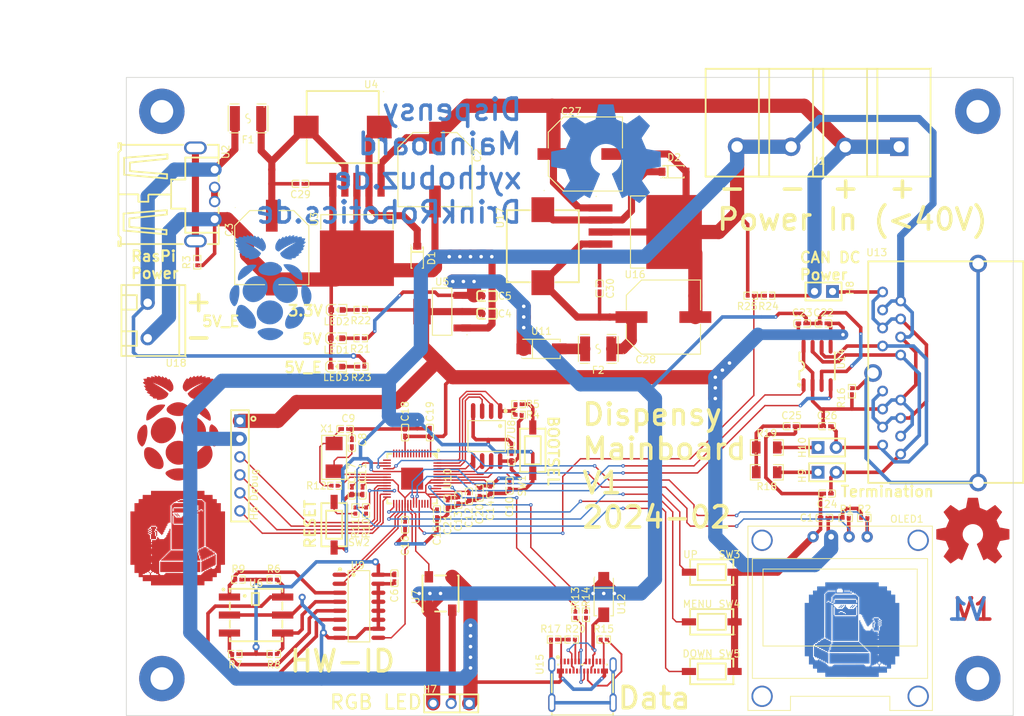
<source format=kicad_pcb>
(kicad_pcb (version 20221018) (generator pcbnew)
  (title_block (title "Dispensy Mainboard") (date "2024-03-04") (rev "1") (company "DrinkRobotics") (comment 1 "https://git.xythobuz.de/thomas/Dispensy") (comment 2 "Licensed under the CERN-OHL-S-2.0+") (comment 3 "PCB Thickness: 1mm") (comment 4 "Copyright (c) 2023 - 2024 Thomas Buck <thomas@xythobuz.de>"))
  (layers (0 "F.Cu" signal) (31 "B.Cu" signal) (34 "B.Paste" user) (35 "F.Paste" user) (36 "B.SilkS" user "B.Silkscreen") (37 "F.SilkS" user "F.Silkscreen") (38 "B.Mask" user) (39 "F.Mask" user) (44 "Edge.Cuts" user))
  (net 0 "")
  (net 1 "GND")
  (net 2 "+3.3V")
  (net 3 "+VDC")
  (net 4 "/EXT_PSU/Vout")
  (net 5 "+5V")
  (net 6 "Net-(U10-XIN)")
  (net 7 "Net-(X1-OSC2)")
  (net 8 "+1V1")
  (net 9 "Net-(U14-CANH)")
  (net 10 "Net-(C25-Pad1)")
  (net 11 "Net-(U14-CANL)")
  (net 12 "/PI/PI_PSU/Vout")
  (net 13 "Net-(U3-OUT)")
  (net 14 "Net-(U16-OUT)")
  (net 15 "/PI/ADC0")
  (net 16 "/PI/ADC1")
  (net 17 "/PI/ADC2")
  (net 18 "/PI/ADC3")
  (net 19 "/PI/IO0")
  (net 20 "/PI/IO1")
  (net 21 "/PI/IO2")
  (net 22 "/PI/IO3")
  (net 23 "/PI/IO4")
  (net 24 "/PI/IO5")
  (net 25 "/PI/IO6")
  (net 26 "/PI/IO7")
  (net 27 "/PI/IO8")
  (net 28 "/PI/IO9")
  (net 29 "/PI/IO10")
  (net 30 "/PI/IO11")
  (net 31 "/PI/IO12")
  (net 32 "/PI/IO13")
  (net 33 "/PI/IO14")
  (net 34 "/PI/IO15")
  (net 35 "/PI/Debug_Clock")
  (net 36 "/PI/Debug_Data")
  (net 37 "/PI/Debug_Tx")
  (net 38 "/PI/Debug_Rx")
  (net 39 "Net-(U7-DO)")
  (net 40 "Net-(H8-Pad1)")
  (net 41 "Net-(H9-Pad1)")
  (net 42 "Net-(H10-Pad1)")
  (net 43 "/PI/I2C_SCL")
  (net 44 "/PI/I2C_SDA")
  (net 45 "Net-(U2-SH1)")
  (net 46 "/PI/SPI_FLASH.SS")
  (net 47 "Net-(R5-Pad1)")
  (net 48 "Net-(U9-D7)")
  (net 49 "Net-(U9-D6)")
  (net 50 "Net-(U9-D5)")
  (net 51 "Net-(U9-D4)")
  (net 52 "Net-(U10-RUN)")
  (net 53 "Net-(R11-Pad2)")
  (net 54 "Net-(U10-XOUT)")
  (net 55 "/PI/USBC.DP")
  (net 56 "Net-(U10-USB_DP)")
  (net 57 "/PI/USBC.DM")
  (net 58 "Net-(U10-USB_DM)")
  (net 59 "Net-(U15-CC2)")
  (net 60 "Net-(R16-Pad1)")
  (net 61 "/PI/USBC.SHIELD")
  (net 62 "Net-(U15-CC1)")
  (net 63 "Net-(U2-D+)")
  (net 64 "/PI/LED_Din")
  (net 65 "/PI/SPI_FLASH.SD1")
  (net 66 "/PI/SPI_FLASH.SD2")
  (net 67 "/PI/SPI_FLASH.SD0")
  (net 68 "/PI/SPI_FLASH.SCLK")
  (net 69 "/PI/SPI_FLASH.SD3")
  (net 70 "/PI/SR_Load")
  (net 71 "/PI/SR_Clock")
  (net 73 "/PI/SR_Data")
  (net 74 "Net-(U10-GPIO24)")
  (net 75 "Net-(U10-GPIO25)")
  (net 76 "/PI/USBC.VBUS")
  (net 87 "Net-(U2-VCC)")
  (net 88 "Net-(U11-A)")
  (net 89 "Net-(LED1-+)")
  (net 90 "Net-(LED2-+)")
  (net 91 "Net-(LED3-+)")
  (footprint "jlc_footprints:HDR-TH_3P-P2.54-V-F" (layer "F.Cu") (at 139.275082 136 180)
    (fp_text reference "H7")
    (fp_text value "WS2812")
  )
  (footprint "jlc_footprints:C0402" (layer "F.Cu") (at 140.275082 107.34763 -90)
    (fp_text reference "C13")
    (fp_text value "1uF")
  )
  (footprint "jlc_footprints:LED0603-RD" (layer "F.Cu") (at 123.101981 88.506858)
    (fp_text reference "LED3")
    (fp_text value "FC-D1608HGK-572C")
  )
  (footprint "jlc_footprints:SW-SMD_L6.1-W3.6-LS6.6" (layer "F.Cu") (at 176 124.5 180)
    (fp_text reference "SW4")
    (fp_text value "MENU")
  )
  (footprint "jlc_footprints:R1206" (layer "F.Cu") (at 183.754966 99.907765)
    (fp_text reference "R19")
    (fp_text value "60R4")
  )
  (footprint "jlc_footprints:TO-263-5_L10.6-W9.6-P1.70-LS15.9-BR" (layer "F.Cu") (at 125.990456 68.034258 90)
    (fp_text reference "U3")
    (fp_text value "LM2576S-5_0_TR")
  )
  (footprint "jlc_footprints:R0402" (layer "F.Cu") (at 127.275082 108.802545 -90)
    (fp_text reference "R10")
    (fp_text value "10K")
  )
  (footprint "jlc_footprints:CAP-SMD_BD10.0-L10.3-W10.3-FD" (layer "F.Cu") (at 158.190482 58.51762)
    (fp_text reference "C27")
    (fp_text value "100uF")
  )
  (footprint "jlc_footprints:CONN-TH_4P-P7.62_L15.2-W31.7-EX4.2" (layer "F.Cu") (at 191 57.5 180)
    (fp_text reference "U1")
    (fp_text value "DBT50G-7_62-4P")
  )
  (footprint "jlc_footprints:R0402" (layer "F.Cu") (at 158.275082 123.5 -90)
    (fp_text reference "R14")
    (fp_text value "27R4")
  )
  (footprint "jlc_footprints:RJ45-TH_DS1129-05-S80BP-X" (layer "F.Cu") (at 206.140469 89.407765 90)
    (fp_text reference "U13")
    (fp_text value "CAN_IO")
  )
  (footprint "jlc_footprints:SOD-123_L2.8-W1.8-LS3.7-RD" (layer "F.Cu") (at 170.690482 61.01762)
    (fp_text reference "D2")
    (fp_text value "MBR340F")
  )
  (footprint "jlc_footprints:C0402" (layer "F.Cu") (at 188.754966 82.407765 180)
    (fp_text reference "C23")
    (fp_text value "47nF")
  )
  (footprint "jlc_footprints:SW-SMD_L6.1-W3.6-LS6.6" (layer "F.Cu") (at 176 117.5 180)
    (fp_text reference "SW3")
    (fp_text value "UP")
  )
  (footprint "jlc_footprints:F1812" (layer "F.Cu") (at 110.646558 53.5 180)
    (fp_text reference "F1")
    (fp_text value "ASMD1812-350-16V")
  )
  (footprint "jlc_footprints:C0402" (layer "F.Cu") (at 126.775082 106 -90)
    (fp_text reference "C11")
    (fp_text value "100nF")
  )
  (footprint "jlc_footprints:CAP-SMD_BD10.0-L10.3-W10.3-FD" (layer "F.Cu") (at 136.990456 60.717646 -90)
    (fp_text reference "C2")
    (fp_text value "100uF")
  )
  (footprint "jlc_footprints:R0402" (layer "F.Cu") (at 114.275082 118.53813)
    (fp_text reference "R6")
    (fp_text value "10K")
  )
  (footprint "jlc_footprints:C0402" (layer "F.Cu") (at 191.874904 109.82738 180)
    (fp_text reference "C1")
    (fp_text value "100nF")
  )
  (footprint "jlc_footprints:R0402" (layer "F.Cu") (at 156.775082 123.5 -90)
    (fp_text reference "R13")
    (fp_text value "27R4")
  )
  (footprint "jlc_footprints:C0402" (layer "F.Cu") (at 138.775082 107.802545 -90)
    (fp_text reference "C21")
    (fp_text value "100nF")
  )
  (footprint "jlc_footprints:C0402" (layer "F.Cu") (at 192.254966 96.907765)
    (fp_text reference "C26")
    (fp_text value "100pF")
  )
  (footprint "jlc_footprints:HDR-TH_6P-P2.54-V-F" (layer "F.Cu") (at 109.5 102.5 -90)
    (fp_text reference "H6")
    (fp_text value "Debug")
  )
  (footprint "jlc_footprints:C0402" (layer "F.Cu") (at 132.775082 110.802545 -90)
    (fp_text reference "C16")
    (fp_text value "100nF")
  )
  (footprint "jlc_footprints:R0402" (layer "F.Cu") (at 126.601981 88.506858 180)
    (fp_text reference "R23")
    (fp_text value "1K")
  )
  (footprint "jlc_footprints:SOT-223-4_L6.5-W3.5-P2.30-LS7.0-BR" (layer "F.Cu") (at 138 80.75)
    (fp_text reference "U5")
    (fp_text value "AMS1117-3_3_C347222")
  )
  (footprint "jlc_footprints:SOIC-8_L5.0-W4.0-P1.27-LS6.0-BL" (layer "F.Cu") (at 190.849962 88.407765)
    (fp_text reference "U14")
    (fp_text value "TJA1042T_3_1J")
  )
  (footprint "jlc_footprints:CONN-TH_XY300V-A-5.0-2P" (layer "F.Cu") (at 96.5 82 90)
    (fp_text reference "U18")
    (fp_text value "XY300V-A-5_0-2P")
  )
  (footprint "jlc_footprints:LED-SMD_4P-L5.0-W5.0-LS5.4-TL-1" (layer "F.Cu") (at 137.775082 120.5 90)
    (fp_text reference "U7")
    (fp_text value "WS2812E-V5")
  )
  (footprint "MountingHole:MountingHole_3.2mm_M3_Pad_TopBottom" (layer "F.Cu") (at 213.5 52.5)
    (fp_text reference "H12" hide)
    (fp_text value "MountingHole" hide)
  )
  (footprint "jlc_footprints:R0402" (layer "F.Cu") (at 103.490456 73.784829 90)
    (fp_text reference "R3")
    (fp_text value "1M")
  )
  (footprint "jlc_footprints:LED0603-RD" (layer "F.Cu") (at 123.169164 80.503429)
    (fp_text reference "LED2")
    (fp_text value "FC-D1608HGK-572C")
  )
  (footprint "jlc_footprints:C0402" (layer "F.Cu") (at 147.775082 101.25746 90)
    (fp_text reference "C7")
    (fp_text value "100nF")
  )
  (footprint "jlc_footprints:C0402" (layer "F.Cu") (at 124.320167 97.302545 180)
    (fp_text reference "C9")
    (fp_text value "27p")
  )
  (footprint "jlc_footprints:HDR-TH_2P-P2.54-V-M-1" (layer "F.Cu") (at 191.754966 77.907765 180)
    (fp_text reference "H8")
    (fp_text value "PWR")
  )
  (footprint "jlc_footprints:R0402" (layer "F.Cu") (at 194.874904 109.82738 180)
    (fp_text reference "R1")
    (fp_text value "10K")
  )
  (footprint "jlc_footprints:R0402" (layer "F.Cu") (at 156.275082 127 180)
    (fp_text reference "R20")
    (fp_text value "5K1")
  )
  (footprint "jlc_footprints:C0402" (layer "F.Cu") (at 132.775082 97.802545 90)
    (fp_text reference "C18")
    (fp_text value "100nF")
  )
  (footprint "jlc_footprints:USB-C-SMD_TYPE-C-USB-18" (layer "F.Cu") (at 157.775082 133)
    (fp_text reference "U15")
    (fp_text value "USB-C")
  )
  (footprint "jlc_footprints:C0402" (layer "F.Cu") (at 141.775082 106.802545 -90)
    (fp_text reference "C12")
    (fp_text value "1uF")
  )
  (footprint "jlc_footprints:OSC-SMD_2P-L5.0-W3.2" (layer "F.Cu") (at 122.775082 101.302545 90)
    (fp_text reference "X1")
    (fp_text value "12MHz")
  )
  (footprint "jlc_footprints:SW-SMD_L6.1-W3.6-LS6.6" (layer "F.Cu") (at 150.775082 100.302545 -90)
    (fp_text reference "SW1")
    (fp_text value "BOOTSEL")
  )
  (footprint "MountingHole:MountingHole_3.2mm_M3_Pad_TopBottom" (layer "F.Cu") (at 98.5 52.5)
    (fp_text reference "H11" hide)
    (fp_text value "MountingHole" hide)
  )
  (footprint "jlc_footprints:TO-263-5_L10.6-W9.6-P1.70-LS15.9-BR" (layer "F.Cu") (at 165.507094 69.51762 180)
    (fp_text reference "U16")
    (fp_text value "LM2576S-5_0_TR")
  )
  (footprint "jlc_footprints:R0402" (layer "F.Cu") (at 183.932817 78.5 180)
    (fp_text reference "R24")
    (fp_text value "147K")
  )
  (footprint "jlc_footprints:R0402" (layer "F.Cu") (at 125.775082 108.802545 -90)
    (fp_text reference "R11")
    (fp_text value "1K")
  )
  (footprint "jlc_footprints:R0402" (layer "F.Cu") (at 122.842265 105.302545)
    (fp_text reference "R12")
    (fp_text value "1K")
  )
  (footprint "jlc_footprints:SW-SMD_L6.1-W3.6-LS6.6" (layer "F.Cu") (at 122.775082 110.802545 -90)
    (fp_text reference "SW2")
    (fp_text value "RESET")
  )
  (footprint "jlc_footprints:R0402" (layer "F.Cu") (at 153.775082 127)
    (fp_text reference "R17")
    (fp_text value "1M")
  )
  (footprint "jlc_footprints:R0402" (layer "F.Cu") (at 148.775082 95.302545 180)
    (fp_text reference "R4")
    (fp_text value "10K")
  )
  (footprint "jlc_footprints:R0402" (layer "F.Cu") (at 160.775082 127 180)
    (fp_text reference "R15")
    (fp_text value "5K1")
  )
  (footprint "jlc_footprints:C0402" (layer "F.Cu") (at 143.275082 106.302545 -90)
    (fp_text reference "C20")
    (fp_text value "100nF")
  )
  (footprint "jlc_footprints:SOIC-8_L5.3-W5.3-P1.27-LS8.0-BL" (layer "F.Cu") (at 144.275082 98.302545 180)
    (fp_text reference "U8")
    (fp_text value "W25Q128JVSIQ")
  )
  (footprint "jlc_footprints:C0402" (layer "F.Cu") (at 192.254966 106.407765 180)
    (fp_text reference "C24")
    (fp_text value "100pF")
  )
  (footprint "jlc_footprints:R0402" (layer "F.Cu") (at 126.534798 80.503429 180)
    (fp_text reference "R22")
    (fp_text value "1K")
  )
  (footprint "jlc_footprints:LED0603-RD" (layer "F.Cu") (at 123.101981 84.503429)
    (fp_text reference "LED1")
    (fp_text value "FC-D1608HGK-572C")
  )
  (footprint "jlc_footprints:SMA_L4.4-W2.8-LS5.4-R-RD" (layer "F.Cu") (at 152 86)
    (fp_text reference "U11")
    (fp_text value "SS54_C22452")
  )
  (footprint "jlc_footprints:F1812" (layer "F.Cu") (at 160 86 180)
    (fp_text reference "F2")
    (fp_text value "ASMD1812-350-16V")
  )
  (footprint "MountingHole:MountingHole_3.2mm_M3_Pad_TopBottom" (layer "F.Cu") (at 213.5 132.5)
    (fp_text reference "H14" hide)
    (fp_text value "MountingHole" hide)
  )
  (footprint "jlc_footprints:CAP-SMD_BD10.0-L10.3-W10.3-LS11.3-FD" (layer "F.Cu") (at 113.990456 71.717646 -90)
    (fp_text reference "C3")
    (fp_text value "1000uF")
  )
  (footprint "jlc_footprints:CAP-SMD_BD10.0-L10.3-W10.3-LS11.3-FD" (layer "F.Cu") (at 169.190482 81.51762)
    (fp_text reference "C28")
    (fp_text value "1000uF")
  )
  (footprint "jlc_footprints:C0402" (layer "F.Cu") (at 147.5 105.302545 -90)
    (fp_text reference "C10")
    (fp_text value "100nF")
  )
  (footprint "jlc_footprints:C0603" (layer "F.Cu") (at 144.3349 78.549975)
    (fp_text reference "C5")
    (fp_text value "10uF")
  )
  (footprint "jlc_footprints:C0402" (layer "F.Cu") (at 136.275082 97.802545 90)
    (fp_text reference "C19")
    (fp_text value "100nF")
  )
  (footprint "jlc_footprints:R0402" (layer "F.Cu") (at 181.5 78.5 180)
    (fp_text reference "R25")
    (fp_text value "10K")
  )
  (footprint "jlc_footprints:C0402" (layer "F.Cu") (at 137.275082 109.302545 -90)
    (fp_text reference "C15")
    (fp_text value "100nF")
  )
  (footprint "jlc_footprints:R0402" (layer "F.Cu") (at 195.754966 91.974948 -90)
    (fp_text reference "R16")
    (fp_text value "1M")
  )
  (footprint "jlc_footprints:SMA_L4.4-W2.8-LS5.4-R-RD" (layer "F.Cu") (at 160.775082 121 -90)
    (fp_text reference "U12")
    (fp_text value "SS54_C22452")
  )
  (footprint "jlc_footprints:R0402" (layer "F.Cu") (at 148.775082 93.802545 180)
    (fp_text reference "R5")
    (fp_text value "1K")
  )
  (footprint "jlc_footprints:SW-SMD_SM_SKCR-16S" (layer "F.Cu") (at 111.775082 123.53813 90)
    (fp_text reference "U6")
    (fp_text value "SKCR-16S")
  )
  (footprint "jlc_footprints:C0603" (layer "F.Cu") (at 144.3349 81.049975)
    (fp_text reference "C4")
    (fp_text value "10uF")
  )
  (footprint "jlc_footprints:C0402" (layer "F.Cu") (at 187.254966 96.907765)
    (fp_text reference "C25")
    (fp_text value "4.7nF")
  )
  (footprint "jlc_footprints:C0402" (layer "F.Cu") (at 144.775082 105.84763 -90)
    (fp_text reference "C14")
    (fp_text value "100nF")
  )
  (footprint "jlc_footprints:R1206" (layer "F.Cu") (at 183.754966 103.407765 180)
    (fp_text reference "R18")
    (fp_text value "60R4")
  )
  (footprint "jlc_footprints:USB-A-TH_USB-302-T" (layer "F.Cu") (at 104.581769 64.217646 -90)
    (fp_text reference "U2")
    (fp_text value "USB-A")
  )
  (footprint "jlc_footprints:C0402" (layer "F.Cu") (at 131.275082 118.34763 90)
    (fp_text reference "C6")
    (fp_text value "100nF")
  )
  (footprint "jlc_footprints:SOIC-16_L9.9-W3.9-P1.27-LS6.0-BL" (layer "F.Cu") (at 126.275082 122.302545 -90)
    (fp_text reference "U9")
    (fp_text value "74HC165D,653")
  )
  (footprint "jlc_footprints:R0402" (layer "F.Cu") (at 197.5 109.845 180)
    (fp_text reference "R2")
    (fp_text value "10K")
  )
  (footprint "MountingHole:MountingHole_3.2mm_M3_Pad_TopBottom" (layer "F.Cu") (at 98.5 132.5)
    (fp_text reference "H13" hide)
    (fp_text value "MountingHole" hide)
  )
  (footprint "jlc_footprints:SOD-123_L2.8-W1.8-LS3.7-RD" (layer "F.Cu") (at 134.490456 73.217646 -90)
    (fp_text reference "D1")
    (fp_text value "MBR340F")
  )
  (footprint "jlc_footprints:SW-SMD_L6.1-W3.6-LS6.6" (layer "F.Cu") (at 176 131.5 180)
    (fp_text reference "SW5")
    (fp_text value "DOWN")
  )
  (footprint "jlc_footprints:IND-SMD_L11.5-W10.0_YSPI1050" (layer "F.Cu") (at 152.190482 71.51762 -90)
    (fp_text reference "U17")
    (fp_text value "100uH")
  )
  (footprint "jlc_footprints:LQFN-56_L7.0-W7.0-P0.4-EP" (layer "F.Cu") (at 133.774955 104.302545 -90)
    (fp_text reference "U10")
    (fp_text value "RP2040")
  )
  (footprint "jlc_footprints:IND-SMD_L11.5-W10.0_YSPI1050" (layer "F.Cu") (at 123.990456 54.717646 180)
    (fp_text reference "U4")
    (fp_text value "100uH")
  )
  (footprint "jlc_footprints:R0402" (layer "F.Cu") (at 114.275082 129.03813)
    (fp_text reference "R8")
    (fp_text value "10K")
  )
  (footprint "jlc_footprints:R0402" (layer "F.Cu") (at 126.534798 84.503429 180)
    (fp_text reference "R21")
    (fp_text value "1K")
  )
  (footprint "jlc_footprints:C0402" (layer "F.Cu") (at 125.275082 99.302545 -90)
    (fp_text reference "C8")
    (fp_text value "27p")
  )
  (footprint "jlc_footprints:C0402" (layer "F.Cu") (at 118.035541 62.717646 180)
    (fp_text reference "C29")
    (fp_text value "100nF")
  )
  (footprint "jlc_footprints:R0402" (layer "F.Cu") (at 109.275082 118.53813 180)
    (fp_text reference "R9")
    (fp_text value "10K")
  )
  (footprint "extern:SSD1306_0.96_Oled" (layer "F.Cu") (at 181.095 137)
    (fp_text reference "OLED1")
    (fp_text value "SSD1306")
  )
  (footprint "jlc_footprints:C0402" (layer "F.Cu") (at 191.754966 82.407765)
    (fp_text reference "C22")
    (fp_text value "100nF")
  )
  (footprint "jlc_footprints:C0402" (layer "F.Cu") (at 125.275082 106 -90)
    (fp_text reference "C17")
    (fp_text value "100nF")
  )
  (footprint "jlc_footprints:HDR-TH_2P-P2.54-V-M-1" (layer "F.Cu") (at 192.254966 99.907765)
    (fp_text reference "H10")
    (fp_text value "T_CL")
  )
  (footprint "jlc_footprints:R0402" (layer "F.Cu") (at 108.842265 129.03813 180)
    (fp_text reference "R7")
    (fp_text value "10K")
  )
  (footprint "jlc_footprints:HDR-TH_2P-P2.54-V-M-1" (layer "F.Cu") (at 192.254966 103.407765)
    (fp_text reference "H9")
    (fp_text value "T_CH")
  )
  (footprint "jlc_footprints:C0402" (layer "F.Cu") (at 160.190482 77.472535 -90)
    (fp_text reference "C30")
    (fp_text value "100nF")
  )
  (gr_poly (pts (xy 100.959076 98.965501) (xy 101.058024 98.972942) (xy 101.156506 98.985345) (xy 101.254291 99.002708) (xy 101.351145 99.025032) (xy 101.446837 99.052317) (xy 101.541134 99.084563) (xy 101.633802 99.12177) (xy 101.724611 99.163938) (xy 101.813326 99.211067) (xy 101.899717 99.263157) (xy 101.983549 99.320208) (xy 102.06459 99.38222) (xy 102.142609 99.449192) (xy 102.217372 99.521126) (xy 102.288647 99.598021) (xy 102.346164 99.66342) (xy 102.399661 99.730545) (xy 102.449146 99.799258) (xy 102.494629 99.869425) (xy 102.53612 99.94091) (xy 102.573629 100.013576) (xy 102.607166 100.08729) (xy 102.636739 100.161914) (xy 102.662359 100.237313) (xy 102.684036 100.313351) (xy 102.701779 100.389894) (xy 102.715598 100.466805) (xy 102.725502 100.543948) (xy 102.731501 100.621188) (xy 102.733605 100.698389) (xy 102.731824 100.775416) (xy 102.726167 100.852133) (xy 102.716644 100.928405) (xy 102.703265 101.004094) (xy 102.686039 101.079067) (xy 102.664976 101.153188) (xy 102.640085 101.226319) (xy 102.611377 101.298327) (xy 102.578862 101.369076) (xy 102.542548 101.438429) (xy 102.502445 101.506251) (xy 102.458564 101.572406) (xy 102.410913 101.63676) (xy 102.359503 101.699175) (xy 102.304343 101.759517) (xy 102.245443 101.81765) (xy 102.182813 101.873438) (xy 102.117106 101.926455) (xy 102.049074 101.976352) (xy 101.978872 102.023109) (xy 101.906654 102.066708) (xy 101.832576 102.107129) (xy 101.756793 102.144352) (xy 101.60073 102.209128) (xy 101.439706 102.260882) (xy 101.274962 102.299459) (xy 101.107737 102.324703) (xy 100.939271 102.336459) (xy 100.770806 102.334573) (xy 100.603581 102.318889) (xy 100.438837 102.289253) (xy 100.357782 102.269154) (xy 100.277813 102.245509) (xy 100.199084 102.218298) (xy 100.12175 102.187502) (xy 100.045967 102.153102) (xy 99.971889 102.115078) (xy 99.899671 102.07341) (xy 99.829468 102.02808) (xy 99.761436 101.979069) (xy 99.69573 101.926355) (xy 99.600232 101.845727) (xy 99.512175 101.762541) (xy 99.43156 101.676719) (xy 99.358386 101.588185) (xy 99.32459 101.542876) (xy 99.292654 101.49686) (xy 99.262578 101.450126) (xy 99.234363 101.402666) (xy 99.208008 101.35447) (xy 99.183513 101.305528) (xy 99.160879 101.255829) (xy 99.140105 101.205366) (xy 99.121191 101.154127) (xy 99.104138 101.102103) (xy 99.088945 101.049285) (xy 99.075613 100.995663) (xy 99.064141 100.941226) (xy 99.054529 100.885966) (xy 99.046777 100.829873) (xy 99.040886 100.772937) (xy 99.034685 100.656497) (xy 99.035925 100.536569) (xy 99.044607 100.413075) (xy 99.06073 100.285938) (xy 99.076538 100.222371) (xy 99.094177 100.160636) (xy 99.113619 100.100702) (xy 99.134834 100.042542) (xy 99.157793 99.986126) (xy 99.182467 99.931425) (xy 99.208826 99.87841) (xy 99.236843 99.827052) (xy 99.266488 99.777321) (xy 99.297731 99.729189) (xy 99.330544 99.682627) (xy 99.364897 99.637606) (xy 99.43811 99.552068) (xy 99.517136 99.472345) (xy 99.601743 99.398202) (xy 99.691699 99.329408) (xy 99.786771 99.265729) (xy 99.886726 99.206934) (xy 99.991332 99.15279) (xy 100.100356 99.103065) (xy 100.213566 99.057525) (xy 100.330729 99.015938) (xy 100.360508 99.015344) (xy 100.390364 99.013664) (xy 100.420375 99.011055) (xy 100.450619 99.00767) (xy 100.512114 98.999195) (xy 100.575469 98.989479) (xy 100.641305 98.979764) (xy 100.710241 98.971289) (xy 100.746066 98.967904) (xy 100.782898 98.965294) (xy 100.820816 98.963615) (xy 100.859896 98.963021)) (fill solid) (layer "F.Cu"))
  (gr_poly (pts (xy 102.763514 95.517533) (xy 102.850607 95.523181) (xy 102.938426 95.533876) (xy 103.026827 95.549726) (xy 103.115663 95.570837) (xy 103.20479 95.597317) (xy 103.294063 95.629271) (xy 103.372653 95.66057) (xy 103.449635 95.694874) (xy 103.52495 95.732084) (xy 103.59854 95.772104) (xy 103.670348 95.814838) (xy 103.740315 95.860187) (xy 103.808382 95.908056) (xy 103.874492 95.958346) (xy 103.938587 96.010963) (xy 104.000609 96.065808) (xy 104.060498 96.122784) (xy 104.118198 96.181795) (xy 104.17365 96.242745) (xy 104.226796 96.305535) (xy 104.277578 96.370069) (xy 104.325937 96.43625) (xy 104.371816 96.503982) (xy 104.415157 96.573167) (xy 104.4559 96.643709) (xy 104.493989 96.71551) (xy 104.529365 96.788474) (xy 104.561969 96.862503) (xy 104.591744 96.937502) (xy 104.618632 97.013373) (xy 104.642575 97.090019) (xy 104.663513 97.167343) (xy 104.68139 97.245248) (xy 104.696147 97.323638) (xy 104.707726 97.402415) (xy 104.716068 97.481484) (xy 104.721116 97.560745) (xy 104.722812 97.640104) (xy 104.720047 97.743026) (xy 104.711856 97.843361) (xy 104.698395 97.941002) (xy 104.679817 98.035842) (xy 104.656278 98.127776) (xy 104.627934 98.216697) (xy 104.594939 98.302498) (xy 104.557447 98.385072) (xy 104.515615 98.464313) (xy 104.469598 98.540114) (xy 104.419549 98.612369) (xy 104.365625 98.680971) (xy 104.30798 98.745813) (xy 104.246769 98.80679) (xy 104.182148 98.863794) (xy 104.114271 98.916719) (xy 104.043293 98.965458) (xy 103.96937 99.009904) (xy 103.892656 99.049952) (xy 103.813307 99.085494) (xy 103.731478 99.116424) (xy 103.647323 99.142635) (xy 103.560997 99.164021) (xy 103.472656 99.180475) (xy 103.382455 99.191891) (xy 103.290549 99.198161) (xy 103.197092 99.19918) (xy 103.10224 99.194841) (xy 103.006147 99.185037) (xy 102.90897 99.169662) (xy 102.810862 99.148608) (xy 102.711979 99.121771) (xy 102.623475 99.09001) (xy 102.536628 99.054346) (xy 102.451545 99.014902) (xy 102.368331 98.971805) (xy 102.287094 98.925182) (xy 102.20794 98.875157) (xy 102.130977 98.821858) (xy 102.056309 98.76541) (xy 101.984044 98.705938) (xy 101.914289 98.643569) (xy 101.84715 98.57843) (xy 101.782734 98.510645) (xy 101.721147 98.440341) (xy 101.662496 98.367643) (xy 101.606887 98.292678) (xy 101.554427 98.215572) (xy 101.505223 98.136451) (xy 101.459381 98.05544) (xy 101.417008 97.972666) (xy 101.378211 97.888254) (xy 101.343095 97.802331) (xy 101.311768 97.715022) (xy 101.284336 97.626453) (xy 101.260905 97.536751) (xy 101.241583 97.446041) (xy 101.226476 97.354449) (xy 101.21569 97.262102) (xy 101.209332 97.169125) (xy 101.207509 97.075644) (xy 101.210327 96.981785) (xy 101.217893 96.887674) (xy 101.230313 96.793437) (xy 101.247497 96.705243) (xy 101.269187 96.619327) (xy 101.295236 96.535793) (xy 101.325501 96.45475) (xy 101.359835 96.376304) (xy 101.398094 96.300561) (xy 101.440131 96.227627) (xy 101.485801 96.157611) (xy 101.53496 96.090617) (xy 101.587462 96.026753) (xy 101.643161 95.966125) (xy 101.701912 95.90884) (xy 101.76357 95.855005) (xy 101.82799 95.804725) (xy 101.895026 95.758108) (xy 101.964532 95.71526) (xy 102.036364 95.676288) (xy 102.110376 95.641298) (xy 102.186423 95.610398) (xy 102.264359 95.583692) (xy 102.344039 95.561289) (xy 102.425318 95.543294) (xy 102.50805 95.529815) (xy 102.592091 95.520957) (xy 102.677294 95.516828)) (fill solid) (layer "F.Cu"))
  (gr_poly (pts (xy 102.319122 109.278461) (xy 102.325662 109.346004) (xy 102.393206 109.352544) (xy 102.46075 109.359083) (xy 102.467289 109.426627) (xy 102.473829 109.494171) (xy 102.541373 109.50071) (xy 102.608916 109.50725) (xy 102.615549 109.576042) (xy 102.622181 109.644833) (xy 102.471333 109.644833) (xy 102.471333 109.496667) (xy 102.323167 109.496667) (xy 102.323167 109.644833) (xy 102.174999 109.644833) (xy 102.174999 109.496667) (xy 102.024151 109.496667) (xy 102.030784 109.427875) (xy 102.037416 109.359083) (xy 102.10496 109.352544) (xy 102.146727 109.3485) (xy 102.174999 109.3485) (xy 102.174999 109.496667) (xy 102.323167 109.496667) (xy 102.323167 109.3485) (xy 102.174999 109.3485) (xy 102.146727 109.3485) (xy 102.172504 109.346004) (xy 102.179043 109.278461) (xy 102.185583 109.210917) (xy 102.312583 109.210917)) (fill solid) (layer "F.Cu"))
  (gr_poly (pts (xy 98.573524 93.846511) (xy 98.699408 93.853462) (xy 98.826532 93.865683) (xy 98.954896 93.883021) (xy 98.954591 93.89775) (xy 98.953695 93.912179) (xy 98.952236 93.926317) (xy 98.950245 93.940175) (xy 98.94478 93.967085) (xy 98.937533 93.992988) (xy 98.928735 94.017961) (xy 98.918619 94.042081) (xy 98.907418 94.065426) (xy 98.895365 94.088073) (xy 98.882691 94.1101) (xy 98.86963 94.131584) (xy 98.843275 94.173236) (xy 98.81816 94.213647) (xy 98.806649 94.233581) (xy 98.796146 94.253437) (xy 98.725491 94.34152) (xy 98.652589 94.427277) (xy 98.577671 94.510863) (xy 98.50097 94.592435) (xy 98.422719 94.672145) (xy 98.34315 94.750151) (xy 98.18099 94.901666) (xy 98.016348 95.048221) (xy 97.851087 95.191054) (xy 97.526146 95.470521) (xy 97.426927 95.547518) (xy 97.327708 95.620175) (xy 97.228489 95.689112) (xy 97.129271 95.754948) (xy 97.030052 95.818303) (xy 96.930833 95.879798) (xy 96.732396 95.999687) (xy 96.693923 96.010165) (xy 96.657775 96.021495) (xy 96.623798 96.03329) (xy 96.591836 96.045163) (xy 96.533338 96.06759) (xy 96.506493 96.07737) (xy 96.481042 96.085677) (xy 96.456832 96.092124) (xy 96.433706 96.096323) (xy 96.422502 96.097458) (xy 96.411511 96.097886) (xy 96.400714 96.097558) (xy 96.390091 96.096426) (xy 96.379624 96.094441) (xy 96.369292 96.091556) (xy 96.359076 96.08772) (xy 96.348957 96.082887) (xy 96.338916 96.077007) (xy 96.328932 96.070032) (xy 96.318988 96.061914) (xy 96.309063 96.052604) (xy 96.302267 95.924279) (xy 96.301828 95.797426) (xy 96.3079 95.672279) (xy 96.320638 95.549069) (xy 96.340198 95.42803) (xy 96.366734 95.309394) (xy 96.400401 95.193393) (xy 96.441354 95.08026) (xy 96.489749 94.970228) (xy 96.545741 94.863529) (xy 96.609484 94.760396) (xy 96.681133 94.661061) (xy 96.760844 94.565757) (xy 96.848771 94.474716) (xy 96.94507 94.388171) (xy 97.049896 94.306354) (xy 97.159657 94.230674) (xy 97.270658 94.16228) (xy 97.382899 94.101018) (xy 97.49638 94.046732) (xy 97.611102 93.999267) (xy 97.727064 93.958468) (xy 97.844266 93.924181) (xy 97.962708 93.89625) (xy 98.082391 93.87452) (xy 98.203314 93.858836) (xy 98.325477 93.849043) (xy 98.44888 93.844987)) (fill solid) (layer "F.Cu"))
  (gr_poly (pts (xy 105.529172 96.648433) (xy 105.543167 96.649694) (xy 105.557568 96.652089) (xy 105.572396 96.655627) (xy 105.58767 96.660319) (xy 105.603408 96.666173) (xy 105.619631 96.673199) (xy 105.636358 96.681408) (xy 105.653609 96.690808) (xy 105.671401 96.70141) (xy 105.689756 96.713222) (xy 105.708692 96.726256) (xy 105.728229 96.740521) (xy 105.777215 96.771058) (xy 105.824942 96.803127) (xy 105.871389 96.836707) (xy 105.916538 96.871779) (xy 105.960369 96.908324) (xy 106.002863 96.946322) (xy 106.044001 96.985755) (xy 106.083763 97.026602) (xy 106.122129 97.068844) (xy 106.159081 97.112462) (xy 106.194599 97.157437) (xy 106.228664 97.203748) (xy 106.261255 97.251378) (xy 106.292355 97.300306) (xy 106.321943 97.350513) (xy 106.35 97.401979) (xy 106.376507 97.454686) (xy 106.401444 97.508614) (xy 106.424792 97.563743) (xy 106.446531 97.620054) (xy 106.466643 97.677528) (xy 106.485108 97.736145) (xy 106.501906 97.795886) (xy 106.517018 97.856732) (xy 106.530425 97.918663) (xy 106.542107 97.98166) (xy 106.552045 98.045703) (xy 106.560219 98.110773) (xy 106.566611 98.176851) (xy 106.571201 98.243917) (xy 106.573969 98.311953) (xy 106.574896 98.380937) (xy 106.573035 98.460894) (xy 106.567454 98.541858) (xy 106.558152 98.623597) (xy 106.54513 98.705878) (xy 106.528387 98.78847) (xy 106.507923 98.87114) (xy 106.483738 98.953654) (xy 106.455833 99.035781) (xy 106.424207 99.117287) (xy 106.38886 99.197941) (xy 106.349793 99.27751) (xy 106.307005 99.355761) (xy 106.260496 99.432462) (xy 106.210267 99.50738) (xy 106.156316 99.580282) (xy 106.098646 99.650937) (xy 106.069474 99.678842) (xy 106.055305 99.691399) (xy 106.041388 99.703027) (xy 106.027703 99.713724) (xy 106.014232 99.72349) (xy 106.000954 99.732327) (xy 105.987851 99.740234) (xy 105.974903 99.74721) (xy 105.96209 99.753256) (xy 105.949394 99.758372) (xy 105.936795 99.762558) (xy 105.924273 99.765813) (xy 105.911809 99.768139) (xy 105.899384 99.769534) (xy 105.886979 99.769999) (xy 105.874573 99.769534) (xy 105.862148 99.768139) (xy 105.849685 99.765813) (xy 105.837163 99.762558) (xy 105.824563 99.758372) (xy 105.811867 99.753256) (xy 105.799055 99.74721) (xy 105.786107 99.740234) (xy 105.773003 99.732327) (xy 105.759726 99.72349) (xy 105.746255 99.713724) (xy 105.73257 99.703027) (xy 105.718653 99.691399) (xy 105.704484 99.678842) (xy 105.675313 99.650937) (xy 105.646167 99.610642) (xy 105.618262 99.569185) (xy 105.591597 99.526642) (xy 105.566172 99.483092) (xy 105.541988 99.438611) (xy 105.519043 99.393278) (xy 105.497339 99.34717) (xy 105.476875 99.300364) (xy 105.457652 99.252938) (xy 105.439668 99.204969) (xy 105.422925 99.156536) (xy 105.407422 99.107714) (xy 105.39316 99.058583) (xy 105.380137 99.009219) (xy 105.368355 98.9597) (xy 105.357813 98.910104) (xy 105.329288 98.810278) (xy 105.303243 98.709289) (xy 105.279678 98.607215) (xy 105.258594 98.504134) (xy 105.239991 98.400122) (xy 105.223867 98.295258) (xy 105.210225 98.189618) (xy 105.199063 98.083281) (xy 105.190381 97.976323) (xy 105.18418 97.868824) (xy 105.180459 97.760859) (xy 105.179219 97.652506) (xy 105.180459 97.543843) (xy 105.18418 97.434948) (xy 105.190381 97.325898) (xy 105.199063 97.21677) (xy 105.19967 97.196332) (xy 105.20144 97.174809) (xy 105.204295 97.152355) (xy 105.208158 97.129127) (xy 105.212951 97.105278) (xy 105.218597 97.080964) (xy 105.225017 97.056341) (xy 105.232136 97.031562) (xy 105.239874 97.006783) (xy 105.248156 96.982159) (xy 105.266036 96.933997) (xy 105.285156 96.888315) (xy 105.294988 96.866792) (xy 105.304897 96.846354) (xy 105.324766 96.808539) (xy 105.33475 96.791052) (xy 105.344791 96.774524) (xy 105.35491 96.758964) (xy 105.365126 96.744383) (xy 105.375458 96.730791) (xy 105.385925 96.718196) (xy 105.396548 96.706609) (xy 105.407345 96.69604) (xy 105.418336 96.686498) (xy 105.42954 96.677992) (xy 105.440977 96.670533) (xy 105.452665 96.66413) (xy 105.464625 96.658793) (xy 105.476876 96.654531) (xy 105.489436 96.651355) (xy 105.502326 96.649273) (xy 105.515565 96.648296)) (fill solid) (layer "F.Cu"))
  (gr_poly (pts (xy 99.076865 95.658364) (xy 99.170317 95.66443) (xy 99.261647 95.675573) (xy 99.350729 95.691676) (xy 99.437438 95.712625) (xy 99.521646 95.738302) (xy 99.603229 95.76859) (xy 99.682059 95.803375) (xy 99.758012 95.84254) (xy 99.830962 95.885967) (xy 99.900781 95.933542) (xy 99.967346 95.985147) (xy 100.030528 96.040667) (xy 100.090203 96.099985) (xy 100.146244 96.162985) (xy 100.198526 96.229551) (xy 100.246923 96.299566) (xy 100.291308 96.372914) (xy 100.331556 96.449479) (xy 100.367541 96.529145) (xy 100.399136 96.611795) (xy 100.426216 96.697313) (xy 100.448655 96.785583) (xy 100.466327 96.876488) (xy 100.479105 96.969913) (xy 100.486865 97.06574) (xy 100.489479 97.163854) (xy 100.487325 97.253128) (xy 100.480927 97.342267) (xy 100.470382 97.431134) (xy 100.455786 97.519595) (xy 100.437238 97.607512) (xy 100.414833 97.694752) (xy 100.358841 97.866653) (xy 100.288587 98.034214) (xy 100.204846 98.196349) (xy 100.108391 98.351973) (xy 100 98.5) (xy 99.880447 98.639345) (xy 99.750506 98.768924) (xy 99.610954 98.887651) (xy 99.462565 98.99444) (xy 99.385299 99.043019) (xy 99.306115 99.088207) (xy 99.225109 99.129868) (xy 99.142378 99.167866) (xy 99.05802 99.202066) (xy 98.97213 99.232332) (xy 98.884807 99.258529) (xy 98.796146 99.280521) (xy 98.70718 99.297748) (xy 98.618961 99.309821) (xy 98.531613 99.316855) (xy 98.445263 99.318968) (xy 98.360037 99.316274) (xy 98.276062 99.308891) (xy 98.193462 99.296934) (xy 98.112364 99.28052) (xy 98.032893 99.259766) (xy 97.955177 99.234787) (xy 97.87934 99.205699) (xy 97.805509 99.17262) (xy 97.733809 99.135665) (xy 97.664367 99.09495) (xy 97.597309 99.050593) (xy 97.532761 99.002708) (xy 97.470847 98.951413) (xy 97.411696 98.896823) (xy 97.355431 98.839055) (xy 97.30218 98.778226) (xy 97.252069 98.714451) (xy 97.205222 98.647846) (xy 97.161767 98.578529) (xy 97.121829 98.506614) (xy 97.085535 98.43222) (xy 97.053009 98.355461) (xy 97.024379 98.276454) (xy 96.99977 98.195316) (xy 96.979308 98.112162) (xy 96.963118 98.027109) (xy 96.951328 97.940273) (xy 96.944063 97.851771) (xy 96.941256 97.762496) (xy 96.942693 97.673358) (xy 96.948278 97.58449) (xy 96.957912 97.49603) (xy 96.9715 97.408112) (xy 96.988944 97.320873) (xy 97.035013 97.148971) (xy 97.095345 96.98141) (xy 97.169165 96.819275) (xy 97.255697 96.663652) (xy 97.354167 96.515625) (xy 97.463798 96.376279) (xy 97.583817 96.2467) (xy 97.713447 96.127974) (xy 97.851914 96.021184) (xy 97.924219 95.972605) (xy 97.998443 95.927418) (xy 98.074488 95.885757) (xy 98.152258 95.847758) (xy 98.231655 95.813558) (xy 98.312584 95.783292) (xy 98.394946 95.757095) (xy 98.478646 95.735104) (xy 98.582185 95.708264) (xy 98.684357 95.6872) (xy 98.785037 95.671794) (xy 98.884099 95.66193) (xy 98.981417 95.657492)) (fill solid) (layer "F.Cu"))
  (gr_poly (pts (xy 96.644546 99.865292) (xy 96.69059 99.868238) (xy 96.738184 99.873354) (xy 96.787328 99.88064) (xy 96.838023 99.890097) (xy 96.890268 99.901724) (xy 96.944063 99.915522) (xy 97.028221 99.942624) (xy 97.111934 99.974213) (xy 97.195065 100.010123) (xy 97.277479 100.05019) (xy 97.359041 100.094249) (xy 97.439614 100.142135) (xy 97.519063 100.193684) (xy 97.597253 100.248731) (xy 97.749311 100.368659) (xy 97.894702 100.500602) (xy 98.032343 100.643242) (xy 98.161146 100.795261) (xy 98.280028 100.955341) (xy 98.387902 101.122166) (xy 98.483685 101.294416) (xy 98.566289 101.470775) (xy 98.602311 101.560083) (xy 98.634631 101.649924) (xy 98.663115 101.740133) (xy 98.687626 101.830546) (xy 98.708028 101.920997) (xy 98.724187 102.011323) (xy 98.735966 102.101357) (xy 98.743229 102.190937) (xy 98.740116 102.296344) (xy 98.736209 102.346233) (xy 98.730724 102.394232) (xy 98.723649 102.440332) (xy 98.714975 102.484524) (xy 98.704693 102.526797) (xy 98.692793 102.567141) (xy 98.679265 102.605548) (xy 98.6641 102.642008) (xy 98.647287 102.67651) (xy 98.628818 102.709045) (xy 98.608682 102.739604) (xy 98.586869 102.768176) (xy 98.563371 102.794752) (xy 98.538177 102.819323) (xy 98.511278 102.841878) (xy 98.482664 102.862408) (xy 98.452325 102.880903) (xy 98.420252 102.897354) (xy 98.386434 102.911751) (xy 98.350863 102.924084) (xy 98.313529 102.934343) (xy 98.274421 102.942519) (xy 98.23353 102.948603) (xy 98.190847 102.952583) (xy 98.146362 102.954452) (xy 98.100065 102.954198) (xy 98.051946 102.951813) (xy 98.001996 102.947286) (xy 97.950205 102.940609) (xy 97.896563 102.931771) (xy 97.750822 102.908219) (xy 97.611206 102.877303) (xy 97.477635 102.839102) (xy 97.350033 102.793691) (xy 97.228322 102.741149) (xy 97.112425 102.681553) (xy 97.002263 102.614981) (xy 96.897761 102.54151) (xy 96.798839 102.461218) (xy 96.705421 102.374182) (xy 96.617429 102.28048) (xy 96.534785 102.180189) (xy 96.457413 102.073387) (xy 96.385234 101.960151) (xy 96.318171 101.840559) (xy 96.256146 101.714688) (xy 96.218293 101.655144) (xy 96.184006 101.595522) (xy 96.153129 101.535745) (xy 96.125508 101.475736) (xy 96.100988 101.415417) (xy 96.079413 101.35471) (xy 96.060628 101.293538) (xy 96.04448 101.231823) (xy 96.030811 101.169488) (xy 96.019468 101.106456) (xy 96.010296 101.042649) (xy 96.003139 100.977988) (xy 95.997842 100.912398) (xy 95.99425 100.8458) (xy 95.992209 100.778117) (xy 95.991563 100.709272) (xy 95.991563 100.550522) (xy 95.997299 100.497037) (xy 96.004585 100.445722) (xy 96.013422 100.396578) (xy 96.023809 100.349604) (xy 96.035746 100.3048) (xy 96.049234 100.262167) (xy 96.064272 100.221704) (xy 96.08086 100.183412) (xy 96.098998 100.14729) (xy 96.118687 100.113339) (xy 96.139926 100.081558) (xy 96.162715 100.051947) (xy 96.187055 100.024507) (xy 96.212945 99.999237) (xy 96.240385 99.976138) (xy 96.269375 99.955209) (xy 96.299916 99.936451) (xy 96.332007 99.919862) (xy 96.365649 99.905445) (xy 96.40084 99.893197) (xy 96.437582 99.883121) (xy 96.475874 99.875214) (xy 96.515717 99.869478) (xy 96.55711 99.865912) (xy 96.600053 99.864517)) (fill solid) (layer "F.Cu"))
  (gr_poly (pts (xy 102.026833 109.3485) (xy 101.87918 109.3485) (xy 101.884644 109.279709) (xy 101.890108 109.210917) (xy 101.95847 109.204284) (xy 102.026833 109.197651)) (fill solid) (layer "F.Cu"))
  (gr_poly (pts (xy 100.735667 109.644833) (xy 100.587499 109.644833) (xy 100.587499 109.496667) (xy 100.735667 109.496667)) (fill solid) (layer "F.Cu"))
  (gr_poly (pts (xy 98.031568 89.76605) (xy 98.059654 89.777742) (xy 98.08681 89.790519) (xy 98.113191 89.804304) (xy 98.138952 89.819019) (xy 98.164247 89.834586) (xy 98.189233 89.850929) (xy 98.214063 89.867969) (xy 98.263879 89.903833) (xy 98.314936 89.941556) (xy 98.368472 89.98052) (xy 98.396559 90.000274) (xy 98.42573 90.020105) (xy 98.435195 90.019799) (xy 98.443778 90.018903) (xy 98.451528 90.017445) (xy 98.458493 90.015454) (xy 98.464721 90.012959) (xy 98.470262 90.009989) (xy 98.475163 90.006573) (xy 98.479473 90.002741) (xy 98.483241 89.998522) (xy 98.486514 89.993943) (xy 98.489342 89.989036) (xy 98.491772 89.983828) (xy 98.493854 89.978348) (xy 98.495635 89.972627) (xy 98.497164 89.966692) (xy 98.49849 89.960573) (xy 98.500725 89.9479) (xy 98.502728 89.934838) (xy 98.504885 89.921622) (xy 98.507585 89.908484) (xy 98.50926 89.902016) (xy 98.511216 89.895655) (xy 98.513501 89.889429) (xy 98.516164 89.883369) (xy 98.519253 89.877502) (xy 98.522817 89.871858) (xy 98.526904 89.866466) (xy 98.531563 89.861355) (xy 98.546292 89.866619) (xy 98.560721 89.872465) (xy 98.57486 89.878854) (xy 98.588717 89.885746) (xy 98.615628 89.900887) (xy 98.64153 89.917579) (xy 98.666503 89.93551) (xy 98.690623 89.954372) (xy 98.713968 89.973854) (xy 98.736615 89.993646) (xy 98.780127 90.03292) (xy 98.821778 90.069714) (xy 98.8421 90.086406) (xy 98.862189 90.101547) (xy 98.882123 90.114828) (xy 98.90198 90.125938) (xy 98.911445 90.125633) (xy 98.920028 90.124737) (xy 98.927778 90.123278) (xy 98.934743 90.121287) (xy 98.940971 90.118792) (xy 98.946512 90.115822) (xy 98.951413 90.112407) (xy 98.955723 90.108575) (xy 98.959491 90.104355) (xy 98.962764 90.099777) (xy 98.965592 90.094869) (xy 98.968022 90.089661) (xy 98.970104 90.084182) (xy 98.971885 90.07846) (xy 98.973414 90.072526) (xy 98.97474 90.066407) (xy 98.976975 90.053733) (xy 98.978978 90.040672) (xy 98.981135 90.027456) (xy 98.983835 90.014317) (xy 98.98551 90.007849) (xy 98.987466 90.001488) (xy 98.989751 89.995263) (xy 98.992414 89.989202) (xy 98.995503 89.983335) (xy 98.999067 89.977691) (xy 99.003154 89.972299) (xy 99.007813 89.967188) (xy 99.036971 89.987626) (xy 99.064967 90.009149) (xy 99.091878 90.031603) (xy 99.11778 90.054831) (xy 99.142753 90.07868) (xy 99.166873 90.102994) (xy 99.190218 90.127617) (xy 99.212865 90.152396) (xy 99.256376 90.201799) (xy 99.298028 90.249961) (xy 99.338438 90.295643) (xy 99.358373 90.317167) (xy 99.378229 90.337605) (xy 99.536979 90.231771) (xy 99.655318 90.373261) (xy 99.713132 90.446061) (xy 99.769317 90.520333) (xy 99.823332 90.596155) (xy 99.874633 90.673605) (xy 99.92268 90.75276) (xy 99.966927 90.833698) (xy 100.006835 90.916497) (xy 100.041858 91.001233) (xy 100.071456 91.087985) (xy 100.08405 91.132141) (xy 100.095085 91.17683) (xy 100.104492 91.222061) (xy 100.112203 91.267845) (xy 100.11815 91.314191) (xy 100.122267 91.361108) (xy 100.124484 91.408607) (xy 100.124734 91.456697) (xy 100.12295 91.505387) (xy 100.119063 91.554688) (xy 100.118448 91.579184) (xy 100.116621 91.60307) (xy 100.113613 91.626355) (xy 100.109451 91.649049) (xy 100.104165 91.671162) (xy 100.097785 91.692703) (xy 100.090339 91.713682) (xy 100.081856 91.734108) (xy 100.072365 91.753993) (xy 100.061896 91.773344) (xy 100.050477 91.792172) (xy 100.038137 91.810486) (xy 100.024907 91.828297) (xy 100.010813 91.845613) (xy 99.995887 91.862445) (xy 99.980156 91.878802) (xy 99.946399 91.910131) (xy 99.909773 91.939677) (xy 99.870512 91.967518) (xy 99.828848 91.993731) (xy 99.785013 92.018393) (xy 99.739241 92.041583) (xy 99.691763 92.063378) (xy 99.642813 92.083855) (xy 99.503274 91.976561) (xy 99.362417 91.872911) (xy 99.220164 91.772827) (xy 99.076439 91.676231) (xy 98.931164 91.583045) (xy 98.784261 91.493193) (xy 98.635652 91.406596) (xy 98.485261 91.323178) (xy 98.333009 91.242859) (xy 98.17882 91.165564) (xy 98.022615 91.091215) (xy 97.864317 91.019734) (xy 97.703849 90.951043) (xy 97.541132 90.885065) (xy 97.376091 90.821722) (xy 97.208646 90.760938) (xy 97.801479 91.112338) (xy 98.093244 91.288348) (xy 98.379428 91.468698) (xy 98.65817 91.656491) (xy 98.79417 91.754146) (xy 98.927611 91.854825) (xy 99.058262 91.958914) (xy 99.18589 92.066801) (xy 99.310262 92.178875) (xy 99.431146 92.295521) (xy 99.424188 92.349465) (xy 99.413305 92.40213) (xy 99.398604 92.453477) (xy 99.380193 92.503467) (xy 99.358177 92.552062) (xy 99.332664 92.599224) (xy 99.303759 92.644912) (xy 99.271569 92.689089) (xy 99.236202 92.731716) (xy 99.197762 92.772753) (xy 99.156358 92.812163) (xy 99.112096 92.849906) (xy 99.065082 92.885944) (xy 99.015422 92.920238) (xy 98.963224 92.952749) (xy 98.908594 92.983438) (xy 98.851639 93.012267) (xy 98.792464 93.039197) (xy 98.731178 93.064189) (xy 98.667885 93.087204) (xy 98.602694 93.108204) (xy 98.53571 93.12715) (xy 98.46704 93.144003) (xy 98.396791 93.158724) (xy 98.325069 93.171275) (xy 98.251981 93.181617) (xy 98.177633 93.189711) (xy 98.102132 93.195518) (xy 98.025585 93.199) (xy 97.948097 93.200117) (xy 97.869777 93.198832) (xy 97.79073 93.195105) (xy 97.786226 93.190294) (xy 97.782604 93.185764) (xy 97.779815 93.181486) (xy 97.777811 93.177431) (xy 97.776543 93.17357) (xy 97.775963 93.169873) (xy 97.776023 93.166313) (xy 97.776674 93.162858) (xy 97.777867 93.159482) (xy 97.779555 93.156153) (xy 97.781688 93.152844) (xy 97.784219 93.149526) (xy 97.790278 93.142743) (xy 97.797344 93.135573) (xy 97.805031 93.127783) (xy 97.812951 93.11914) (xy 97.816877 93.114426) (xy 97.820715 93.109412) (xy 97.824418 93.104068) (xy 97.827937 93.098366) (xy 97.831223 93.092276) (xy 97.834229 93.08577) (xy 97.836905 93.078818) (xy 97.839203 93.071391) (xy 97.841074 93.06346) (xy 97.842471 93.054997) (xy 97.843345 93.045971) (xy 97.843647 93.036354) (xy 97.803378 93.027608) (xy 97.762101 93.020955) (xy 97.720049 93.016007) (xy 97.677455 93.012377) (xy 97.506302 93.003282) (xy 97.464483 93.000426) (xy 97.423517 92.996564) (xy 97.383635 92.991305) (xy 97.345072 92.984265) (xy 97.308059 92.975053) (xy 97.272828 92.963284) (xy 97.239613 92.948569) (xy 97.223834 92.939986) (xy 97.208646 92.930521) (xy 97.208948 92.925712) (xy 97.209822 92.921194) (xy 97.211219 92.916946) (xy 97.21309 92.912951) (xy 97.215388 92.909188) (xy 97.218064 92.905639) (xy 97.221069 92.902283) (xy 97.224356 92.899102) (xy 97.227875 92.896076) (xy 97.231578 92.893185) (xy 97.239342 92.887733) (xy 97.254948 92.877605) (xy 97.262015 92.872618) (xy 97.265195 92.870076) (xy 97.268074 92.867476) (xy 97.270605 92.864799) (xy 97.272738 92.862024) (xy 97.274425 92.859134) (xy 97.275619 92.856107) (xy 97.27627 92.852926) (xy 97.276329 92.84957) (xy 97.27575 92.846021) (xy 97.274482 92.842258) (xy 97.272478 92.838263) (xy 97.269689 92.834016) (xy 97.266067 92.829497) (xy 97.261563 92.824688) (xy 96.732396 92.560105) (xy 96.732701 92.555295) (xy 96.733598 92.550777) (xy 96.735056 92.54653) (xy 96.737047 92.542535) (xy 96.739542 92.538772) (xy 96.742512 92.535222) (xy 96.745927 92.531867) (xy 96.749759 92.528685) (xy 96.753979 92.525659) (xy 96.758557 92.522768) (xy 96.763465 92.519994) (xy 96.768673 92.517317) (xy 96.779874 92.512175) (xy 96.791927 92.507188) (xy 96.817662 92.497059) (xy 96.830879 92.491608) (xy 96.844017 92.485691) (xy 96.856846 92.479154) (xy 96.863072 92.475604) (xy 96.869132 92.471841) (xy 96.874999 92.467846) (xy 96.880643 92.463599) (xy 96.886035 92.459081) (xy 96.891146 92.454271) (xy 96.860786 92.435009) (xy 96.829341 92.416754) (xy 96.796966 92.399275) (xy 96.763816 92.382338) (xy 96.626563 92.315365) (xy 96.591862 92.297653) (xy 96.557317 92.279088) (xy 96.523081 92.259438) (xy 96.48931 92.238471) (xy 96.45616 92.215953) (xy 96.423785 92.191652) (xy 96.39234 92.165336) (xy 96.36198 92.136771) (xy 96.366941 92.132112) (xy 96.371901 92.128025) (xy 96.376862 92.124461) (xy 96.381823 92.121372) (xy 96.386784 92.118709) (xy 96.391745 92.116424) (xy 96.396706 92.114468) (xy 96.401667 92.112794) (xy 96.411589 92.110094) (xy 96.421511 92.107936) (xy 96.431433 92.105934) (xy 96.441355 92.103699) (xy 96.451277 92.100843) (xy 96.456238 92.099062) (xy 96.461198 92.096981) (xy 96.466159 92.09455) (xy 96.47112 92.091723) (xy 96.476081 92.088449) (xy 96.481042 92.084682) (xy 96.486003 92.080372) (xy 96.490964 92.07547) (xy 96.495925 92.06993) (xy 96.500886 92.063701) (xy 96.505847 92.056736) (xy 96.510808 92.048986) (xy 96.515769 92.040403) (xy 96.52073 92.030938) (xy 96.461302 91.991147) (xy 96.402494 91.950736) (xy 96.344926 91.909085) (xy 96.316801 91.8876) (xy 96.289219 91.865573) (xy 96.262257 91.842926) (xy 96.235992 91.819581) (xy 96.210503 91.795461) (xy 96.185866 91.770489) (xy 96.16216 91.744586) (xy 96.139461 91.717675) (xy 96.117847 91.68968) (xy 96.097396 91.660521) (xy 96.256146 91.607605) (xy 95.938646 91.184271) (xy 95.957896 91.18484) (xy 95.97606 91.186338) (xy 95.993294 91.188457) (xy 96.009753 91.190886) (xy 96.040966 91.195433) (xy 96.056029 91.196932) (xy 96.070938 91.1975) (xy 96.078383 91.197339) (xy 96.085847 91.196828) (xy 96.093349 91.195931) (xy 96.10091 91.194606) (xy 96.108549 91.192817) (xy 96.116284 91.190524) (xy 96.124136 91.187688) (xy 96.132123 91.184271) (xy 96.140265 91.180234) (xy 96.148582 91.175538) (xy 96.157092 91.170144) (xy 96.165816 91.164014) (xy 96.174772 91.157109) (xy 96.18398 91.14939) (xy 96.19346 91.140818) (xy 96.20323 91.131355) (xy 96.193006 91.116774) (xy 96.18221 91.102765) (xy 96.170891 91.089279) (xy 96.159098 91.076268) (xy 96.13428 91.051476) (xy 96.108145 91.028002) (xy 96.081079 91.005458) (xy 96.053471 90.983457) (xy 95.998177 90.939532) (xy 95.971267 90.916833) (xy 95.945364 90.893126) (xy 95.920856 90.868024) (xy 95.909247 90.854829) (xy 95.898132 90.84114) (xy 95.887559 90.826908) (xy 95.877577 90.812085) (xy 95.868235 90.796622) (xy 95.859581 90.780472) (xy 95.851663 90.763585) (xy 95.84453 90.745913) (xy 95.838231 90.727408) (xy 95.832813 90.708021) (xy 96.04448 90.655105) (xy 96.044174 90.640374) (xy 96.043278 90.625933) (xy 96.04182 90.611764) (xy 96.039829 90.597847) (xy 96.034364 90.570691) (xy 96.027116 90.54431) (xy 96.018318 90.51855) (xy 96.008203 90.493254) (xy 95.997002 90.468268) (xy 95.984948 90.443438) (xy 95.932858 90.342566) (xy 95.92003 90.316185) (xy 95.907743 90.289029) (xy 95.896233 90.260943) (xy 95.885729 90.231771) (xy 96.414896 90.178855) (xy 96.36198 90.020105) (xy 96.381823 90.010795) (xy 96.401667 90.002677) (xy 96.421511 89.995702) (xy 96.441355 89.989822) (xy 96.461198 89.984989) (xy 96.481042 89.981154) (xy 96.500886 89.978268) (xy 96.520729 89.976283) (xy 96.560417 89.974823) (xy 96.600104 89.976386) (xy 96.639792 89.980585) (xy 96.679479 89.987032) (xy 96.719167 89.995339) (xy 96.758854 90.005119) (xy 96.838229 90.027546) (xy 96.917605 90.051214) (xy 96.99698 90.073021) (xy 96.99698 89.861355) (xy 97.026758 89.862543) (xy 97.056614 89.865902) (xy 97.086625 89.871121) (xy 97.116869 89.877891) (xy 97.147423 89.885901) (xy 97.178364 89.894841) (xy 97.241719 89.914271) (xy 97.307555 89.933702) (xy 97.341597 89.942642) (xy 97.376491 89.950652) (xy 97.412316 89.957421) (xy 97.449148 89.96264) (xy 97.487066 89.965999) (xy 97.526146 89.967188) (xy 97.530498 89.95757) (xy 97.533678 89.948533) (xy 97.535753 89.940038) (xy 97.536791 89.932048) (xy 97.536861 89.924523) (xy 97.536029 89.917424) (xy 97.534364 89.910712) (xy 97.531934 89.904349) (xy 97.528806 89.898297) (xy 97.525048 89.892516) (xy 97.520728 89.886967) (xy 97.515914 89.881612) (xy 97.510674 89.876412) (xy 97.505075 89.871328) (xy 97.493073 89.861355) (xy 97.467752 89.841097) (xy 97.455517 89.830194) (xy 97.449744 89.824412) (xy 97.444291 89.81836) (xy 97.439225 89.811997) (xy 97.434614 89.805286) (xy 97.430527 89.798187) (xy 97.427031 89.790661) (xy 97.424194 89.782671) (xy 97.422083 89.774176) (xy 97.420767 89.76514) (xy 97.420313 89.755521) (xy 97.459393 89.756736) (xy 97.497311 89.760276) (xy 97.534143 89.765986) (xy 97.569968 89.773711) (xy 97.604862 89.783297) (xy 97.638904 89.794589) (xy 97.672171 89.80743) (xy 97.70474 89.821667) (xy 97.736689 89.837144) (xy 97.768095 89.853707) (xy 97.799036 89.871199) (xy 97.82959 89.889467) (xy 97.889845 89.927707) (xy 97.94948 89.967188) (xy 97.954137 89.962225) (xy 97.958213 89.957253) (xy 97.961747 89.952262) (xy 97.964776 89.947241) (xy 97.967341 89.942181) (xy 97.969479 89.937074) (xy 97.971229 89.931908) (xy 97.972631 89.926674) (xy 97.973723 89.921362) (xy 97.974543 89.915964) (xy 97.975525 89.904866) (xy 97.975887 89.893304) (xy 97.975938 89.881198) (xy 97.97599 89.868473) (xy 97.976352 89.85505) (xy 97.977334 89.840852) (xy 97.978154 89.833438) (xy 97.979246 89.825801) (xy 97.980647 89.817932) (xy 97.982398 89.80982) (xy 97.984536 89.801457) (xy 97.9871 89.792832) (xy 97.99013 89.783935) (xy 97.993663 89.774758) (xy 97.997739 89.76529) (xy 98.002397 89.755521)) (fill solid) (layer "F.Cu"))
  (gr_poly (pts (xy 103.910666 117.476499) (xy 98.279005 117.476499) (xy 98.26879 117.449879) (xy 98.258575 117.42326) (xy 98.264162 116.724922) (xy 98.26975 116.026583) (xy 101.090208 116.021214) (xy 103.910666 116.015846)) (fill solid) (layer "F.Cu"))
  (gr_poly (pts (xy 96.968 111.825) (xy 96.671667 111.825) (xy 96.671667 111.676833) (xy 96.968 111.676833)) (fill solid) (layer "F.Cu"))
  (gr_poly (pts (xy 100.906198 93.532448) (xy 101.076899 93.547008) (xy 101.246126 93.575753) (xy 101.413028 93.618605) (xy 101.576752 93.675488) (xy 101.736445 93.746324) (xy 101.891255 93.831034) (xy 101.966562 93.878568) (xy 102.040328 93.929542) (xy 102.112447 93.983946) (xy 102.182813 94.041771) (xy 102.341562 94.200521) (xy 102.365438 94.230285) (xy 102.387464 94.260039) (xy 102.407648 94.289774) (xy 102.426002 94.31948) (xy 102.442533 94.349147) (xy 102.457253 94.378766) (xy 102.47017 94.408327) (xy 102.481295 94.437819) (xy 102.490637 94.467234) (xy 102.498206 94.496562) (xy 102.504012 94.525793) (xy 102.508064 94.554918) (xy 102.510371 94.583926) (xy 102.510945 94.612808) (xy 102.509793 94.641555) (xy 102.506927 94.670156) (xy 102.502355 94.698603) (xy 102.496088 94.726884) (xy 102.488134 94.754991) (xy 102.478505 94.782914) (xy 102.467208 94.810643) (xy 102.454255 94.838169) (xy 102.439655 94.865482) (xy 102.423417 94.892572) (xy 102.405552 94.919429) (xy 102.386068 94.946044) (xy 102.364976 94.972407) (xy 102.342285 94.998508) (xy 102.318006 95.024338) (xy 102.292146 95.049888) (xy 102.235729 95.100104) (xy 102.185512 95.13797) (xy 102.134133 95.172348) (xy 102.081668 95.20347) (xy 102.028196 95.231569) (xy 101.973794 95.256877) (xy 101.918539 95.279628) (xy 101.862508 95.300053) (xy 101.805781 95.318385) (xy 101.748433 95.334857) (xy 101.690542 95.349701) (xy 101.632186 95.36315) (xy 101.573443 95.375436) (xy 101.455104 95.39745) (xy 101.336145 95.417604) (xy 101.306392 95.426919) (xy 101.276717 95.435071) (xy 101.247197 95.442138) (xy 101.21791 95.448197) (xy 101.188932 95.453326) (xy 101.160342 95.457602) (xy 101.104635 95.463907) (xy 101.051409 95.467731) (xy 101.001283 95.469694) (xy 100.912813 95.470521) (xy 100.754166 95.467834) (xy 100.675037 95.464242) (xy 100.59614 95.458946) (xy 100.517553 95.451788) (xy 100.439354 95.442616) (xy 100.361619 95.431273) (xy 100.284428 95.417604) (xy 100.207856 95.401456) (xy 100.131982 95.382671) (xy 100.056883 95.361096) (xy 99.982637 95.336576) (xy 99.909321 95.308955) (xy 99.837013 95.278078) (xy 99.76579 95.243791) (xy 99.69573 95.205938) (xy 99.63325 95.170906) (xy 99.574781 95.135283) (xy 99.520304 95.099099) (xy 99.4698 95.062381) (xy 99.42325 95.025159) (xy 99.380633 94.987463) (xy 99.34193 94.949321) (xy 99.307123 94.910762) (xy 99.276191 94.871816) (xy 99.249116 94.832511) (xy 99.225878 94.792877) (xy 99.206457 94.752942) (xy 99.190835 94.712736) (xy 99.178991 94.672288) (xy 99.170907 94.631627) (xy 99.166563 94.590782) (xy 99.16594 94.549781) (xy 99.169018 94.508655) (xy 99.175778 94.467431) (xy 99.1862 94.42614) (xy 99.200266 94.38481) (xy 99.217955 94.343471) (xy 99.239249 94.302151) (xy 99.264128 94.260879) (xy 99.292573 94.219685) (xy 99.324564 94.178597) (xy 99.360081 94.137645) (xy 99.399107 94.096858) (xy 99.44162 94.056264) (xy 99.487603 94.015894) (xy 99.537034 93.975775) (xy 99.589896 93.935937) (xy 99.665068 93.883226) (xy 99.741683 93.834225) (xy 99.819635 93.788926) (xy 99.898818 93.747318) (xy 99.979125 93.709393) (xy 100.060449 93.675139) (xy 100.142684 93.644548) (xy 100.225723 93.617611) (xy 100.393788 93.574655) (xy 100.56379 93.546194) (xy 100.734878 93.532151)) (fill solid) (layer "F.Cu"))
  (gr_poly (pts (xy 104.503333 106.596834) (xy 105.645139 106.596834) (xy 105.651028 106.887875) (xy 105.656917 107.178917) (xy 105.947958 107.184806) (xy 106.238999 107.190695) (xy 106.238999 107.761) (xy 106.810499 107.761) (xy 106.810499 108.925167) (xy 107.403282 108.925167) (xy 107.397932 112.687542) (xy 107.392583 116.449916) (xy 107.101541 116.455806) (xy 106.810499 116.461695) (xy 106.810499 117.602271) (xy 106.530042 117.608177) (xy 106.249583 117.614084) (xy 106.243698 117.904532) (xy 106.237814 118.194981) (xy 105.947365 118.200865) (xy 105.656917 118.20675) (xy 105.65101 118.487209) (xy 105.645104 118.767666) (xy 104.504528 118.767666) (xy 104.498639 119.058708) (xy 104.492749 119.34975) (xy 100.730375 119.355099) (xy 96.968 119.360449) (xy 96.968 118.767666) (xy 95.803833 118.767666) (xy 95.803833 118.196166) (xy 95.233528 118.196166) (xy 95.227639 117.905125) (xy 95.227532 117.899833) (xy 95.803833 117.899833) (xy 96.819833 117.899833) (xy 96.968 117.899833) (xy 97.986682 117.899833) (xy 97.980049 117.831042) (xy 97.973416 117.76225) (xy 97.831812 117.75602) (xy 97.690209 117.74979) (xy 97.683646 117.681936) (xy 97.677083 117.614084) (xy 97.534208 117.607824) (xy 97.391333 117.601565) (xy 97.391333 117.476499) (xy 97.116166 117.476499) (xy 97.116166 117.6035) (xy 96.968 117.6035) (xy 96.968 117.899833) (xy 96.819833 117.899833) (xy 96.819833 117.6035) (xy 96.968 117.6035) (xy 96.968 117.479181) (xy 97.036791 117.472549) (xy 97.105583 117.465917) (xy 97.105583 117.338916) (xy 97.036791 117.332284) (xy 96.968 117.325651) (xy 96.968 117.180166) (xy 96.819833 117.180166) (xy 96.819833 117.328333) (xy 96.671667 117.328333) (xy 96.671667 117.476499) (xy 96.378016 117.476499) (xy 96.371383 117.543225) (xy 96.36475 117.609951) (xy 96.23775 117.612017) (xy 96.11075 117.614084) (xy 96.104117 117.682875) (xy 96.097484 117.751667) (xy 95.803833 117.751667) (xy 95.803833 117.899833) (xy 95.227532 117.899833) (xy 95.22175 117.614084) (xy 94.930708 117.608195) (xy 94.639667 117.602305) (xy 94.639667 116.4605) (xy 94.068167 116.4605) (xy 94.068167 116.161485) (xy 96.968 116.161485) (xy 96.968 116.315015) (xy 97.036791 116.308383) (xy 97.105583 116.30175) (xy 97.105583 116.17475) (xy 97.036791 116.168117) (xy 96.968 116.161485) (xy 94.068167 116.161485) (xy 94.068167 115.92075) (xy 98.11851 115.92075) (xy 98.120046 116.830917) (xy 98.121583 117.741083) (xy 98.190375 117.747716) (xy 98.259167 117.754348) (xy 98.259167 117.899833) (xy 98.851833 117.899833) (xy 98.851833 117.751667) (xy 99 117.751667) (xy 99 117.603301) (xy 101.164291 117.608692) (xy 103.328583 117.614084) (xy 103.335123 117.681626) (xy 103.341662 117.74917) (xy 103.409206 117.755709) (xy 103.476749 117.76225) (xy 103.483382 117.831042) (xy 103.490015 117.899833) (xy 104.058833 117.899833) (xy 104.058833 117.751667) (xy 104.204318 117.751667) (xy 104.21095 117.682875) (xy 104.217583 117.614084) (xy 104.286375 117.60745) (xy 104.355166 117.600818) (xy 104.355166 117.479181) (xy 104.423958 117.472549) (xy 104.492749 117.465917) (xy 104.499382 117.397124) (xy 104.506014 117.328333) (xy 104.7785 117.328333) (xy 104.7785 117.180166) (xy 105.074833 117.180166) (xy 105.074833 117.032) (xy 105.371166 117.032) (xy 105.371166 116.883833) (xy 105.074833 116.883833) (xy 105.074833 117.030065) (xy 104.931958 117.036323) (xy 104.789083 117.042583) (xy 104.78245 117.111375) (xy 104.775818 117.180166) (xy 104.503333 117.180166) (xy 104.503333 117.328333) (xy 104.207 117.328333) (xy 104.207 117.479181) (xy 104.138208 117.472549) (xy 104.069416 117.465917) (xy 104.063846 116.740959) (xy 104.058277 116.016) (xy 104.207 116.016) (xy 104.207 115.867833) (xy 104.506014 115.867833) (xy 104.499382 115.799041) (xy 104.492749 115.73025) (xy 104.217583 115.73025) (xy 104.21095 115.799041) (xy 104.204318 115.867833) (xy 104.058833 115.867833) (xy 104.058833 115.592666) (xy 104.503333 115.592666) (xy 104.503333 115.716562) (xy 104.538115 115.723406) (xy 104.572898 115.73025) (xy 104.675699 115.722916) (xy 104.7785 115.715581) (xy 104.7785 115.592666) (xy 105.074833 115.592666) (xy 105.074833 115.446434) (xy 105.217708 115.440175) (xy 105.360582 115.433916) (xy 105.367216 115.365125) (xy 105.373848 115.296333) (xy 105.646333 115.296333) (xy 105.646333 115.148167) (xy 105.942666 115.148167) (xy 105.942666 115) (xy 106.090833 115) (xy 106.090833 116.4605) (xy 105.945348 116.4605) (xy 105.938716 116.529291) (xy 105.932083 116.598083) (xy 105.656917 116.598083) (xy 105.650283 116.666875) (xy 105.643651 116.735667) (xy 105.371166 116.735667) (xy 105.371166 116.881151) (xy 105.439957 116.887783) (xy 105.50875 116.894417) (xy 105.515382 116.963208) (xy 105.522014 117.032) (xy 105.942666 117.032) (xy 105.942666 116.883833) (xy 106.090833 116.883833) (xy 106.090833 116.608666) (xy 106.117291 116.606416) (xy 106.143749 116.604167) (xy 106.186083 116.601125) (xy 106.228416 116.598083) (xy 106.228416 114.862417) (xy 106.160873 114.855877) (xy 106.093329 114.849337) (xy 106.08679 114.782268) (xy 106.080249 114.715198) (xy 106.032625 114.717664) (xy 105.984999 114.72013) (xy 105.963833 114.722481) (xy 105.942666 114.724833) (xy 105.942666 114.578601) (xy 105.799791 114.572342) (xy 105.656917 114.566083) (xy 105.650283 114.497292) (xy 105.643651 114.4285) (xy 105.526389 114.4285) (xy 105.515927 114.438963) (xy 105.505463 114.449427) (xy 105.514801 114.513047) (xy 105.524137 114.576667) (xy 105.663538 114.576667) (xy 105.652549 114.618683) (xy 105.641561 114.6607) (xy 105.65267 114.689646) (xy 105.663777 114.718591) (xy 105.803221 114.722428) (xy 105.942666 114.726263) (xy 105.942666 114.998066) (xy 105.799791 115.004325) (xy 105.656917 115.010583) (xy 105.650283 115.079375) (xy 105.643651 115.148167) (xy 105.371166 115.148167) (xy 105.371166 115.296333) (xy 105.074833 115.296333) (xy 105.074833 115.4445) (xy 104.7785 115.4445) (xy 104.7785 115.592666) (xy 104.503333 115.592666) (xy 104.058833 115.592666) (xy 103.910666 115.592666) (xy 103.910666 115.148167) (xy 103.762499 115.148167) (xy 103.762499 114.706554) (xy 103.704291 114.712719) (xy 103.646083 114.718884) (xy 103.640051 114.933525) (xy 103.634019 115.148167) (xy 103.761018 115.148167) (xy 103.767051 115.365125) (xy 103.773083 115.582083) (xy 103.841874 115.588716) (xy 103.910666 115.595349) (xy 103.910666 115.867833) (xy 98.407333 115.867833) (xy 98.407333 115.719666) (xy 98.5555 115.719666) (xy 98.5555 115.595349) (xy 98.624291 115.588716) (xy 98.693083 115.582083) (xy 98.699623 115.514539) (xy 98.706162 115.446996) (xy 98.84125 115.433916) (xy 98.847789 115.366373) (xy 98.854329 115.298829) (xy 98.921873 115.29229) (xy 98.989416 115.28575) (xy 98.996049 115.216958) (xy 99.002682 115.148167) (xy 99.124318 115.148167) (xy 99.13095 115.079375) (xy 99.137583 115.010583) (xy 99.206375 115.00395) (xy 99.275166 114.997318) (xy 99.275166 114.851833) (xy 99.426015 114.851833) (xy 99.419382 114.783516) (xy 99.41275 114.715198) (xy 99.365125 114.717664) (xy 99.3175 114.72013) (xy 99.296333 114.722481) (xy 99.275167 114.724833) (xy 99.275167 114.849151) (xy 99.206375 114.855784) (xy 99.137583 114.862417) (xy 99.13095 114.931208) (xy 99.124318 115) (xy 99 115) (xy 99 115.148167) (xy 98.851833 115.148167) (xy 98.851833 115.296333) (xy 98.703666 115.296333) (xy 98.703666 115.4445) (xy 98.5555 115.4445) (xy 98.5555 115.592666) (xy 98.407333 115.592666) (xy 98.407333 115.716985) (xy 98.338542 115.723617) (xy 98.26975 115.73025) (xy 98.263117 115.799041) (xy 98.256484 115.867833) (xy 98.136696 115.867833) (xy 98.127603 115.894292) (xy 98.11851 115.92075) (xy 94.068167 115.92075) (xy 94.068167 114.997318) (xy 96.968 114.997318) (xy 96.968 115.148167) (xy 97.118849 115.148167) (xy 97.112216 115.079375) (xy 97.105583 115.010583) (xy 97.036791 115.00395) (xy 96.968 114.997318) (xy 94.068167 114.997318) (xy 94.068167 113.981318) (xy 96.968 113.981318) (xy 96.968 114.132166) (xy 97.118849 114.132166) (xy 97.105583 113.994583) (xy 97.036791 113.987951) (xy 96.968 113.981318) (xy 94.068167 113.981318) (xy 94.068167 113.4125) (xy 96.968 113.4125) (xy 96.968 113.563349) (xy 97.036791 113.556716) (xy 97.105583 113.550083) (xy 97.112216 113.481292) (xy 97.118849 113.4125) (xy 96.968 113.4125) (xy 94.068167 113.4125) (xy 94.068167 113.264333) (xy 96.968 113.264333) (xy 97.116166 113.264333) (xy 97.116166 112.968) (xy 97.687666 112.968) (xy 97.687666 112.830007) (xy 97.82525 112.830431) (xy 97.831508 112.687556) (xy 97.837767 112.544681) (xy 97.984 112.544681) (xy 97.984 112.690166) (xy 98.052791 112.696798) (xy 98.121583 112.703431) (xy 98.124433 112.735181) (xy 98.127283 112.766931) (xy 98.129725 112.804484) (xy 98.132166 112.842038) (xy 98.486708 112.836234) (xy 98.84125 112.830431) (xy 98.847789 112.762887) (xy 98.854329 112.695343) (xy 98.921873 112.688804) (xy 98.989416 112.68225) (xy 98.996049 112.613459) (xy 99.002682 112.544666) (xy 99.125065 112.544666) (xy 99.131324 112.401792) (xy 99.137582 112.258917) (xy 99.206374 112.252284) (xy 99.275166 112.245652) (xy 99.275166 111.973167) (xy 99.301624 111.970174) (xy 99.328082 111.96718) (xy 99.375707 111.969177) (xy 99.423333 111.971175) (xy 99.423333 111.676833) (xy 99.571499 111.676833) (xy 99.571499 111.3805) (xy 99.719666 111.3805) (xy 99.719666 114.4285) (xy 99.571499 114.4285) (xy 99.571499 114.576667) (xy 99.423333 114.576667) (xy 99.423333 114.696612) (xy 99.438416 114.711694) (xy 99.453498 114.726777) (xy 99.507208 114.720513) (xy 99.560916 114.71425) (xy 99.567456 114.646706) (xy 99.573996 114.579162) (xy 99.641539 114.572623) (xy 99.709083 114.566083) (xy 99.722349 114.4285) (xy 103.487333 114.4285) (xy 103.487333 114.724833) (xy 103.568537 114.724833) (xy 103.602018 114.711985) (xy 103.635499 114.699137) (xy 103.635499 114.4285) (xy 103.762499 114.4285) (xy 103.762499 114.280334) (xy 104.058833 114.280334) (xy 104.058833 114.132166) (xy 104.355166 114.132166) (xy 104.355166 113.984) (xy 104.7785 113.984) (xy 104.7785 114.132166) (xy 105.074833 114.132166) (xy 105.074833 114.280334) (xy 105.222999 114.280334) (xy 105.222999 114.4285) (xy 105.519332 114.4285) (xy 105.519332 114.280334) (xy 105.222999 114.280334) (xy 105.222999 114.132166) (xy 105.074833 114.132166) (xy 105.074833 113.984) (xy 104.7785 113.984) (xy 104.7785 113.832804) (xy 104.720291 113.83961) (xy 104.662083 113.846417) (xy 104.651499 110.734917) (xy 104.640916 107.623417) (xy 104.573373 107.616877) (xy 104.505829 107.610338) (xy 104.49929 107.542794) (xy 104.492749 107.47525) (xy 104.425206 107.468711) (xy 104.357662 107.462171) (xy 104.351123 107.394627) (xy 104.344583 107.327084) (xy 104.275791 107.320451) (xy 104.207 107.313818) (xy 104.207 107.464667) (xy 104.355166 107.464667) (xy 104.355166 107.612834) (xy 104.503333 107.612834) (xy 104.503333 113.835833) (xy 104.476875 113.838176) (xy 104.450416 113.840519) (xy 104.402791 113.836662) (xy 104.355166 113.832804) (xy 104.355166 113.982066) (xy 104.212291 113.988325) (xy 104.069416 113.994583) (xy 104.062853 114.062437) (xy 104.05629 114.130291) (xy 103.914686 114.13652) (xy 103.773083 114.14275) (xy 103.76645 114.211541) (xy 103.759818 114.280334) (xy 103.635671 114.280334) (xy 103.630294 111.745625) (xy 103.624916 109.210917) (xy 103.556124 109.204284) (xy 103.487333 109.197651) (xy 103.487333 114.280334) (xy 99.867833 114.280334) (xy 99.867833 110.65025) (xy 100.005416 110.65025) (xy 100.074208 110.656882) (xy 100.143 110.663515) (xy 100.143 110.780777) (xy 100.157111 110.794888) (xy 100.171222 110.809) (xy 103.191 110.809) (xy 103.191 110.660833) (xy 100.143 110.660833) (xy 100.143 110.515349) (xy 101.6035 110.515349) (xy 101.672291 110.508716) (xy 101.741083 110.502083) (xy 101.747715 110.433292) (xy 101.754348 110.3645) (xy 102.024151 110.3645) (xy 102.030784 110.295709) (xy 102.037416 110.226917) (xy 102.254374 110.220885) (xy 102.471333 110.214853) (xy 102.471333 110.3645) (xy 102.622181 110.3645) (xy 102.615549 110.295709) (xy 102.608916 110.226917) (xy 102.541373 110.220377) (xy 102.473829 110.213838) (xy 102.467289 110.148187) (xy 102.46075 110.082537) (xy 102.418416 110.075161) (xy 102.376083 110.067785) (xy 102.201458 110.081063) (xy 102.026833 110.09434) (xy 102.026833 110.216334) (xy 101.751666 110.216334) (xy 101.751666 110.3645) (xy 101.6035 110.3645) (xy 101.6035 110.515349) (xy 100.143 110.515349) (xy 100.143 109.496667) (xy 100.291166 109.496667) (xy 100.291166 109.644833) (xy 100.439333 109.644833) (xy 100.439333 109.793) (xy 101.307166 109.793) (xy 101.307166 109.644833) (xy 101.455333 109.644833) (xy 101.455333 109.496667) (xy 101.6035 109.496667) (xy 101.6035 109.197652) (xy 101.672291 109.204284) (xy 101.741083 109.210917) (xy 101.747341 109.353792) (xy 101.7536 109.496667) (xy 101.875985 109.496667) (xy 101.882617 109.565458) (xy 101.88925 109.63425) (xy 101.956793 109.64079) (xy 102.024337 109.647329) (xy 102.030876 109.714873) (xy 102.037416 109.782417) (xy 102.466041 109.788147) (xy 102.894666 109.793877) (xy 102.894666 109.644833) (xy 103.040151 109.644833) (xy 103.046783 109.576042) (xy 103.053416 109.50725) (xy 103.122208 109.500618) (xy 103.163184 109.496667) (xy 103.191 109.496667) (xy 103.191 110.660833) (xy 103.339166 110.660833) (xy 103.339166 109.496667) (xy 103.191 109.496667) (xy 103.163184 109.496667) (xy 103.191 109.493985) (xy 103.191 109.3485) (xy 103.339166 109.3485) (xy 103.339166 109.075268) (xy 103.482041 109.069009) (xy 103.624916 109.06275) (xy 103.631549 108.993958) (xy 103.638182 108.925167) (xy 103.910666 108.925167) (xy 103.910666 108.777) (xy 103.635499 108.777) (xy 103.635499 108.925167) (xy 103.339166 108.925167) (xy 103.339166 109.073077) (xy 100.005416 109.083917) (xy 100.005416 109.337917) (xy 100.074208 109.34455) (xy 100.143 109.351182) (xy 100.143 109.493984) (xy 100.074208 109.500617) (xy 100.005416 109.507249) (xy 100.005416 110.65025) (xy 99.867833 110.65025) (xy 99.867833 108.829917) (xy 99.995431 108.829917) (xy 100.006119 108.877542) (xy 100.016806 108.925167) (xy 100.143 108.925167) (xy 100.143 108.480667) (xy 103.191 108.480667) (xy 103.191 108.925167) (xy 103.339166 108.925167) (xy 103.339166 108.480667) (xy 103.191 108.480667) (xy 103.191 108.33222) (xy 101.672291 108.337652) (xy 100.153583 108.343084) (xy 100.147043 108.410627) (xy 100.140504 108.478171) (xy 100.07296 108.484711) (xy 100.005416 108.49125) (xy 100.000424 108.660583) (xy 99.995431 108.829917) (xy 99.867833 108.829917) (xy 99.867833 108.057334) (xy 99.990303 108.057334) (xy 100.001613 108.027862) (xy 100.012922 107.99839) (xy 100.007276 107.95907) (xy 100.00163 107.91975) (xy 99.936164 107.913224) (xy 99.895462 107.909167) (xy 100.000879 107.909167) (xy 100.143 107.909167) (xy 100.143 107.761) (xy 103.191 107.761) (xy 103.191 107.909167) (xy 103.339166 107.909167) (xy 103.339166 108.057334) (xy 103.487333 108.057334) (xy 103.487333 108.777) (xy 103.635499 108.777) (xy 103.635499 108.628834) (xy 103.910666 108.628834) (xy 103.910666 108.777) (xy 104.207 108.777) (xy 104.207 108.927849) (xy 104.275791 108.921216) (xy 104.344583 108.914583) (xy 104.351216 108.845792) (xy 104.357848 108.777) (xy 104.207 108.777) (xy 104.207 108.628834) (xy 103.910666 108.628834) (xy 103.635499 108.628834) (xy 103.635499 108.057334) (xy 103.487333 108.057334) (xy 103.487333 107.909167) (xy 103.339166 107.909167) (xy 103.339166 107.761) (xy 103.191 107.761) (xy 103.191 107.612834) (xy 100.735667 107.612834) (xy 100.735667 107.464667) (xy 100.439333 107.464667) (xy 100.439333 107.610899) (xy 100.296458 107.617158) (xy 100.153583 107.623417) (xy 100.147043 107.690961) (xy 100.140504 107.758504) (xy 100.073351 107.765044) (xy 100.006199 107.771584) (xy 100.003539 107.840375) (xy 100.000879 107.909167) (xy 99.895462 107.909167) (xy 99.870698 107.906698) (xy 99.863974 107.976724) (xy 99.85725 108.04675) (xy 99.788458 108.053383) (xy 99.719666 108.060016) (xy 99.719666 110.512667) (xy 99.423333 110.512667) (xy 99.423333 110.660833) (xy 99.275167 110.660833) (xy 99.275167 110.957167) (xy 99.127 110.957167) (xy 99.127 111.232334) (xy 99.001934 111.232334) (xy 98.995675 111.375208) (xy 98.989416 111.518083) (xy 98.921563 111.524646) (xy 98.85371 111.531209) (xy 98.84748 111.672813) (xy 98.84125 111.814417) (xy 98.772458 111.821049) (xy 98.703666 111.827682) (xy 98.703666 112.100167) (xy 98.5555 112.100167) (xy 98.5555 112.248333) (xy 98.407333 112.248333) (xy 98.407333 112.100167) (xy 98.261848 112.100167) (xy 98.255216 112.031375) (xy 98.248583 111.962583) (xy 98.132166 111.970553) (xy 98.129729 111.934818) (xy 98.127292 111.899084) (xy 98.13106 111.862042) (xy 98.134828 111.825) (xy 97.984 111.825) (xy 97.984 111.676833) (xy 97.835833 111.676833) (xy 97.835833 112.3965) (xy 97.689147 112.3965) (xy 97.683115 112.613459) (xy 97.677083 112.830417) (xy 97.322542 112.83622) (xy 96.968 112.842024) (xy 96.968 113.264333) (xy 94.068167 113.264333) (xy 94.068167 112.100167) (xy 96.520818 112.100167) (xy 96.671667 112.100167) (xy 96.671667 112.248333) (xy 96.818639 112.248333) (xy 96.824528 112.539375) (xy 96.830417 112.830417) (xy 96.856875 112.833062) (xy 96.883333 112.835708) (xy 96.925667 112.838354) (xy 96.968 112.841) (xy 96.968 112.100167) (xy 97.118849 112.100167) (xy 97.112216 112.031375) (xy 97.105583 111.962583) (xy 96.978583 111.962583) (xy 96.97195 112.031375) (xy 96.965318 112.100167) (xy 96.674349 112.100167) (xy 96.667716 112.031375) (xy 96.661083 111.962583) (xy 96.534083 111.962583) (xy 96.52745 112.031375) (xy 96.520818 112.100167) (xy 94.068167 112.100167) (xy 94.068167 111.676833) (xy 96.520818 111.676833) (xy 96.52745 111.745625) (xy 96.534083 111.814417) (xy 96.602875 111.821049) (xy 96.671667 111.827682) (xy 96.671667 111.963471) (xy 96.793375 111.959822) (xy 96.915083 111.956173) (xy 96.941541 111.954086) (xy 96.968 111.952) (xy 96.968 111.827682) (xy 97.036791 111.821049) (xy 97.105583 111.814417) (xy 97.112216 111.745625) (xy 97.118849 111.676833) (xy 97.388651 111.676833) (xy 97.395284 111.745625) (xy 97.401916 111.814417) (xy 97.470708 111.821049) (xy 97.5395 111.827682) (xy 97.5395 112.3965) (xy 97.687666 112.3965) (xy 97.687666 111.827682) (xy 97.618875 111.821049) (xy 97.550083 111.814417) (xy 97.543451 111.745625) (xy 97.536818 111.676833) (xy 97.388651 111.676833) (xy 97.118849 111.676833) (xy 96.968 111.676833) (xy 96.968 111.531349) (xy 97.036791 111.524716) (xy 97.105583 111.518083) (xy 97.105583 111.391084) (xy 97.036791 111.384451) (xy 96.995815 111.3805) (xy 97.5395 111.3805) (xy 97.5395 111.676833) (xy 97.835833 111.676833) (xy 97.835833 111.528667) (xy 97.687666 111.528667) (xy 97.687666 111.3805) (xy 97.5395 111.3805) (xy 96.995815 111.3805) (xy 96.968 111.377818) (xy 96.968 111.084167) (xy 97.687666 111.084167) (xy 97.687666 111.3805) (xy 97.837767 111.3805) (xy 97.831508 111.237625) (xy 97.82525 111.09475) (xy 97.756458 111.088117) (xy 97.687666 111.081485) (xy 97.687666 110.957167) (xy 96.968 110.957167) (xy 96.968 111.084167) (xy 96.819833 111.084167) (xy 96.819833 111.232334) (xy 96.671667 111.232334) (xy 96.671667 111.3805) (xy 96.5235 111.3805) (xy 96.5235 111.528667) (xy 96.671667 111.528667) (xy 96.671667 111.676833) (xy 96.520818 111.676833) (xy 94.068167 111.676833) (xy 94.068167 108.925167) (xy 94.639667 108.925167) (xy 94.639667 107.762195) (xy 94.930708 107.756306) (xy 95.22175 107.750417) (xy 95.227652 107.470569) (xy 95.230887 107.317152) (xy 100.735667 107.317152) (xy 100.735667 107.464667) (xy 101.010833 107.464667) (xy 102.026833 107.464667) (xy 102.894666 107.464667) (xy 102.894666 107.1895) (xy 103.042833 107.1895) (xy 103.042833 107.315773) (xy 103.577291 107.321428) (xy 104.111749 107.327084) (xy 104.154083 107.32545) (xy 104.196416 107.323817) (xy 104.203049 107.256659) (xy 104.209681 107.1895) (xy 103.042833 107.1895) (xy 102.894666 107.1895) (xy 102.894666 107.041334) (xy 102.770349 107.041334) (xy 102.763716 106.972542) (xy 102.757083 106.90375) (xy 102.466041 106.897861) (xy 102.174999 106.891972) (xy 102.174999 107.041334) (xy 102.026833 107.041334) (xy 102.026833 107.464667) (xy 101.010833 107.464667) (xy 101.010833 107.327018) (xy 100.87325 107.322085) (xy 100.735667 107.317152) (xy 95.230887 107.317152) (xy 95.233553 107.19072) (xy 95.332135 107.188641) (xy 101.010833 107.188641) (xy 101.010833 107.288278) (xy 101.025369 107.302815) (xy 101.039906 107.317351) (xy 101.464005 107.311634) (xy 101.888102 107.305917) (xy 101.888101 107.253) (xy 101.888101 107.200084) (xy 101.449467 107.194363) (xy 101.010833 107.188641) (xy 95.332135 107.188641) (xy 95.513402 107.184819) (xy 95.79325 107.178917) (xy 95.799139 106.887875) (xy 95.805028 106.596834) (xy 96.968 106.596834) (xy 96.968 106.025334) (xy 104.503333 106.025334)) (fill solid) (layer "F.Cu"))
  (gr_poly (pts (xy 104.193344 89.760484) (xy 104.19247 89.765456) (xy 104.191073 89.770448) (xy 104.189201 89.775468) (xy 104.186903 89.780528) (xy 104.184227 89.785636) (xy 104.177936 89.796036) (xy 104.170714 89.806746) (xy 104.16295 89.817843) (xy 104.15503 89.829406) (xy 104.147343 89.841511) (xy 104.143708 89.847791) (xy 104.140277 89.854236) (xy 104.137097 89.860856) (xy 104.134218 89.867659) (xy 104.131687 89.874656) (xy 104.129554 89.881857) (xy 104.127866 89.889271) (xy 104.126673 89.896908) (xy 104.126022 89.904777) (xy 104.125962 89.912889) (xy 104.126542 89.921252) (xy 104.12781 89.929878) (xy 104.129814 89.938774) (xy 104.132603 89.947951) (xy 104.136225 89.95742) (xy 104.140729 89.967188) (xy 104.170508 89.965999) (xy 104.200364 89.96264) (xy 104.230374 89.957421) (xy 104.260618 89.950652) (xy 104.291172 89.942642) (xy 104.322113 89.933702) (xy 104.385468 89.914271) (xy 104.451304 89.894841) (xy 104.485346 89.885901) (xy 104.520241 89.877891) (xy 104.556065 89.871121) (xy 104.592898 89.865902) (xy 104.630815 89.862543) (xy 104.669896 89.861355) (xy 104.669745 89.866317) (xy 104.669314 89.871289) (xy 104.668631 89.876281) (xy 104.667725 89.881302) (xy 104.665361 89.891469) (xy 104.662454 89.901869) (xy 104.655943 89.923676) (xy 104.652803 89.935239) (xy 104.650051 89.947344) (xy 104.64792 89.96007) (xy 104.647159 89.966689) (xy 104.646641 89.973492) (xy 104.646394 89.98049) (xy 104.646447 89.987691) (xy 104.64683 89.995105) (xy 104.647571 90.002741) (xy 104.6487 90.010611) (xy 104.650245 90.018722) (xy 104.652236 90.027086) (xy 104.654702 90.035711) (xy 104.657672 90.044607) (xy 104.661175 90.053785) (xy 104.66524 90.063253) (xy 104.669896 90.073021) (xy 104.74927 90.053384) (xy 104.828645 90.034987) (xy 104.90802 90.019071) (xy 104.947708 90.012431) (xy 104.987395 90.006876) (xy 105.027083 90.002561) (xy 105.06677 89.999641) (xy 105.106458 89.998271) (xy 105.146145 89.998607) (xy 105.185833 90.000804) (xy 105.22552 90.005015) (xy 105.265208 90.011397) (xy 105.304896 90.020105) (xy 105.251979 90.178855) (xy 105.781146 90.231771) (xy 105.775883 90.246502) (xy 105.770048 90.260943) (xy 105.76369 90.275112) (xy 105.756857 90.289029) (xy 105.741962 90.316185) (xy 105.725748 90.342566) (xy 105.708604 90.368326) (xy 105.690918 90.393622) (xy 105.655468 90.443438) (xy 105.63848 90.468268) (xy 105.622499 90.493254) (xy 105.607913 90.51855) (xy 105.595111 90.54431) (xy 105.589499 90.557414) (xy 105.584478 90.570691) (xy 105.580097 90.584163) (xy 105.576404 90.597847) (xy 105.573447 90.611764) (xy 105.571275 90.625933) (xy 105.569936 90.640374) (xy 105.569479 90.655105) (xy 105.781146 90.708021) (xy 105.775729 90.727408) (xy 105.769441 90.745913) (xy 105.762338 90.763585) (xy 105.75448 90.780472) (xy 105.745925 90.796622) (xy 105.736729 90.812085) (xy 105.726953 90.826908) (xy 105.716653 90.84114) (xy 105.705888 90.854829) (xy 105.694716 90.868024) (xy 105.671384 90.893126) (xy 105.647122 90.916833) (xy 105.622395 90.939532) (xy 105.573406 90.983457) (xy 105.550074 91.005458) (xy 105.528137 91.028002) (xy 105.517838 91.039598) (xy 105.508061 91.051476) (xy 105.498866 91.063683) (xy 105.49031 91.076268) (xy 105.482452 91.089279) (xy 105.47535 91.102765) (xy 105.469062 91.116774) (xy 105.463646 91.131355) (xy 105.468758 91.140668) (xy 105.474162 91.148808) (xy 105.479836 91.155844) (xy 105.485763 91.161844) (xy 105.491922 91.166874) (xy 105.498294 91.171003) (xy 105.50486 91.174299) (xy 105.511601 91.17683) (xy 105.518496 91.178663) (xy 105.525528 91.179866) (xy 105.532675 91.180507) (xy 105.539919 91.180654) (xy 105.547241 91.180374) (xy 105.554621 91.179737) (xy 105.569478 91.177657) (xy 105.599037 91.172179) (xy 105.613429 91.169866) (xy 105.627356 91.168562) (xy 105.634096 91.168457) (xy 105.640662 91.168807) (xy 105.647035 91.169681) (xy 105.653194 91.171145) (xy 105.659121 91.173269) (xy 105.664795 91.176119) (xy 105.670199 91.179764) (xy 105.675312 91.184271) (xy 105.669894 91.199002) (xy 105.663594 91.213442) (xy 105.656461 91.227612) (xy 105.648543 91.241529) (xy 105.639889 91.255213) (xy 105.630547 91.268685) (xy 105.620565 91.281962) (xy 105.609992 91.295065) (xy 105.587268 91.320826) (xy 105.56276 91.346122) (xy 105.536857 91.371107) (xy 105.509947 91.395938) (xy 105.454653 91.445754) (xy 105.427045 91.47105) (xy 105.399979 91.49681) (xy 105.373844 91.523191) (xy 105.349026 91.550347) (xy 105.325914 91.578433) (xy 105.315118 91.592874) (xy 105.304894 91.607605) (xy 105.309855 91.617068) (xy 105.314816 91.62564) (xy 105.319777 91.633359) (xy 105.324738 91.640264) (xy 105.329699 91.646394) (xy 105.33466 91.651788) (xy 105.339621 91.656484) (xy 105.344582 91.660521) (xy 105.349543 91.663938) (xy 105.354504 91.666774) (xy 105.359465 91.669067) (xy 105.364426 91.670856) (xy 105.369387 91.672181) (xy 105.374348 91.673078) (xy 105.379309 91.673589) (xy 105.38427 91.67375) (xy 105.463644 91.660521) (xy 105.093227 92.030938) (xy 105.251977 92.136771) (xy 105.24175 92.151348) (xy 105.230932 92.165335) (xy 105.219552 92.17876) (xy 105.207639 92.191651) (xy 105.195222 92.204039) (xy 105.182331 92.215952) (xy 105.15524 92.23847) (xy 105.126598 92.259438) (xy 105.096639 92.279088) (xy 105.065595 92.297653) (xy 105.033698 92.315365) (xy 104.968275 92.349161) (xy 104.902233 92.382338) (xy 104.869561 92.399275) (xy 104.837431 92.416754) (xy 104.806076 92.435009) (xy 104.775729 92.454271) (xy 104.78069 92.459079) (xy 104.785651 92.463586) (xy 104.790612 92.467802) (xy 104.795573 92.471738) (xy 104.800534 92.475402) (xy 104.805495 92.478804) (xy 104.815417 92.484864) (xy 104.825339 92.489992) (xy 104.83526 92.494269) (xy 104.845182 92.49777) (xy 104.855104 92.500573) (xy 104.865026 92.502756) (xy 104.874948 92.504397) (xy 104.88487 92.505573) (xy 104.894792 92.506361) (xy 104.904714 92.506839) (xy 104.914636 92.507084) (xy 104.934479 92.507188) (xy 104.919443 92.521613) (xy 104.904106 92.535158) (xy 104.888479 92.547868) (xy 104.872571 92.559794) (xy 104.83995 92.581485) (xy 104.806322 92.600619) (xy 104.771763 92.617581) (xy 104.736352 92.632761) (xy 104.700165 92.646546) (xy 104.663281 92.659323) (xy 104.510319 92.708106) (xy 104.471109 92.721658) (xy 104.431667 92.736528) (xy 104.39207 92.753103) (xy 104.352396 92.771771) (xy 104.405312 92.877604) (xy 104.390125 92.887069) (xy 104.374358 92.895652) (xy 104.358048 92.903402) (xy 104.341233 92.910367) (xy 104.306249 92.922136) (xy 104.269713 92.931348) (xy 104.231938 92.938389) (xy 104.193232 92.943647) (xy 104.153907 92.947509) (xy 104.114271 92.950365) (xy 103.958828 92.95946) (xy 103.922292 92.96309) (xy 103.887307 92.968038) (xy 103.854182 92.974691) (xy 103.823228 92.983437) (xy 103.823228 93.142188) (xy 103.783528 93.150895) (xy 103.74375 93.157277) (xy 103.703817 93.161489) (xy 103.663652 93.163685) (xy 103.623176 93.164021) (xy 103.582313 93.162652) (xy 103.540985 93.159732) (xy 103.499114 93.155417) (xy 103.456623 93.149862) (xy 103.413434 93.143221) (xy 103.324654 93.127305) (xy 103.135312 93.089271) (xy 103.047281 93.068148) (xy 102.961886 93.044312) (xy 102.879281 93.017531) (xy 102.799622 92.987572) (xy 102.723064 92.954202) (xy 102.649761 92.917188) (xy 102.579868 92.876299) (xy 102.513542 92.831302) (xy 102.450936 92.781964) (xy 102.392205 92.728053) (xy 102.337506 92.669335) (xy 102.286992 92.605579) (xy 102.240819 92.536553) (xy 102.199142 92.462022) (xy 102.162116 92.381756) (xy 102.129896 92.295521) (xy 102.25078 92.169572) (xy 102.375153 92.049438) (xy 102.502781 91.934729) (xy 102.633432 91.825058) (xy 102.766873 91.720039) (xy 102.902873 91.619283) (xy 103.041198 91.522403) (xy 103.181615 91.42901) (xy 103.323894 91.338719) (xy 103.4678 91.25114) (xy 103.759565 91.082572) (xy 104.055051 90.920204) (xy 104.352397 90.760937) (xy 104.01991 90.884961) (xy 103.696726 91.018906) (xy 103.382223 91.162773) (xy 103.075782 91.316562) (xy 102.776782 91.480273) (xy 102.484603 91.653906) (xy 102.198626 91.837461) (xy 101.918229 92.030937) (xy 101.888929 92.020554) (xy 101.860558 92.009259) (xy 101.833118 91.997073) (xy 101.806608 91.984015) (xy 101.781028 91.970105) (xy 101.756379 91.955361) (xy 101.732659 91.939803) (xy 101.70987 91.923451) (xy 101.688011 91.906323) (xy 101.667082 91.88844) (xy 101.647083 91.86982) (xy 101.628015 91.850483) (xy 101.609876 91.830449) (xy 101.592668 91.809737) (xy 101.57639 91.788365) (xy 101.561042 91.766354) (xy 101.546624 91.743723) (xy 101.533137 91.720491) (xy 101.52058 91.696678) (xy 101.508952 91.672303) (xy 101.498255 91.647385) (xy 101.488489 91.621944) (xy 101.479652 91.596) (xy 101.471745 91.56957) (xy 101.464769 91.542676) (xy 101.458723 91.515336) (xy 101.453607 91.48757) (xy 101.449421 91.459396) (xy 101.446166 91.430835) (xy 101.44384 91.401906) (xy 101.44198 91.343021) (xy 101.445623 91.271216) (xy 101.456243 91.195226) (xy 101.473373 91.115825) (xy 101.49655 91.033789) (xy 101.525308 90.949892) (xy 101.559182 90.86491) (xy 101.597707 90.779618) (xy 101.640417 90.694792) (xy 101.686849 90.611205) (xy 101.736536 90.529634) (xy 101.789013 90.450853) (xy 101.843816 90.375638) (xy 101.900479 90.304764) (xy 101.958537 90.239005) (xy 102.017526 90.179138) (xy 102.07698 90.125937) (xy 102.182814 90.284687) (xy 102.211985 90.263668) (xy 102.240071 90.240556) (xy 102.267227 90.215738) (xy 102.293608 90.189603) (xy 102.319369 90.162537) (xy 102.344664 90.134929) (xy 102.39448 90.079635) (xy 102.419311 90.052725) (xy 102.444296 90.026822) (xy 102.469592 90.002314) (xy 102.495353 89.97959) (xy 102.521734 89.959035) (xy 102.535205 89.949693) (xy 102.548889 89.941039) (xy 102.562807 89.933121) (xy 102.576975 89.925988) (xy 102.591416 89.919689) (xy 102.606147 89.914271) (xy 102.610806 89.919382) (xy 102.614893 89.924774) (xy 102.618457 89.930418) (xy 102.621546 89.936285) (xy 102.624209 89.942346) (xy 102.626494 89.948571) (xy 102.630124 89.9614) (xy 102.632825 89.974538) (xy 102.634982 89.987755) (xy 102.63922 90.013489) (xy 102.642075 90.025543) (xy 102.643856 90.031265) (xy 102.645938 90.036744) (xy 102.648368 90.041952) (xy 102.651196 90.046859) (xy 102.654469 90.051438) (xy 102.658237 90.055657) (xy 102.662547 90.05949) (xy 102.667448 90.062905) (xy 102.672989 90.065875) (xy 102.679217 90.06837) (xy 102.686183 90.070361) (xy 102.693932 90.071819) (xy 102.702516 90.072715) (xy 102.71198 90.073021) (xy 102.721904 90.067756) (xy 102.731837 90.06191) (xy 102.751771 90.048629) (xy 102.771861 90.033488) (xy 102.792182 90.016797) (xy 102.812814 89.998865) (xy 102.833834 89.980003) (xy 102.877345 89.940729) (xy 102.899992 89.920937) (xy 102.923337 89.901455) (xy 102.947457 89.882593) (xy 102.97243 89.864661) (xy 102.98526 89.856141) (xy 102.998333 89.84797) (xy 103.011657 89.840186) (xy 103.025243 89.832829) (xy 103.039101 89.825936) (xy 103.053239 89.819548) (xy 103.067668 89.813702) (xy 103.082398 89.808437) (xy 103.087057 89.813398) (xy 103.091144 89.818359) (xy 103.094708 89.82332) (xy 103.097797 89.828281) (xy 103.10046 89.833242) (xy 103.102745 89.838203) (xy 103.104701 89.843164) (xy 103.106376 89.848125) (xy 103.109076 89.858047) (xy 103.111233 89.867969) (xy 103.113236 89.877891) (xy 103.115471 89.887812) (xy 103.118326 89.897734) (xy 103.120107 89.902695) (xy 103.122189 89.907656) (xy 103.124619 89.912617) (xy 103.127447 89.917578) (xy 103.13072 89.922539) (xy 103.134488 89.9275) (xy 103.138798 89.932461) (xy 103.143699 89.937422) (xy 103.14924 89.942383) (xy 103.155469 89.947344) (xy 103.162434 89.952305) (xy 103.170184 89.957266) (xy 103.178767 89.962226) (xy 103.188232 89.967187) (xy 103.202964 89.96673) (xy 103.217416 89.965392) (xy 103.231615 89.96322) (xy 103.245592 89.960263) (xy 103.259375 89.95657) (xy 103.272993 89.952189) (xy 103.286475 89.947168) (xy 103.299851 89.941556) (xy 103.3264 89.928753) (xy 103.352871 89.914168) (xy 103.379497 89.898187) (xy 103.406511 89.881198) (xy 103.462631 89.845748) (xy 103.492203 89.828062) (xy 103.523093 89.810918) (xy 103.555533 89.794705) (xy 103.572407 89.787068) (xy 103.589755 89.779809) (xy 103.607608 89.772977) (xy 103.625993 89.766619) (xy 103.644941 89.760784) (xy 103.664479 89.755521) (xy 103.664329 89.760484) (xy 103.663898 89.765456) (xy 103.663215 89.770448) (xy 103.662309 89.775468) (xy 103.659945 89.785636) (xy 103.657038 89.796036) (xy 103.650526 89.817843) (xy 103.647387 89.829406) (xy 103.644635 89.841511) (xy 103.642504 89.854236) (xy 103.641743 89.860856) (xy 103.641225 89.867659) (xy 103.640977 89.874656) (xy 103.641031 89.881857) (xy 103.641413 89.889271) (xy 103.642155 89.896908) (xy 103.643284 89.904777) (xy 103.644829 89.912889) (xy 103.64682 89.921252) (xy 103.649286 89.929878) (xy 103.652256 89.938774) (xy 103.655759 89.947951) (xy 103.659823 89.95742) (xy 103.664479 89.967188) (xy 103.724114 89.927707) (xy 103.784369 89.889467) (xy 103.814922 89.871199) (xy 103.845864 89.853707) (xy 103.87727 89.837144) (xy 103.909219 89.821667) (xy 103.941788 89.80743) (xy 103.975055 89.794589) (xy 104.009096 89.783297) (xy 104.043991 89.773711) (xy 104.079815 89.765986) (xy 104.116648 89.760276) (xy 104.154565 89.756736) (xy 104.193646 89.755521)) (fill solid) (layer "F.Cu"))
  (gr_poly (pts (xy 101.078178 102.848649) (xy 101.177396 102.852395) (xy 101.276615 102.858622) (xy 101.375834 102.867485) (xy 101.475053 102.879138) (xy 101.574271 102.893736) (xy 101.67349 102.911435) (xy 101.772709 102.93239) (xy 101.871927 102.956756) (xy 101.971146 102.984687) (xy 102.341564 103.143437) (xy 102.370552 103.158324) (xy 102.397981 103.173241) (xy 102.42384 103.188216) (xy 102.44812 103.203278) (xy 102.470811 103.218456) (xy 102.491903 103.23378) (xy 102.511387 103.249278) (xy 102.529252 103.26498) (xy 102.54549 103.280914) (xy 102.56009 103.29711) (xy 102.573043 103.313596) (xy 102.584339 103.330402) (xy 102.593969 103.347557) (xy 102.601922 103.36509) (xy 102.60819 103.38303) (xy 102.612761 103.401406) (xy 102.615628 103.420246) (xy 102.616779 103.439581) (xy 102.616206 103.45944) (xy 102.613898 103.47985) (xy 102.609847 103.500842) (xy 102.604041 103.522445) (xy 102.596472 103.544687) (xy 102.58713 103.567597) (xy 102.576005 103.591205) (xy 102.563088 103.61554) (xy 102.548368 103.64063) (xy 102.531837 103.666506) (xy 102.513483 103.693195) (xy 102.493299 103.720727) (xy 102.471273 103.749131) (xy 102.447397 103.778437) (xy 102.447396 103.778438) (xy 102.447384 103.77845) (xy 102.447294 103.77854) (xy 102.446571 103.779264) (xy 102.440783 103.785051) (xy 102.39448 103.831354) (xy 102.323167 103.918158) (xy 102.248132 103.999923) (xy 102.169377 104.076572) (xy 102.086902 104.148027) (xy 102.000705 104.214212) (xy 101.910788 104.275048) (xy 101.81715 104.330458) (xy 101.719792 104.380364) (xy 101.618713 104.42469) (xy 101.513913 104.463356) (xy 101.405392 104.496287) (xy 101.293151 104.523404) (xy 101.177189 104.54463) (xy 101.057506 104.559888) (xy 100.934103 104.569099) (xy 100.806979 104.572187) (xy 100.689144 104.569099) (xy 100.573712 104.559888) (xy 100.460605 104.54463) (xy 100.349746 104.523404) (xy 100.241058 104.496287) (xy 100.134462 104.463356) (xy 100.029882 104.42469) (xy 99.92724 104.380364) (xy 99.826458 104.330458) (xy 99.727459 104.275048) (xy 99.630165 104.214212) (xy 99.534499 104.148027) (xy 99.440383 104.076572) (xy 99.34774 103.999923) (xy 99.256492 103.918158) (xy 99.166562 103.831354) (xy 99.14734 103.811512) (xy 99.129368 103.79168) (xy 99.112656 103.771867) (xy 99.097213 103.752083) (xy 99.083049 103.732338) (xy 99.070173 103.712641) (xy 99.058596 103.693002) (xy 99.048327 103.673431) (xy 99.039376 103.653938) (xy 99.031752 103.634532) (xy 99.025465 103.615223) (xy 99.020525 103.59602) (xy 99.016942 103.576934) (xy 99.014724 103.557973) (xy 99.013883 103.539149) (xy 99.014427 103.520469) (xy 99.016367 103.501945) (xy 99.019711 103.483585) (xy 99.02447 103.4654) (xy 99.030654 103.447399) (xy 99.038271 103.429591) (xy 99.047332 103.411987) (xy 99.057847 103.394597) (xy 99.069824 103.377429) (xy 99.083275 103.360493) (xy 99.098208 103.3438) (xy 99.114633 103.327359) (xy 99.13256 103.311179) (xy 99.151998 103.295271) (xy 99.172958 103.279644) (xy 99.195448 103.264307) (xy 99.219479 103.249271) (xy 99.288945 103.21081) (xy 99.358489 103.174753) (xy 99.428188 103.141021) (xy 99.498119 103.109538) (xy 99.56836 103.080224) (xy 99.638989 103.053004) (xy 99.710082 103.027798) (xy 99.781719 103.004531) (xy 99.853975 102.983124) (xy 99.92693 102.9635) (xy 100.000659 102.945581) (xy 100.075241 102.92929) (xy 100.150753 102.914549) (xy 100.227273 102.901281) (xy 100.383646 102.878853) (xy 100.582084 102.861697) (xy 100.780521 102.850741) (xy 100.978959 102.847227)) (fill solid) (layer "F.Cu"))
  (gr_poly (pts (xy 96.968 111.528667) (xy 96.671667 111.528667) (xy 96.671667 111.3805) (xy 96.968 111.3805)) (fill solid) (layer "F.Cu"))
  (gr_poly (pts (xy 213.454103 106.998476) (xy 213.457027 106.998694) (xy 213.459938 106.999052) (xy 213.46283 106.999547) (xy 213.465699 107.000176) (xy 213.468542 107.000934) (xy 213.471352 107.001819) (xy 213.474127 107.002826) (xy 213.476862 107.003953) (xy 213.479552 107.005195) (xy 213.482193 107.006548) (xy 213.484781 107.008011) (xy 213.487311 107.009577) (xy 213.489779 107.011245) (xy 213.492181 107.01301) (xy 213.494512 107.01487) (xy 213.496768 107.016819) (xy 213.498944 107.018855) (xy 213.501037 107.020975) (xy 213.503042 107.023174) (xy 213.504954 107.025448) (xy 213.506769 107.027795) (xy 213.508483 107.030211) (xy 213.510091 107.032692) (xy 213.51159 107.035235) (xy 213.512974 107.037835) (xy 213.51424 107.04049) (xy 213.515382 107.043195) (xy 213.516397 107.045948) (xy 213.51728 107.048744) (xy 213.518028 107.051581) (xy 213.518635 107.054453) (xy 213.541237 107.175457) (xy 213.56207 107.287672) (xy 213.762126 108.362896) (xy 213.762739 108.365792) (xy 213.763484 108.368698) (xy 213.765352 108.374521) (xy 213.767698 108.380327) (xy 213.770488 108.386078) (xy 213.773691 108.391735) (xy 213.777273 108.397261) (xy 213.781201 108.402617) (xy 213.785443 108.407766) (xy 213.789966 108.41267) (xy 213.794737 108.41729) (xy 213.799723 108.421588) (xy 213.804892 108.425527) (xy 213.810211 108.429068) (xy 213.815647 108.432174) (xy 213.818398 108.433551) (xy 213.821167 108.434806) (xy 213.823948 108.435932) (xy 213.826738 108.436926) (xy 214.703733 108.795886) (xy 214.709199 108.798277) (xy 214.714991 108.800275) (xy 214.721058 108.801882) (xy 214.72735 108.803102) (xy 214.733815 108.803938) (xy 214.740405 108.804394) (xy 214.747068 108.804472) (xy 214.753754 108.804176) (xy 214.760413 108.80351) (xy 214.766994 108.802476) (xy 214.773446 108.801079) (xy 214.77972 108.799321) (xy 214.785765 108.797206) (xy 214.79153 108.794737) (xy 214.796966 108.791918) (xy 214.802021 108.788751) (xy 215.699392 108.172885) (xy 215.793512 108.108274) (xy 215.894996 108.038639) (xy 215.897458 108.037038) (xy 215.899995 108.035561) (xy 215.902599 108.034209) (xy 215.905265 108.03298) (xy 215.907989 108.031875) (xy 215.910763 108.030893) (xy 215.913583 108.030033) (xy 215.916443 108.029295) (xy 215.919337 108.028678) (xy 215.92226 108.028181) (xy 215.928168 108.027549) (xy 215.934123 108.027393) (xy 215.940079 108.027709) (xy 215.945992 108.028493) (xy 215.951817 108.029742) (xy 215.957508 108.031451) (xy 215.960289 108.032476) (xy 215.96302 108.033615) (xy 215.965695 108.034866) (xy 215.968308 108.03623) (xy 215.970855 108.037706) (xy 215.973328 108.039293) (xy 215.975723 108.040991) (xy 215.978034 108.042799) (xy 215.980255 108.044717) (xy 215.98238 108.046744) (xy 216.069424 108.13373) (xy 216.150188 108.214495) (xy 216.402299 108.46672) (xy 216.483007 108.547427) (xy 216.735232 108.799652) (xy 216.81594 108.88036) (xy 216.902925 108.967346) (xy 216.904952 108.969477) (xy 216.906869 108.971702) (xy 216.908677 108.974017) (xy 216.910374 108.976415) (xy 216.91196 108.978891) (xy 216.913435 108.981439) (xy 216.916048 108.986731) (xy 216.918209 108.992244) (xy 216.919915 108.997935) (xy 216.921162 109.003758) (xy 216.921946 109.009669) (xy 216.922264 109.015622) (xy 216.92211 109.021574) (xy 216.921482 109.027478) (xy 216.920375 109.033292) (xy 216.918786 109.038968) (xy 216.91781 109.041741) (xy 216.916711 109.044464) (xy 216.91549 109.047129) (xy 216.914146 109.049733) (xy 216.912679 109.052269) (xy 216.911088 109.054731) (xy 216.841396 109.156215) (xy 216.776841 109.250393) (xy 216.173933 110.128929) (xy 216.170781 110.134001) (xy 216.167982 110.139444) (xy 216.16554 110.145209) (xy 216.163459 110.151246) (xy 216.161742 110.157505) (xy 216.160392 110.163936) (xy 216.159413 110.17049) (xy 216.158807 110.177116) (xy 216.158579 110.183765) (xy 216.158731 110.190387) (xy 216.159268 110.196932) (xy 216.160191 110.203351) (xy 216.161506 110.209592) (xy 216.163214 110.215607) (xy 216.165319 110.221346) (xy 216.167826 110.226759) (xy 216.555667 111.131379) (xy 216.557861 111.13693) (xy 216.560565 111.142431) (xy 216.563741 111.147848) (xy 216.567351 111.15315) (xy 216.571355 111.158303) (xy 216.575716 111.163274) (xy 216.580395 111.16803) (xy 216.585354 111.172539) (xy 216.590555 111.176768) (xy 216.595958 111.180684) (xy 216.601527 111.184254) (xy 216.607221 111.187445) (xy 216.613004 111.190224) (xy 216.618836 111.192559) (xy 216.624679 111.194416) (xy 216.630495 111.195763) (xy 217.66217 111.387657) (xy 217.774441 111.40849) (xy 217.895445 111.431036) (xy 217.898323 111.431653) (xy 217.901164 111.432409) (xy 217.903965 111.4333) (xy 217.906721 111.434321) (xy 217.909431 111.435469) (xy 217.912089 111.436739) (xy 217.914693 111.438127) (xy 217.917238 111.439629) (xy 217.919721 111.441239) (xy 217.922139 111.442955) (xy 217.926764 111.446685) (xy 217.931085 111.450783) (xy 217.935071 111.455215) (xy 217.938695 111.459948) (xy 217.941927 111.464947) (xy 217.94474 111.470178) (xy 217.94598 111.47287) (xy 217.947103 111.475607) (xy 217.948108 111.478385) (xy 217.94899 111.4812) (xy 217.949745 111.484046) (xy 217.950369 111.486921) (xy 217.95086 111.48982) (xy 217.951214 111.492738) (xy 217.951427 111.495671) (xy 217.951495 111.498616) (xy 217.951437 111.621674) (xy 217.951437 111.73583) (xy 217.951381 112.092563) (xy 217.951381 112.800495) (xy 217.951307 112.803434) (xy 217.95109 112.806364) (xy 217.950732 112.809279) (xy 217.950236 112.812175) (xy 217.949608 112.815048) (xy 217.948849 112.817894) (xy 217.947964 112.820708) (xy 217.946956 112.823486) (xy 217.945829 112.826224) (xy 217.944587 112.828916) (xy 217.943233 112.83156) (xy 217.94177 112.83415) (xy 217.940202 112.836682) (xy 217.938533 112.839152) (xy 217.936767 112.841555) (xy 217.934906 112.843888) (xy 217.932955 112.846145) (xy 217.930918 112.848323) (xy 217.928796 112.850416) (xy 217.926596 112.852422) (xy 217.924319 112.854334) (xy 217.921969 112.85615) (xy 217.919551 112.857865) (xy 217.917067 112.859473) (xy 217.914521 112.860972) (xy 217.911918 112.862357) (xy 217.909259 112.863622) (xy 217.90655 112.864765) (xy 217.903793 112.86578) (xy 217.900992 112.866663) (xy 217.898151 112.867411) (xy 217.895273 112.868017) (xy 217.774383 112.890506) (xy 217.662112 112.911453) (xy 216.661431 113.09764) (xy 216.658536 113.098243) (xy 216.655633 113.09898) (xy 216.652726 113.099846) (xy 216.649821 113.100838) (xy 216.644034 113.103181) (xy 216.638309 113.105974) (xy 216.632684 113.109185) (xy 216.627196 113.112781) (xy 216.621883 113.116727) (xy 216.616782 113.120991) (xy 216.611932 113.12554) (xy 216.607369 113.130339) (xy 216.603132 113.135356) (xy 216.599258 113.140557) (xy 216.595784 113.145909) (xy 216.592749 113.151379) (xy 216.591407 113.154147) (xy 216.59019 113.156932) (xy 216.5891 113.15973) (xy 216.588144 113.162537) (xy 216.202985 114.124805) (xy 216.200595 114.130272) (xy 216.198603 114.136066) (xy 216.197004 114.142135) (xy 216.195794 114.148431) (xy 216.19497 114.154901) (xy 216.194528 114.161495) (xy 216.194464 114.168163) (xy 216.194773 114.174855) (xy 216.195452 114.181519) (xy 216.196498 114.188105) (xy 216.197905 114.194562) (xy 216.19967 114.20084) (xy 216.20179 114.206888) (xy 216.204259 114.212656) (xy 216.207075 114.218094) (xy 216.210234 114.223149) (xy 216.776899 115.048832) (xy 216.841511 115.142895) (xy 216.911202 115.244492) (xy 216.912803 115.246955) (xy 216.91428 115.249491) (xy 216.915632 115.252096) (xy 216.916861 115.254762) (xy 216.917966 115.257486) (xy 216.918948 115.26026) (xy 216.919809 115.26308) (xy 216.920547 115.26594) (xy 216.921165 115.268834) (xy 216.921661 115.271756) (xy 216.922295 115.277665) (xy 216.922453 115.28362) (xy 216.922139 115.289576) (xy 216.921357 115.295489) (xy 216.920113 115.301314) (xy 216.918409 115.307005) (xy 216.917386 115.309786) (xy 216.91625 115.312517) (xy 216.915002 115.315192) (xy 216.913641 115.317806) (xy 216.912169 115.320352) (xy 216.910586 115.322825) (xy 216.908892 115.32522) (xy 216.907089 115.327531) (xy 216.905176 115.329752) (xy 216.903154 115.331878) (xy 216.816054 115.418865) (xy 216.735346 115.499571) (xy 216.483007 115.751797) (xy 216.402299 115.832505) (xy 216.150188 116.084672) (xy 216.069424 116.165437) (xy 215.982438 116.252423) (xy 215.980313 116.254445) (xy 215.978091 116.256358) (xy 215.975781 116.258162) (xy 215.973386 116.259855) (xy 215.970912 116.261439) (xy 215.968366 116.262911) (xy 215.963077 116.26552) (xy 215.957565 116.267678) (xy 215.951874 116.269382) (xy 215.94605 116.270627) (xy 215.940137 116.271409) (xy 215.93418 116.271723) (xy 215.928225 116.271565) (xy 215.922317 116.270931) (xy 215.9165 116.269817) (xy 215.91082 116.268218) (xy 215.908046 116.267235) (xy 215.905322 116.26613) (xy 215.902656 116.264901) (xy 215.900051 116.263549) (xy 215.897515 116.262072) (xy 215.895052 116.260471) (xy 215.793512 116.190894) (xy 215.699448 116.126338) (xy 214.891688 115.572004) (xy 214.886644 115.568867) (xy 214.88124 115.566114) (xy 214.875525 115.563747) (xy 214.869549 115.561766) (xy 214.863361 115.560174) (xy 214.857011 115.558971) (xy 214.850548 115.55816) (xy 214.844022 115.557741) (xy 214.837482 115.557716) (xy 214.830977 115.558087) (xy 214.824556 115.558854) (xy 214.81827 115.56002) (xy 214.812168 115.561585) (xy 214.806299 115.563551) (xy 214.800712 115.56592) (xy 214.795456 115.568693) (xy 214.62782 115.663099) (xy 214.577421 115.689769) (xy 214.550445 115.70381) (xy 214.526679 115.71601) (xy 214.353049 115.804936) (xy 214.350409 115.806197) (xy 214.347746 115.807306) (xy 214.345066 115.808263) (xy 214.342372 115.809072) (xy 214.33967 115.809734) (xy 214.336964 115.810249) (xy 214.334258 115.810621) (xy 214.331558 115.810851) (xy 214.328867 115.81094) (xy 214.326191 115.810891) (xy 214.323534 115.810704) (xy 214.320901 115.810382) (xy 214.318296 115.809927) (xy 214.315724 115.80934) (xy 214.31319 115.808622) (xy 214.310698 115.807776) (xy 214.308252 115.806803) (xy 214.305858 115.805705) (xy 214.303521 115.804484) (xy 214.301244 115.803142) (xy 214.299032 115.801679) (xy 214.29689 115.800098) (xy 214.294822 115.798401) (xy 214.292834 115.796589) (xy 214.29093 115.794664) (xy 214.289114 115.792627) (xy 214.287391 115.790481) (xy 214.285765 115.788227) (xy 214.284242 115.785867) (xy 214.282826 115.783403) (xy 214.281521 115.780835) (xy 214.280333 115.778167) (xy 214.205675 115.597917) (xy 214.162011 115.492438) (xy 213.461272 113.799008) (xy 213.417665 113.693643) (xy 213.368007 113.573666) (xy 213.366954 113.570925) (xy 213.36604 113.568141) (xy 213.365263 113.565321) (xy 213.364623 113.562469) (xy 213.364116 113.55959) (xy 213.363743 113.556691) (xy 213.3635 113.553776) (xy 213.363386 113.55085) (xy 213.363399 113.547919) (xy 213.363537 113.544988) (xy 213.3638 113.542062) (xy 213.364184 113.539147) (xy 213.364689 113.536247) (xy 213.365313 113.533369) (xy 213.366053 113.530517) (xy 213.366908 113.527697) (xy 213.367877 113.524914) (xy 213.368957 113.522173) (xy 213.370148 113.519479) (xy 213.371446 113.516839) (xy 213.372851 113.514256) (xy 213.374361 113.511737) (xy 213.375973 113.509286) (xy 213.377687 113.506909) (xy 213.3795 113.504612) (xy 213.381411 113.502399) (xy 213.383418 113.500275) (xy 213.38552 113.498247) (xy 213.387714 113.496319) (xy 213.389998 113.494496) (xy 213.392372 113.492784) (xy 213.394833 113.491189) (xy 213.505507 113.423438) (xy 213.513507 113.418351) (xy 213.522035 113.412551) (xy 213.530934 113.406164) (xy 213.540046 113.399316) (xy 213.549214 113.392133) (xy 213.558281 113.384742) (xy 213.56709 113.37727) (xy 213.575484 113.369842) (xy 213.64878 113.319652) (xy 213.718732 113.265162) (xy 213.785151 113.206561) (xy 213.847844 113.144039) (xy 213.90662 113.077787) (xy 213.961289 113.007992) (xy 214.011659 112.934845) (xy 214.057538 112.858536) (xy 214.098736 112.779253) (xy 214.135061 112.697187) (xy 214.166323 112.612526) (xy 214.192329 112.525461) (xy 214.212889 112.436181) (xy 214.227811 112.344876) (xy 214.236905 112.251735) (xy 214.239979 112.156947) (xy 214.238105 112.082853) (xy 214.232545 112.009732) (xy 214.223388 111.937674) (xy 214.210726 111.866769) (xy 214.194649 111.797109) (xy 214.175247 111.728783) (xy 214.15261 111.661882) (xy 214.12683 111.596497) (xy 214.097996 111.532717) (xy 214.066199 111.470634) (xy 214.03153 111.410338) (xy 213.994078 111.35192) (xy 213.953935 111.295469) (xy 213.911191 111.241077) (xy 213.865937 111.188833) (xy 213.818262 111.138828) (xy 213.768258 111.091154) (xy 213.716014 111.045899) (xy 213.661621 111.003155) (xy 213.605171 110.963012) (xy 213.546752 110.925561) (xy 213.486456 110.890891) (xy 213.424373 110.859094) (xy 213.360594 110.830261) (xy 213.295209 110.80448) (xy 213.228308 110.781844) (xy 213.159982 110.762441) (xy 213.090322 110.746364) (xy 213.019417 110.733702) (xy 212.947359 110.724545) (xy 212.874238 110.718985) (xy 212.800144 110.717112) (xy 212.726055 110.718985) (xy 212.652939 110.724545) (xy 212.580885 110.733702) (xy 212.509985 110.746364) (xy 212.440328 110.762441) (xy 212.372006 110.781844) (xy 212.305109 110.80448) (xy 212.239727 110.830261) (xy 212.17595 110.859094) (xy 212.11387 110.890891) (xy 212.053576 110.925561) (xy 211.99516 110.963012) (xy 211.938711 111.003155) (xy 211.884321 111.045899) (xy 211.832078 111.091154) (xy 211.782075 111.138828) (xy 211.734402 111.188833) (xy 211.689148 111.241077) (xy 211.646405 111.295469) (xy 211.606263 111.35192) (xy 211.568812 111.410338) (xy 211.534144 111.470634) (xy 211.502347 111.532717) (xy 211.473514 111.596497) (xy 211.447734 111.661882) (xy 211.425097 111.728783) (xy 211.405695 111.797109) (xy 211.389618 111.866769) (xy 211.376956 111.937674) (xy 211.367799 112.009732) (xy 211.362239 112.082853) (xy 211.360366 112.156947) (xy 211.361138 112.20453) (xy 211.363439 112.251725) (xy 211.367244 112.29851) (xy 211.372531 112.344859) (xy 211.379274 112.390751) (xy 211.38745 112.43616) (xy 211.397036 112.481063) (xy 211.408007 112.525437) (xy 211.420339 112.569257) (xy 211.434009 112.612501) (xy 211.448992 112.655143) (xy 211.465265 112.697161) (xy 211.482804 112.738531) (xy 211.501585 112.779229) (xy 211.542778 112.858514) (xy 211.588652 112.934826) (xy 211.639017 113.007977) (xy 211.693681 113.077775) (xy 211.752453 113.144031) (xy 211.815142 113.206556) (xy 211.881558 113.265159) (xy 211.951509 113.319651) (xy 212.024804 113.369842) (xy 212.033216 113.377272) (xy 212.042039 113.38475) (xy 212.051114 113.392148) (xy 212.060285 113.399337) (xy 212.069394 113.406189) (xy 212.078285 113.412575) (xy 212.086799 113.418368) (xy 212.094781 113.423438) (xy 212.205512 113.491189) (xy 212.207978 113.492784) (xy 212.210357 113.494496) (xy 212.212646 113.496319) (xy 212.214844 113.498247) (xy 212.216949 113.500275) (xy 212.21896 113.502399) (xy 212.22269 113.506909) (xy 212.226021 113.511737) (xy 212.228939 113.516839) (xy 212.23143 113.522173) (xy 212.233479 113.527697) (xy 212.235074 113.533369) (xy 212.236201 113.539147) (xy 212.236844 113.544988) (xy 212.236991 113.55085) (xy 212.236628 113.556691) (xy 212.236251 113.55959) (xy 212.235741 113.562469) (xy 212.235096 113.565321) (xy 212.234315 113.568141) (xy 212.233396 113.570925) (xy 212.232338 113.573666) (xy 212.182737 113.693643) (xy 212.139016 113.799008) (xy 211.438276 115.492438) (xy 211.394555 115.597917) (xy 211.320012 115.778167) (xy 211.318824 115.780835) (xy 211.317519 115.783403) (xy 211.316103 115.785867) (xy 211.31458 115.788227) (xy 211.312954 115.790481) (xy 211.311231 115.792627) (xy 211.309415 115.794664) (xy 211.307511 115.796589) (xy 211.305522 115.798401) (xy 211.303455 115.800098) (xy 211.301313 115.801679) (xy 211.299101 115.803142) (xy 211.296824 115.804484) (xy 211.294486 115.805705) (xy 211.292092 115.806803) (xy 211.289647 115.807776) (xy 211.287155 115.808622) (xy 211.28462 115.80934) (xy 211.282049 115.809927) (xy 211.279444 115.810382) (xy 211.27681 115.810704) (xy 211.274153 115.810891) (xy 211.271477 115.81094) (xy 211.268787 115.810851) (xy 211.266086 115.810621) (xy 211.263381 115.810249) (xy 211.260675 115.809734) (xy 211.257972 115.809072) (xy 211.255279 115.808263) (xy 211.252598 115.807306) (xy 211.249936 115.806197) (xy 211.247295 115.804936) (xy 211.073609 115.71601) (xy 211.022938 115.689769) (xy 210.972524 115.663099) (xy 210.804831 115.568693) (xy 210.799586 115.56592) (xy 210.794007 115.563551) (xy 210.788146 115.561585) (xy 210.78205 115.56002) (xy 210.775769 115.558854) (xy 210.769354 115.558087) (xy 210.762852 115.557716) (xy 210.756315 115.557741) (xy 210.749791 115.55816) (xy 210.74333 115.558971) (xy 210.736981 115.560174) (xy 210.730795 115.561766) (xy 210.724819 115.563747) (xy 210.719104 115.566114) (xy 210.7137 115.568867) (xy 210.708656 115.572004) (xy 209.900896 116.126338) (xy 209.806775 116.190894) (xy 209.705349 116.260471) (xy 209.702886 116.262072) (xy 209.70035 116.263549) (xy 209.697745 116.264901) (xy 209.695079 116.26613) (xy 209.692355 116.267235) (xy 209.689581 116.268218) (xy 209.686761 116.269078) (xy 209.683901 116.269817) (xy 209.681007 116.270434) (xy 209.678084 116.270931) (xy 209.672176 116.271565) (xy 209.666221 116.271723) (xy 209.660265 116.271409) (xy 209.654351 116.270627) (xy 209.648527 116.269382) (xy 209.642836 116.267678) (xy 209.640055 116.266656) (xy 209.637324 116.26552) (xy 209.634649 116.264271) (xy 209.632035 116.262911) (xy 209.629489 116.261439) (xy 209.627016 116.259855) (xy 209.624621 116.258162) (xy 209.62231 116.256358) (xy 209.620089 116.254445) (xy 209.617963 116.252423) (xy 209.530863 116.165437) (xy 209.450155 116.084672) (xy 209.198045 115.832619) (xy 209.117337 115.751911) (xy 208.864997 115.499571) (xy 208.78429 115.418865) (xy 208.697247 115.331878) (xy 208.69522 115.329747) (xy 208.693302 115.327522) (xy 208.691495 115.325207) (xy 208.689798 115.322809) (xy 208.688212 115.320333) (xy 208.686738 115.317785) (xy 208.684125 115.312493) (xy 208.681965 115.30698) (xy 208.68026 115.301289) (xy 208.679015 115.295466) (xy 208.678233 115.289555) (xy 208.677919 115.283602) (xy 208.678077 115.27765) (xy 208.678709 115.271745) (xy 208.679822 115.265932) (xy 208.681417 115.260256) (xy 208.682397 115.257482) (xy 208.6835 115.25476) (xy 208.684725 115.252094) (xy 208.686073 115.249491) (xy 208.687546 115.246955) (xy 208.689142 115.244492) (xy 208.758833 115.142895) (xy 208.823445 115.048832) (xy 209.390053 114.223149) (xy 209.393221 114.218093) (xy 209.396044 114.212654) (xy 209.398518 114.206884) (xy 209.400641 114.200832) (xy 209.402407 114.19455) (xy 209.403814 114.18809) (xy 209.404858 114.1815) (xy 209.405535 114.174833) (xy 209.405841 114.16814) (xy 209.405773 114.16147) (xy 209.405328 114.154875) (xy 209.4045 114.148406) (xy 209.403288 114.142114) (xy 209.401686 114.136049) (xy 209.399692 114.130262) (xy 209.397301 114.124805) (xy 209.012143 113.162537) (xy 209.011192 113.15973) (xy 209.010107 113.156932) (xy 209.007557 113.151379) (xy 209.004529 113.145909) (xy 209.001062 113.140557) (xy 208.997192 113.135356) (xy 208.992958 113.130339) (xy 208.988397 113.12554) (xy 208.983548 113.120991) (xy 208.978446 113.116727) (xy 208.973131 113.112781) (xy 208.96764 113.109185) (xy 208.96201 113.105974) (xy 208.956279 113.103181) (xy 208.950484 113.100838) (xy 208.944664 113.09898) (xy 208.941756 113.098243) (xy 208.938856 113.09764) (xy 207.938231 112.911453) (xy 207.82596 112.890506) (xy 207.705013 112.868017) (xy 207.702135 112.867411) (xy 207.699293 112.866663) (xy 207.696492 112.86578) (xy 207.693734 112.864765) (xy 207.691023 112.863622) (xy 207.688363 112.862357) (xy 207.685758 112.860972) (xy 207.68321 112.859474) (xy 207.680724 112.857865) (xy 207.678304 112.85615) (xy 207.673672 112.852422) (xy 207.669345 112.848323) (xy 207.665351 112.843888) (xy 207.661719 112.839152) (xy 207.658478 112.83415) (xy 207.655656 112.828916) (xy 207.654411 112.826224) (xy 207.653282 112.823486) (xy 207.652273 112.820708) (xy 207.651386 112.817894) (xy 207.650626 112.815048) (xy 207.649996 112.812175) (xy 207.6495 112.809279) (xy 207.649141 112.806364) (xy 207.648923 112.803434) (xy 207.648849 112.800495) (xy 207.648849 111.621674) (xy 207.648792 111.498616) (xy 207.648865 111.495671) (xy 207.649082 111.492738) (xy 207.649441 111.48982) (xy 207.649936 111.486921) (xy 207.650565 111.484046) (xy 207.651323 111.4812) (xy 207.652208 111.478385) (xy 207.653216 111.475607) (xy 207.654343 111.47287) (xy 207.655585 111.470178) (xy 207.65694 111.467536) (xy 207.658402 111.464947) (xy 207.65997 111.462417) (xy 207.661639 111.459948) (xy 207.663405 111.457546) (xy 207.665266 111.455215) (xy 207.667217 111.452959) (xy 207.669254 111.450783) (xy 207.671376 111.44869) (xy 207.673576 111.446685) (xy 207.675853 111.444772) (xy 207.678203 111.442955) (xy 207.680621 111.441239) (xy 207.683105 111.439629) (xy 207.685651 111.438127) (xy 207.688255 111.436739) (xy 207.690913 111.435469) (xy 207.693623 111.434321) (xy 207.69638 111.4333) (xy 207.69918 111.432409) (xy 207.702021 111.431653) (xy 207.704899 111.431036) (xy 207.825904 111.40849) (xy 207.938174 111.387657) (xy 208.969849 111.195763) (xy 208.972751 111.195155) (xy 208.975665 111.194416) (xy 208.981508 111.192559) (xy 208.987341 111.190224) (xy 208.993124 111.187445) (xy 208.998819 111.184254) (xy 209.004389 111.180684) (xy 209.009794 111.176768) (xy 209.014997 111.172539) (xy 209.019959 111.16803) (xy 209.024642 111.163274) (xy 209.029008 111.158303) (xy 209.033018 111.15315) (xy 209.036634 111.147848) (xy 209.039817 111.142431) (xy 209.04253 111.13693) (xy 209.043698 111.134159) (xy 209.044735 111.131379) (xy 209.432518 110.226759) (xy 209.435015 110.221347) (xy 209.437113 110.215607) (xy 209.438817 110.209592) (xy 209.440128 110.203351) (xy 209.44105 110.196932) (xy 209.441587 110.190387) (xy 209.441741 110.183765) (xy 209.441515 110.177116) (xy 209.440912 110.17049) (xy 209.439937 110.163936) (xy 209.43859 110.157505) (xy 209.436877 110.151246) (xy 209.434799 110.145209) (xy 209.43236 110.139444) (xy 209.429563 110.134001) (xy 209.426411 110.128929) (xy 208.823502 109.250393) (xy 208.758948 109.156215) (xy 208.689313 109.054731) (xy 208.687711 109.052269) (xy 208.686235 109.049733) (xy 208.684882 109.04713) (xy 208.683654 109.044464) (xy 208.682549 109.041742) (xy 208.681567 109.038968) (xy 208.680706 109.03615) (xy 208.679968 109.033292) (xy 208.679351 109.0304) (xy 208.678855 109.027479) (xy 208.678222 109.021574) (xy 208.678066 109.015622) (xy 208.678383 109.009669) (xy 208.679167 109.003758) (xy 208.680416 108.997935) (xy 208.682124 108.992244) (xy 208.68315 108.989463) (xy 208.684288 108.986731) (xy 208.68554 108.984055) (xy 208.686904 108.98144) (xy 208.68838 108.978891) (xy 208.689967 108.976415) (xy 208.691665 108.974017) (xy 208.693473 108.971702) (xy 208.695391 108.969477) (xy 208.697418 108.967346) (xy 208.784404 108.88036) (xy 208.865112 108.799653) (xy 209.11728 108.547485) (xy 209.197987 108.466777) (xy 209.450213 108.214495) (xy 209.53092 108.13373) (xy 209.617963 108.046744) (xy 209.620089 108.044717) (xy 209.62231 108.042799) (xy 209.624621 108.040991) (xy 209.627016 108.039293) (xy 209.629489 108.037706) (xy 209.632035 108.03623) (xy 209.637324 108.033615) (xy 209.642836 108.031451) (xy 209.648527 108.029742) (xy 209.654351 108.028493) (xy 209.660265 108.027709) (xy 209.666221 108.027393) (xy 209.672176 108.027549) (xy 209.678084 108.028181) (xy 209.683901 108.029295) (xy 209.689581 108.030893) (xy 209.692355 108.031875) (xy 209.695079 108.03298) (xy 209.697745 108.034209) (xy 209.70035 108.035561) (xy 209.702886 108.037038) (xy 209.705349 108.038639) (xy 209.806833 108.108274) (xy 209.900954 108.172885) (xy 210.798325 108.788751) (xy 210.80338 108.791918) (xy 210.808815 108.794737) (xy 210.814581 108.797206) (xy 210.820625 108.799321) (xy 210.826899 108.801079) (xy 210.833352 108.802476) (xy 210.839932 108.80351) (xy 210.846591 108.804176) (xy 210.853277 108.804472) (xy 210.85994 108.804394) (xy 210.86653 108.803938) (xy 210.872996 108.803102) (xy 210.879287 108.801882) (xy 210.885354 108.800275) (xy 210.891146 108.798277) (xy 210.896612 108.795886) (xy 211.773607 108.436926) (xy 211.779189 108.434806) (xy 211.784717 108.432174) (xy 211.790161 108.429068) (xy 211.795485 108.425527) (xy 211.800659 108.421588) (xy 211.805649 108.41729) (xy 211.810422 108.41267) (xy 211.814945 108.407766) (xy 211.819187 108.402617) (xy 211.823113 108.397261) (xy 211.826691 108.391735) (xy 211.829889 108.386078) (xy 211.832673 108.380327) (xy 211.835012 108.374521) (xy 211.836871 108.368698) (xy 211.838219 108.362896) (xy 212.038332 107.287672) (xy 212.059165 107.175457) (xy 212.08171 107.05451) (xy 212.082317 107.051632) (xy 212.083064 107.048791) (xy 212.083946 107.04599) (xy 212.08496 107.043234) (xy 212.086102 107.040524) (xy 212.087366 107.037866) (xy 212.088748 107.035262) (xy 212.090245 107.032716) (xy 212.091852 107.030232) (xy 212.093564 107.027814) (xy 212.097288 107.023187) (xy 212.101382 107.018866) (xy 212.105811 107.014877) (xy 212.110542 107.01125) (xy 212.115539 107.008014) (xy 212.120767 107.005196) (xy 212.123458 107.003954) (xy 212.126193 107.002827) (xy 212.128969 107.001819) (xy 212.131782 107.000934) (xy 212.134626 107.000176) (xy 212.137498 106.999547) (xy 212.140393 106.999052) (xy 212.143308 106.998694) (xy 212.146237 106.998476) (xy 212.149176 106.998403) (xy 213.451169 106.998403)) (fill solid) (layer "F.Cu"))
  (gr_poly (pts (xy 105.002278 99.588926) (xy 105.054652 99.596535) (xy 105.10501 99.608253) (xy 105.129385 99.615677) (xy 105.153199 99.624156) (xy 105.17643 99.633702) (xy 105.199061 99.644323) (xy 105.221072 99.65603) (xy 105.242444 99.668831) (xy 105.263156 99.682737) (xy 105.283191 99.697757) (xy 105.302527 99.713901) (xy 105.321147 99.731178) (xy 105.33903 99.7496) (xy 105.356158 99.769174) (xy 105.37251 99.78991) (xy 105.388068 99.81182) (xy 105.402812 99.834911) (xy 105.416722 99.859194) (xy 105.42978 99.884679) (xy 105.441966 99.911374) (xy 105.453261 99.939291) (xy 105.463644 99.968438) (xy 105.501433 100.067657) (xy 105.535268 100.166875) (xy 105.564917 100.266094) (xy 105.590148 100.365313) (xy 105.610728 100.464532) (xy 105.626425 100.56375) (xy 105.637006 100.662969) (xy 105.642238 100.762188) (xy 105.641889 100.861407) (xy 105.635727 100.960626) (xy 105.623518 101.059844) (xy 105.605031 101.159063) (xy 105.580033 101.258282) (xy 105.54829 101.357501) (xy 105.509572 101.456719) (xy 105.463644 101.555938) (xy 105.401025 101.691731) (xy 105.332283 101.821245) (xy 105.257494 101.944402) (xy 105.176737 102.061126) (xy 105.090088 102.171339) (xy 104.997626 102.274963) (xy 104.899428 102.371921) (xy 104.795571 102.462135) (xy 104.686133 102.545528) (xy 104.571192 102.622022) (xy 104.450825 102.69154) (xy 104.325109 102.754004) (xy 104.194122 102.809337) (xy 104.057942 102.857461) (xy 103.916645 102.898298) (xy 103.770311 102.931772) (xy 103.505727 102.931772) (xy 103.461852 102.935951) (xy 103.419518 102.938541) (xy 103.378715 102.939503) (xy 103.339433 102.938799) (xy 103.301662 102.93639) (xy 103.265394 102.932236) (xy 103.230617 102.9263) (xy 103.197323 102.918542) (xy 103.165502 102.908923) (xy 103.135144 102.897406) (xy 103.106239 102.883951) (xy 103.078778 102.868519) (xy 103.052751 102.851071) (xy 103.028148 102.83157) (xy 103.00496 102.809976) (xy 102.983176 102.78625) (xy 102.962789 102.760353) (xy 102.943786 102.732248) (xy 102.92616 102.701894) (xy 102.909899 102.669254) (xy 102.894995 102.634288) (xy 102.881439 102.596959) (xy 102.869219 102.557226) (xy 102.858326 102.515051) (xy 102.848752 102.470396) (xy 102.840485 102.423222) (xy 102.833517 102.37349) (xy 102.827837 102.321161) (xy 102.823436 102.266197) (xy 102.820305 102.208558) (xy 102.817812 102.085103) (xy 102.829607 101.985897) (xy 102.845201 101.886769) (xy 102.86467 101.787796) (xy 102.888092 101.689055) (xy 102.915545 101.590625) (xy 102.947107 101.492582) (xy 102.982854 101.395004) (xy 103.022864 101.297968) (xy 103.067216 101.201553) (xy 103.115985 101.105835) (xy 103.16925 101.010893) (xy 103.227089 100.916803) (xy 103.289579 100.823643) (xy 103.356797 100.731491) (xy 103.428821 100.640425) (xy 103.505728 100.550521) (xy 103.704166 100.35291) (xy 103.803385 100.255655) (xy 103.902603 100.16026) (xy 104.001822 100.067346) (xy 104.101041 99.977533) (xy 104.20026 99.89144) (xy 104.299478 99.809688) (xy 104.329244 99.790451) (xy 104.359009 99.772377) (xy 104.388775 99.755389) (xy 104.418541 99.739408) (xy 104.448306 99.724357) (xy 104.478072 99.710159) (xy 104.507837 99.696736) (xy 104.537603 99.684011) (xy 104.597134 99.660343) (xy 104.656666 99.638535) (xy 104.775728 99.598021) (xy 104.834613 99.589972) (xy 104.892103 99.585722) (xy 104.948043 99.585347)) (fill solid) (layer "F.Cu"))
  (gr_poly (pts (xy 103.36765 93.91072) (xy 103.500666 93.919763) (xy 103.638021 93.935938) (xy 103.777858 93.959554) (xy 103.918314 93.990921) (xy 104.057531 94.030351) (xy 104.193646 94.078151) (xy 104.324801 94.134634) (xy 104.387937 94.166227) (xy 104.449135 94.200108) (xy 104.508162 94.236314) (xy 104.564787 94.274884) (xy 104.618776 94.315856) (xy 104.669897 94.359271) (xy 104.718878 94.400175) (xy 104.76657 94.443413) (xy 104.857895 94.536315) (xy 104.943484 94.636812) (xy 105.022949 94.743744) (xy 105.095903 94.855946) (xy 105.161959 94.972257) (xy 105.220728 95.091513) (xy 105.271823 95.212552) (xy 105.314856 95.334212) (xy 105.349441 95.455328) (xy 105.375188 95.57474) (xy 105.391712 95.691283) (xy 105.398624 95.803795) (xy 105.398354 95.858177) (xy 105.395536 95.911114) (xy 105.390122 95.962463) (xy 105.382062 96.012077) (xy 105.371309 96.059812) (xy 105.357813 96.105521) (xy 105.347739 96.110174) (xy 105.337375 96.114216) (xy 105.326739 96.117657) (xy 105.315852 96.120507) (xy 105.304731 96.122776) (xy 105.293398 96.124474) (xy 105.281871 96.125609) (xy 105.27017 96.126192) (xy 105.258313 96.126232) (xy 105.246321 96.12574) (xy 105.222007 96.123195) (xy 105.197383 96.118634) (xy 105.172604 96.112136) (xy 105.147825 96.103777) (xy 105.123202 96.093636) (xy 105.098888 96.081789) (xy 105.075039 96.068314) (xy 105.05181 96.053289) (xy 105.029357 96.036792) (xy 105.007834 96.018899) (xy 104.987396 95.999688) (xy 104.848592 95.917936) (xy 104.71041 95.831843) (xy 104.573467 95.742029) (xy 104.438385 95.649115) (xy 104.305783 95.55372) (xy 104.176282 95.456465) (xy 104.050502 95.35797) (xy 103.929062 95.258855) (xy 103.792533 95.139792) (xy 103.660345 95.02073) (xy 103.531877 94.901667) (xy 103.40651 94.782605) (xy 103.162597 94.54448) (xy 102.923646 94.306355) (xy 102.913142 94.286511) (xy 102.901632 94.266667) (xy 102.889346 94.246823) (xy 102.876517 94.22698) (xy 102.850162 94.187292) (xy 102.824428 94.147605) (xy 102.812374 94.127761) (xy 102.801173 94.107917) (xy 102.791058 94.088073) (xy 102.78226 94.068229) (xy 102.775012 94.048386) (xy 102.772043 94.038464) (xy 102.769548 94.028542) (xy 102.767556 94.01862) (xy 102.766098 94.008698) (xy 102.765202 93.998776) (xy 102.764897 93.988854) (xy 102.8328 93.961621) (xy 102.916205 93.939658) (xy 103.013254 93.923277) (xy 103.122084 93.912787) (xy 103.240837 93.908497)) (fill solid) (layer "F.Cu"))
  (gr_poly (pts (xy 213.526151 108.655047) (xy 213.526094 108.655075) (xy 213.526037 108.655104) (xy 213.60975 108.67317) (xy 213.692723 108.693167) (xy 213.774933 108.71507) (xy 213.856358 108.738852) (xy 213.936974 108.764486) (xy 214.016759 108.791946) (xy 214.09569 108.821204) (xy 214.173745 108.852235) (xy 214.2509 108.885011) (xy 214.327132 108.919507) (xy 214.402419 108.955695) (xy 214.476738 108.993549) (xy 214.550066 109.033043) (xy 214.62238 109.07415) (xy 214.693657 109.116843) (xy 214.763875 109.161095) (xy 215.907992 108.375881) (xy 216.240925 108.708927) (xy 216.573858 109.041803) (xy 215.799088 110.170966) (xy 215.846185 110.242018) (xy 215.891635 110.314232) (xy 215.935412 110.387582) (xy 215.97749 110.46204) (xy 216.017845 110.537579) (xy 216.056451 110.614173) (xy 216.093284 110.691794) (xy 216.128318 110.770414) (xy 216.161528 110.850009) (xy 216.192888 110.930549) (xy 216.222375 111.012008) (xy 216.249961 111.09436) (xy 216.275623 111.177577) (xy 216.299335 111.261632) (xy 216.321072 111.346498) (xy 216.340809 111.432149) (xy 217.666148 111.678666) (xy 217.666148 112.620387) (xy 216.365297 112.862509) (xy 216.347718 112.952213) (xy 216.327944 113.041106) (xy 216.306004 113.129159) (xy 216.281929 113.216343) (xy 216.255748 113.302629) (xy 216.227492 113.387989) (xy 216.197192 113.472393) (xy 216.164876 113.555814) (xy 216.130576 113.638222) (xy 216.094322 113.719589) (xy 216.056143 113.799886) (xy 216.016071 113.879083) (xy 215.974134 113.957153) (xy 215.930364 114.034066) (xy 215.884791 114.109794) (xy 215.837444 114.184308) (xy 216.573971 115.257421) (xy 216.240925 115.590354) (xy 215.907992 115.923287) (xy 214.848977 115.196576) (xy 214.800637 115.229191) (xy 214.751766 115.26106) (xy 214.702367 115.292171) (xy 214.652446 115.322511) (xy 214.602005 115.352066) (xy 214.551049 115.380825) (xy 214.499582 115.408774) (xy 214.447609 115.435902) (xy 213.703206 113.63705) (xy 213.794651 113.577121) (xy 213.881965 113.511707) (xy 213.964905 113.441053) (xy 214.043227 113.365403) (xy 214.116685 113.285001) (xy 214.185037 113.200091) (xy 214.248038 113.110918) (xy 214.305444 113.017724) (xy 214.35701 112.920755) (xy 214.402493 112.820254) (xy 214.441648 112.716465) (xy 214.474232 112.609632) (xy 214.5 112.5) (xy 214.518708 112.387812) (xy 214.530112 112.273313) (xy 214.533967 112.156747) (xy 214.531711 112.067533) (xy 214.525015 111.979489) (xy 214.513989 111.892726) (xy 214.49874 111.807351) (xy 214.479379 111.723474) (xy 214.456015 111.641203) (xy 214.428755 111.560648) (xy 214.39771 111.481918) (xy 214.362988 111.405121) (xy 214.324699 111.330366) (xy 214.28295 111.257763) (xy 214.237852 111.18742) (xy 214.189513 111.119446) (xy 214.138043 111.053951) (xy 214.083549 110.991043) (xy 214.026142 110.930831) (xy 213.965931 110.873424) (xy 213.903023 110.818931) (xy 213.837528 110.767461) (xy 213.769556 110.719123) (xy 213.699215 110.674026) (xy 213.626615 110.632279) (xy 213.551863 110.593991) (xy 213.47507 110.55927) (xy 213.396344 110.528226) (xy 213.315794 110.500968) (xy 213.233529 110.477605) (xy 213.149658 110.458245) (xy 213.064291 110.442997) (xy 212.977536 110.431971) (xy 212.889502 110.425276) (xy 212.800298 110.42302) (xy 212.711078 110.425276) (xy 212.62303 110.431971) (xy 212.536262 110.442997) (xy 212.450883 110.458245) (xy 212.367002 110.477605) (xy 212.284728 110.500968) (xy 212.204169 110.528226) (xy 212.125436 110.55927) (xy 212.048636 110.593991) (xy 211.973878 110.632279) (xy 211.901273 110.674026) (xy 211.830928 110.719123) (xy 211.762952 110.767461) (xy 211.697455 110.818931) (xy 211.634545 110.873424) (xy 211.574332 110.930831) (xy 211.516923 110.991043) (xy 211.46243 111.053951) (xy 211.410959 111.119446) (xy 211.36262 111.18742) (xy 211.317522 111.257763) (xy 211.275775 111.330366) (xy 211.237486 111.405121) (xy 211.202765 111.481918) (xy 211.171721 111.560648) (xy 211.144462 111.641203) (xy 211.121099 111.723474) (xy 211.101739 111.807351) (xy 211.086491 111.892726) (xy 211.075465 111.979489) (xy 211.06877 112.067533) (xy 211.066514 112.156747) (xy 211.067483 112.215273) (xy 211.07037 112.273313) (xy 211.075144 112.330836) (xy 211.081775 112.387812) (xy 211.090233 112.44421) (xy 211.100486 112.5) (xy 211.112504 112.555151) (xy 211.126256 112.609632) (xy 211.141713 112.663413) (xy 211.158843 112.716464) (xy 211.177615 112.768755) (xy 211.198 112.820253) (xy 211.219967 112.87093) (xy 211.243485 112.920755) (xy 211.268523 112.969696) (xy 211.295052 113.017724) (xy 211.32304 113.064808) (xy 211.352457 113.110918) (xy 211.383272 113.156022) (xy 211.415456 113.200091) (xy 211.483803 113.285001) (xy 211.557255 113.365403) (xy 211.635567 113.441053) (xy 211.718495 113.511707) (xy 211.761613 113.545084) (xy 211.805793 113.577121) (xy 211.851006 113.607786) (xy 211.897219 113.63705) (xy 211.152758 115.435902) (xy 211.100784 115.408774) (xy 211.049318 115.380825) (xy 210.998362 115.352066) (xy 210.947922 115.322511) (xy 210.898 115.292171) (xy 210.848601 115.26106) (xy 210.79973 115.229191) (xy 210.751389 115.196576) (xy 209.692432 115.923287) (xy 209.359499 115.590354) (xy 209.02651 115.257421) (xy 209.76298 114.184308) (xy 209.715624 114.109794) (xy 209.670044 114.034066) (xy 209.626269 113.957153) (xy 209.58433 113.879083) (xy 209.544258 113.799886) (xy 209.506081 113.719589) (xy 209.469829 113.638222) (xy 209.435534 113.555814) (xy 209.403225 113.472393) (xy 209.372931 113.387989) (xy 209.344684 113.302629) (xy 209.318512 113.216343) (xy 209.294446 113.129159) (xy 209.272517 113.041106) (xy 209.252753 112.952213) (xy 209.235185 112.862509) (xy 207.934334 112.620387) (xy 207.934334 112.149612) (xy 207.934276 111.678666) (xy 209.259614 111.432149) (xy 209.27935 111.346498) (xy 209.301086 111.261632) (xy 209.324796 111.177577) (xy 209.350455 111.09436) (xy 209.378039 111.012008) (xy 209.407523 110.930549) (xy 209.438882 110.850009) (xy 209.472092 110.770414) (xy 209.507126 110.691794) (xy 209.543961 110.614173) (xy 209.582572 110.537579) (xy 209.622934 110.46204) (xy 209.665022 110.387582) (xy 209.708811 110.314232) (xy 209.754276 110.242018) (xy 209.801393 110.170966) (xy 209.026567 109.041803) (xy 209.359499 108.708927) (xy 209.692489 108.375881) (xy 210.836492 109.161095) (xy 210.906711 109.116843) (xy 210.97799 109.07415) (xy 211.050307 109.033043) (xy 211.123638 108.99355) (xy 211.197962 108.955695) (xy 211.273253 108.919507) (xy 211.349491 108.885011) (xy 211.426651 108.852235) (xy 211.504711 108.821204) (xy 211.583647 108.791946) (xy 211.663437 108.764486) (xy 211.744057 108.738852) (xy 211.825486 108.71507) (xy 211.907699 108.693167) (xy 211.990673 108.67317) (xy 212.074387 108.655104) (xy 212.074216 108.655047) (xy 212.329352 107.283761) (xy 213.271073 107.283761)) (fill solid) (layer "F.Cu"))
  (gr_poly (pts (xy 96.135843 96.685835) (xy 96.156617 96.689024) (xy 96.176771 96.694219) (xy 96.196305 96.70143) (xy 96.215218 96.710665) (xy 96.233512 96.721935) (xy 96.251185 96.73525) (xy 96.268238 96.750619) (xy 96.284671 96.768052) (xy 96.300484 96.787558) (xy 96.315677 96.809148) (xy 96.33025 96.83283) (xy 96.344203 96.858615) (xy 96.357535 96.886512) (xy 96.370248 96.916531) (xy 96.38234 96.948682) (xy 96.393812 96.982974) (xy 96.404664 97.019417) (xy 96.414896 97.058021) (xy 96.467813 97.587187) (xy 96.466573 97.695721) (xy 96.462852 97.803091) (xy 96.456651 97.909377) (xy 96.447969 98.014655) (xy 96.436807 98.119002) (xy 96.423165 98.222497) (xy 96.407041 98.325217) (xy 96.388438 98.427239) (xy 96.367354 98.528642) (xy 96.34379 98.629501) (xy 96.317745 98.729895) (xy 96.289219 98.829902) (xy 96.258213 98.929599) (xy 96.224727 99.029063) (xy 96.18876 99.128373) (xy 96.150313 99.227604) (xy 96.130366 99.284758) (xy 96.120199 99.311668) (xy 96.109799 99.337571) (xy 96.099089 99.362544) (xy 96.087991 99.386664) (xy 96.076429 99.410008) (xy 96.064324 99.432656) (xy 96.051598 99.454683) (xy 96.038175 99.476167) (xy 96.023977 99.497187) (xy 96.008926 99.517818) (xy 95.992945 99.53814) (xy 95.975957 99.55823) (xy 95.957883 99.578164) (xy 95.938646 99.598021) (xy 95.923915 99.617246) (xy 95.909475 99.635241) (xy 95.895306 99.652015) (xy 95.881389 99.667577) (xy 95.867704 99.681939) (xy 95.854233 99.695108) (xy 95.840955 99.707095) (xy 95.827852 99.71791) (xy 95.814904 99.727563) (xy 95.802091 99.736062) (xy 95.789395 99.743418) (xy 95.776796 99.74964) (xy 95.764274 99.754738) (xy 95.75181 99.758722) (xy 95.739385 99.761601) (xy 95.72698 99.763386) (xy 95.714574 99.764085) (xy 95.702149 99.763709) (xy 95.689685 99.762267) (xy 95.677164 99.759769) (xy 95.664564 99.756224) (xy 95.651868 99.751642) (xy 95.639055 99.746034) (xy 95.626107 99.739408) (xy 95.613004 99.731774) (xy 95.599726 99.723143) (xy 95.586255 99.713523) (xy 95.57257 99.702924) (xy 95.558653 99.691357) (xy 95.544484 99.67883) (xy 95.515313 99.650938) (xy 95.448339 99.579515) (xy 95.386316 99.504332) (xy 95.329234 99.425661) (xy 95.277085 99.343773) (xy 95.229857 99.25894) (xy 95.187542 99.171432) (xy 95.15013 99.081522) (xy 95.117611 98.98948) (xy 95.089976 98.895577) (xy 95.067214 98.800086) (xy 95.049316 98.703276) (xy 95.036272 98.60542) (xy 95.028074 98.506789) (xy 95.02471 98.407655) (xy 95.026171 98.308287) (xy 95.032448 98.208959) (xy 95.043531 98.10994) (xy 95.059411 98.011503) (xy 95.080076 97.913919) (xy 95.105519 97.817458) (xy 95.135729 97.722393) (xy 95.170696 97.628994) (xy 95.210411 97.537533) (xy 95.254864 97.448282) (xy 95.304045 97.361511) (xy 95.357945 97.277491) (xy 95.416554 97.196495) (xy 95.479863 97.118793) (xy 95.547861 97.044657) (xy 95.620539 96.974357) (xy 95.697887 96.908166) (xy 95.779896 96.846355) (xy 95.809352 96.822482) (xy 95.838187 96.800479) (xy 95.866402 96.780356) (xy 95.893998 96.762122) (xy 95.920973 96.745788) (xy 95.947328 96.731362) (xy 95.973063 96.718854) (xy 95.998177 96.708275) (xy 96.022672 96.699634) (xy 96.046547 96.69294) (xy 96.069801 96.688204) (xy 96.092435 96.685434) (xy 96.114449 96.684641)) (fill solid) (layer "F.Cu"))
  (gr_poly (pts (xy 100.656292 109.204284) (xy 100.725083 109.210917) (xy 100.731623 109.278461) (xy 100.738162 109.346004) (xy 100.805706 109.352544) (xy 100.87325 109.359083) (xy 100.873038 109.427875) (xy 100.872826 109.496667) (xy 101.010833 109.496667) (xy 101.010833 109.644833) (xy 100.886515 109.644833) (xy 100.879882 109.576042) (xy 100.87325 109.50725) (xy 100.804458 109.500618) (xy 100.735667 109.493985) (xy 100.735667 109.3485) (xy 100.587499 109.3485) (xy 100.587499 109.496667) (xy 100.439333 109.496667) (xy 100.439333 109.3485) (xy 100.288485 109.3485) (xy 100.295117 109.279709) (xy 100.30175 109.210917) (xy 100.428749 109.210917) (xy 100.435382 109.279709) (xy 100.442015 109.3485) (xy 100.587499 109.3485) (xy 100.587499 109.197652)) (fill solid) (layer "F.Cu"))
  (gr_poly (pts (xy 96.80937 117.473094) (xy 96.819833 117.483555) (xy 96.819833 117.6035) (xy 96.671667 117.6035) (xy 96.671667 117.481305) (xy 96.735287 117.471968) (xy 96.798907 117.46263)) (fill solid) (layer "F.Cu"))
  (gr_poly (pts (xy 110.413543 69.967806) (xy 110.414417 69.972778) (xy 110.415814 69.97777) (xy 110.417686 69.98279) (xy 110.419984 69.98785) (xy 110.42266 69.992958) (xy 110.428951 70.003358) (xy 110.436173 70.014068) (xy 110.443937 70.025165) (xy 110.451857 70.036728) (xy 110.459544 70.048833) (xy 110.463179 70.055113) (xy 110.46661 70.061558) (xy 110.46979 70.068178) (xy 110.472669 70.074981) (xy 110.4752 70.081978) (xy 110.477333 70.089179) (xy 110.479021 70.096593) (xy 110.480214 70.10423) (xy 110.480865 70.112099) (xy 110.480925 70.120211) (xy 110.480345 70.128574) (xy 110.479077 70.1372) (xy 110.477073 70.146096) (xy 110.474284 70.155273) (xy 110.470662 70.164742) (xy 110.466158 70.17451) (xy 110.436379 70.173321) (xy 110.406523 70.169962) (xy 110.376513 70.164743) (xy 110.346269 70.157974) (xy 110.315715 70.149964) (xy 110.284774 70.141024) (xy 110.221419 70.121593) (xy 110.155583 70.102163) (xy 110.121541 70.093223) (xy 110.086646 70.085213) (xy 110.050822 70.078443) (xy 110.013989 70.073224) (xy 109.976072 70.069865) (xy 109.936991 70.068677) (xy 109.937142 70.073639) (xy 109.937573 70.078611) (xy 109.938256 70.083603) (xy 109.939162 70.088624) (xy 109.941526 70.098791) (xy 109.944433 70.109191) (xy 109.950944 70.130998) (xy 109.954084 70.142561) (xy 109.956836 70.154666) (xy 109.958967 70.167392) (xy 109.959728 70.174011) (xy 109.960246 70.180814) (xy 109.960493 70.187812) (xy 109.96044 70.195013) (xy 109.960057 70.202427) (xy 109.959316 70.210063) (xy 109.958187 70.217933) (xy 109.956642 70.226044) (xy 109.954651 70.234408) (xy 109.952185 70.243033) (xy 109.949215 70.251929) (xy 109.945712 70.261107) (xy 109.941647 70.270575) (xy 109.936991 70.280343) (xy 109.857617 70.260706) (xy 109.778242 70.242309) (xy 109.698867 70.226393) (xy 109.659179 70.219753) (xy 109.619492 70.214198) (xy 109.579804 70.209883) (xy 109.540117 70.206963) (xy 109.500429 70.205593) (xy 109.460742 70.205929) (xy 109.421054 70.208126) (xy 109.381367 70.212337) (xy 109.341679 70.218719) (xy 109.301991 70.227427) (xy 109.354908 70.386177) (xy 108.825741 70.439093) (xy 108.831004 70.453824) (xy 108.836839 70.468265) (xy 108.843197 70.482434) (xy 108.85003 70.496351) (xy 108.864925 70.523507) (xy 108.881139 70.549888) (xy 108.898283 70.575648) (xy 108.915969 70.600944) (xy 108.951419 70.65076) (xy 108.968407 70.67559) (xy 108.984388 70.700576) (xy 108.998974 70.725872) (xy 109.011776 70.751632) (xy 109.017388 70.764736) (xy 109.022409 70.778013) (xy 109.02679 70.791485) (xy 109.030483 70.805169) (xy 109.03344 70.819086) (xy 109.035612 70.833255) (xy 109.036951 70.847696) (xy 109.037408 70.862427) (xy 108.825741 70.915343) (xy 108.831158 70.93473) (xy 108.837446 70.953235) (xy 108.844549 70.970907) (xy 108.852407 70.987794) (xy 108.860962 71.003944) (xy 108.870158 71.019407) (xy 108.879934 71.03423) (xy 108.890234 71.048462) (xy 108.900999 71.062151) (xy 108.912171 71.075346) (xy 108.935503 71.100448) (xy 108.959765 71.124155) (xy 108.984492 71.146854) (xy 109.033481 71.190779) (xy 109.056813 71.21278) (xy 109.07875 71.235324) (xy 109.089049 71.24692) (xy 109.098826 71.258798) (xy 109.108021 71.271005) (xy 109.116577 71.28359) (xy 109.124435 71.296601) (xy 109.131537 71.310087) (xy 109.137825 71.324096) (xy 109.143241 71.338677) (xy 109.138129 71.34799) (xy 109.132725 71.35613) (xy 109.127051 71.363166) (xy 109.121124 71.369166) (xy 109.114965 71.374196) (xy 109.108593 71.378325) (xy 109.102027 71.381621) (xy 109.095286 71.384152) (xy 109.088391 71.385985) (xy 109.081359 71.387188) (xy 109.074212 71.387829) (xy 109.066968 71.387976) (xy 109.059646 71.387696) (xy 109.052266 71.387059) (xy 109.037409 71.384979) (xy 109.00785 71.379501) (xy 108.993458 71.377188) (xy 108.979531 71.375884) (xy 108.972791 71.375779) (xy 108.966225 71.376129) (xy 108.959852 71.377003) (xy 108.953693 71.378467) (xy 108.947766 71.380591) (xy 108.942092 71.383441) (xy 108.936688 71.387086) (xy 108.931575 71.391593) (xy 108.936993 71.406324) (xy 108.943293 71.420764) (xy 108.950426 71.434934) (xy 108.958344 71.448851) (xy 108.966998 71.462535) (xy 108.97634 71.476007) (xy 108.986322 71.489284) (xy 108.996895 71.502387) (xy 109.019619 71.528148) (xy 109.044127 71.553444) (xy 109.07003 71.578429) (xy 109.09694 71.60326) (xy 109.152234 71.653076) (xy 109.179842 71.678372) (xy 109.206908 71.704132) (xy 109.233043 71.730513) (xy 109.257861 71.757669) (xy 109.280973 71.785755) (xy 109.291769 71.800196) (xy 109.301993 71.814927) (xy 109.297032 71.82439) (xy 109.292071 71.832962) (xy 109.28711 71.840681) (xy 109.282149 71.847586) (xy 109.277188 71.853716) (xy 109.272227 71.85911) (xy 109.267266 71.863806) (xy 109.262305 71.867843) (xy 109.257344 71.87126) (xy 109.252383 71.874096) (xy 109.247422 71.876389) (xy 109.242461 71.878178) (xy 109.2375 71.879503) (xy 109.232539 71.8804) (xy 109.227578 71.880911) (xy 109.222617 71.881072) (xy 109.143243 71.867843) (xy 109.51366 72.23826) (xy 109.35491 72.344093) (xy 109.365137 72.35867) (xy 109.375955 72.372657) (xy 109.387335 72.386082) (xy 109.399248 72.398973) (xy 109.411665 72.411361) (xy 109.424556 72.423274) (xy 109.451647 72.445792) (xy 109.480289 72.46676) (xy 109.510248 72.48641) (xy 109.541292 72.504975) (xy 109.573189 72.522687) (xy 109.638612 72.556483) (xy 109.704654 72.58966) (xy 109.737326 72.606597) (xy 109.769456 72.624076) (xy 109.800811 72.642331) (xy 109.831158 72.661593) (xy 109.826197 72.666401) (xy 109.821236 72.670908) (xy 109.816275 72.675124) (xy 109.811314 72.67906) (xy 109.806353 72.682724) (xy 109.801392 72.686126) (xy 109.79147 72.692186) (xy 109.781548 72.697314) (xy 109.771627 72.701591) (xy 109.761705 72.705092) (xy 109.751783 72.707895) (xy 109.741861 72.710078) (xy 109.731939 72.711719) (xy 109.722017 72.712895) (xy 109.712095 72.713683) (xy 109.702173 72.714161) (xy 109.692251 72.714406) (xy 109.672408 72.71451) (xy 109.687444 72.728935) (xy 109.702781 72.74248) (xy 109.718408 72.75519) (xy 109.734316 72.767116) (xy 109.766937 72.788807) (xy 109.800565 72.807941) (xy 109.835124 72.824903) (xy 109.870535 72.840083) (xy 109.906722 72.853868) (xy 109.943606 72.866645) (xy 110.096568 72.915428) (xy 110.135778 72.92898) (xy 110.17522 72.94385) (xy 110.214817 72.960425) (xy 110.254491 72.979093) (xy 110.201575 73.084926) (xy 110.216762 73.094391) (xy 110.232529 73.102974) (xy 110.248839 73.110724) (xy 110.265654 73.117689) (xy 110.300638 73.129458) (xy 110.337174 73.13867) (xy 110.374949 73.145711) (xy 110.413655 73.150969) (xy 110.45298 73.154831) (xy 110.492616 73.157687) (xy 110.648059 73.166782) (xy 110.684595 73.170412) (xy 110.71958 73.17536) (xy 110.752705 73.182013) (xy 110.783659 73.190759) (xy 110.783659 73.34951) (xy 110.823359 73.358217) (xy 110.863137 73.364599) (xy 110.90307 73.368811) (xy 110.943235 73.371007) (xy 110.983711 73.371343) (xy 111.024574 73.369974) (xy 111.065902 73.367054) (xy 111.107773 73.362739) (xy 111.150264 73.357184) (xy 111.193453 73.350543) (xy 111.282233 73.334627) (xy 111.471575 73.296593) (xy 111.559606 73.27547) (xy 111.645001 73.251634) (xy 111.727606 73.224853) (xy 111.807265 73.194894) (xy 111.883823 73.161524) (xy 111.957126 73.12451) (xy 112.027019 73.083621) (xy 112.093345 73.038624) (xy 112.155951 72.989286) (xy 112.214682 72.935375) (xy 112.269381 72.876657) (xy 112.319895 72.812901) (xy 112.366068 72.743875) (xy 112.407745 72.669344) (xy 112.444771 72.589078) (xy 112.476991 72.502843) (xy 112.356107 72.376894) (xy 112.231734 72.25676) (xy 112.104106 72.142051) (xy 111.973455 72.03238) (xy 111.840014 71.927361) (xy 111.704014 71.826605) (xy 111.565689 71.729725) (xy 111.425272 71.636332) (xy 111.282993 71.546041) (xy 111.139087 71.458462) (xy 110.847322 71.289894) (xy 110.551836 71.127526) (xy 110.25449 70.968259) (xy 110.586977 71.092283) (xy 110.910161 71.226228) (xy 111.224664 71.370095) (xy 111.531105 71.523884) (xy 111.830105 71.687595) (xy 112.122284 71.861228) (xy 112.408261 72.044783) (xy 112.688658 72.238259) (xy 112.717958 72.227876) (xy 112.746329 72.216581) (xy 112.773769 72.204395) (xy 112.800279 72.191337) (xy 112.825859 72.177427) (xy 112.850508 72.162683) (xy 112.874228 72.147125) (xy 112.897017 72.130773) (xy 112.918876 72.113645) (xy 112.939805 72.095762) (xy 112.959804 72.077142) (xy 112.978872 72.057805) (xy 112.997011 72.037771) (xy 113.014219 72.017059) (xy 113.030497 71.995687) (xy 113.045845 71.973676) (xy 113.060263 71.951045) (xy 113.07375 71.927813) (xy 113.086307 71.904) (xy 113.097935 71.879625) (xy 113.108632 71.854707) (xy 113.118398 71.829266) (xy 113.127235 71.803322) (xy 113.135142 71.776892) (xy 113.142118 71.749998) (xy 113.148164 71.722658) (xy 113.15328 71.694892) (xy 113.157466 71.666718) (xy 113.160721 71.638157) (xy 113.163047 71.609228) (xy 113.164907 71.550343) (xy 113.161264 71.478538) (xy 113.150644 71.402548) (xy 113.133514 71.323147) (xy 113.110337 71.241111) (xy 113.081579 71.157214) (xy 113.047705 71.072232) (xy 113.00918 70.98694) (xy 112.96647 70.902114) (xy 112.920038 70.818527) (xy 112.870351 70.736956) (xy 112.817874 70.658175) (xy 112.763071 70.58296) (xy 112.706408 70.512086) (xy 112.64835 70.446327) (xy 112.589361 70.38646) (xy 112.529907 70.333259) (xy 112.424073 70.492009) (xy 112.394902 70.47099) (xy 112.366816 70.447878) (xy 112.33966 70.42306) (xy 112.313279 70.396925) (xy 112.287518 70.369859) (xy 112.262223 70.342251) (xy 112.212407 70.286957) (xy 112.187576 70.260047) (xy 112.162591 70.234144) (xy 112.137295 70.209636) (xy 112.111534 70.186912) (xy 112.085153 70.166357) (xy 112.071682 70.157015) (xy 112.057998 70.148361) (xy 112.04408 70.140443) (xy 112.029912 70.13331) (xy 112.015471 70.127011) (xy 112.00074 70.121593) (xy 111.996081 70.126704) (xy 111.991994 70.132096) (xy 111.98843 70.13774) (xy 111.985341 70.143607) (xy 111.982678 70.149668) (xy 111.980393 70.155893) (xy 111.976763 70.168722) (xy 111.974062 70.18186) (xy 111.971905 70.195077) (xy 111.967667 70.220811) (xy 111.964812 70.232865) (xy 111.963031 70.238587) (xy 111.960949 70.244066) (xy 111.958519 70.249274) (xy 111.955691 70.254181) (xy 111.952418 70.25876) (xy 111.94865 70.262979) (xy 111.94434 70.266812) (xy 111.939439 70.270227) (xy 111.933898 70.273197) (xy 111.92767 70.275692) (xy 111.920704 70.277683) (xy 111.912955 70.279141) (xy 111.904371 70.280037) (xy 111.894907 70.280343) (xy 111.884983 70.275078) (xy 111.87505 70.269232) (xy 111.855116 70.255951) (xy 111.835026 70.24081) (xy 111.814705 70.224119) (xy 111.794073 70.206187) (xy 111.773053 70.187325) (xy 111.729542 70.148051) (xy 111.706895 70.128259) (xy 111.68355 70.108777) (xy 111.65943 70.089915) (xy 111.634457 70.071983) (xy 111.621627 70.063463) (xy 111.608554 70.055292) (xy 111.59523 70.047508) (xy 111.581644 70.040151) (xy 111.567786 70.033258) (xy 111.553648 70.02687) (xy 111.539219 70.021024) (xy 111.524489 70.015759) (xy 111.51983 70.02072) (xy 111.515743 70.025681) (xy 111.512179 70.030642) (xy 111.50909 70.035603) (xy 111.506427 70.040564) (xy 111.504142 70.045525) (xy 111.502186 70.050486) (xy 111.500511 70.055447) (xy 111.497811 70.065369) (xy 111.495654 70.075291) (xy 111.493651 70.085213) (xy 111.491416 70.095134) (xy 111.488561 70.105056) (xy 111.48678 70.110017) (xy 111.484698 70.114978) (xy 111.482268 70.119939) (xy 111.47944 70.1249) (xy 111.476167 70.129861) (xy 111.472399 70.134822) (xy 111.468089 70.139783) (xy 111.463188 70.144744) (xy 111.457647 70.149705) (xy 111.451418 70.154666) (xy 111.444453 70.159627) (xy 111.436703 70.164588) (xy 111.42812 70.169548) (xy 111.418655 70.174509) (xy 111.403923 70.174052) (xy 111.389471 70.172714) (xy 111.375272 70.170542) (xy 111.361295 70.167585) (xy 111.347512 70.163892) (xy 111.333894 70.159511) (xy 111.320412 70.15449) (xy 111.307036 70.148878) (xy 111.280487 70.136075) (xy 111.254016 70.12149) (xy 111.22739 70.105509) (xy 111.200376 70.08852) (xy 111.144256 70.05307) (xy 111.114684 70.035384) (xy 111.083794 70.01824) (xy 111.051354 70.002027) (xy 111.03448 69.99439) (xy 111.017132 69.987131) (xy 110.999279 69.980299) (xy 110.980894 69.973941) (xy 110.961946 69.968106) (xy 110.942408 69.962843) (xy 110.942558 69.967806) (xy 110.942989 69.972778) (xy 110.943672 69.97777) (xy 110.944578 69.98279) (xy 110.946942 69.992958) (xy 110.949849 70.003358) (xy 110.956361 70.025165) (xy 110.9595 70.036728) (xy 110.962252 70.048833) (xy 110.964383 70.061558) (xy 110.965144 70.068178) (xy 110.965662 70.074981) (xy 110.96591 70.081978) (xy 110.965856 70.089179) (xy 110.965474 70.096593) (xy 110.964732 70.10423) (xy 110.963603 70.112099) (xy 110.962058 70.120211) (xy 110.960067 70.128574) (xy 110.957601 70.1372) (xy 110.954631 70.146096) (xy 110.951128 70.155273) (xy 110.947064 70.164742) (xy 110.942408 70.17451) (xy 110.882773 70.135029) (xy 110.822518 70.096789) (xy 110.791965 70.078521) (xy 110.761023 70.061029) (xy 110.729617 70.044466) (xy 110.697668 70.028989) (xy 110.665099 70.014752) (xy 110.631832 70.001911) (xy 110.597791 69.990619) (xy 110.562896 69.981033) (xy 110.527072 69.973308) (xy 110.490239 69.967598) (xy 110.452322 69.964058) (xy 110.413241 69.962843)) (fill solid) (layer "B.Cu"))
  (gr_poly (pts (xy 195.767666 122.547999) (xy 195.915834 122.547999) (xy 195.915834 122.399833) (xy 195.767666 122.399833)) (fill solid) (layer "B.Cu"))
  (gr_poly (pts (xy 160 54) (xy 160.000086 54.000043) (xy 160.000171 54.000086) (xy 159.874602 54.027185) (xy 159.750143 54.057181) (xy 159.626827 54.090036) (xy 159.50469 54.125709) (xy 159.383766 54.16416) (xy 159.264088 54.205349) (xy 159.145691 54.249236) (xy 159.02861 54.295783) (xy 158.912878 54.344947) (xy 158.798529 54.396691) (xy 158.685599 54.450973) (xy 158.574121 54.507755) (xy 158.464129 54.566995) (xy 158.355657 54.628655) (xy 158.248741 54.692694) (xy 158.143414 54.759073) (xy 156.427239 53.581251) (xy 155.92784 54.080822) (xy 155.428441 54.580135) (xy 156.590595 56.273879) (xy 156.519949 56.380457) (xy 156.451774 56.488779) (xy 156.38611 56.598804) (xy 156.322992 56.710491) (xy 156.26246 56.8238) (xy 156.20455 56.93869) (xy 156.149301 57.055121) (xy 156.09675 57.173052) (xy 156.046935 57.292443) (xy 155.999895 57.413254) (xy 155.955665 57.535443) (xy 155.914285 57.658971) (xy 155.875792 57.783796) (xy 155.840224 57.909879) (xy 155.807618 58.037178) (xy 155.778013 58.165654) (xy 153.790005 58.53543) (xy 153.790005 59.94801) (xy 155.741282 60.311194) (xy 155.76765 60.44575) (xy 155.797311 60.579089) (xy 155.830221 60.711169) (xy 155.866334 60.841944) (xy 155.905605 60.971374) (xy 155.947989 61.099414) (xy 155.99344 61.226021) (xy 156.041913 61.351152) (xy 156.093363 61.474764) (xy 156.147744 61.596814) (xy 156.205012 61.717259) (xy 156.265121 61.836055) (xy 156.328025 61.95316) (xy 156.39368 62.06853) (xy 156.462041 62.182122) (xy 156.533061 62.293892) (xy 155.42827 63.903562) (xy 155.92784 64.402961) (xy 156.427239 64.90236) (xy 158.015761 63.812295) (xy 158.088271 63.861217) (xy 158.161579 63.909021) (xy 158.235676 63.955687) (xy 158.310559 64.001196) (xy 158.38622 64.04553) (xy 158.462653 64.088668) (xy 158.539853 64.130592) (xy 158.617814 64.171283) (xy 159.734418 61.473005) (xy 159.597251 61.383111) (xy 159.466279 61.284991) (xy 159.341869 61.17901) (xy 159.224387 61.065535) (xy 159.114199 60.944933) (xy 159.011671 60.817568) (xy 158.91717 60.683807) (xy 158.831062 60.544017) (xy 158.753712 60.398563) (xy 158.685487 60.247811) (xy 158.626754 60.092127) (xy 158.577879 59.931879) (xy 158.539227 59.767431) (xy 158.511165 59.599149) (xy 158.494059 59.4274) (xy 158.488276 59.252551) (xy 158.49166 59.11873) (xy 158.501704 58.986665) (xy 158.518244 58.856519) (xy 158.541116 58.728457) (xy 158.570158 58.602641) (xy 158.605205 58.479235) (xy 158.646094 58.358403) (xy 158.692662 58.240307) (xy 158.744745 58.125112) (xy 158.802179 58.01298) (xy 158.864802 57.904075) (xy 158.932449 57.79856) (xy 159.004957 57.6966) (xy 159.082163 57.598357) (xy 159.163903 57.503995) (xy 159.250013 57.413677) (xy 159.340331 57.327566) (xy 159.434693 57.245827) (xy 159.532934 57.168622) (xy 159.634893 57.096115) (xy 159.740404 57.02847) (xy 159.849305 56.965849) (xy 159.961432 56.908416) (xy 160.076622 56.856335) (xy 160.194712 56.80977) (xy 160.315537 56.768883) (xy 160.438934 56.733837) (xy 160.56474 56.704797) (xy 160.692791 56.681926) (xy 160.822924 56.665388) (xy 160.954975 56.655344) (xy 161.088781 56.65196) (xy 161.222609 56.655344) (xy 161.354682 56.665388) (xy 161.484834 56.681926) (xy 161.612902 56.704797) (xy 161.738724 56.733837) (xy 161.862136 56.768883) (xy 161.982973 56.80977) (xy 162.101074 56.856335) (xy 162.216274 56.908416) (xy 162.328409 56.965849) (xy 162.437318 57.02847) (xy 162.542835 57.096115) (xy 162.644799 57.168622) (xy 162.743045 57.245827) (xy 162.837409 57.327566) (xy 162.927729 57.413677) (xy 163.013842 57.503995) (xy 163.095583 57.598357) (xy 163.172789 57.6966) (xy 163.245297 57.79856) (xy 163.312944 57.904075) (xy 163.375565 58.01298) (xy 163.432998 58.125112) (xy 163.48508 58.240307) (xy 163.531646 58.358403) (xy 163.572533 58.479235) (xy 163.607579 58.602641) (xy 163.636619 58.728457) (xy 163.65949 58.856519) (xy 163.676029 58.986665) (xy 163.686072 59.11873) (xy 163.689456 59.252551) (xy 163.688002 59.34034) (xy 163.683672 59.4274) (xy 163.67651 59.513685) (xy 163.666564 59.599149) (xy 163.653878 59.683746) (xy 163.638499 59.76743) (xy 163.620471 59.850156) (xy 163.599843 59.931878) (xy 163.576658 60.012551) (xy 163.550963 60.092127) (xy 163.522804 60.170562) (xy 163.492227 60.247811) (xy 163.459276 60.323826) (xy 163.424 60.398562) (xy 163.386442 60.471974) (xy 163.346649 60.544016) (xy 163.304667 60.614643) (xy 163.260541 60.683807) (xy 163.214318 60.751464) (xy 163.166044 60.817568) (xy 163.063522 60.944932) (xy 162.953344 61.065535) (xy 162.835876 61.17901) (xy 162.711485 61.284991) (xy 162.646808 61.335056) (xy 162.580537 61.383111) (xy 162.512719 61.42911) (xy 162.443399 61.473005) (xy 163.56009 64.171283) (xy 163.63805 64.130592) (xy 163.71525 64.088668) (xy 163.791684 64.04553) (xy 163.867345 64.001196) (xy 163.942227 63.955687) (xy 164.016325 63.909021) (xy 164.089632 63.861217) (xy 164.162143 63.812295) (xy 165.750579 64.90236) (xy 166.249978 64.402961) (xy 166.749462 63.903562) (xy 165.644757 62.293892) (xy 165.715791 62.182122) (xy 165.784162 62.06853) (xy 165.849823 61.95316) (xy 165.912731 61.836055) (xy 165.972841 61.717259) (xy 166.030106 61.596814) (xy 166.084483 61.474764) (xy 166.135926 61.351152) (xy 166.18439 61.226021) (xy 166.22983 61.099414) (xy 166.272202 60.971374) (xy 166.311459 60.841944) (xy 166.347558 60.711169) (xy 166.380452 60.579089) (xy 166.410098 60.44575) (xy 166.436449 60.311194) (xy 168.387726 59.94801) (xy 168.387726 59.241849) (xy 168.387813 58.53543) (xy 166.399806 58.165654) (xy 166.370202 58.037178) (xy 166.337598 57.909879) (xy 166.302033 57.783796) (xy 166.263544 57.658971) (xy 166.222168 57.535443) (xy 166.177942 57.413254) (xy 166.130903 57.292443) (xy 166.081089 57.173052) (xy 166.028538 57.055121) (xy 165.973285 56.93869) (xy 165.915369 56.8238) (xy 165.854826 56.710491) (xy 165.791694 56.598804) (xy 165.726011 56.488779) (xy 165.657813 56.380457) (xy 165.587137 56.273879) (xy 166.749377 54.580135) (xy 166.249978 54.080822) (xy 165.750493 53.581251) (xy 164.034489 54.759073) (xy 163.929161 54.692694) (xy 163.822242 54.628655) (xy 163.713767 54.566995) (xy 163.603769 54.507755) (xy 163.492285 54.450973) (xy 163.379347 54.396691) (xy 163.264991 54.344947) (xy 163.149251 54.295783) (xy 163.032161 54.249237) (xy 162.913757 54.205349) (xy 162.794072 54.16416) (xy 162.673141 54.125709) (xy 162.550998 54.090036) (xy 162.427679 54.057182) (xy 162.303217 54.027185) (xy 162.177647 54.000086) (xy 162.177903 54) (xy 161.795199 51.943072) (xy 160.382618 51.943072)) (fill solid) (layer "B.Cu"))
  (gr_poly (pts (xy 199.535333 124.728166) (xy 199.831666 124.728166) (xy 199.831666 124.579999) (xy 199.535333 124.579999)) (fill solid) (layer "B.Cu"))
  (gr_poly (pts (xy 116.033363 74.053833) (xy 115.907479 74.060784) (xy 115.780355 74.073005) (xy 115.651991 74.090343) (xy 115.652296 74.105072) (xy 115.653192 74.119501) (xy 115.654651 74.133639) (xy 115.656642 74.147497) (xy 115.662107 74.174407) (xy 115.669354 74.20031) (xy 115.678152 74.225283) (xy 115.688268 74.249403) (xy 115.699469 74.272748) (xy 115.711522 74.295395) (xy 115.724196 74.317422) (xy 115.737257 74.338906) (xy 115.763612 74.380558) (xy 115.788727 74.420969) (xy 115.800238 74.440903) (xy 115.810741 74.460759) (xy 115.881396 74.548842) (xy 115.954298 74.634599) (xy 116.029216 74.718185) (xy 116.105917 74.799757) (xy 116.184168 74.879467) (xy 116.263737 74.957473) (xy 116.425897 75.108988) (xy 116.590539 75.255543) (xy 116.7558 75.398376) (xy 117.080741 75.677843) (xy 117.17996 75.75484) (xy 117.279179 75.827497) (xy 117.378398 75.896434) (xy 117.477616 75.96227) (xy 117.576835 76.025625) (xy 117.676054 76.08712) (xy 117.874491 76.207009) (xy 117.912964 76.217487) (xy 117.949112 76.228817) (xy 117.983089 76.240612) (xy 118.015051 76.252485) (xy 118.073549 76.274912) (xy 118.100394 76.284692) (xy 118.125845 76.292999) (xy 118.150055 76.299446) (xy 118.173181 76.303645) (xy 118.184385 76.30478) (xy 118.195376 76.305208) (xy 118.206173 76.30488) (xy 118.216796 76.303748) (xy 118.227263 76.301763) (xy 118.237595 76.298878) (xy 118.247811 76.295042) (xy 118.25793 76.290209) (xy 118.267971 76.284329) (xy 118.277955 76.277354) (xy 118.287899 76.269236) (xy 118.297824 76.259926) (xy 118.30462 76.131601) (xy 118.305059 76.004748) (xy 118.298987 75.879601) (xy 118.286249 75.756391) (xy 118.266689 75.635352) (xy 118.240153 75.516716) (xy 118.206486 75.400715) (xy 118.165533 75.287582) (xy 118.117138 75.17755) (xy 118.061146 75.070851) (xy 117.997403 74.967718) (xy 117.925754 74.868383) (xy 117.846043 74.773079) (xy 117.758116 74.682038) (xy 117.661817 74.595493) (xy 117.556991 74.513676) (xy 117.44723 74.437996) (xy 117.336229 74.369602) (xy 117.223988 74.30834) (xy 117.110507 74.254054) (xy 116.995785 74.206589) (xy 116.879823 74.16579) (xy 116.762621 74.131503) (xy 116.644179 74.103572) (xy 116.524496 74.081842) (xy 116.403573 74.066158) (xy 116.28141 74.056365) (xy 116.158007 74.052309)) (fill solid) (layer "B.Cu"))
  (gr_poly (pts (xy 118.471044 76.893157) (xy 118.45027 76.896346) (xy 118.430116 76.901541) (xy 118.410582 76.908752) (xy 118.391669 76.917987) (xy 118.373375 76.929257) (xy 118.355702 76.942572) (xy 118.338649 76.957941) (xy 118.322216 76.975374) (xy 118.306403 76.99488) (xy 118.29121 77.01647) (xy 118.276637 77.040152) (xy 118.262684 77.065937) (xy 118.249352 77.093834) (xy 118.236639 77.123853) (xy 118.224547 77.156004) (xy 118.213075 77.190296) (xy 118.202223 77.226739) (xy 118.191991 77.265343) (xy 118.139074 77.794509) (xy 118.140314 77.903043) (xy 118.144035 78.010413) (xy 118.150236 78.116699) (xy 118.158918 78.221977) (xy 118.17008 78.326324) (xy 118.183722 78.429819) (xy 118.199846 78.532539) (xy 118.218449 78.634561) (xy 118.239533 78.735964) (xy 118.263097 78.836823) (xy 118.289142 78.937217) (xy 118.317668 79.037224) (xy 118.348674 79.136921) (xy 118.38216 79.236385) (xy 118.418127 79.335695) (xy 118.456574 79.434926) (xy 118.476521 79.49208) (xy 118.486688 79.51899) (xy 118.497088 79.544893) (xy 118.507798 79.569866) (xy 118.518896 79.593986) (xy 118.530458 79.61733) (xy 118.542563 79.639978) (xy 118.555289 79.662005) (xy 118.568712 79.683489) (xy 118.58291 79.704509) (xy 118.597961 79.72514) (xy 118.613942 79.745462) (xy 118.63093 79.765552) (xy 118.649004 79.785486) (xy 118.668241 79.805343) (xy 118.682972 79.824568) (xy 118.697412 79.842563) (xy 118.711581 79.859337) (xy 118.725498 79.874899) (xy 118.739183 79.889261) (xy 118.752654 79.90243) (xy 118.765932 79.914417) (xy 118.779035 79.925232) (xy 118.791983 79.934885) (xy 118.804796 79.943384) (xy 118.817492 79.95074) (xy 118.830091 79.956962) (xy 118.842613 79.96206) (xy 118.855077 79.966044) (xy 118.867502 79.968923) (xy 118.879907 79.970708) (xy 118.892313 79.971407) (xy 118.904738 79.971031) (xy 118.917202 79.969589) (xy 118.929723 79.967091) (xy 118.942323 79.963546) (xy 118.955019 79.958964) (xy 118.967832 79.953356) (xy 118.98078 79.94673) (xy 118.993883 79.939096) (xy 119.007161 79.930465) (xy 119.020632 79.920845) (xy 119.034317 79.910246) (xy 119.048234 79.898679) (xy 119.062403 79.886152) (xy 119.091574 79.85826) (xy 119.158548 79.786837) (xy 119.220571 79.711654) (xy 119.277653 79.632983) (xy 119.329802 79.551095) (xy 119.37703 79.466262) (xy 119.419345 79.378754) (xy 119.456757 79.288844) (xy 119.489276 79.196802) (xy 119.516911 79.102899) (xy 119.539673 79.007408) (xy 119.557571 78.910598) (xy 119.570615 78.812742) (xy 119.578813 78.714111) (xy 119.582177 78.614977) (xy 119.580716 78.515609) (xy 119.574439 78.416281) (xy 119.563356 78.317262) (xy 119.547476 78.218825) (xy 119.526811 78.121241) (xy 119.501368 78.02478) (xy 119.471158 77.929715) (xy 119.436191 77.836316) (xy 119.396476 77.744855) (xy 119.352023 77.655604) (xy 119.302842 77.568833) (xy 119.248942 77.484813) (xy 119.190333 77.403817) (xy 119.127024 77.326115) (xy 119.059026 77.251979) (xy 118.986348 77.181679) (xy 118.909 77.115488) (xy 118.826991 77.053677) (xy 118.797535 77.029804) (xy 118.7687 77.007801) (xy 118.740485 76.987678) (xy 118.712889 76.969444) (xy 118.685914 76.95311) (xy 118.659559 76.938684) (xy 118.633824 76.926176) (xy 118.60871 76.915597) (xy 118.584215 76.906956) (xy 118.56034 76.900262) (xy 118.537086 76.895526) (xy 118.514452 76.892756) (xy 118.492438 76.891963)) (fill solid) (layer "B.Cu"))
  (gr_poly (pts (xy 195.847041 122.10745) (xy 195.77825 122.114083) (xy 195.77171 122.181627) (xy 195.765171 122.24917) (xy 195.697627 122.25571) (xy 195.630083 122.262249) (xy 195.630295 122.331041) (xy 195.630507 122.399833) (xy 195.4925 122.399833) (xy 195.4925 122.547999) (xy 195.616818 122.547999) (xy 195.623451 122.479208) (xy 195.630083 122.410416) (xy 195.698875 122.403784) (xy 195.767666 122.397151) (xy 195.767666 122.251666) (xy 195.915834 122.251666) (xy 195.915834 122.399833) (xy 196.064 122.399833) (xy 196.064 122.251666) (xy 196.214848 122.251666) (xy 196.208216 122.182875) (xy 196.201583 122.114083) (xy 196.074584 122.114083) (xy 196.067951 122.182875) (xy 196.061318 122.251666) (xy 195.915834 122.251666) (xy 195.915834 122.100818)) (fill solid) (layer "B.Cu"))
  (gr_poly (pts (xy 115.530022 75.865686) (xy 115.43657 75.871752) (xy 115.34524 75.882895) (xy 115.256158 75.898998) (xy 115.169449 75.919947) (xy 115.085241 75.945624) (xy 115.003658 75.975912) (xy 114.924828 76.010697) (xy 114.848875 76.049862) (xy 114.775925 76.093289) (xy 114.706106 76.140864) (xy 114.639541 76.192469) (xy 114.576359 76.247989) (xy 114.516684 76.307307) (xy 114.460643 76.370307) (xy 114.408361 76.436873) (xy 114.359964 76.506888) (xy 114.315579 76.580236) (xy 114.275331 76.656801) (xy 114.239346 76.736467) (xy 114.207751 76.819117) (xy 114.180671 76.904635) (xy 114.158232 76.992905) (xy 114.14056 77.08381) (xy 114.127782 77.177235) (xy 114.120022 77.273062) (xy 114.117408 77.371176) (xy 114.119562 77.46045) (xy 114.12596 77.549589) (xy 114.136505 77.638456) (xy 114.151101 77.726917) (xy 114.169649 77.814834) (xy 114.192054 77.902074) (xy 114.248046 78.073975) (xy 114.3183 78.241536) (xy 114.402041 78.403671) (xy 114.498496 78.559295) (xy 114.606887 78.707322) (xy 114.72644 78.846667) (xy 114.856381 78.976246) (xy 114.995933 79.094973) (xy 115.144322 79.201762) (xy 115.221588 79.250341) (xy 115.300772 79.295529) (xy 115.381778 79.33719) (xy 115.464509 79.375188) (xy 115.548867 79.409388) (xy 115.634757 79.439654) (xy 115.72208 79.465851) (xy 115.810741 79.487843) (xy 115.899707 79.50507) (xy 115.987926 79.517143) (xy 116.075274 79.524177) (xy 116.161624 79.52629) (xy 116.24685 79.523596) (xy 116.330825 79.516213) (xy 116.413425 79.504256) (xy 116.494523 79.487842) (xy 116.573994 79.467088) (xy 116.65171 79.442109) (xy 116.727547 79.413021) (xy 116.801378 79.379942) (xy 116.873078 79.342987) (xy 116.94252 79.302272) (xy 117.009578 79.257915) (xy 117.074126 79.21003) (xy 117.13604 79.158735) (xy 117.195191 79.104145) (xy 117.251456 79.046377) (xy 117.304707 78.985548) (xy 117.354818 78.921773) (xy 117.401665 78.855168) (xy 117.44512 78.785851) (xy 117.485058 78.713936) (xy 117.521352 78.639542) (xy 117.553878 78.562783) (xy 117.582508 78.483776) (xy 117.607117 78.402638) (xy 117.627579 78.319484) (xy 117.643769 78.234431) (xy 117.655559 78.147595) (xy 117.662824 78.059093) (xy 117.665631 77.969818) (xy 117.664194 77.88068) (xy 117.658609 77.791812) (xy 117.648975 77.703352) (xy 117.635387 77.615434) (xy 117.617943 77.528195) (xy 117.571874 77.356293) (xy 117.511542 77.188732) (xy 117.437722 77.026597) (xy 117.35119 76.870974) (xy 117.25272 76.722947) (xy 117.143089 76.583601) (xy 117.02307 76.454022) (xy 116.89344 76.335296) (xy 116.754973 76.228506) (xy 116.682668 76.179927) (xy 116.608444 76.13474) (xy 116.532399 76.093079) (xy 116.454629 76.05508) (xy 116.375232 76.02088) (xy 116.294303 75.990614) (xy 116.211941 75.964417) (xy 116.128241 75.942426) (xy 116.024702 75.915586) (xy 115.92253 75.894522) (xy 115.82185 75.879116) (xy 115.722788 75.869252) (xy 115.62547 75.864814)) (fill solid) (layer "B.Cu"))
  (gr_poly (pts (xy 199.535333 124.431833) (xy 199.831666 124.431833) (xy 199.831666 124.283666) (xy 199.535333 124.283666)) (fill solid) (layer "B.Cu"))
  (gr_poly (pts (xy 113.528709 83.055971) (xy 113.429491 83.059717) (xy 113.330272 83.065944) (xy 113.231053 83.074807) (xy 113.131834 83.08646) (xy 113.032616 83.101058) (xy 112.933397 83.118757) (xy 112.834178 83.139712) (xy 112.73496 83.164078) (xy 112.635741 83.192009) (xy 112.265323 83.350759) (xy 112.236335 83.365646) (xy 112.208906 83.380563) (xy 112.183047 83.395538) (xy 112.158767 83.4106) (xy 112.136076 83.425778) (xy 112.114984 83.441102) (xy 112.0955 83.4566) (xy 112.077635 83.472302) (xy 112.061397 83.488236) (xy 112.046797 83.504432) (xy 112.033844 83.520918) (xy 112.022548 83.537724) (xy 112.012918 83.554879) (xy 112.004965 83.572412) (xy 111.998697 83.590352) (xy 111.994126 83.608728) (xy 111.991259 83.627568) (xy 111.990108 83.646903) (xy 111.990681 83.666762) (xy 111.992989 83.687172) (xy 111.99704 83.708164) (xy 112.002846 83.729767) (xy 112.010415 83.752009) (xy 112.019757 83.774919) (xy 112.030882 83.798527) (xy 112.043799 83.822862) (xy 112.058519 83.847952) (xy 112.07505 83.873828) (xy 112.093404 83.900517) (xy 112.113588 83.928049) (xy 112.135614 83.956453) (xy 112.15949 83.985759) (xy 112.159491 83.98576) (xy 112.159503 83.985772) (xy 112.159593 83.985862) (xy 112.160316 83.986586) (xy 112.166104 83.992373) (xy 112.212407 84.038676) (xy 112.28372 84.12548) (xy 112.358755 84.207245) (xy 112.43751 84.283894) (xy 112.519985 84.355349) (xy 112.606182 84.421534) (xy 112.696099 84.48237) (xy 112.789737 84.53778) (xy 112.887095 84.587686) (xy 112.988174 84.632012) (xy 113.092974 84.670678) (xy 113.201495 84.703609) (xy 113.313736 84.730726) (xy 113.429698 84.751952) (xy 113.549381 84.76721) (xy 113.672784 84.776421) (xy 113.799908 84.779509) (xy 113.917743 84.776421) (xy 114.033175 84.76721) (xy 114.146282 84.751952) (xy 114.257141 84.730726) (xy 114.365829 84.703609) (xy 114.472425 84.670678) (xy 114.577005 84.632012) (xy 114.679647 84.587686) (xy 114.780429 84.53778) (xy 114.879428 84.48237) (xy 114.976722 84.421534) (xy 115.072388 84.355349) (xy 115.166504 84.283894) (xy 115.259147 84.207245) (xy 115.350395 84.12548) (xy 115.440325 84.038676) (xy 115.459547 84.018834) (xy 115.477519 83.999002) (xy 115.494231 83.979189) (xy 115.509674 83.959405) (xy 115.523838 83.93966) (xy 115.536714 83.919963) (xy 115.548291 83.900324) (xy 115.55856 83.880753) (xy 115.567511 83.86126) (xy 115.575135 83.841854) (xy 115.581422 83.822545) (xy 115.586362 83.803342) (xy 115.589945 83.784256) (xy 115.592163 83.765295) (xy 115.593004 83.746471) (xy 115.59246 83.727791) (xy 115.59052 83.709267) (xy 115.587176 83.690907) (xy 115.582417 83.672722) (xy 115.576233 83.654721) (xy 115.568616 83.636913) (xy 115.559555 83.619309) (xy 115.54904 83.601919) (xy 115.537063 83.584751) (xy 115.523612 83.567815) (xy 115.508679 83.551122) (xy 115.492254 83.534681) (xy 115.474327 83.518501) (xy 115.454889 83.502593) (xy 115.433929 83.486966) (xy 115.411439 83.471629) (xy 115.387408 83.456593) (xy 115.317942 83.418132) (xy 115.248398 83.382075) (xy 115.178699 83.348343) (xy 115.108768 83.31686) (xy 115.038527 83.287546) (xy 114.967898 83.260326) (xy 114.896805 83.23512) (xy 114.825168 83.211853) (xy 114.752912 83.190446) (xy 114.679957 83.170822) (xy 114.606228 83.152903) (xy 114.531646 83.136612) (xy 114.456134 83.121871) (xy 114.379614 83.108603) (xy 114.223241 83.086175) (xy 114.024803 83.069019) (xy 113.826366 83.058063) (xy 113.627928 83.054549)) (fill solid) (layer "B.Cu"))
  (gr_poly (pts (xy 192 119.5) (xy 190.858194 119.5) (xy 190.852305 119.791041) (xy 190.846416 120.082083) (xy 190.555375 120.087972) (xy 190.264334 120.093861) (xy 190.264334 120.664166) (xy 189.692834 120.664166) (xy 189.692834 121.828333) (xy 189.100051 121.828333) (xy 189.105401 125.590708) (xy 189.11075 129.353082) (xy 189.401792 129.358972) (xy 189.692834 129.364861) (xy 189.692834 130.505437) (xy 189.973291 130.511343) (xy 190.25375 130.51725) (xy 190.259635 130.807698) (xy 190.265519 131.098147) (xy 190.555968 131.104031) (xy 190.846416 131.109916) (xy 190.852323 131.390375) (xy 190.858229 131.670832) (xy 191.998805 131.670832) (xy 192.004694 131.961874) (xy 192.010584 132.252916) (xy 195.772958 132.258265) (xy 199.535333 132.263615) (xy 199.535333 131.670832) (xy 200.6995 131.670832) (xy 200.6995 131.099332) (xy 201.269805 131.099332) (xy 201.275694 130.808291) (xy 201.275801 130.802999) (xy 200.6995 130.802999) (xy 199.6835 130.802999) (xy 199.535333 130.802999) (xy 198.516651 130.802999) (xy 198.523284 130.734208) (xy 198.529917 130.665416) (xy 198.671521 130.659186) (xy 198.813124 130.652956) (xy 198.819687 130.585102) (xy 198.82625 130.51725) (xy 198.969125 130.51099) (xy 199.112 130.504731) (xy 199.112 130.379665) (xy 199.387167 130.379665) (xy 199.387167 130.506666) (xy 199.535333 130.506666) (xy 199.535333 130.802999) (xy 199.6835 130.802999) (xy 199.6835 130.506666) (xy 199.535333 130.506666) (xy 199.535333 130.382347) (xy 199.466542 130.375715) (xy 199.39775 130.369083) (xy 199.39775 130.242082) (xy 199.466542 130.23545) (xy 199.535333 130.228817) (xy 199.535333 130.083332) (xy 199.6835 130.083332) (xy 199.6835 130.231499) (xy 199.831666 130.231499) (xy 199.831666 130.379665) (xy 200.125317 130.379665) (xy 200.13195 130.446391) (xy 200.138583 130.513117) (xy 200.265583 130.515183) (xy 200.392583 130.51725) (xy 200.399216 130.586041) (xy 200.405849 130.654833) (xy 200.6995 130.654833) (xy 200.6995 130.802999) (xy 201.275801 130.802999) (xy 201.281583 130.51725) (xy 201.572625 130.511361) (xy 201.863666 130.505471) (xy 201.863666 129.363666) (xy 202.435166 129.363666) (xy 202.435166 129.064651) (xy 199.535333 129.064651) (xy 199.535333 129.218181) (xy 199.466542 129.211549) (xy 199.39775 129.204916) (xy 199.39775 129.077916) (xy 199.466542 129.071283) (xy 199.535333 129.064651) (xy 202.435166 129.064651) (xy 202.435166 128.823916) (xy 198.384823 128.823916) (xy 198.383287 129.734083) (xy 198.38175 130.644249) (xy 198.312958 130.650882) (xy 198.244166 130.657514) (xy 198.244166 130.802999) (xy 197.6515 130.802999) (xy 197.6515 130.654833) (xy 197.503333 130.654833) (xy 197.503333 130.506467) (xy 195.339042 130.511858) (xy 193.17475 130.51725) (xy 193.16821 130.584792) (xy 193.161671 130.652336) (xy 193.094127 130.658875) (xy 193.026584 130.665416) (xy 193.019951 130.734208) (xy 193.013318 130.802999) (xy 192.4445 130.802999) (xy 192.4445 130.654833) (xy 192.299015 130.654833) (xy 192.292383 130.586041) (xy 192.28575 130.51725) (xy 192.216958 130.510616) (xy 192.148167 130.503984) (xy 192.148167 130.382347) (xy 192.079375 130.375715) (xy 192.010584 130.369083) (xy 192.003951 130.30029) (xy 191.997319 130.231499) (xy 191.724833 130.231499) (xy 191.724833 130.083332) (xy 191.4285 130.083332) (xy 191.4285 129.935166) (xy 191.132167 129.935166) (xy 191.132167 129.786999) (xy 191.4285 129.786999) (xy 191.4285 129.933231) (xy 191.571375 129.939489) (xy 191.71425 129.945749) (xy 191.720883 130.014541) (xy 191.727515 130.083332) (xy 192 130.083332) (xy 192 130.231499) (xy 192.296333 130.231499) (xy 192.296333 130.382347) (xy 192.365125 130.375715) (xy 192.433917 130.369083) (xy 192.439487 129.644125) (xy 192.445056 128.919166) (xy 192.296333 128.919166) (xy 192.296333 128.770999) (xy 191.997319 128.770999) (xy 192.003951 128.702207) (xy 192.010584 128.633416) (xy 192.28575 128.633416) (xy 192.292383 128.702207) (xy 192.299015 128.770999) (xy 192.4445 128.770999) (xy 192.4445 128.495832) (xy 192 128.495832) (xy 192 128.619728) (xy 191.965218 128.626572) (xy 191.930435 128.633416) (xy 191.827634 128.626082) (xy 191.724833 128.618747) (xy 191.724833 128.495832) (xy 191.4285 128.495832) (xy 191.4285 128.3496) (xy 191.285625 128.343341) (xy 191.142751 128.337082) (xy 191.136117 128.268291) (xy 191.129485 128.199499) (xy 190.857 128.199499) (xy 190.857 128.051333) (xy 190.560667 128.051333) (xy 190.560667 127.903166) (xy 190.4125 127.903166) (xy 190.4125 129.363666) (xy 190.557985 129.363666) (xy 190.564617 129.432457) (xy 190.57125 129.501249) (xy 190.846416 129.501249) (xy 190.85305 129.570041) (xy 190.859682 129.638833) (xy 191.132167 129.638833) (xy 191.132167 129.784317) (xy 191.063376 129.790949) (xy 190.994583 129.797583) (xy 190.987951 129.866374) (xy 190.981319 129.935166) (xy 190.560667 129.935166) (xy 190.560667 129.786999) (xy 190.4125 129.786999) (xy 190.4125 129.511832) (xy 190.386042 129.509582) (xy 190.359584 129.507333) (xy 190.31725 129.504291) (xy 190.274917 129.501249) (xy 190.274917 127.765583) (xy 190.34246 127.759043) (xy 190.410004 127.752503) (xy 190.416543 127.685434) (xy 190.423084 127.618364) (xy 190.470708 127.62083) (xy 190.518334 127.623296) (xy 190.5395 127.625647) (xy 190.560667 127.627999) (xy 190.560667 127.481767) (xy 190.703542 127.475508) (xy 190.846416 127.469249) (xy 190.85305 127.400458) (xy 190.859682 127.331666) (xy 190.976944 127.331666) (xy 190.987406 127.342129) (xy 190.99787 127.352593) (xy 190.988532 127.416213) (xy 190.979196 127.479833) (xy 190.839795 127.479833) (xy 190.850784 127.521849) (xy 190.861772 127.563866) (xy 190.850663 127.592812) (xy 190.839556 127.621757) (xy 190.700112 127.625594) (xy 190.560667 127.629429) (xy 190.560667 127.901232) (xy 190.703542 127.907491) (xy 190.846416 127.913749) (xy 190.85305 127.982541) (xy 190.859682 128.051333) (xy 191.132167 128.051333) (xy 191.132167 128.199499) (xy 191.4285 128.199499) (xy 191.4285 128.347666) (xy 191.724833 128.347666) (xy 191.724833 128.495832) (xy 192 128.495832) (xy 192.4445 128.495832) (xy 192.592667 128.495832) (xy 192.592667 128.051333) (xy 192.740834 128.051333) (xy 192.740834 127.60972) (xy 192.799042 127.615885) (xy 192.85725 127.62205) (xy 192.863282 127.836691) (xy 192.869314 128.051333) (xy 192.742315 128.051333) (xy 192.736282 128.268291) (xy 192.73025 128.485249) (xy 192.661459 128.491882) (xy 192.592667 128.498515) (xy 192.592667 128.770999) (xy 198.096 128.770999) (xy 198.096 128.622832) (xy 197.947833 128.622832) (xy 197.947833 128.498515) (xy 197.879042 128.491882) (xy 197.81025 128.485249) (xy 197.80371 128.417705) (xy 197.797171 128.350162) (xy 197.662083 128.337082) (xy 197.655544 128.269539) (xy 197.649004 128.201995) (xy 197.58146 128.195456) (xy 197.513917 128.188916) (xy 197.507284 128.120124) (xy 197.500651 128.051333) (xy 197.379015 128.051333) (xy 197.372383 127.982541) (xy 197.36575 127.913749) (xy 197.296958 127.907116) (xy 197.228167 127.900484) (xy 197.228167 127.754999) (xy 197.077318 127.754999) (xy 197.083951 127.686682) (xy 197.090583 127.618364) (xy 197.138208 127.62083) (xy 197.185833 127.623296) (xy 197.207 127.625647) (xy 197.228166 127.627999) (xy 197.228166 127.752317) (xy 197.296958 127.75895) (xy 197.36575 127.765583) (xy 197.372383 127.834374) (xy 197.379015 127.903166) (xy 197.503333 127.903166) (xy 197.503333 128.051333) (xy 197.6515 128.051333) (xy 197.6515 128.199499) (xy 197.799667 128.199499) (xy 197.799667 128.347666) (xy 197.947833 128.347666) (xy 197.947833 128.495832) (xy 198.096 128.495832) (xy 198.096 128.620151) (xy 198.164791 128.626783) (xy 198.233583 128.633416) (xy 198.240216 128.702207) (xy 198.246849 128.770999) (xy 198.366637 128.770999) (xy 198.37573 128.797458) (xy 198.384823 128.823916) (xy 202.435166 128.823916) (xy 202.435166 127.900484) (xy 199.535333 127.900484) (xy 199.535333 128.051333) (xy 199.384484 128.051333) (xy 199.391117 127.982541) (xy 199.39775 127.913749) (xy 199.466542 127.907116) (xy 199.535333 127.900484) (xy 202.435166 127.900484) (xy 202.435166 126.884484) (xy 199.535333 126.884484) (xy 199.535333 127.035332) (xy 199.384484 127.035332) (xy 199.39775 126.897749) (xy 199.466542 126.891117) (xy 199.535333 126.884484) (xy 202.435166 126.884484) (xy 202.435166 126.315666) (xy 199.535333 126.315666) (xy 199.535333 126.466515) (xy 199.466542 126.459882) (xy 199.39775 126.453249) (xy 199.391117 126.384458) (xy 199.384484 126.315666) (xy 199.535333 126.315666) (xy 202.435166 126.315666) (xy 202.435166 126.167499) (xy 199.535333 126.167499) (xy 199.387167 126.167499) (xy 199.387167 125.871166) (xy 198.815667 125.871166) (xy 198.815667 125.733173) (xy 198.678083 125.733597) (xy 198.671825 125.590722) (xy 198.665566 125.447847) (xy 198.519333 125.447847) (xy 198.519333 125.593332) (xy 198.450542 125.599964) (xy 198.38175 125.606597) (xy 198.3789 125.638347) (xy 198.37605 125.670097) (xy 198.373608 125.70765) (xy 198.371167 125.745204) (xy 198.016625 125.7394) (xy 197.662083 125.733597) (xy 197.655544 125.666053) (xy 197.649004 125.598509) (xy 197.58146 125.59197) (xy 197.513917 125.585416) (xy 197.507284 125.516625) (xy 197.500651 125.447832) (xy 197.378268 125.447832) (xy 197.372009 125.304958) (xy 197.365751 125.162083) (xy 197.296959 125.15545) (xy 197.228167 125.148818) (xy 197.228167 124.876333) (xy 197.201709 124.87334) (xy 197.175251 124.870346) (xy 197.127626 124.872343) (xy 197.08 124.874341) (xy 197.08 124.579999) (xy 196.931834 124.579999) (xy 196.931834 124.283666) (xy 196.783667 124.283666) (xy 196.783667 127.331666) (xy 196.931834 127.331666) (xy 196.931834 127.479833) (xy 197.08 127.479833) (xy 197.08 127.599778) (xy 197.064917 127.61486) (xy 197.049835 127.629943) (xy 196.996125 127.623679) (xy 196.942417 127.617416) (xy 196.935877 127.549872) (xy 196.929337 127.482328) (xy 196.861794 127.475789) (xy 196.79425 127.469249) (xy 196.780984 127.331666) (xy 193.016 127.331666) (xy 193.016 127.627999) (xy 192.934796 127.627999) (xy 192.901315 127.615151) (xy 192.867834 127.602303) (xy 192.867834 127.331666) (xy 192.740834 127.331666) (xy 192.740834 127.1835) (xy 192.4445 127.1835) (xy 192.4445 127.035332) (xy 192.148167 127.035332) (xy 192.148167 126.887166) (xy 191.724833 126.887166) (xy 191.724833 127.035332) (xy 191.4285 127.035332) (xy 191.4285 127.1835) (xy 191.280334 127.1835) (xy 191.280334 127.331666) (xy 190.984001 127.331666) (xy 190.984001 127.1835) (xy 191.280334 127.1835) (xy 191.280334 127.035332) (xy 191.4285 127.035332) (xy 191.4285 126.887166) (xy 191.724833 126.887166) (xy 191.724833 126.73597) (xy 191.783042 126.742776) (xy 191.84125 126.749583) (xy 191.851834 123.638083) (xy 191.862417 120.526583) (xy 191.92996 120.520043) (xy 191.997504 120.513504) (xy 192.004043 120.44596) (xy 192.010584 120.378416) (xy 192.078127 120.371877) (xy 192.145671 120.365337) (xy 192.15221 120.297793) (xy 192.15875 120.23025) (xy 192.227542 120.223617) (xy 192.296333 120.216984) (xy 192.296333 120.367833) (xy 192.148167 120.367833) (xy 192.148167 120.516) (xy 192 120.516) (xy 192 126.738999) (xy 192.026458 126.741342) (xy 192.052917 126.743685) (xy 192.100542 126.739828) (xy 192.148167 126.73597) (xy 192.148167 126.885232) (xy 192.291042 126.891491) (xy 192.433917 126.897749) (xy 192.44048 126.965603) (xy 192.447043 127.033457) (xy 192.588647 127.039686) (xy 192.73025 127.045916) (xy 192.736883 127.114707) (xy 192.743515 127.1835) (xy 192.867662 127.1835) (xy 192.873039 124.648791) (xy 192.878417 122.114083) (xy 192.947209 122.10745) (xy 193.016 122.100817) (xy 193.016 127.1835) (xy 196.6355 127.1835) (xy 196.6355 123.553416) (xy 196.497917 123.553416) (xy 196.429125 123.560048) (xy 196.360333 123.566681) (xy 196.360333 123.683943) (xy 196.346222 123.698054) (xy 196.332111 123.712166) (xy 193.312333 123.712166) (xy 193.312333 123.563999) (xy 196.360333 123.563999) (xy 196.360333 123.418515) (xy 194.899833 123.418515) (xy 194.831042 123.411882) (xy 194.76225 123.405249) (xy 194.755618 123.336458) (xy 194.748985 123.267666) (xy 194.479182 123.267666) (xy 194.472549 123.198875) (xy 194.465917 123.130083) (xy 194.248959 123.124051) (xy 194.032 123.118019) (xy 194.032 123.267666) (xy 193.881152 123.267666) (xy 193.887784 123.198875) (xy 193.894417 123.130083) (xy 193.96196 123.123543) (xy 194.029504 123.117004) (xy 194.036044 123.051353) (xy 194.042583 122.985703) (xy 194.084917 122.978327) (xy 194.12725 122.970951) (xy 194.301875 122.984229) (xy 194.4765 122.997506) (xy 194.4765 123.1195) (xy 194.751667 123.1195) (xy 194.751667 123.267666) (xy 194.899833 123.267666) (xy 194.899833 123.418515) (xy 196.360333 123.418515) (xy 196.360333 122.399833) (xy 196.212167 122.399833) (xy 196.212167 122.547999) (xy 196.064 122.547999) (xy 196.064 122.696166) (xy 195.196167 122.696166) (xy 195.196167 122.547999) (xy 195.048 122.547999) (xy 195.048 122.399833) (xy 194.899833 122.399833) (xy 194.899833 122.100818) (xy 194.831042 122.10745) (xy 194.76225 122.114083) (xy 194.755992 122.256958) (xy 194.749733 122.399833) (xy 194.627348 122.399833) (xy 194.620716 122.468624) (xy 194.614083 122.537416) (xy 194.54654 122.543956) (xy 194.478996 122.550495) (xy 194.472457 122.618039) (xy 194.465917 122.685583) (xy 194.037292 122.691313) (xy 193.608667 122.697043) (xy 193.608667 122.547999) (xy 193.463182 122.547999) (xy 193.45655 122.479208) (xy 193.449917 122.410416) (xy 193.381125 122.403784) (xy 193.340149 122.399833) (xy 193.312333 122.399833) (xy 193.312333 123.563999) (xy 193.164167 123.563999) (xy 193.164167 122.399833) (xy 193.312333 122.399833) (xy 193.340149 122.399833) (xy 193.312333 122.397151) (xy 193.312333 122.251666) (xy 193.164167 122.251666) (xy 193.164167 121.978434) (xy 193.021292 121.972175) (xy 192.878417 121.965916) (xy 192.871784 121.897124) (xy 192.865151 121.828333) (xy 192.592667 121.828333) (xy 192.592667 121.680166) (xy 192.867834 121.680166) (xy 192.867834 121.828333) (xy 193.164167 121.828333) (xy 193.164167 121.976243) (xy 196.497917 121.987083) (xy 196.497917 122.241083) (xy 196.429125 122.247716) (xy 196.360333 122.254348) (xy 196.360333 122.39715) (xy 196.429125 122.403783) (xy 196.497917 122.410415) (xy 196.497917 123.553416) (xy 196.6355 123.553416) (xy 196.6355 121.733083) (xy 196.507902 121.733083) (xy 196.497214 121.780708) (xy 196.486527 121.828333) (xy 196.360333 121.828333) (xy 196.360333 121.383833) (xy 193.312333 121.383833) (xy 193.312333 121.828333) (xy 193.164167 121.828333) (xy 193.164167 121.383833) (xy 193.312333 121.383833) (xy 193.312333 121.235386) (xy 194.831042 121.240818) (xy 196.34975 121.24625) (xy 196.35629 121.313793) (xy 196.362829 121.381337) (xy 196.430373 121.387877) (xy 196.497917 121.394416) (xy 196.502909 121.563749) (xy 196.507902 121.733083) (xy 196.6355 121.733083) (xy 196.6355 120.9605) (xy 196.51303 120.9605) (xy 196.50172 120.931028) (xy 196.490411 120.901556) (xy 196.496057 120.862236) (xy 196.501703 120.822916) (xy 196.567169 120.81639) (xy 196.607871 120.812333) (xy 196.502454 120.812333) (xy 196.360333 120.812333) (xy 196.360333 120.664166) (xy 193.312333 120.664166) (xy 193.312333 120.812333) (xy 193.164167 120.812333) (xy 193.164167 120.9605) (xy 193.016 120.9605) (xy 193.016 121.680166) (xy 192.867834 121.680166) (xy 192.867834 121.532) (xy 192.592667 121.532) (xy 192.592667 121.680166) (xy 192.296333 121.680166) (xy 192.296333 121.831015) (xy 192.227542 121.824382) (xy 192.15875 121.817749) (xy 192.152117 121.748958) (xy 192.145485 121.680166) (xy 192.296333 121.680166) (xy 192.296333 121.532) (xy 192.592667 121.532) (xy 192.867834 121.532) (xy 192.867834 120.9605) (xy 193.016 120.9605) (xy 193.016 120.812333) (xy 193.164167 120.812333) (xy 193.164167 120.664166) (xy 193.312333 120.664166) (xy 193.312333 120.516) (xy 195.767666 120.516) (xy 195.767666 120.367833) (xy 196.064 120.367833) (xy 196.064 120.514065) (xy 196.206875 120.520324) (xy 196.34975 120.526583) (xy 196.35629 120.594127) (xy 196.362829 120.66167) (xy 196.429982 120.66821) (xy 196.497134 120.67475) (xy 196.499794 120.743541) (xy 196.502454 120.812333) (xy 196.607871 120.812333) (xy 196.632635 120.809864) (xy 196.639359 120.87989) (xy 196.646083 120.949916) (xy 196.714875 120.956549) (xy 196.783667 120.963182) (xy 196.783667 123.415833) (xy 197.08 123.415833) (xy 197.08 123.563999) (xy 197.228166 123.563999) (xy 197.228166 123.860333) (xy 197.376333 123.860333) (xy 197.376333 124.1355) (xy 197.501399 124.1355) (xy 197.507658 124.278374) (xy 197.513917 124.421249) (xy 197.58177 124.427812) (xy 197.649623 124.434375) (xy 197.655853 124.575979) (xy 197.662083 124.717583) (xy 197.730875 124.724215) (xy 197.799667 124.730848) (xy 197.799667 125.003333) (xy 197.947833 125.003333) (xy 197.947833 125.151499) (xy 198.096 125.151499) (xy 198.096 125.003333) (xy 198.241485 125.003333) (xy 198.248117 124.934541) (xy 198.25475 124.865749) (xy 198.371167 124.873719) (xy 198.373604 124.837984) (xy 198.376041 124.80225) (xy 198.372273 124.765208) (xy 198.368505 124.728166) (xy 198.519333 124.728166) (xy 198.519333 124.579999) (xy 198.6675 124.579999) (xy 198.6675 125.299666) (xy 198.814186 125.299666) (xy 198.820218 125.516625) (xy 198.82625 125.733583) (xy 199.180791 125.739386) (xy 199.535333 125.74519) (xy 199.535333 126.167499) (xy 202.435166 126.167499) (xy 202.435166 125.003333) (xy 199.982515 125.003333) (xy 199.831666 125.003333) (xy 199.831666 125.151499) (xy 199.684694 125.151499) (xy 199.678805 125.442541) (xy 199.672916 125.733583) (xy 199.646458 125.736228) (xy 199.62 125.738874) (xy 199.577666 125.74152) (xy 199.535333 125.744166) (xy 199.535333 125.003333) (xy 199.384484 125.003333) (xy 199.391117 124.934541) (xy 199.39775 124.865749) (xy 199.52475 124.865749) (xy 199.531383 124.934541) (xy 199.538015 125.003333) (xy 199.828984 125.003333) (xy 199.835617 124.934541) (xy 199.84225 124.865749) (xy 199.96925 124.865749) (xy 199.975883 124.934541) (xy 199.982515 125.003333) (xy 202.435166 125.003333) (xy 202.435166 124.579999) (xy 199.982515 124.579999) (xy 199.975883 124.648791) (xy 199.96925 124.717583) (xy 199.900458 124.724215) (xy 199.831666 124.730848) (xy 199.831666 124.866637) (xy 199.709958 124.862988) (xy 199.58825 124.859339) (xy 199.561792 124.857252) (xy 199.535333 124.855166) (xy 199.535333 124.730848) (xy 199.466542 124.724215) (xy 199.39775 124.717583) (xy 199.391117 124.648791) (xy 199.384484 124.579999) (xy 199.114682 124.579999) (xy 199.108049 124.648791) (xy 199.101417 124.717583) (xy 199.032625 124.724215) (xy 198.963833 124.730848) (xy 198.963833 125.299666) (xy 198.815667 125.299666) (xy 198.815667 124.730848) (xy 198.884458 124.724215) (xy 198.95325 124.717583) (xy 198.959882 124.648791) (xy 198.966515 124.579999) (xy 199.114682 124.579999) (xy 199.384484 124.579999) (xy 199.535333 124.579999) (xy 199.535333 124.434515) (xy 199.466542 124.427882) (xy 199.39775 124.421249) (xy 199.39775 124.29425) (xy 199.466542 124.287617) (xy 199.507518 124.283666) (xy 198.963833 124.283666) (xy 198.963833 124.579999) (xy 198.6675 124.579999) (xy 198.6675 124.431833) (xy 198.815667 124.431833) (xy 198.815667 124.283666) (xy 198.963833 124.283666) (xy 199.507518 124.283666) (xy 199.535333 124.280984) (xy 199.535333 123.987333) (xy 198.815667 123.987333) (xy 198.815667 124.283666) (xy 198.665566 124.283666) (xy 198.671825 124.140791) (xy 198.678083 123.997916) (xy 198.746875 123.991283) (xy 198.815667 123.984651) (xy 198.815667 123.860333) (xy 199.535333 123.860333) (xy 199.535333 123.987333) (xy 199.6835 123.987333) (xy 199.6835 124.1355) (xy 199.831666 124.1355) (xy 199.831666 124.283666) (xy 199.979833 124.283666) (xy 199.979833 124.431833) (xy 199.831666 124.431833) (xy 199.831666 124.579999) (xy 199.982515 124.579999) (xy 202.435166 124.579999) (xy 202.435166 121.828333) (xy 201.863666 121.828333) (xy 201.863666 120.665361) (xy 201.572625 120.659472) (xy 201.281583 120.653583) (xy 201.275681 120.373735) (xy 201.272446 120.220318) (xy 195.767666 120.220318) (xy 195.767666 120.367833) (xy 195.4925 120.367833) (xy 194.4765 120.367833) (xy 193.608667 120.367833) (xy 193.608667 120.092666) (xy 193.4605 120.092666) (xy 193.4605 120.218939) (xy 192.926042 120.224594) (xy 192.391584 120.23025) (xy 192.34925 120.228616) (xy 192.306917 120.226983) (xy 192.300284 120.159825) (xy 192.293652 120.092666) (xy 193.4605 120.092666) (xy 193.608667 120.092666) (xy 193.608667 119.9445) (xy 193.732984 119.9445) (xy 193.739617 119.875708) (xy 193.74625 119.806916) (xy 194.037292 119.801027) (xy 194.328334 119.795138) (xy 194.328334 119.9445) (xy 194.4765 119.9445) (xy 194.4765 120.367833) (xy 195.4925 120.367833) (xy 195.4925 120.230184) (xy 195.630083 120.225251) (xy 195.767666 120.220318) (xy 201.272446 120.220318) (xy 201.26978 120.093886) (xy 201.171198 120.091807) (xy 195.4925 120.091807) (xy 195.4925 120.191444) (xy 195.477964 120.205981) (xy 195.463427 120.220517) (xy 195.039328 120.2148) (xy 194.615231 120.209083) (xy 194.615232 120.156166) (xy 194.615232 120.10325) (xy 195.053866 120.097529) (xy 195.4925 120.091807) (xy 201.171198 120.091807) (xy 200.989931 120.087985) (xy 200.710083 120.082083) (xy 200.704194 119.791041) (xy 200.698305 119.5) (xy 199.535333 119.5) (xy 199.535333 118.9285) (xy 192 118.9285)) (fill solid) (layer "B.Cu"))
  (gr_poly (pts (xy 109.077715 76.855755) (xy 109.06372 76.857016) (xy 109.049319 76.859411) (xy 109.034491 76.862949) (xy 109.019217 76.867641) (xy 109.003479 76.873495) (xy 108.987256 76.880521) (xy 108.970529 76.88873) (xy 108.953278 76.89813) (xy 108.935486 76.908732) (xy 108.917131 76.920544) (xy 108.898195 76.933578) (xy 108.878658 76.947843) (xy 108.829672 76.97838) (xy 108.781945 77.010449) (xy 108.735498 77.044029) (xy 108.690349 77.079101) (xy 108.646518 77.115646) (xy 108.604024 77.153644) (xy 108.562886 77.193077) (xy 108.523124 77.233924) (xy 108.484758 77.276166) (xy 108.447806 77.319784) (xy 108.412288 77.364759) (xy 108.378223 77.41107) (xy 108.345632 77.4587) (xy 108.314532 77.507628) (xy 108.284944 77.557835) (xy 108.256887 77.609301) (xy 108.23038 77.662008) (xy 108.205443 77.715936) (xy 108.182095 77.771065) (xy 108.160356 77.827376) (xy 108.140244 77.88485) (xy 108.121779 77.943467) (xy 108.104981 78.003208) (xy 108.089869 78.064054) (xy 108.076462 78.125985) (xy 108.06478 78.188982) (xy 108.054842 78.253025) (xy 108.046668 78.318095) (xy 108.040276 78.384173) (xy 108.035686 78.451239) (xy 108.032918 78.519275) (xy 108.031991 78.588259) (xy 108.033852 78.668216) (xy 108.039433 78.74918) (xy 108.048735 78.830919) (xy 108.061757 78.9132) (xy 108.0785 78.995792) (xy 108.098964 79.078462) (xy 108.123149 79.160976) (xy 108.151054 79.243103) (xy 108.18268 79.324609) (xy 108.218027 79.405263) (xy 108.257094 79.484832) (xy 108.299882 79.563083) (xy 108.346391 79.639784) (xy 108.39662 79.714702) (xy 108.450571 79.787604) (xy 108.508241 79.858259) (xy 108.537413 79.886164) (xy 108.551582 79.898721) (xy 108.565499 79.910349) (xy 108.579184 79.921046) (xy 108.592655 79.930812) (xy 108.605933 79.939649) (xy 108.619036 79.947556) (xy 108.631984 79.954532) (xy 108.644797 79.960578) (xy 108.657493 79.965694) (xy 108.670092 79.96988) (xy 108.682614 79.973135) (xy 108.695078 79.975461) (xy 108.707503 79.976856) (xy 108.719908 79.977321) (xy 108.732314 79.976856) (xy 108.744739 79.975461) (xy 108.757202 79.973135) (xy 108.769724 79.96988) (xy 108.782324 79.965694) (xy 108.79502 79.960578) (xy 108.807832 79.954532) (xy 108.82078 79.947556) (xy 108.833884 79.939649) (xy 108.847161 79.930812) (xy 108.860632 79.921046) (xy 108.874317 79.910349) (xy 108.888234 79.898721) (xy 108.902403 79.886164) (xy 108.931574 79.858259) (xy 108.96072 79.817964) (xy 108.988625 79.776507) (xy 109.01529 79.733964) (xy 109.040715 79.690414) (xy 109.064899 79.645933) (xy 109.087844 79.6006) (xy 109.109548 79.554492) (xy 109.130012 79.507686) (xy 109.149235 79.46026) (xy 109.167219 79.412291) (xy 109.183962 79.363858) (xy 109.199465 79.315036) (xy 109.213727 79.265905) (xy 109.22675 79.216541) (xy 109.238532 79.167022) (xy 109.249074 79.117426) (xy 109.277599 79.0176) (xy 109.303644 78.916611) (xy 109.327209 78.814537) (xy 109.348293 78.711456) (xy 109.366896 78.607444) (xy 109.38302 78.50258) (xy 109.396662 78.39694) (xy 109.407824 78.290603) (xy 109.416506 78.183645) (xy 109.422707 78.076146) (xy 109.426428 77.968181) (xy 109.427668 77.859828) (xy 109.426428 77.751165) (xy 109.422707 77.64227) (xy 109.416506 77.53322) (xy 109.407824 77.424092) (xy 109.407217 77.403654) (xy 109.405447 77.382131) (xy 109.402592 77.359677) (xy 109.398729 77.336449) (xy 109.393936 77.3126) (xy 109.38829 77.288286) (xy 109.38187 77.263663) (xy 109.374751 77.238884) (xy 109.367013 77.214105) (xy 109.358731 77.189481) (xy 109.340851 77.141319) (xy 109.321731 77.095637) (xy 109.311899 77.074114) (xy 109.30199 77.053676) (xy 109.282121 77.015861) (xy 109.272137 76.998374) (xy 109.262096 76.981846) (xy 109.251977 76.966286) (xy 109.241761 76.951705) (xy 109.231429 76.938113) (xy 109.220962 76.925518) (xy 109.210339 76.913931) (xy 109.199542 76.903362) (xy 109.188551 76.89382) (xy 109.177347 76.885314) (xy 109.16591 76.877855) (xy 109.154222 76.871452) (xy 109.142262 76.866115) (xy 109.130011 76.861853) (xy 109.117451 76.858677) (xy 109.104561 76.856595) (xy 109.091322 76.855618)) (fill solid) (layer "B.Cu"))
  (gr_poly (pts (xy 109.604609 79.796248) (xy 109.552235 79.803857) (xy 109.501877 79.815575) (xy 109.477502 79.822999) (xy 109.453688 79.831478) (xy 109.430457 79.841024) (xy 109.407826 79.851645) (xy 109.385815 79.863352) (xy 109.364443 79.876153) (xy 109.343731 79.890059) (xy 109.323696 79.905079) (xy 109.30436 79.921223) (xy 109.28574 79.9385) (xy 109.267857 79.956922) (xy 109.250729 79.976496) (xy 109.234377 79.997232) (xy 109.218819 80.019142) (xy 109.204075 80.042233) (xy 109.190165 80.066516) (xy 109.177107 80.092001) (xy 109.164921 80.118696) (xy 109.153626 80.146613) (xy 109.143243 80.17576) (xy 109.105454 80.274979) (xy 109.071619 80.374197) (xy 109.04197 80.473416) (xy 109.016739 80.572635) (xy 108.996159 80.671854) (xy 108.980462 80.771072) (xy 108.969881 80.870291) (xy 108.964649 80.96951) (xy 108.964998 81.068729) (xy 108.97116 81.167948) (xy 108.983369 81.267166) (xy 109.001856 81.366385) (xy 109.026854 81.465604) (xy 109.058597 81.564823) (xy 109.097315 81.664041) (xy 109.143243 81.76326) (xy 109.205862 81.899053) (xy 109.274604 82.028567) (xy 109.349393 82.151724) (xy 109.43015 82.268448) (xy 109.516799 82.378661) (xy 109.609261 82.482285) (xy 109.707459 82.579243) (xy 109.811316 82.669457) (xy 109.920754 82.75285) (xy 110.035695 82.829344) (xy 110.156062 82.898862) (xy 110.281778 82.961326) (xy 110.412765 83.016659) (xy 110.548945 83.064783) (xy 110.690242 83.10562) (xy 110.836576 83.139094) (xy 111.10116 83.139094) (xy 111.145035 83.143273) (xy 111.187369 83.145863) (xy 111.228172 83.146825) (xy 111.267454 83.146121) (xy 111.305225 83.143712) (xy 111.341493 83.139558) (xy 111.37627 83.133622) (xy 111.409564 83.125864) (xy 111.441385 83.116245) (xy 111.471743 83.104728) (xy 111.500648 83.091273) (xy 111.528109 83.075841) (xy 111.554136 83.058393) (xy 111.578739 83.038892) (xy 111.601927 83.017298) (xy 111.623711 82.993572) (xy 111.644098 82.967675) (xy 111.663101 82.93957) (xy 111.680727 82.909216) (xy 111.696988 82.876576) (xy 111.711892 82.84161) (xy 111.725448 82.804281) (xy 111.737668 82.764548) (xy 111.748561 82.722373) (xy 111.758135 82.677718) (xy 111.766402 82.630544) (xy 111.77337 82.580812) (xy 111.77905 82.528483) (xy 111.783451 82.473519) (xy 111.786582 82.41588) (xy 111.789075 82.292425) (xy 111.77728 82.193219) (xy 111.761686 82.094091) (xy 111.742217 81.995118) (xy 111.718795 81.896377) (xy 111.691342 81.797947) (xy 111.65978 81.699904) (xy 111.624033 81.602326) (xy 111.584023 81.50529) (xy 111.539671 81.408875) (xy 111.490902 81.313157) (xy 111.437637 81.218215) (xy 111.379798 81.124125) (xy 111.317308 81.030965) (xy 111.25009 80.938813) (xy 111.178066 80.847747) (xy 111.101159 80.757843) (xy 110.902721 80.560232) (xy 110.803502 80.462977) (xy 110.704284 80.367582) (xy 110.605065 80.274668) (xy 110.505846 80.184855) (xy 110.406627 80.098762) (xy 110.307409 80.01701) (xy 110.277643 79.997773) (xy 110.247878 79.979699) (xy 110.218112 79.962711) (xy 110.188346 79.94673) (xy 110.158581 79.931679) (xy 110.128815 79.917481) (xy 110.09905 79.904058) (xy 110.069284 79.891333) (xy 110.009753 79.867665) (xy 109.950221 79.845857) (xy 109.831159 79.805343) (xy 109.772274 79.797294) (xy 109.714784 79.793044) (xy 109.658844 79.792669)) (fill solid) (layer "B.Cu"))
  (gr_poly (pts (xy 199.693963 130.37626) (xy 199.6835 130.386721) (xy 199.6835 130.506666) (xy 199.831666 130.506666) (xy 199.831666 130.384471) (xy 199.768046 130.375134) (xy 199.704426 130.365796)) (fill solid) (layer "B.Cu"))
  (gr_poly (pts (xy 117.962341 80.072614) (xy 117.916297 80.07556) (xy 117.868703 80.080676) (xy 117.819559 80.087962) (xy 117.768864 80.097419) (xy 117.716619 80.109046) (xy 117.662824 80.122844) (xy 117.578666 80.149946) (xy 117.494953 80.181535) (xy 117.411822 80.217445) (xy 117.329408 80.257512) (xy 117.247846 80.301571) (xy 117.167273 80.349457) (xy 117.087824 80.401006) (xy 117.009634 80.456053) (xy 116.857576 80.575981) (xy 116.712185 80.707924) (xy 116.574544 80.850564) (xy 116.445741 81.002583) (xy 116.326859 81.162663) (xy 116.218985 81.329488) (xy 116.123202 81.501738) (xy 116.040598 81.678097) (xy 116.004576 81.767405) (xy 115.972256 81.857246) (xy 115.943772 81.947455) (xy 115.919261 82.037868) (xy 115.898859 82.128319) (xy 115.8827 82.218645) (xy 115.870921 82.308679) (xy 115.863658 82.398259) (xy 115.866771 82.503666) (xy 115.870678 82.553555) (xy 115.876163 82.601554) (xy 115.883238 82.647654) (xy 115.891912 82.691846) (xy 115.902194 82.734119) (xy 115.914094 82.774463) (xy 115.927622 82.81287) (xy 115.942787 82.84933) (xy 115.9596 82.883832) (xy 115.978069 82.916367) (xy 115.998205 82.946926) (xy 116.020018 82.975498) (xy 116.043516 83.002074) (xy 116.06871 83.026645) (xy 116.095609 83.0492) (xy 116.124223 83.06973) (xy 116.154562 83.088225) (xy 116.186635 83.104676) (xy 116.220453 83.119073) (xy 116.256024 83.131406) (xy 116.293358 83.141665) (xy 116.332466 83.149841) (xy 116.373357 83.155925) (xy 116.41604 83.159905) (xy 116.460525 83.161774) (xy 116.506822 83.16152) (xy 116.554941 83.159135) (xy 116.604891 83.154608) (xy 116.656682 83.147931) (xy 116.710324 83.139093) (xy 116.856065 83.115541) (xy 116.995681 83.084625) (xy 117.129252 83.046424) (xy 117.256854 83.001013) (xy 117.378565 82.948471) (xy 117.494462 82.888875) (xy 117.604624 82.822303) (xy 117.709126 82.748832) (xy 117.808048 82.66854) (xy 117.901466 82.581504) (xy 117.989458 82.487802) (xy 118.072102 82.387511) (xy 118.149474 82.280709) (xy 118.221653 82.167473) (xy 118.288716 82.047881) (xy 118.350741 81.92201) (xy 118.388594 81.862466) (xy 118.422881 81.802844) (xy 118.453758 81.743067) (xy 118.481379 81.683058) (xy 118.505899 81.622739) (xy 118.527474 81.562032) (xy 118.546259 81.50086) (xy 118.562407 81.439145) (xy 118.576076 81.37681) (xy 118.587419 81.313778) (xy 118.596591 81.249971) (xy 118.603748 81.18531) (xy 118.609045 81.11972) (xy 118.612637 81.053122) (xy 118.614678 80.985439) (xy 118.615324 80.916594) (xy 118.615324 80.757844) (xy 118.609588 80.704359) (xy 118.602302 80.653044) (xy 118.593465 80.6039) (xy 118.583078 80.556926) (xy 118.571141 80.512122) (xy 118.557653 80.469489) (xy 118.542615 80.429026) (xy 118.526027 80.390734) (xy 118.507889 80.354612) (xy 118.4882 80.320661) (xy 118.466961 80.28888) (xy 118.444172 80.259269) (xy 118.419832 80.231829) (xy 118.393942 80.206559) (xy 118.366502 80.18346) (xy 118.337512 80.162531) (xy 118.306971 80.143773) (xy 118.27488 80.127184) (xy 118.241238 80.112767) (xy 118.206047 80.100519) (xy 118.169305 80.090443) (xy 118.131013 80.082536) (xy 118.09117 80.0768) (xy 118.049777 80.073234) (xy 118.006834 80.071839)) (fill solid) (layer "B.Cu"))
  (gr_poly (pts (xy 111.843373 75.724855) (xy 111.75628 75.730503) (xy 111.668461 75.741198) (xy 111.58006 75.757048) (xy 111.491224 75.778159) (xy 111.402097 75.804639) (xy 111.312824 75.836593) (xy 111.234234 75.867892) (xy 111.157252 75.902196) (xy 111.081937 75.939406) (xy 111.008347 75.979426) (xy 110.936539 76.02216) (xy 110.866572 76.067509) (xy 110.798505 76.115378) (xy 110.732395 76.165668) (xy 110.6683 76.218285) (xy 110.606278 76.27313) (xy 110.546389 76.330106) (xy 110.488689 76.389117) (xy 110.433237 76.450067) (xy 110.380091 76.512857) (xy 110.329309 76.577391) (xy 110.28095 76.643572) (xy 110.235071 76.711304) (xy 110.19173 76.780489) (xy 110.150987 76.851031) (xy 110.112898 76.922832) (xy 110.077522 76.995796) (xy 110.044918 77.069825) (xy 110.015143 77.144824) (xy 109.988255 77.220695) (xy 109.964312 77.297341) (xy 109.943374 77.374665) (xy 109.925497 77.45257) (xy 109.91074 77.53096) (xy 109.899161 77.609737) (xy 109.890819 77.688806) (xy 109.885771 77.768067) (xy 109.884075 77.847426) (xy 109.88684 77.950348) (xy 109.895031 78.050683) (xy 109.908492 78.148324) (xy 109.92707 78.243164) (xy 109.950609 78.335098) (xy 109.978953 78.424019) (xy 110.011948 78.50982) (xy 110.04944 78.592394) (xy 110.091272 78.671635) (xy 110.137289 78.747436) (xy 110.187338 78.819691) (xy 110.241262 78.888293) (xy 110.298907 78.953135) (xy 110.360118 79.014112) (xy 110.424739 79.071116) (xy 110.492616 79.124041) (xy 110.563594 79.17278) (xy 110.637517 79.217226) (xy 110.714231 79.257274) (xy 110.79358 79.292816) (xy 110.875409 79.323746) (xy 110.959564 79.349957) (xy 111.04589 79.371343) (xy 111.134231 79.387797) (xy 111.224432 79.399213) (xy 111.316338 79.405483) (xy 111.409795 79.406502) (xy 111.504647 79.402163) (xy 111.60074 79.392359) (xy 111.697917 79.376984) (xy 111.796025 79.35593) (xy 111.894908 79.329093) (xy 111.983412 79.297332) (xy 112.070259 79.261668) (xy 112.155342 79.222224) (xy 112.238556 79.179127) (xy 112.319793 79.132504) (xy 112.398947 79.082479) (xy 112.47591 79.02918) (xy 112.550578 78.972732) (xy 112.622843 78.91326) (xy 112.692598 78.850891) (xy 112.759737 78.785752) (xy 112.824153 78.717967) (xy 112.88574 78.647663) (xy 112.944391 78.574965) (xy 113 78.5) (xy 113.05246 78.422894) (xy 113.101664 78.343773) (xy 113.147506 78.262762) (xy 113.189879 78.179988) (xy 113.228676 78.095576) (xy 113.263792 78.009653) (xy 113.295119 77.922344) (xy 113.322551 77.833775) (xy 113.345982 77.744073) (xy 113.365304 77.653363) (xy 113.380411 77.561771) (xy 113.391197 77.469424) (xy 113.397555 77.376447) (xy 113.399378 77.282966) (xy 113.39656 77.189107) (xy 113.388994 77.094996) (xy 113.376574 77.000759) (xy 113.35939 76.912565) (xy 113.3377 76.826649) (xy 113.311651 76.743115) (xy 113.281386 76.662072) (xy 113.247052 76.583626) (xy 113.208793 76.507883) (xy 113.166756 76.434949) (xy 113.121086 76.364933) (xy 113.071927 76.297939) (xy 113.019425 76.234075) (xy 112.963726 76.173447) (xy 112.904975 76.116162) (xy 112.843317 76.062327) (xy 112.778897 76.012047) (xy 112.711861 75.96543) (xy 112.642355 75.922582) (xy 112.570523 75.88361) (xy 112.496511 75.84862) (xy 112.420464 75.81772) (xy 112.342528 75.791014) (xy 112.262848 75.768611) (xy 112.181569 75.750616) (xy 112.098837 75.737137) (xy 112.014796 75.728279) (xy 111.929593 75.72415)) (fill solid) (layer "B.Cu"))
  (gr_poly (pts (xy 113.700689 73.73977) (xy 113.529988 73.75433) (xy 113.360761 73.783075) (xy 113.193859 73.825927) (xy 113.030135 73.88281) (xy 112.870442 73.953646) (xy 112.715632 74.038356) (xy 112.640325 74.08589) (xy 112.566559 74.136864) (xy 112.49444 74.191268) (xy 112.424074 74.249093) (xy 112.265325 74.407843) (xy 112.241449 74.437607) (xy 112.219423 74.467361) (xy 112.199239 74.497096) (xy 112.180885 74.526802) (xy 112.164354 74.556469) (xy 112.149634 74.586088) (xy 112.136717 74.615649) (xy 112.125592 74.645141) (xy 112.11625 74.674556) (xy 112.108681 74.703884) (xy 112.102875 74.733115) (xy 112.098823 74.76224) (xy 112.096516 74.791248) (xy 112.095942 74.82013) (xy 112.097094 74.848877) (xy 112.09996 74.877478) (xy 112.104532 74.905925) (xy 112.110799 74.934206) (xy 112.118753 74.962313) (xy 112.128382 74.990236) (xy 112.139679 75.017965) (xy 112.152632 75.045491) (xy 112.167232 75.072804) (xy 112.18347 75.099894) (xy 112.201335 75.126751) (xy 112.220819 75.153366) (xy 112.241911 75.179729) (xy 112.264602 75.20583) (xy 112.288881 75.23166) (xy 112.314741 75.25721) (xy 112.371158 75.307426) (xy 112.421375 75.345292) (xy 112.472754 75.37967) (xy 112.525219 75.410792) (xy 112.578691 75.438891) (xy 112.633093 75.464199) (xy 112.688348 75.48695) (xy 112.744379 75.507375) (xy 112.801106 75.525707) (xy 112.858454 75.542179) (xy 112.916345 75.557023) (xy 112.974701 75.570472) (xy 113.033444 75.582758) (xy 113.151783 75.604772) (xy 113.270742 75.624926) (xy 113.300495 75.634241) (xy 113.33017 75.642393) (xy 113.35969 75.64946) (xy 113.388977 75.655519) (xy 113.417955 75.660648) (xy 113.446545 75.664924) (xy 113.502252 75.671229) (xy 113.555478 75.675053) (xy 113.605604 75.677016) (xy 113.694074 75.677843) (xy 113.852721 75.675156) (xy 113.93185 75.671564) (xy 114.010747 75.666268) (xy 114.089334 75.65911) (xy 114.167533 75.649938) (xy 114.245268 75.638595) (xy 114.322459 75.624926) (xy 114.399031 75.608778) (xy 114.474905 75.589993) (xy 114.550004 75.568418) (xy 114.62425 75.543898) (xy 114.697566 75.516277) (xy 114.769874 75.4854) (xy 114.841097 75.451113) (xy 114.911157 75.41326) (xy 114.973637 75.378228) (xy 115.032106 75.342605) (xy 115.086583 75.306421) (xy 115.137087 75.269703) (xy 115.183637 75.232481) (xy 115.226254 75.194785) (xy 115.264957 75.156643) (xy 115.299764 75.118084) (xy 115.330696 75.079138) (xy 115.357771 75.039833) (xy 115.381009 75.000199) (xy 115.40043 74.960264) (xy 115.416052 74.920058) (xy 115.427896 74.87961) (xy 115.43598 74.838949) (xy 115.440324 74.798104) (xy 115.440947 74.757103) (xy 115.437869 74.715977) (xy 115.431109 74.674753) (xy 115.420687 74.633462) (xy 115.406621 74.592132) (xy 115.388932 74.550793) (xy 115.367638 74.509473) (xy 115.342759 74.468201) (xy 115.314314 74.427007) (xy 115.282323 74.385919) (xy 115.246806 74.344967) (xy 115.20778 74.30418) (xy 115.165267 74.263586) (xy 115.119284 74.223216) (xy 115.069853 74.183097) (xy 115.016991 74.143259) (xy 114.941819 74.090548) (xy 114.865204 74.041547) (xy 114.787252 73.996248) (xy 114.708069 73.95464) (xy 114.627762 73.916715) (xy 114.546438 73.882461) (xy 114.464203 73.85187) (xy 114.381164 73.824933) (xy 114.213099 73.781977) (xy 114.043097 73.753516) (xy 113.872009 73.739473)) (fill solid) (layer "B.Cu"))
  (gr_poly (pts (xy 194.4765 122.251666) (xy 194.624153 122.251666) (xy 194.618689 122.182875) (xy 194.613225 122.114083) (xy 194.544863 122.10745) (xy 194.4765 122.100817)) (fill solid) (layer "B.Cu"))
  (gr_poly (pts (xy 192.592667 130.379665) (xy 198.224328 130.379665) (xy 198.234543 130.353045) (xy 198.244758 130.326426) (xy 198.239171 129.628088) (xy 198.233583 128.929749) (xy 195.413125 128.92438) (xy 192.592667 128.919012)) (fill solid) (layer "B.Cu"))
  (gr_poly (pts (xy 113.647811 79.172823) (xy 113.548863 79.180264) (xy 113.450381 79.192667) (xy 113.352596 79.21003) (xy 113.255742 79.232354) (xy 113.16005 79.259639) (xy 113.065753 79.291885) (xy 112.973085 79.329092) (xy 112.882276 79.37126) (xy 112.793561 79.418389) (xy 112.70717 79.470479) (xy 112.623338 79.52753) (xy 112.542297 79.589542) (xy 112.464278 79.656514) (xy 112.389515 79.728448) (xy 112.31824 79.805343) (xy 112.260723 79.870742) (xy 112.207226 79.937867) (xy 112.157741 80.00658) (xy 112.112258 80.076747) (xy 112.070767 80.148232) (xy 112.033258 80.220898) (xy 111.999721 80.294612) (xy 111.970148 80.369236) (xy 111.944528 80.444635) (xy 111.922851 80.520673) (xy 111.905108 80.597216) (xy 111.891289 80.674127) (xy 111.881385 80.75127) (xy 111.875386 80.82851) (xy 111.873282 80.905711) (xy 111.875063 80.982738) (xy 111.88072 81.059455) (xy 111.890243 81.135727) (xy 111.903622 81.211416) (xy 111.920848 81.286389) (xy 111.941911 81.36051) (xy 111.966802 81.433641) (xy 111.99551 81.505649) (xy 112.028025 81.576398) (xy 112.064339 81.645751) (xy 112.104442 81.713573) (xy 112.148323 81.779728) (xy 112.195974 81.844082) (xy 112.247384 81.906497) (xy 112.302544 81.966839) (xy 112.361444 82.024972) (xy 112.424074 82.08076) (xy 112.489781 82.133777) (xy 112.557813 82.183674) (xy 112.628015 82.230431) (xy 112.700233 82.27403) (xy 112.774311 82.314451) (xy 112.850094 82.351674) (xy 113.006157 82.41645) (xy 113.167181 82.468204) (xy 113.331925 82.506781) (xy 113.49915 82.532025) (xy 113.667616 82.543781) (xy 113.836081 82.541895) (xy 114.003306 82.526211) (xy 114.16805 82.496575) (xy 114.249105 82.476476) (xy 114.329074 82.452831) (xy 114.407803 82.42562) (xy 114.485137 82.394824) (xy 114.56092 82.360424) (xy 114.634998 82.3224) (xy 114.707216 82.280732) (xy 114.777419 82.235402) (xy 114.845451 82.186391) (xy 114.911157 82.133677) (xy 115.006655 82.053049) (xy 115.094712 81.969863) (xy 115.175327 81.884041) (xy 115.248501 81.795507) (xy 115.282297 81.750198) (xy 115.314233 81.704182) (xy 115.344309 81.657448) (xy 115.372524 81.609988) (xy 115.398879 81.561792) (xy 115.423374 81.51285) (xy 115.446008 81.463151) (xy 115.466782 81.412688) (xy 115.485696 81.361449) (xy 115.502749 81.309425) (xy 115.517942 81.256607) (xy 115.531274 81.202985) (xy 115.542746 81.148548) (xy 115.552358 81.093288) (xy 115.56011 81.037195) (xy 115.566001 80.980259) (xy 115.572202 80.863819) (xy 115.570962 80.743891) (xy 115.56228 80.620397) (xy 115.546157 80.49326) (xy 115.530349 80.429693) (xy 115.51271 80.367958) (xy 115.493268 80.308024) (xy 115.472053 80.249864) (xy 115.449094 80.193448) (xy 115.42442 80.138747) (xy 115.398061 80.085732) (xy 115.370044 80.034374) (xy 115.340399 79.984643) (xy 115.309156 79.936511) (xy 115.276343 79.889949) (xy 115.24199 79.844928) (xy 115.168777 79.75939) (xy 115.089751 79.679667) (xy 115.005144 79.605524) (xy 114.915188 79.53673) (xy 114.820116 79.473051) (xy 114.720161 79.414256) (xy 114.615555 79.360112) (xy 114.506531 79.310387) (xy 114.393321 79.264847) (xy 114.276158 79.22326) (xy 114.246379 79.222666) (xy 114.216523 79.220986) (xy 114.186512 79.218377) (xy 114.156268 79.214992) (xy 114.094773 79.206517) (xy 114.031418 79.196801) (xy 113.965582 79.187086) (xy 113.896646 79.178611) (xy 113.860821 79.175226) (xy 113.823989 79.172616) (xy 113.786071 79.170937) (xy 113.746991 79.170343)) (fill solid) (layer "B.Cu"))
  (gr_poly (pts (xy 160.108073 51.515145) (xy 160.103686 51.515471) (xy 160.09932 51.516008) (xy 160.094982 51.516751) (xy 160.090678 51.517694) (xy 160.086415 51.518832) (xy 160.082199 51.520159) (xy 160.078036 51.52167) (xy 160.073934 51.52336) (xy 160.069899 51.525222) (xy 160.065938 51.527253) (xy 160.062056 51.529446) (xy 160.058261 51.531796) (xy 160.054559 51.534298) (xy 160.050956 51.536946) (xy 160.047459 51.539735) (xy 160.044075 51.542659) (xy 160.04081 51.545714) (xy 160.037671 51.548893) (xy 160.034664 51.552191) (xy 160.031796 51.555603) (xy 160.029073 51.559124) (xy 160.026502 51.562747) (xy 160.02409 51.566469) (xy 160.021842 51.570283) (xy 160.019766 51.574183) (xy 160.017868 51.578165) (xy 160.016154 51.582224) (xy 160.014631 51.586353) (xy 160.013306 51.590547) (xy 160.012185 51.594801) (xy 160.011275 51.59911) (xy 159.977371 51.780617) (xy 159.946122 51.948938) (xy 159.646038 53.561775) (xy 159.645118 53.566119) (xy 159.644001 53.570478) (xy 159.641199 53.579212) (xy 159.63768 53.587921) (xy 159.633494 53.596547) (xy 159.628691 53.605033) (xy 159.623318 53.613321) (xy 159.617426 53.621356) (xy 159.611063 53.62908) (xy 159.604279 53.636435) (xy 159.597122 53.643365) (xy 159.589643 53.649813) (xy 159.581889 53.655721) (xy 159.573911 53.661033) (xy 159.565757 53.665691) (xy 159.56163 53.667757) (xy 159.557477 53.669639) (xy 159.553305 53.671328) (xy 159.549119 53.672819) (xy 158.233628 54.211259) (xy 158.225428 54.214847) (xy 158.21674 54.217843) (xy 158.20764 54.220254) (xy 158.198202 54.222084) (xy 158.188504 54.223338) (xy 158.178619 54.224021) (xy 158.168625 54.224138) (xy 158.158596 54.223695) (xy 158.148608 54.222695) (xy 158.138736 54.221145) (xy 158.129058 54.219049) (xy 158.119647 54.216412) (xy 158.11058 54.213239) (xy 158.101932 54.209536) (xy 158.093779 54.205307) (xy 158.086196 54.200557) (xy 156.740139 53.276759) (xy 156.598959 53.179841) (xy 156.446734 53.075389) (xy 156.44304 53.072987) (xy 156.439235 53.070772) (xy 156.435329 53.068744) (xy 156.431329 53.066901) (xy 156.427244 53.065243) (xy 156.423082 53.06377) (xy 156.418852 53.06248) (xy 156.414562 53.061372) (xy 156.410221 53.060447) (xy 156.405838 53.059702) (xy 156.396975 53.058753) (xy 156.388043 53.058519) (xy 156.379108 53.058994) (xy 156.370238 53.060171) (xy 156.361502 53.062044) (xy 156.352965 53.064606) (xy 156.348793 53.066144) (xy 156.344697 53.067852) (xy 156.340685 53.06973) (xy 156.336764 53.071776) (xy 156.332945 53.07399) (xy 156.329235 53.07637) (xy 156.325643 53.078917) (xy 156.322176 53.081629) (xy 156.318845 53.084506) (xy 156.315656 53.087547) (xy 156.185091 53.218026) (xy 156.063945 53.339173) (xy 155.685778 53.71751) (xy 155.564717 53.838571) (xy 155.18638 54.216909) (xy 155.065317 54.33797) (xy 154.93484 54.468449) (xy 154.931799 54.471645) (xy 154.928923 54.474984) (xy 154.926212 54.478456) (xy 154.923666 54.482053) (xy 154.921287 54.485767) (xy 154.919075 54.48959) (xy 154.915155 54.497527) (xy 154.911913 54.505797) (xy 154.909354 54.514333) (xy 154.907483 54.523067) (xy 154.906307 54.531933) (xy 154.905832 54.540864) (xy 154.906062 54.549791) (xy 154.907004 54.558648) (xy 154.908664 54.567368) (xy 154.911048 54.575883) (xy 154.912512 54.580043) (xy 154.91416 54.584126) (xy 154.915992 54.588124) (xy 154.918008 54.59203) (xy 154.920209 54.595834) (xy 154.922596 54.599527) (xy 155.027133 54.751753) (xy 155.123965 54.89302) (xy 156.028327 56.210824) (xy 156.033056 56.218431) (xy 156.037254 56.226596) (xy 156.040917 56.235244) (xy 156.044038 56.244299) (xy 156.046614 56.253688) (xy 156.048639 56.263335) (xy 156.050108 56.273166) (xy 156.051016 56.283105) (xy 156.051359 56.293078) (xy 156.05113 56.303011) (xy 156.050326 56.312829) (xy 156.04894 56.322456) (xy 156.046969 56.331819) (xy 156.044406 56.340842) (xy 156.041248 56.34945) (xy 156.037488 56.35757) (xy 155.455727 57.7145) (xy 155.452435 57.722826) (xy 155.448379 57.731077) (xy 155.443615 57.739203) (xy 155.438201 57.747156) (xy 155.432194 57.754885) (xy 155.425653 57.762341) (xy 155.418634 57.769476) (xy 155.411196 57.77624) (xy 155.403395 57.782583) (xy 155.39529 57.788456) (xy 155.386937 57.793811) (xy 155.378395 57.798597) (xy 155.369721 57.802766) (xy 155.360973 57.806268) (xy 155.352208 57.809054) (xy 155.343484 57.811075) (xy 153.795972 58.098916) (xy 153.627565 58.130166) (xy 153.44606 58.163984) (xy 153.441743 58.164909) (xy 153.437481 58.166043) (xy 153.43328 58.16738) (xy 153.429145 58.168912) (xy 153.425081 58.170634) (xy 153.421093 58.172539) (xy 153.417188 58.174621) (xy 153.41337 58.176873) (xy 153.409645 58.17929) (xy 153.406018 58.181863) (xy 153.39908 58.187457) (xy 153.3926 58.193604) (xy 153.386621 58.200253) (xy 153.381185 58.207353) (xy 153.376336 58.214852) (xy 153.372117 58.222698) (xy 153.370258 58.226736) (xy 153.368572 58.230841) (xy 153.367065 58.235008) (xy 153.365743 58.23923) (xy 153.36461 58.2435) (xy 153.363673 58.247812) (xy 153.362936 58.25216) (xy 153.362406 58.256537) (xy 153.362087 58.260938) (xy 153.361984 58.265354) (xy 153.362071 58.449942) (xy 153.362071 58.621175) (xy 153.362156 59.156275) (xy 153.362156 60.218173) (xy 153.362266 60.222582) (xy 153.362592 60.226976) (xy 153.36313 60.231349) (xy 153.363873 60.235693) (xy 153.364816 60.240003) (xy 153.365954 60.244272) (xy 153.367281 60.248493) (xy 153.368793 60.25266) (xy 153.370483 60.256766) (xy 153.372347 60.260805) (xy 153.374378 60.26477) (xy 153.376572 60.268655) (xy 153.378924 60.272453) (xy 153.381427 60.276158) (xy 153.384077 60.279763) (xy 153.386867 60.283262) (xy 153.389794 60.286648) (xy 153.392851 60.289914) (xy 153.396032 60.293055) (xy 153.399334 60.296063) (xy 153.402749 60.298932) (xy 153.406273 60.301656) (xy 153.409901 60.304228) (xy 153.413627 60.306641) (xy 153.417445 60.308889) (xy 153.421351 60.310965) (xy 153.425338 60.312864) (xy 153.429402 60.314578) (xy 153.433538 60.3161) (xy 153.437739 60.317425) (xy 153.442 60.318546) (xy 153.446317 60.319456) (xy 153.627652 60.353189) (xy 153.796059 60.38461) (xy 155.297081 60.66389) (xy 155.301423 60.664795) (xy 155.305778 60.665901) (xy 155.310138 60.6672) (xy 155.314495 60.668688) (xy 155.323176 60.672201) (xy 155.331763 60.676391) (xy 155.340201 60.681208) (xy 155.348433 60.686602) (xy 155.356403 60.692521) (xy 155.364054 60.698918) (xy 155.371329 60.70574) (xy 155.378173 60.712939) (xy 155.384529 60.720465) (xy 155.39034 60.728267) (xy 155.395551 60.736295) (xy 155.400104 60.744499) (xy 155.402116 60.748651) (xy 155.403943 60.752829) (xy 155.405577 60.757026) (xy 155.407012 60.761236) (xy 155.984749 62.204638) (xy 155.988334 62.212838) (xy 155.991323 62.221529) (xy 155.993722 62.230634) (xy 155.995536 62.240076) (xy 155.996772 62.249782) (xy 155.997435 62.259673) (xy 155.997531 62.269676) (xy 155.997067 62.279713) (xy 155.996048 62.289709) (xy 155.994481 62.299587) (xy 155.99237 62.309273) (xy 155.989722 62.318691) (xy 155.986542 62.327763) (xy 155.982838 62.336415) (xy 155.978614 62.344571) (xy 155.973876 62.352154) (xy 155.123879 63.590679) (xy 155.026961 63.731773) (xy 154.922424 63.884169) (xy 154.920022 63.887863) (xy 154.917807 63.891668) (xy 154.915778 63.895574) (xy 154.913936 63.899574) (xy 154.912278 63.903659) (xy 154.910804 63.907821) (xy 154.909514 63.912051) (xy 154.908406 63.91634) (xy 154.90748 63.920681) (xy 154.906735 63.925065) (xy 154.905784 63.933928) (xy 154.905547 63.94286) (xy 154.906018 63.951795) (xy 154.907191 63.960665) (xy 154.909058 63.969401) (xy 154.911614 63.977938) (xy 154.913148 63.98211) (xy 154.914852 63.986206) (xy 154.916724 63.990219) (xy 154.918765 63.994139) (xy 154.920973 63.997958) (xy 154.923348 64.001669) (xy 154.925889 64.005261) (xy 154.928594 64.008727) (xy 154.931464 64.012059) (xy 154.934496 64.015248) (xy 155.065147 64.145727) (xy 155.186208 64.266788) (xy 155.564717 64.645126) (xy 155.685778 64.766188) (xy 156.063945 65.144438) (xy 156.185091 65.265586) (xy 156.315569 65.396065) (xy 156.318758 65.399098) (xy 156.32209 65.401968) (xy 156.325556 65.404673) (xy 156.329149 65.407214) (xy 156.332859 65.409588) (xy 156.336678 65.411797) (xy 156.344611 65.41571) (xy 156.352879 65.418948) (xy 156.361416 65.421504) (xy 156.370153 65.423371) (xy 156.379022 65.424544) (xy 156.387957 65.425015) (xy 156.396889 65.424778) (xy 156.405752 65.423827) (xy 156.414477 65.422156) (xy 156.422997 65.419757) (xy 156.427158 65.418283) (xy 156.431244 65.416626) (xy 156.435244 65.414783) (xy 156.43915 65.412754) (xy 156.442955 65.410539) (xy 156.446649 65.408137) (xy 156.598959 65.303771) (xy 156.740055 65.206938) (xy 157.951695 64.375437) (xy 157.959261 64.370731) (xy 157.967367 64.366602) (xy 157.97594 64.363051) (xy 157.984904 64.36008) (xy 157.994185 64.357691) (xy 158.00371 64.355888) (xy 158.013404 64.35467) (xy 158.023194 64.354042) (xy 158.033004 64.354005) (xy 158.042762 64.354561) (xy 158.052392 64.355712) (xy 158.061821 64.35746) (xy 158.070975 64.359808) (xy 158.079779 64.362757) (xy 158.08816 64.366311) (xy 158.096042 64.37047) (xy 158.347498 64.512079) (xy 158.423096 64.552083) (xy 158.46356 64.573145) (xy 158.499209 64.591445) (xy 158.759653 64.724835) (xy 158.763613 64.726726) (xy 158.767607 64.728389) (xy 158.771628 64.729826) (xy 158.775668 64.731039) (xy 158.779722 64.732031) (xy 158.783781 64.732805) (xy 158.78784 64.733362) (xy 158.79189 64.733707) (xy 158.795926 64.733841) (xy 158.79994 64.733767) (xy 158.803926 64.733487) (xy 158.807876 64.733004) (xy 158.811783 64.732321) (xy 158.815641 64.73144) (xy 158.819442 64.730364) (xy 158.82318 64.729095) (xy 158.826848 64.727635) (xy 158.830439 64.725989) (xy 158.833946 64.724157) (xy 158.837362 64.722143) (xy 158.840679 64.719949) (xy 158.843892 64.717578) (xy 158.846993 64.715032) (xy 158.849976 64.712314) (xy 158.852832 64.709426) (xy 158.855556 64.706372) (xy 158.858141 64.703153) (xy 158.860579 64.699772) (xy 158.862864 64.696232) (xy 158.864988 64.692535) (xy 158.866945 64.688684) (xy 158.868728 64.684681) (xy 158.980714 64.414305) (xy 159.04621 64.256087) (xy 160.097319 61.715942) (xy 160.16273 61.557894) (xy 160.237216 61.377929) (xy 160.238797 61.373817) (xy 160.240168 61.369642) (xy 160.241332 61.365412) (xy 160.242293 61.361134) (xy 160.243052 61.356816) (xy 160.243613 61.352467) (xy 160.243978 61.348094) (xy 160.244149 61.343705) (xy 160.244129 61.339309) (xy 160.243921 61.334912) (xy 160.243527 61.330523) (xy 160.24295 61.32615) (xy 160.242193 61.321801) (xy 160.241258 61.317484) (xy 160.240148 61.313206) (xy 160.238865 61.308976) (xy 160.237411 61.304801) (xy 160.235791 61.30069) (xy 160.234005 61.296649) (xy 160.232058 61.292688) (xy 160.22995 61.288814) (xy 160.227686 61.285035) (xy 160.225267 61.281359) (xy 160.222697 61.277794) (xy 160.219977 61.274348) (xy 160.21711 61.271028) (xy 160.214099 61.267843) (xy 160.210947 61.264801) (xy 160.207656 61.261909) (xy 160.204229 61.259175) (xy 160.200669 61.256607) (xy 160.196977 61.254214) (xy 160.030966 61.152587) (xy 160.018966 61.144958) (xy 160.006174 61.136258) (xy 159.992826 61.126676) (xy 159.979159 61.116404) (xy 159.965406 61.10563) (xy 159.951805 61.094544) (xy 159.938592 61.083335) (xy 159.926001 61.072194) (xy 159.816058 60.996908) (xy 159.711129 60.915173) (xy 159.611501 60.827272) (xy 159.517461 60.73349) (xy 159.429296 60.63411) (xy 159.347293 60.529418) (xy 159.271739 60.419698) (xy 159.20292 60.305234) (xy 159.141123 60.18631) (xy 159.086635 60.06321) (xy 159.039743 59.93622) (xy 159.000734 59.805622) (xy 158.969894 59.671703) (xy 158.94751 59.534744) (xy 158.93387 59.395033) (xy 158.929259 59.252851) (xy 158.932069 59.14171) (xy 158.94041 59.032028) (xy 158.954144 58.923941) (xy 158.973137 58.817584) (xy 158.997254 58.713093) (xy 159.026357 58.610605) (xy 159.060312 58.510253) (xy 159.098982 58.412176) (xy 159.142233 58.316507) (xy 159.189929 58.223382) (xy 159.241932 58.132938) (xy 159.29811 58.04531) (xy 159.358324 57.960634) (xy 159.42244 57.879045) (xy 159.490322 57.80068) (xy 159.561834 57.725673) (xy 159.636841 57.654161) (xy 159.715206 57.586279) (xy 159.796795 57.522163) (xy 159.881471 57.461949) (xy 159.969099 57.405772) (xy 160.059543 57.353768) (xy 160.152667 57.306072) (xy 160.248336 57.262821) (xy 160.346414 57.224151) (xy 160.446765 57.190196) (xy 160.549254 57.161092) (xy 160.653744 57.136976) (xy 160.760101 57.117983) (xy 160.868188 57.104249) (xy 160.97787 57.095908) (xy 161.089011 57.093098) (xy 161.200144 57.095908) (xy 161.309819 57.104249) (xy 161.417899 57.117983) (xy 161.52425 57.136976) (xy 161.628735 57.161092) (xy 161.731218 57.190196) (xy 161.831564 57.224151) (xy 161.929637 57.262821) (xy 162.025302 57.306072) (xy 162.118422 57.353768) (xy 162.208862 57.405772) (xy 162.296487 57.461949) (xy 162.38116 57.522163) (xy 162.462746 57.586279) (xy 162.541109 57.654161) (xy 162.616114 57.725673) (xy 162.687624 57.80068) (xy 162.755505 57.879045) (xy 162.819619 57.960634) (xy 162.879832 58.04531) (xy 162.936008 58.132938) (xy 162.988011 58.223382) (xy 163.035706 58.316507) (xy 163.078956 58.412176) (xy 163.117627 58.510253) (xy 163.151581 58.610605) (xy 163.180684 58.713093) (xy 163.2048 58.817584) (xy 163.223793 58.923941) (xy 163.237528 59.032028) (xy 163.245868 59.14171) (xy 163.248678 59.252851) (xy 163.24752 59.324225) (xy 163.244069 59.395018) (xy 163.23836 59.465195) (xy 163.230431 59.53472) (xy 163.220316 59.603557) (xy 163.208051 59.67167) (xy 163.193673 59.739025) (xy 163.177217 59.805586) (xy 163.158719 59.871316) (xy 163.138214 59.936181) (xy 163.115739 60.000145) (xy 163.091329 60.063172) (xy 163.065021 60.125227) (xy 163.036849 60.186274) (xy 162.97506 60.305201) (xy 162.906249 60.41967) (xy 162.830702 60.529396) (xy 162.748706 60.634093) (xy 162.660548 60.733477) (xy 162.566514 60.827265) (xy 162.46689 60.915169) (xy 162.361964 60.996907) (xy 162.252021 61.072194) (xy 162.239402 61.083339) (xy 162.226169 61.094556) (xy 162.212556 61.105652) (xy 162.1988 61.116436) (xy 162.185136 61.126714) (xy 162.1718 61.136293) (xy 162.159028 61.144982) (xy 162.147056 61.152587) (xy 161.98096 61.254214) (xy 161.97726 61.256607) (xy 161.973692 61.259175) (xy 161.970258 61.261909) (xy 161.966961 61.264801) (xy 161.963803 61.267843) (xy 161.960787 61.271028) (xy 161.955192 61.277794) (xy 161.950195 61.285035) (xy 161.945819 61.292688) (xy 161.942083 61.30069) (xy 161.939008 61.308976) (xy 161.936616 61.317484) (xy 161.934926 61.32615) (xy 161.933961 61.334912) (xy 161.93374 61.343705) (xy 161.934285 61.352467) (xy 161.934851 61.356816) (xy 161.935616 61.361134) (xy 161.936583 61.365412) (xy 161.937754 61.369642) (xy 161.939133 61.373817) (xy 161.94072 61.377929) (xy 162.015121 61.557894) (xy 162.080703 61.715942) (xy 163.131812 64.256087) (xy 163.197394 64.414305) (xy 163.309208 64.684681) (xy 163.310991 64.688684) (xy 163.312949 64.692535) (xy 163.315073 64.696232) (xy 163.317358 64.699772) (xy 163.319796 64.703153) (xy 163.32238 64.706372) (xy 163.325104 64.709426) (xy 163.327961 64.712314) (xy 163.330944 64.715032) (xy 163.334045 64.717578) (xy 163.337258 64.719949) (xy 163.340575 64.722143) (xy 163.343991 64.724157) (xy 163.347498 64.725989) (xy 163.351089 64.727635) (xy 163.354757 64.729095) (xy 163.358495 64.730364) (xy 163.362296 64.73144) (xy 163.366154 64.732321) (xy 163.370062 64.733004) (xy 163.374011 64.733487) (xy 163.377997 64.733767) (xy 163.382011 64.733841) (xy 163.386047 64.733707) (xy 163.390097 64.733362) (xy 163.394156 64.732805) (xy 163.398215 64.732031) (xy 163.402269 64.731039) (xy 163.406309 64.729826) (xy 163.41033 64.728389) (xy 163.414324 64.726726) (xy 163.418284 64.724835) (xy 163.678814 64.591445) (xy 163.75482 64.552083) (xy 163.83044 64.512079) (xy 164.081981 64.37047) (xy 164.089849 64.366311) (xy 164.098216 64.362757) (xy 164.107009 64.359808) (xy 164.116152 64.35746) (xy 164.125573 64.355712) (xy 164.135196 64.354561) (xy 164.144948 64.354005) (xy 164.154754 64.354042) (xy 164.16454 64.35467) (xy 164.174232 64.355888) (xy 164.183755 64.357691) (xy 164.193035 64.36008) (xy 164.201998 64.363051) (xy 164.21057 64.366602) (xy 164.218677 64.370731) (xy 164.226244 64.375437) (xy 165.437883 65.206938) (xy 165.579064 65.303771) (xy 165.731204 65.408137) (xy 165.734898 65.410539) (xy 165.738703 65.412754) (xy 165.742609 65.414783) (xy 165.746609 65.416626) (xy 165.750694 65.418283) (xy 165.754856 65.419757) (xy 165.759086 65.421048) (xy 165.763376 65.422156) (xy 165.767717 65.423082) (xy 165.772101 65.423827) (xy 165.780963 65.424778) (xy 165.789895 65.425015) (xy 165.79883 65.424544) (xy 165.8077 65.423371) (xy 165.816437 65.421504) (xy 165.824973 65.418948) (xy 165.829145 65.417414) (xy 165.833241 65.41571) (xy 165.837254 65.413837) (xy 165.841174 65.411797) (xy 165.844993 65.409588) (xy 165.848703 65.407214) (xy 165.852296 65.404673) (xy 165.855762 65.401968) (xy 165.859094 65.399098) (xy 165.862282 65.396065) (xy 165.992933 65.265586) (xy 166.113995 65.144438) (xy 166.49216 64.766359) (xy 166.613221 64.645297) (xy 166.991731 64.266788) (xy 167.112793 64.145727) (xy 167.243357 64.015248) (xy 167.246397 64.012051) (xy 167.249273 64.008713) (xy 167.251984 64.005241) (xy 167.25453 64.001644) (xy 167.256909 63.99793) (xy 167.25912 63.994108) (xy 167.263039 63.986171) (xy 167.26628 63.977901) (xy 167.268837 63.969364) (xy 167.270705 63.96063) (xy 167.271877 63.951764) (xy 167.272348 63.942833) (xy 167.272112 63.933906) (xy 167.271163 63.925049) (xy 167.269495 63.916329) (xy 167.267101 63.907814) (xy 167.265631 63.903654) (xy 167.263977 63.899571) (xy 167.26214 63.895572) (xy 167.260117 63.891667) (xy 167.257908 63.887863) (xy 167.255514 63.884169) (xy 167.150977 63.731773) (xy 167.05406 63.590679) (xy 166.204148 62.352154) (xy 166.199396 62.34457) (xy 166.195162 62.336412) (xy 166.19145 62.327756) (xy 166.188266 62.318679) (xy 166.185616 62.309256) (xy 166.183506 62.299565) (xy 166.18194 62.289681) (xy 166.180925 62.27968) (xy 166.180465 62.26964) (xy 166.180567 62.259636) (xy 166.181235 62.249744) (xy 166.182477 62.24004) (xy 166.184296 62.230602) (xy 166.186698 62.221504) (xy 166.189689 62.212824) (xy 166.193275 62.204638) (xy 166.771012 60.761236) (xy 166.772439 60.757026) (xy 166.774066 60.752829) (xy 166.777892 60.744499) (xy 166.782433 60.736295) (xy 166.787635 60.728267) (xy 166.793439 60.720465) (xy 166.79979 60.712939) (xy 166.806631 60.70574) (xy 166.813905 60.698918) (xy 166.821557 60.692521) (xy 166.82953 60.686602) (xy 166.837767 60.681208) (xy 166.846212 60.676391) (xy 166.854809 60.672201) (xy 166.863501 60.668688) (xy 166.872231 60.665901) (xy 166.876593 60.664795) (xy 166.880944 60.66389) (xy 168.38188 60.38461) (xy 168.550287 60.353189) (xy 168.731708 60.319456) (xy 168.736025 60.318546) (xy 168.740287 60.317425) (xy 168.744489 60.3161) (xy 168.748626 60.314578) (xy 168.752692 60.312864) (xy 168.756682 60.310966) (xy 168.760591 60.308889) (xy 168.764412 60.306641) (xy 168.768141 60.304228) (xy 168.771772 60.301656) (xy 168.778718 60.296063) (xy 168.785209 60.289915) (xy 168.7912 60.283262) (xy 168.796648 60.276159) (xy 168.80151 60.268655) (xy 168.805743 60.260805) (xy 168.80761 60.256766) (xy 168.809303 60.25266) (xy 168.810818 60.248493) (xy 168.812148 60.244272) (xy 168.813288 60.240003) (xy 168.814233 60.235693) (xy 168.814977 60.231349) (xy 168.815516 60.226976) (xy 168.815843 60.222582) (xy 168.815953 60.218173) (xy 168.815953 58.449942) (xy 168.81604 58.265354) (xy 168.81593 58.260938) (xy 168.815603 58.256537) (xy 168.815066 58.25216) (xy 168.814323 58.247812) (xy 168.81338 58.2435) (xy 168.812242 58.23923) (xy 168.810915 58.235008) (xy 168.809403 58.230841) (xy 168.807713 58.226736) (xy 168.805849 58.222698) (xy 168.803818 58.218735) (xy 168.801623 58.214852) (xy 168.799272 58.211056) (xy 168.796769 58.207353) (xy 168.794119 58.20375) (xy 168.791328 58.200253) (xy 168.788402 58.196869) (xy 168.785345 58.193604) (xy 168.782164 58.190465) (xy 168.778862 58.187457) (xy 168.775447 58.184588) (xy 168.771923 58.181863) (xy 168.768295 58.17929) (xy 168.764569 58.176873) (xy 168.760751 58.174621) (xy 168.756845 58.172539) (xy 168.752857 58.170634) (xy 168.748793 58.168912) (xy 168.744658 58.16738) (xy 168.740456 58.166043) (xy 168.736195 58.164909) (xy 168.731878 58.163984) (xy 168.550371 58.130166) (xy 168.381965 58.098916) (xy 166.834454 57.811075) (xy 166.830101 57.810163) (xy 166.82573 57.809054) (xy 166.816965 57.806268) (xy 166.808216 57.802766) (xy 166.799541 57.798597) (xy 166.790998 57.793811) (xy 166.782644 57.788456) (xy 166.774536 57.782583) (xy 166.766731 57.77624) (xy 166.759288 57.769476) (xy 166.752264 57.762341) (xy 166.745715 57.754885) (xy 166.739701 57.747156) (xy 166.734277 57.739203) (xy 166.729501 57.731077) (xy 166.725431 57.722826) (xy 166.723679 57.718669) (xy 166.722125 57.7145) (xy 166.14045 56.35757) (xy 166.136705 56.34945) (xy 166.133557 56.340842) (xy 166.131002 56.331819) (xy 166.129035 56.322456) (xy 166.127651 56.312829) (xy 166.126847 56.303011) (xy 166.126616 56.293079) (xy 166.126955 56.283105) (xy 166.127858 56.273166) (xy 166.129322 56.263335) (xy 166.131342 56.253688) (xy 166.133912 56.2443) (xy 166.137029 56.235244) (xy 166.140688 56.226596) (xy 166.144883 56.218431) (xy 166.149611 56.210824) (xy 167.053974 54.89302) (xy 167.150806 54.751753) (xy 167.255258 54.599528) (xy 167.25766 54.595834) (xy 167.259875 54.59203) (xy 167.261903 54.588125) (xy 167.263746 54.584126) (xy 167.265404 54.580043) (xy 167.266877 54.575883) (xy 167.268167 54.571655) (xy 167.269275 54.567368) (xy 167.2702 54.56303) (xy 167.270945 54.558649) (xy 167.271894 54.549792) (xy 167.272128 54.540864) (xy 167.271653 54.531934) (xy 167.270476 54.523068) (xy 167.268603 54.514333) (xy 167.266041 54.505797) (xy 167.264503 54.501625) (xy 167.262794 54.497527) (xy 167.260917 54.493513) (xy 167.258871 54.48959) (xy 167.256657 54.485767) (xy 167.254276 54.482053) (xy 167.25173 54.478456) (xy 167.249017 54.474984) (xy 167.24614 54.471646) (xy 167.2431 54.468449) (xy 167.112621 54.337971) (xy 166.99156 54.216909) (xy 166.613308 53.838657) (xy 166.492246 53.717596) (xy 166.113908 53.339173) (xy 165.992847 53.218026) (xy 165.862282 53.087547) (xy 165.859094 53.084506) (xy 165.855762 53.081629) (xy 165.852296 53.078917) (xy 165.848703 53.07637) (xy 165.844993 53.07399) (xy 165.841174 53.071776) (xy 165.833241 53.067852) (xy 165.824973 53.064606) (xy 165.816437 53.062044) (xy 165.8077 53.060171) (xy 165.79883 53.058994) (xy 165.789895 53.058519) (xy 165.780963 53.058753) (xy 165.772101 53.059702) (xy 165.763376 53.061372) (xy 165.754856 53.06377) (xy 165.750694 53.065243) (xy 165.746609 53.066901) (xy 165.742609 53.068744) (xy 165.738703 53.070772) (xy 165.734898 53.072987) (xy 165.731204 53.075389) (xy 165.578978 53.179841) (xy 165.437797 53.276759) (xy 164.09174 54.200557) (xy 164.084157 54.205307) (xy 164.076004 54.209536) (xy 164.067356 54.213239) (xy 164.058289 54.216412) (xy 164.048878 54.219049) (xy 164.039199 54.221145) (xy 164.029328 54.222695) (xy 164.01934 54.223695) (xy 164.009311 54.224138) (xy 163.999317 54.224021) (xy 163.989432 54.223338) (xy 163.979734 54.222084) (xy 163.970296 54.220254) (xy 163.961196 54.217843) (xy 163.952508 54.214847) (xy 163.944309 54.211259) (xy 162.628817 53.672819) (xy 162.620444 53.669639) (xy 162.612151 53.665691) (xy 162.603986 53.661033) (xy 162.595999 53.655721) (xy 162.588238 53.649813) (xy 162.580754 53.643365) (xy 162.573594 53.636435) (xy 162.566809 53.62908) (xy 162.560447 53.621356) (xy 162.554558 53.613321) (xy 162.54919 53.605033) (xy 162.544394 53.596547) (xy 162.540217 53.587921) (xy 162.53671 53.579212) (xy 162.53392 53.570478) (xy 162.531899 53.561775) (xy 162.231729 51.948938) (xy 162.200479 51.780617) (xy 162.166662 51.599195) (xy 162.165752 51.594879) (xy 162.164632 51.590617) (xy 162.163308 51.586416) (xy 162.161787 51.582281) (xy 162.160075 51.578217) (xy 162.158178 51.574229) (xy 162.156105 51.570323) (xy 162.153859 51.566505) (xy 162.151449 51.562779) (xy 162.148881 51.559151) (xy 162.143295 51.552212) (xy 162.137154 51.545729) (xy 162.13051 51.539746) (xy 162.123414 51.534305) (xy 162.115919 51.529451) (xy 162.108076 51.525225) (xy 162.10404 51.523361) (xy 162.099937 51.521671) (xy 162.095773 51.52016) (xy 162.091554 51.518832) (xy 162.087288 51.517694) (xy 162.08298 51.516751) (xy 162.078637 51.516008) (xy 162.074265 51.515471) (xy 162.069872 51.515145) (xy 162.065463 51.515035) (xy 160.112474 51.515035)) (fill solid) (layer "B.Cu"))
  (gr_poly (pts (xy 116.575319 69.973372) (xy 116.547233 69.985064) (xy 116.520077 69.997841) (xy 116.493696 70.011626) (xy 116.467935 70.026341) (xy 116.44264 70.041908) (xy 116.417654 70.058251) (xy 116.392824 70.075291) (xy 116.343008 70.111155) (xy 116.291951 70.148878) (xy 116.238415 70.187842) (xy 116.210328 70.207596) (xy 116.181157 70.227427) (xy 116.171692 70.227121) (xy 116.163109 70.226225) (xy 116.155359 70.224767) (xy 116.148394 70.222776) (xy 116.142166 70.220281) (xy 116.136625 70.217311) (xy 116.131724 70.213895) (xy 116.127414 70.210063) (xy 116.123646 70.205844) (xy 116.120373 70.201265) (xy 116.117545 70.196358) (xy 116.115115 70.19115) (xy 116.113033 70.18567) (xy 116.111252 70.179949) (xy 116.109723 70.174014) (xy 116.108397 70.167895) (xy 116.106162 70.155222) (xy 116.104159 70.14216) (xy 116.102002 70.128944) (xy 116.099302 70.115806) (xy 116.097627 70.109338) (xy 116.095671 70.102977) (xy 116.093386 70.096751) (xy 116.090723 70.090691) (xy 116.087634 70.084824) (xy 116.08407 70.07918) (xy 116.079983 70.073788) (xy 116.075324 70.068677) (xy 116.060595 70.073941) (xy 116.046166 70.079787) (xy 116.032027 70.086176) (xy 116.01817 70.093068) (xy 115.991259 70.108209) (xy 115.965357 70.124901) (xy 115.940384 70.142832) (xy 115.916264 70.161694) (xy 115.892919 70.181176) (xy 115.870272 70.200968) (xy 115.82676 70.240242) (xy 115.785109 70.277036) (xy 115.764787 70.293728) (xy 115.744698 70.308869) (xy 115.724764 70.32215) (xy 115.704907 70.33326) (xy 115.695442 70.332955) (xy 115.686859 70.332059) (xy 115.679109 70.3306) (xy 115.672144 70.328609) (xy 115.665916 70.326114) (xy 115.660375 70.323144) (xy 115.655474 70.319729) (xy 115.651164 70.315897) (xy 115.647396 70.311677) (xy 115.644123 70.307099) (xy 115.641295 70.302191) (xy 115.638865 70.296983) (xy 115.636783 70.291504) (xy 115.635002 70.285782) (xy 115.633473 70.279848) (xy 115.632147 70.273729) (xy 115.629912 70.261055) (xy 115.627909 70.247994) (xy 115.625752 70.234778) (xy 115.623052 70.221639) (xy 115.621377 70.215171) (xy 115.619421 70.20881) (xy 115.617136 70.202585) (xy 115.614473 70.196524) (xy 115.611384 70.190657) (xy 115.60782 70.185013) (xy 115.603733 70.179621) (xy 115.599074 70.17451) (xy 115.569916 70.194948) (xy 115.54192 70.216471) (xy 115.515009 70.238925) (xy 115.489107 70.262153) (xy 115.464134 70.286002) (xy 115.440014 70.310316) (xy 115.416669 70.334939) (xy 115.394022 70.359718) (xy 115.350511 70.409121) (xy 115.308859 70.457283) (xy 115.268449 70.502965) (xy 115.248514 70.524489) (xy 115.228658 70.544927) (xy 115.069908 70.439093) (xy 114.951569 70.580583) (xy 114.893755 70.653383) (xy 114.83757 70.727655) (xy 114.783555 70.803477) (xy 114.732254 70.880927) (xy 114.684207 70.960082) (xy 114.63996 71.04102) (xy 114.600052 71.123819) (xy 114.565029 71.208555) (xy 114.535431 71.295307) (xy 114.522837 71.339463) (xy 114.511802 71.384152) (xy 114.502395 71.429383) (xy 114.494684 71.475167) (xy 114.488737 71.521513) (xy 114.48462 71.56843) (xy 114.482403 71.615929) (xy 114.482153 71.664019) (xy 114.483937 71.712709) (xy 114.487824 71.76201) (xy 114.488439 71.786506) (xy 114.490266 71.810392) (xy 114.493274 71.833677) (xy 114.497436 71.856371) (xy 114.502722 71.878484) (xy 114.509102 71.900025) (xy 114.516548 71.921004) (xy 114.525031 71.94143) (xy 114.534522 71.961315) (xy 114.544991 71.980666) (xy 114.55641 71.999494) (xy 114.56875 72.017808) (xy 114.58198 72.035619) (xy 114.596074 72.052935) (xy 114.611 72.069767) (xy 114.626731 72.086124) (xy 114.660488 72.117453) (xy 114.697114 72.146999) (xy 114.736375 72.17484) (xy 114.778039 72.201053) (xy 114.821874 72.225715) (xy 114.867646 72.248905) (xy 114.915124 72.2707) (xy 114.964074 72.291177) (xy 115.103613 72.183883) (xy 115.24447 72.080233) (xy 115.386723 71.980149) (xy 115.530448 71.883553) (xy 115.675723 71.790367) (xy 115.822626 71.700515) (xy 115.971235 71.613918) (xy 116.121626 71.5305) (xy 116.273878 71.450181) (xy 116.428067 71.372886) (xy 116.584272 71.298537) (xy 116.74257 71.227056) (xy 116.903038 71.158365) (xy 117.065755 71.092387) (xy 117.230796 71.029044) (xy 117.398241 70.96826) (xy 116.805408 71.31966) (xy 116.513643 71.49567) (xy 116.227459 71.67602) (xy 115.948717 71.863813) (xy 115.812717 71.961468) (xy 115.679276 72.062147) (xy 115.548625 72.166236) (xy 115.420997 72.274123) (xy 115.296625 72.386197) (xy 115.175741 72.502843) (xy 115.182699 72.556787) (xy 115.193582 72.609452) (xy 115.208283 72.660799) (xy 115.226694 72.710789) (xy 115.24871 72.759384) (xy 115.274223 72.806546) (xy 115.303128 72.852234) (xy 115.335318 72.896411) (xy 115.370685 72.939038) (xy 115.409125 72.980075) (xy 115.450529 73.019485) (xy 115.494791 73.057228) (xy 115.541805 73.093266) (xy 115.591465 73.12756) (xy 115.643663 73.160071) (xy 115.698293 73.19076) (xy 115.755248 73.219589) (xy 115.814423 73.246519) (xy 115.875709 73.271511) (xy 115.939002 73.294526) (xy 116.004193 73.315526) (xy 116.071177 73.334472) (xy 116.139847 73.351325) (xy 116.210096 73.366046) (xy 116.281818 73.378597) (xy 116.354906 73.388939) (xy 116.429254 73.397033) (xy 116.504755 73.40284) (xy 116.581302 73.406322) (xy 116.65879 73.407439) (xy 116.73711 73.406154) (xy 116.816157 73.402427) (xy 116.820661 73.397616) (xy 116.824283 73.393086) (xy 116.827072 73.388808) (xy 116.829076 73.384753) (xy 116.830344 73.380892) (xy 116.830924 73.377195) (xy 116.830864 73.373635) (xy 116.830213 73.37018) (xy 116.82902 73.366804) (xy 116.827332 73.363475) (xy 116.825199 73.360166) (xy 116.822668 73.356848) (xy 116.816609 73.350065) (xy 116.809543 73.342895) (xy 116.801856 73.335105) (xy 116.793936 73.326462) (xy 116.79001 73.321748) (xy 116.786172 73.316734) (xy 116.782469 73.31139) (xy 116.77895 73.305688) (xy 116.775664 73.299598) (xy 116.772658 73.293092) (xy 116.769982 73.28614) (xy 116.767684 73.278713) (xy 116.765813 73.270782) (xy 116.764416 73.262319) (xy 116.763542 73.253293) (xy 116.76324 73.243676) (xy 116.803509 73.23493) (xy 116.844786 73.228277) (xy 116.886838 73.223329) (xy 116.929432 73.219699) (xy 117.100585 73.210604) (xy 117.142404 73.207748) (xy 117.18337 73.203886) (xy 117.223252 73.198627) (xy 117.261815 73.191587) (xy 117.298828 73.182375) (xy 117.334059 73.170606) (xy 117.367274 73.155891) (xy 117.383053 73.147308) (xy 117.398241 73.137843) (xy 117.397939 73.133034) (xy 117.397065 73.128516) (xy 117.395668 73.124268) (xy 117.393797 73.120273) (xy 117.391499 73.11651) (xy 117.388823 73.112961) (xy 117.385818 73.109605) (xy 117.382531 73.106424) (xy 117.379012 73.103398) (xy 117.375309 73.100507) (xy 117.367545 73.095055) (xy 117.351939 73.084927) (xy 117.344872 73.07994) (xy 117.341692 73.077398) (xy 117.338813 73.074798) (xy 117.336282 73.072121) (xy 117.334149 73.069346) (xy 117.332462 73.066456) (xy 117.331268 73.063429) (xy 117.330617 73.060248) (xy 117.330558 73.056892) (xy 117.331137 73.053343) (xy 117.332405 73.04958) (xy 117.334409 73.045585) (xy 117.337198 73.041338) (xy 117.34082 73.036819) (xy 117.345324 73.03201) (xy 117.874491 72.767427) (xy 117.874186 72.762617) (xy 117.873289 72.758099) (xy 117.871831 72.753852) (xy 117.86984 72.749857) (xy 117.867345 72.746094) (xy 117.864375 72.742544) (xy 117.86096 72.739189) (xy 117.857128 72.736007) (xy 117.852908 72.732981) (xy 117.84833 72.73009) (xy 117.843422 72.727316) (xy 117.838214 72.724639) (xy 117.827013 72.719497) (xy 117.81496 72.71451) (xy 117.789225 72.704381) (xy 117.776008 72.69893) (xy 117.76287 72.693013) (xy 117.750041 72.686476) (xy 117.743815 72.682926) (xy 117.737755 72.679163) (xy 117.731888 72.675168) (xy 117.726244 72.670921) (xy 117.720852 72.666403) (xy 117.715741 72.661593) (xy 117.746101 72.642331) (xy 117.777546 72.624076) (xy 117.809921 72.606597) (xy 117.843071 72.58966) (xy 117.980324 72.522687) (xy 118.015025 72.504975) (xy 118.04957 72.48641) (xy 118.083806 72.46676) (xy 118.117577 72.445793) (xy 118.150727 72.423275) (xy 118.183102 72.398974) (xy 118.214547 72.372658) (xy 118.244907 72.344093) (xy 118.239946 72.339434) (xy 118.234986 72.335347) (xy 118.230025 72.331783) (xy 118.225064 72.328694) (xy 118.220103 72.326031) (xy 118.215142 72.323746) (xy 118.210181 72.32179) (xy 118.20522 72.320116) (xy 118.195298 72.317416) (xy 118.185376 72.315258) (xy 118.175454 72.313256) (xy 118.165532 72.311021) (xy 118.15561 72.308165) (xy 118.150649 72.306384) (xy 118.145689 72.304303) (xy 118.140728 72.301872) (xy 118.135767 72.299045) (xy 118.130806 72.295771) (xy 118.125845 72.292004) (xy 118.120884 72.287694) (xy 118.115923 72.282792) (xy 118.110962 72.277252) (xy 118.106001 72.271023) (xy 118.10104 72.264058) (xy 118.096079 72.256308) (xy 118.091118 72.247725) (xy 118.086157 72.23826) (xy 118.145585 72.198469) (xy 118.204393 72.158058) (xy 118.261961 72.116407) (xy 118.290086 72.094922) (xy 118.317668 72.072895) (xy 118.34463 72.050248) (xy 118.370895 72.026903) (xy 118.396384 72.002783) (xy 118.421021 71.977811) (xy 118.444727 71.951908) (xy 118.467426 71.924997) (xy 118.48904 71.897002) (xy 118.509491 71.867843) (xy 118.350741 71.814927) (xy 118.668241 71.391593) (xy 118.648991 71.392162) (xy 118.630827 71.39366) (xy 118.613593 71.395779) (xy 118.597134 71.398208) (xy 118.565921 71.402755) (xy 118.550858 71.404254) (xy 118.535949 71.404822) (xy 118.528504 71.404661) (xy 118.52104 71.40415) (xy 118.513538 71.403253) (xy 118.505977 71.401928) (xy 118.498338 71.400139) (xy 118.490603 71.397846) (xy 118.482751 71.39501) (xy 118.474764 71.391593) (xy 118.466622 71.387556) (xy 118.458305 71.38286) (xy 118.449795 71.377466) (xy 118.441071 71.371336) (xy 118.432115 71.364431) (xy 118.422907 71.356712) (xy 118.413427 71.34814) (xy 118.403657 71.338677) (xy 118.413881 71.324096) (xy 118.424677 71.310087) (xy 118.435996 71.296601) (xy 118.447789 71.28359) (xy 118.472607 71.258798) (xy 118.498742 71.235324) (xy 118.525808 71.21278) (xy 118.553416 71.190779) (xy 118.60871 71.146854) (xy 118.63562 71.124155) (xy 118.661523 71.100448) (xy 118.686031 71.075346) (xy 118.69764 71.062151) (xy 118.708755 71.048462) (xy 118.719328 71.03423) (xy 118.72931 71.019407) (xy 118.738652 71.003944) (xy 118.747306 70.987794) (xy 118.755224 70.970907) (xy 118.762357 70.953235) (xy 118.768656 70.93473) (xy 118.774074 70.915343) (xy 118.562407 70.862427) (xy 118.562713 70.847696) (xy 118.563609 70.833255) (xy 118.565067 70.819086) (xy 118.567058 70.805169) (xy 118.572523 70.778013) (xy 118.579771 70.751632) (xy 118.588569 70.725872) (xy 118.598684 70.700576) (xy 118.609885 70.67559) (xy 118.621939 70.65076) (xy 118.674029 70.549888) (xy 118.686857 70.523507) (xy 118.699144 70.496351) (xy 118.710654 70.468265) (xy 118.721158 70.439093) (xy 118.191991 70.386177) (xy 118.244907 70.227427) (xy 118.225064 70.218117) (xy 118.20522 70.209999) (xy 118.185376 70.203024) (xy 118.165532 70.197144) (xy 118.145689 70.192311) (xy 118.125845 70.188476) (xy 118.106001 70.18559) (xy 118.086158 70.183605) (xy 118.04647 70.182145) (xy 118.006783 70.183708) (xy 117.967095 70.187907) (xy 117.927408 70.194354) (xy 117.88772 70.202661) (xy 117.848033 70.212441) (xy 117.768658 70.234868) (xy 117.689282 70.258536) (xy 117.609907 70.280343) (xy 117.609907 70.068677) (xy 117.580129 70.069865) (xy 117.550273 70.073224) (xy 117.520262 70.078443) (xy 117.490018 70.085213) (xy 117.459464 70.093223) (xy 117.428523 70.102163) (xy 117.365168 70.121593) (xy 117.299332 70.141024) (xy 117.26529 70.149964) (xy 117.230396 70.157974) (xy 117.194571 70.164743) (xy 117.157739 70.169962) (xy 117.119821 70.173321) (xy 117.080741 70.17451) (xy 117.076389 70.164892) (xy 117.073209 70.155855) (xy 117.071134 70.14736) (xy 117.070096 70.13937) (xy 117.070026 70.131845) (xy 117.070858 70.124746) (xy 117.072523 70.118034) (xy 117.074953 70.111671) (xy 117.078081 70.105619) (xy 117.081839 70.099838) (xy 117.086159 70.094289) (xy 117.090973 70.088934) (xy 117.096213 70.083734) (xy 117.101812 70.07865) (xy 117.113814 70.068677) (xy 117.139135 70.048419) (xy 117.15137 70.037516) (xy 117.157143 70.031734) (xy 117.162596 70.025682) (xy 117.167662 70.019319) (xy 117.172273 70.012608) (xy 117.17636 70.005509) (xy 117.179856 69.997983) (xy 117.182693 69.989993) (xy 117.184804 69.981498) (xy 117.18612 69.972462) (xy 117.186574 69.962843) (xy 117.147494 69.964058) (xy 117.109576 69.967598) (xy 117.072744 69.973308) (xy 117.036919 69.981033) (xy 117.002025 69.990619) (xy 116.967983 70.001911) (xy 116.934716 70.014752) (xy 116.902147 70.028989) (xy 116.870198 70.044466) (xy 116.838792 70.061029) (xy 116.807851 70.078521) (xy 116.777297 70.096789) (xy 116.717042 70.135029) (xy 116.657407 70.17451) (xy 116.65275 70.169547) (xy 116.648674 70.164575) (xy 116.64514 70.159584) (xy 116.642111 70.154563) (xy 116.639546 70.149503) (xy 116.637408 70.144396) (xy 116.635658 70.13923) (xy 116.634256 70.133996) (xy 116.633164 70.128684) (xy 116.632344 70.123286) (xy 116.631362 70.112188) (xy 116.631 70.100626) (xy 116.630949 70.08852) (xy 116.630897 70.075795) (xy 116.630535 70.062372) (xy 116.629553 70.048174) (xy 116.628733 70.04076) (xy 116.627641 70.033123) (xy 116.62624 70.025254) (xy 116.624489 70.017142) (xy 116.622351 70.008779) (xy 116.619787 70.000154) (xy 116.616757 69.991257) (xy 116.613224 69.98208) (xy 116.609148 69.972612) (xy 116.60449 69.962843)) (fill solid) (layer "B.Cu"))
  (gr_poly (pts (xy 194.184211 122.181627) (xy 194.177671 122.24917) (xy 194.110127 122.25571) (xy 194.042583 122.262249) (xy 194.036044 122.329793) (xy 194.029504 122.397337) (xy 193.96196 122.403876) (xy 193.894417 122.410416) (xy 193.887784 122.479208) (xy 193.881152 122.547999) (xy 194.032 122.547999) (xy 194.032 122.399833) (xy 194.180166 122.399833) (xy 194.180166 122.547999) (xy 194.328334 122.547999) (xy 194.328334 122.399833) (xy 194.479182 122.399833) (xy 194.472549 122.331041) (xy 194.465917 122.262249) (xy 194.398373 122.25571) (xy 194.356606 122.251666) (xy 194.328334 122.251666) (xy 194.328334 122.399833) (xy 194.180166 122.399833) (xy 194.180166 122.251666) (xy 194.328334 122.251666) (xy 194.356606 122.251666) (xy 194.330829 122.24917) (xy 194.32429 122.181627) (xy 194.31775 122.114083) (xy 194.19075 122.114083)) (fill solid) (layer "B.Cu"))
  (gr_poly (pts (xy 111.239237 74.118042) (xy 111.106221 74.127085) (xy 110.968866 74.14326) (xy 110.829029 74.166876) (xy 110.688573 74.198243) (xy 110.549356 74.237673) (xy 110.413241 74.285473) (xy 110.282086 74.341956) (xy 110.21895 74.373549) (xy 110.157752 74.40743) (xy 110.098725 74.443636) (xy 110.0421 74.482206) (xy 109.988111 74.523178) (xy 109.93699 74.566593) (xy 109.888009 74.607497) (xy 109.840317 74.650735) (xy 109.748992 74.743637) (xy 109.663403 74.844134) (xy 109.583938 74.951066) (xy 109.510984 75.063268) (xy 109.444928 75.179579) (xy 109.386159 75.298835) (xy 109.335064 75.419874) (xy 109.292031 75.541534) (xy 109.257446 75.66265) (xy 109.231699 75.782062) (xy 109.215175 75.898605) (xy 109.208263 76.011117) (xy 109.208533 76.065499) (xy 109.211351 76.118436) (xy 109.216765 76.169785) (xy 109.224825 76.219399) (xy 109.235578 76.267134) (xy 109.249074 76.312843) (xy 109.259148 76.317496) (xy 109.269512 76.321538) (xy 109.280148 76.324979) (xy 109.291035 76.327829) (xy 109.302156 76.330098) (xy 109.313489 76.331796) (xy 109.325016 76.332931) (xy 109.336717 76.333514) (xy 109.348574 76.333554) (xy 109.360566 76.333062) (xy 109.38488 76.330517) (xy 109.409504 76.325956) (xy 109.434283 76.319458) (xy 109.459062 76.311099) (xy 109.483685 76.300958) (xy 109.507999 76.289111) (xy 109.531848 76.275636) (xy 109.555077 76.260611) (xy 109.57753 76.244114) (xy 109.599053 76.226221) (xy 109.619491 76.20701) (xy 109.758295 76.125258) (xy 109.896477 76.039165) (xy 110.03342 75.949351) (xy 110.168502 75.856437) (xy 110.301104 75.761042) (xy 110.430605 75.663787) (xy 110.556385 75.565292) (xy 110.677825 75.466177) (xy 110.814354 75.347114) (xy 110.946542 75.228052) (xy 111.07501 75.108989) (xy 111.200377 74.989927) (xy 111.44429 74.751802) (xy 111.683241 74.513677) (xy 111.693745 74.493833) (xy 111.705255 74.473989) (xy 111.717541 74.454145) (xy 111.73037 74.434302) (xy 111.756725 74.394614) (xy 111.782459 74.354927) (xy 111.794513 74.335083) (xy 111.805714 74.315239) (xy 111.815829 74.295395) (xy 111.824627 74.275551) (xy 111.831875 74.255708) (xy 111.834844 74.245786) (xy 111.837339 74.235864) (xy 111.839331 74.225942) (xy 111.840789 74.21602) (xy 111.841685 74.206098) (xy 111.84199 74.196176) (xy 111.774087 74.168943) (xy 111.690682 74.14698) (xy 111.593633 74.130599) (xy 111.484803 74.120109) (xy 111.36605 74.115819)) (fill solid) (layer "B.Cu"))
  (gr_rect (start 93.490456 47.717646) (end 218.490456 137.717646) (stroke (width 0.1)) (fill none) (layer "Edge.Cuts"))
  (gr_text "V1" (at 210 124.5) (layer "F.Cu") (effects (font (size 3 3) (thickness 0.5) bold) (justify left bottom)))
  (gr_text "Dispensy\nMainboard\nxythobuz.de\nDrinkRobotics.de" (at 149.5 68.5) (layer "B.Cu") (effects (font (size 3 3) (thickness 0.5) bold) (justify left bottom mirror)))
  (gr_text "V1" (at 215 124.5) (layer "B.Cu") (effects (font (size 3 3) (thickness 0.5) bold) (justify left bottom mirror)))
  (gr_text "BOOTSEL" (at 152.775082 95.302545 -90) (layer "F.SilkS") (effects (font (size 1.5 1.5) (thickness 0.3) bold) (justify left bottom)))
  (gr_text "Power In (<40V)" (at 176.5 69.5) (layer "F.SilkS") (effects (font (size 3 3) (thickness 0.5) bold) (justify left bottom)))
  (gr_text "-" (at 176.689992 65) (layer "F.SilkS") (effects (font (size 3 3) (thickness 0.5) bold) (justify left bottom)))
  (gr_text "Termination" (at 194 107) (layer "F.SilkS") (effects (font (size 1.5 1.5) (thickness 0.3) bold) (justify left bottom)))
  (gr_text "+" (at 192.689992 65) (layer "F.SilkS") (effects (font (size 3 3) (thickness 0.5) bold) (justify left bottom)))
  (gr_text "Dispensy\nMainboard\nV1\n2024-02" (at 157.5 111.5) (layer "F.SilkS") (effects (font (size 3 3) (thickness 0.5) bold) (justify left bottom)))
  (gr_text "RasPi\nPower" (at 93.990456 76.217646) (layer "F.SilkS") (effects (font (size 1.5 1.5) (thickness 0.3) bold) (justify left bottom)))
  (gr_text "RGB LED" (at 122 137) (layer "F.SilkS") (effects (font (size 2 2) (thickness 0.3)) (justify left bottom)))
  (gr_text "-" (at 101.5 86) (layer "F.SilkS") (effects (font (size 3 3) (thickness 0.5) bold) (justify left bottom)))
  (gr_text "HW-ID" (at 116.275082 131.802545) (layer "F.SilkS") (effects (font (size 3 3) (thickness 0.5) bold) (justify left bottom)))
  (gr_text "Data" (at 162.5 137) (layer "F.SilkS") (effects (font (size 3 3) (thickness 0.5) bold) (justify left bottom)))
  (gr_text "+" (at 200.689992 65) (layer "F.SilkS") (effects (font (size 3 3) (thickness 0.5) bold) (justify left bottom)))
  (gr_text "RESET" (at 120.275082 114.302545 90) (layer "F.SilkS") (effects (font (size 1.5 1.5) (thickness 0.3) bold) (justify left bottom)))
  (gr_text "5V_E" (at 104 83) (layer "F.SilkS") (effects (font (size 1.5 1.5) (thickness 0.3) bold) (justify left bottom)))
  (gr_text "CAN DC\nPower" (at 188.254966 76.407765) (layer "F.SilkS") (effects (font (size 1.5 1.5) (thickness 0.3) bold) (justify left bottom)))
  (gr_text "3.3V" (at 116.101981 81.503429) (layer "F.SilkS") (effects (font (size 1.5 1.5) (thickness 0.3) bold) (justify left bottom)))
  (gr_text "5V" (at 118.101981 85.503429) (layer "F.SilkS") (effects (font (size 1.5 1.5) (thickness 0.3) bold) (justify left bottom)))
  (gr_text "+" (at 101.5 81) (layer "F.SilkS") (effects (font (size 3 3) (thickness 0.5) bold) (justify left bottom)))
  (gr_text "5V_E" (at 115.601981 89.503429) (layer "F.SilkS") (effects (font (size 1.5 1.5) (thickness 0.3) bold) (justify left bottom)))
  (gr_text "-" (at 185.189992 65) (layer "F.SilkS") (effects (font (size 3 3) (thickness 0.5) bold) (justify left bottom)))
  (segment (start 134.490456 74.910051) (end 127.682861 74.910051) (width 2) (layer "F.Cu") (net 1))
  (segment (start 139.820167 108.34763) (end 140.275082 107.892715) (width 0.5) (layer "F.Cu") (net 1))
  (segment (start 107.717773 67.717773) (end 110.5 70.5) (width 2) (layer "F.Cu") (net 1))
  (segment (start 122.775082 114.019969) (end 124.019969 114.019969) (width 0.5) (layer "F.Cu") (net 1))
  (segment (start 129.010667 122.937546) (end 129.010667 121.667544) (width 0.5) (layer "F.Cu") (net 1))
  (segment (start 145.034925 78.549975) (end 145.034925 73.034925) (width 1) (layer "F.Cu") (net 1))
  (segment (start 128.302545 103.302545) (end 128 103) (width 0.2) (layer "F.Cu") (net 1))
  (segment (start 144.5 99.5) (end 144.5 98.802545) (width 0.5) (layer "F.Cu") (net 1))
  (segment (start 143.275082 106.84763) (end 144.320167 106.84763) (width 0.5) (layer "F.Cu") (net 1))
  (segment (start 125.990456 62.85087) (end 125.990456 73.217646) (width 1) (layer "F.Cu") (net 1))
  (segment (start 154.207899 127) (end 154.775082 127) (width 0.5) (layer "F.Cu") (net 1))
  (segment (start 160.775082 127.570002) (end 160.342265 127.137185) (width 0.25) (layer "F.Cu") (net 1))
  (segment (start 191.709881 96.907765) (end 191.709881 94.532733) (width 0.5) (layer "F.Cu") (net 1))
  (segment (start 136.990456 74.509544) (end 136.589949 74.910051) (width 2) (layer "F.Cu") (net 1))
  (segment (start 118.275082 121.03813) (end 118.275082 122.03813) (width 0.5) (layer "F.Cu") (net 1))
  (segment (start 172.382887 67.825215) (end 170.690482 69.51762) (width 1) (layer "F.Cu") (net 1))
  (segment (start 181.067183 68.427229) (end 179.569977 66.930023) (width 0.5) (layer "F.Cu") (net 1))
  (segment (start 150.775082 103.519969) (end 150.775082 100.775082) (width 0.5) (layer "F.Cu") (net 1))
  (segment (start 144.5 98.802545) (end 147.275082 98.802545) (width 0.5) (layer "F.Cu") (net 1))
  (segment (start 105.936735 67.717773) (end 107.717773 67.717773) (width 2) (layer "F.Cu") (net 1))
  (segment (start 110.5 72.727063) (end 113.990456 76.217519) (width 2) (layer "F.Cu") (net 1))
  (segment (start 147.275082 98.802545) (end 147.775082 99.302545) (width 0.5) (layer "F.Cu") (net 1))
  (segment (start 142.775082 107.34763) (end 143.275082 106.84763) (width 0.5) (layer "F.Cu") (net 1))
  (segment (start 187.625096 98.01762) (end 187.800051 97.842665) (width 0.5) (layer "F.Cu") (net 1))
  (segment (start 184.125096 98.01762) (end 187.625096 98.01762) (width 0.5) (layer "F.Cu") (net 1))
  (segment (start 154.5 133) (end 142 133) (width 0.5) (layer "F.Cu") (net 1))
  (segment (start 179.569977 66.930023) (end 176.98238 69.51762) (width 2) (layer "F.Cu") (net 1))
  (segment (start 136.990456 73.009544) (end 136.990456 65.217519) (width 1) (layer "F.Cu") (net 1))
  (segment (start 136.589949 74.910051) (end 134.490456 74.910051) (width 2) (layer "F.Cu") (net 1))
  (segment (start 202.625458 93.217646) (end 204.754966 91.088138) (width 0.5) (layer "F.Cu") (net 1))
  (segment (start 122.990583 76.217519) (end 125.990456 73.217646) (width 1) (layer "F.Cu") (net 1))
  (segment (start 124.865252 97.302545) (end 125.275082 97.712375) (width 0.2) (layer "F.Cu") (net 1))
  (segment (start 142 133) (end 142 120.724791) (width 2) (layer "F.Cu") (net 1))
  (segment (start 190.214961 93.36776) (end 191.334849 94.487648) (width 0.5) (layer "F.Cu") (net 1))
  (segment (start 167.290431 72.917671) (end 170.690482 69.51762) (width 1) (layer "F.Cu") (net 1))
  (segment (start 154.88495 132.5) (end 155 132.5) (width 0.5) (layer "F.Cu") (net 1))
  (segment (start 129.010667 124.207549) (end 129.010667 122.937546) (width 0.5) (layer "F.Cu") (net 1))
  (segment (start 154.775082 130.090043) (end 154.775082 131.33998) (width 0.25) (layer "F.Cu") (net 1))
  (segment (start 183.625096 98.51762) (end 184.125096 98.01762) (width 0.5) (layer "F.Cu") (net 1))
  (segment (start 160.775082 131.33998) (end 160.875158 131.440056) (width 0.2) (layer "F.Cu") (net 1))
  (segment (start 172.382887 61.01762) (end 172.382887 67.825215) (width 1) (layer "F.Cu") (net 1))
  (segment (start 160.342265 127.137185) (end 160.342265 127) (width 0.2) (layer "F.Cu") (net 1))
  (segment (start 122.302514 84.506858) (end 122.302514 88.510287) (width 0.5) (layer "F.Cu") (net 1))
  (segment (start 185.87949 106.407765) (end 183.625096 104.153371) (width 0.5) (layer "F.Cu") (net 1))
  (segment (start 142 135.815087) (end 142 133) (width 2) (layer "F.Cu") (net 1))
  (segment (start 103.490456 74.217646) (end 104.260458 74.217646) (width 0.5) (layer "F.Cu") (net 1))
  (segment (start 145.034925 73.034925) (end 145 73) (width 1) (layer "F.Cu") (net 1))
  (segment (start 131.040258 119.127539) (end 131.275082 118.892715) (width 0.5) (layer "F.Cu") (net 1))
  (segment (start 181.067183 78.5) (end 181.067183 68.427229) (width 0.5) (layer "F.Cu") (net 1))
  (segment (start 136.990456 73.009544) (end 139.240456 73.009544) (width 2) (layer "F.Cu") (net 1))
  (segment (start 137.275082 109.84763) (end 138.229997 109.84763) (width 0.5) (layer "F.Cu") (net 1))
  (segment (start 144.320167 106.84763) (end 144.775082 106.392715) (width 0.5) (layer "F.Cu") (net 1))
  (segment (start 145.034925 78.549975) (end 145.034925 81.049975) (width 1) (layer "F.Cu") (net 1))
  (segment (start 154.775082 127) (end 155.842265 127) (width 0.5) (layer "F.Cu") (net 1))
  (segment (start 150.775082 100.775082) (end 150.5 100.5) (width 0.5) (layer "F.Cu") (net 1))
  (segment (start 144.775082 106.392715) (end 146.954915 106.392715) (width 0.5) (layer "F.Cu") (net 1))
  (segment (start 154.675006 131.440056) (end 154.675006 132.290056) (width 0.5) (layer "F.Cu") (net 1))
  (segment (start 138.775082 108.34763) (end 139.820167 108.34763) (width 0.5) (layer "F.Cu") (net 1))
  (segment (start 127.682861 74.910051) (end 125.990456 73.217646) (width 1) (layer "F.Cu") (net 1))
  (segment (start 195.754966 92.407765) (end 195.754966 94.487648) (width 0.5) (layer "F.Cu") (net 1))
  (segment (start 138.775082 109.302545) (end 138.775082 108.34763) (width 0.5) (layer "F.Cu") (net 1))
  (segment (start 162.690355 58.51762) (end 169.882887 58.51762) (width 1) (layer "F.Cu") (net 1))
  (segment (start 130.224917 103.302545) (end 132.775082 103.302545) (width 0.2) (layer "F.Cu") (net 1))
  (segment (start 129.010667 125.477551) (end 129.010667 124.207549) (width 0.5) (layer "F.Cu") (net 1))
  (segment (start 125.890652 126.747554) (end 123.539497 126.747554) (width 0.5) (layer "F.Cu") (net 1))
  (segment (start 140.5 73) (end 142 73) (width 2) (layer "F.Cu") (net 1))
  (segment (start 110.5 70.5) (end 110.5 72.727063) (width 2) (layer "F.Cu") (net 1))
  (segment (start 154.775082 130.090043) (end 154.775082 127) (width 0.25) (layer "F.Cu") (net 1))
  (segment (start 191.329819 109.82738) (end 191.329819 106.787827) (width 0.5) (layer "F.Cu") (net 1))
  (segment (start 145.034925 82.499975) (end 145.034925 81.049975) (width 1) (layer "F.Cu") (net 1))
  (segment (start 138.229997 109.84763) (end 138.775082 109.302545) (width 0.5) (layer "F.Cu") (net 1))
  (segment (start 187.189992 57.5) (end 179.569977 57.5) (width 2) (layer "F.Cu") (net 1))
  (segment (start 160.323706 69.51762) (end 170.690482 69.51762) (width 1) (layer "F.Cu") (net 1))
  (segment (start 188.944958 84.097757) (end 188.209881 83.36268) (width 0.5) (layer "F.Cu") (net 1))
  (segment (start 118.275082 122.03813) (end 116.775082 123.53813) (width 0.5) (layer "F.Cu") (net 1))
  (segment (start 122.590405 62.85087) (end 122.590405 69.817595) (width 1) (layer "F.Cu") (net 1))
  (segment (start 142.370078 98.397541) (end 142.775082 98.802545) (width 0.5) (layer "F.Cu") (net 1))
  (segment (start 132.775082 111.34763) (end 132.775082 112.224918) (width 0.5) (layer "F.Cu") (net 1))
  (segment (start 143.5 73) (end 145 73) (width 2) (layer "F.Cu") (net 1))
  (segment (start 173.690355 72.517493) (end 170.690482 69.51762) (width 1) (layer "F.Cu") (net 1))
  (segment (start 190.214961 89.36776) (end 188.944958 88.097757) (width 0.5) (layer "F.Cu") (net 1))
  (segment (start 187.800051 97.842665) (end 187.800051 96.907765) (width 0.5) (layer "F.Cu") (net 1))
  (segment (start 104.260458 74.217646) (end 105.936735 72.541369) (width 0.5) (layer "F.Cu") (net 1))
  (segment (start 147.775082 99.302545) (end 147.775082 100.712375) (width 0.5) (layer "F.Cu") (net 1))
  (segment (start 191.329819 109.82738) (end 191.329819 111.455181) (width 0.5) (layer "F.Cu") (net 1))
  (segment (start 142 73) (end 143.5 73) (width 2) (layer "F.Cu") (net 1))
  (segment (start 126.775082 106.545085) (end 125.275082 106.545085) (width 0.5) (layer "F.Cu") (net 1))
  (segment (start 136.990456 73.009544) (end 136.990456 74.509544) (width 2) (layer "F.Cu") (net 1))
  (segment (start 134.5 97.25746) (end 134.5 96) (width 0.5) (layer "F.Cu") (net 1))
  (segment (start 141.815087 136) (end 142 135.815087) (width 2) (layer "F.Cu") (net 1))
  (segment (start 154.775082 131.33998) (end 154.675006 131.440056) (width 0.2) (layer "F.Cu") (net 1))
  (segment (start 160.775082 130.090043) (end 160.775082 131.33998) (width 0.25) (layer "F.Cu") (net 1))
  (segment (start 129.010667 125.477551) (end 127.160655 125.477551) (width 0.5) (layer "F.Cu") (net 1))
  (segment (start 183.625096 104.153371) (end 183.625096 98.51762) (width 0.5) (layer "F.Cu") (net 1))
  (segment (start 130.224917 103.302545) (end 128.302545 103.302545) (width 0.2) (layer "F.Cu") (net 1))
  (segment (start 142 120.724791) (end 139.425196 118.149987) (width 2) (layer "F.Cu") (net 1))
  (segment (start 185.285 117.5) (end 179.217424 117.5) (width 1) (layer "F.Cu") (net 1))
  (segment (start 160.775082 130.090043) (end 160.775082 127.570002) (width 0.25) (layer "F.Cu") (net 1))
  (segment (start 113.990456 76.217519) (end 122.990583 76.217519) (width 2) (layer "F.Cu") (net 1))
  (segment (start 150.775082 104.724918) (end 149.65237 105.84763) (width 0.5) (layer "F.Cu") (net 1))
  (segment (start 129.010667 119.127539) (end 129.010667 120.397541) (width 0.5) (layer "F.Cu") (net 1))
  (segment (start 129.010667 119.127539) (end 131.040258 119.127539) (width 0.5) (layer "F.Cu") (net 1))
  (segment (start 204.754966 86.457136) (end 202.625458 84.327628) (width 0.5) (layer "F.Cu") (net 1))
  (segment (start 141.775082 107.34763) (end 142.775082 107.34763) (width 0.5) (layer "F.Cu") (net 1))
  (segment (start 144.484925 83.049975) (end 145.034925 82.499975) (width 1) (layer "F.Cu") (net 1))
  (segment (start 154.675006 132.290056) (end 154.88495 132.5) (width 0.5) (layer "F.Cu") (net 1))
  (segment (start 176.98238 69.51762) (end 170.690482 69.51762) (width 2) (layer "F.Cu") (net 1))
  (segment (start 188.944958 88.097757) (end 188.944958 85.70266) (width 0.5) (layer "F.Cu") (net 1))
  (segment (start 124 107.5) (end 124.954915 106.545085) (width 0.5) (layer "F.Cu") (net 1))
  (segment (start 191.709881 106.407765) (end 185.87949 106.407765) (width 0.5) (layer "F.Cu") (net 1))
  (segment (start 122.590405 69.817595) (end 125.990456 73.217646) (width 1) (layer "F.Cu") (net 1))
  (segment (start 132.775082 112.224918) (end 131.5 113.5) (width 0.5) (layer "F.Cu") (net 1))
  (segment (start 121.984506 126.747554) (end 121.275082 126.03813) (width 0.5) (layer "F.Cu") (net 1))
  (segment (start 179.569977 57.5) (end 179.569977 66.930023) (width 2) (layer "F.Cu") (net 1))
  (segment (start 191.329819 111.455181) (end 190.285 112.5) (width 0.5) (layer "F.Cu") (net 1))
  (segment (start 173.690355 81.51762) (end 173.690355 78.5) (width 2) (layer "F.Cu") (net 1))
  (segment (start 122.369697 80.506858) (end 122.369697 84.439675) (width 0.5) (layer "F.Cu") (net 1))
  (segment (start 191.754966 94.487648) (end 195.754966 94.487648) (width 0.5) (layer "F.Cu") (net 1))
  (segment (start 204.754966 91.088138) (end 204.754966 86.457136) (width 0.5) (layer "F.Cu") (net 1))
  (segment (start 179.217424 124.5) (end 179.217424 131.5) (width 1) (layer "F.Cu") (net 1))
  (segment (start 146.954915 106.392715) (end 147.5 105.84763) (width 0.5) (layer "F.Cu") (net 1))
  (segment (start 124.865252 97.302545) (end 132.729997 97.302545) (width 0.5) (layer "F.Cu") (net 1))
  (segment (start 134.5 97.25746) (end 136.275082 97.25746) (width 0.5) (layer "F.Cu") (net 1))
  (segment (start 118.580626 62.717646) (end 122.457181 62.717646) (width 0.5) (layer "F.Cu") (net 1))
  (segment (start 142.370078 94.772446) (end 142.370078 98.397541) (width 0.5) (layer "F.Cu") (net 1))
  (segment (start 188.209881 82.407765) (end 188.209881 83.36268) (width 0.5) (layer "F.Cu") (net 1))
  (segment (start 116.775082 123.53813) (end 115.525146 123.53813) (width 0.5) (layer "F.Cu") (net 1))
  (segment (start 160.875158 131.440056) (end 160.875158 132.124842) (width 0.5) (layer "F.Cu") (net 1))
  (segment (start 160.190482 73.050895) (end 160.323706 72.917671) (width 0.5) (layer "F.Cu") (net 1))
  (segment (start 149.65237 105.84763) (end 147.5 105.84763) (width 0.5) (layer "F.Cu") (net 1))
  (segment (start 132.729997 97.302545) (end 132.775082 97.25746) (width 0.5) (layer "F.Cu") (net 1))
  (segment (start 160.323706 72.917671) (end 167.290431 72.917671) (width 1) (layer "F.Cu") (net 1))
  (segment (start 188.944958 85.70266) (end 188.944958 84.097757) (width 0.5) (layer "F.Cu") (net 1))
  (segment (start 150.775082 103.519969) (end 150.775082 104.724918) (width 0.5) (layer "F.Cu") (net 1))
  (segment (start 132.775082 103.302545) (end 133.775082 104.302545) (width 0.2) (layer "F.Cu") (net 1))
  (segment (start 125.275082 97.712375) (end 125.275082 98.75746) (width 0.2) (layer "F.Cu") (net 1))
  (segment (start 132.775082 97.25746) (end 134.5 97.25746) (width 0.5) (layer "F.Cu") (net 1))
  (segment (start 122.369697 84.439675) (end 122.302514 84.506858) (width 0.5) (layer "F.Cu") (net 1))
  (segment (start 139.25 73) (end 140.5 73) (width 2) (layer "F.Cu") (net 1))
  (segment (start 142.775082 98.802545) (end 144.5 98.802545) (width 0.5) (layer "F.Cu") (net 1))
  (segment (start 137.275082 109.84763) (end 137.275082 111.724918) (width 0.5) (layer "F.Cu") (net 1))
  (segment (start 173.690355 78.5) (end 173.690355 72.517493) (width 2) (layer "F.Cu") (net 1))
  (segment (start 108.025018 123.53813) (end 115.525146 123.53813) (width 0.5) (layer "F.Cu") (net 1))
  (segment (start 123.539497 126.747554) (end 121.984506 126.747554) (width 0.5) (layer "F.Cu") (net 1))
  (segment (start 122.369697 80.506858) (end 122.369697 76.838405) (width 0.5) (layer "F.Cu") (net 1))
  (segment (start 195.754966 94.487648) (end 200.085452 94.487648) (width 0.5) (layer "F.Cu") (net 1))
  (segment (start 191.329819 106.787827) (end 191.709881 106.407765) (width 0.5) (layer "F.Cu") (net 1))
  (segment (start 169.882887 58.51762) (end 172.382887 61.01762) (width 1) (layer "F.Cu") (net 1))
  (segment (start 124.019969 114.019969) (end 124.5 114.5) (width 0.5) (layer "F.Cu") (net 1))
  (segment (start 191.334849 94.487648) (end 191.754966 94.487648) (width 0.5) (layer "F.Cu") (net 1))
  (segment (start 140.8349 83.049975) (end 144.484925 83.049975) (width 1) (layer "F.Cu") (net 1))
  (segment (start 139.240456 73.009544) (end 139.25 73) (width 1) (layer "F.Cu") (net 1))
  (segment (start 127.160655 125.477551) (end 125.890652 126.747554) (width 0.5) (layer "F.Cu") (net 1))
  (segment (start 137.275082 111.724918) (end 135.5 113.5) (width 0.5) (layer "F.Cu") (net 1))
  (segment (start 155 132.5) (end 154.5 133) (width 0.5) (layer "F.Cu") (net 1))
  (segment (start 179.217424 117.5) (end 179.217424 124.5) (width 1) (layer "F.Cu") (net 1))
  (segment (start 160.190482 76.92745) (end 160.190482 73.050895) (width 0.5) (layer "F.Cu") (net 1))
  (segment (start 191.709881 96.907765) (end 187.800051 96.907765) (width 0.5) (layer "F.Cu") (net 1))
  (segment (start 122.457181 62.717646) (end 122.590405 62.85087) (width 0.5) (layer "F.Cu") (net 1))
  (segment (start 124.954915 106.545085) (end 125.275082 106.545085) (width 0.5) (layer "F.Cu") (net 1))
  (segment (start 122.369697 76.838405) (end 125.990456 73.217646) (width 0.5) (layer "F.Cu") (net 1))
  (segment (start 141.229997 107.892715) (end 141.775082 107.34763) (width 0.5) (layer "F.Cu") (net 1))
  (segment (start 190.214961 91.11287) (end 190.214961 89.36776) (width 0.5) (layer "F.Cu") (net 1))
  (segment (start 190.214961 91.11287) (end 190.214961 93.36776) (width 0.5) (layer "F.Cu") (net 1))
  (segment (start 190.285 112.5) (end 185.285 117.5) (width 1) (layer "F.Cu") (net 1))
  (segment (start 105.936735 72.541369) (end 105.936735 67.717773) (width 0.5) (layer "F.Cu") (net 1))
  (segment (start 191.709881 94.532733) (end 191.754966 94.487648) (width 0.5) (layer "F.Cu") (net 1))
  (segment (start 160.875158 132.124842) (end 160.5 132.5) (width 0.5) (layer "F.Cu") (net 1))
  (segment (start 129.010667 121.667544) (end 129.010667 120.397541) (width 0.5) (layer "F.Cu") (net 1))
  (segment (start 140.275082 107.892715) (end 141.229997 107.892715) (width 0.5) (layer "F.Cu") (net 1))
  (via (at 128 103) (size 0.5) (drill 0.2) (layers "F.Cu" "B.Cu") (net 1))
  (via (at 139 73) (size 1) (drill 0.5) (layers "F.Cu" "B.Cu") (net 1))
  (via (at 160.5 132.5) (size 0.5) (drill 0.2) (layers "F.Cu" "B.Cu") (net 1))
  (via (at 142 126.5) (size 1) (drill 0.5) (layers "F.Cu" "B.Cu") (net 1))
  (via (at 142 131) (size 1) (drill 0.5) (layers "F.Cu" "B.Cu") (net 1))
  (via (at 140.5 73) (size 1) (drill 0.5) (layers "F.Cu" "B.Cu") (net 1))
  (via (at 121.275082 126.03813) (size 1) (drill 0.5) (layers "F.Cu" "B.Cu") (net 1))
  (via (at 134.5 96) (size 0.5) (drill 0.2) (layers "F.Cu" "B.Cu") (net 1))
  (via (at 155 132.5) (size 0.5) (drill 0.2) (layers "F.Cu" "B.Cu") (net 1))
  (via (at 124 107.5) (size 0.5) (drill 0.2) (layers "F.Cu" "B.Cu") (net 1))
  (via (at 142 125) (size 1) (drill 0.5) (layers "F.Cu" "B.Cu") (net 1))
  (via (at 150.5 100.5) (size 0.5) (drill 0.2) (layers "F.Cu" "B.Cu") (net 1))
  (via (at 131.5 113.5) (size 0.5) (drill 0.2) (layers "F.Cu" "B.Cu") (net 1))
  (via (at 145 73) (size 1) (drill 0.5) (layers "F.Cu" "B.Cu") (net 1))
  (via (at 142 128) (size 1) (drill 0.5) (layers "F.Cu" "B.Cu") (net 1))
  (via (at 135.5 113.5) (size 0.5) (drill 0.2) (layers "F.Cu" "B.Cu") (net 1))
  (via (at 118.275082 121.03813) (size 1) (drill 0.5) (layers "F.Cu" "B.Cu") (net 1))
  (via (at 142 73) (size 1) (drill 0.5) (layers "F.Cu" "B.Cu") (net 1))
  (via (at 144.5 99.5) (size 0.5) (drill 0.2) (layers "F.Cu" "B.Cu") (net 1))
  (via (at 142 129.5) (size 1) (drill 0.5) (layers "F.Cu" "B.Cu") (net 1))
  (via (at 143.5 73) (size 1) (drill 0.5) (layers "F.Cu" "B.Cu") (net 1))
  (via (at 124.5 114.5) (size 0.5) (drill 0.2) (layers "F.Cu" "B.Cu") (net 1))
  (segment (start 135 75) (end 135 86) (width 2) (layer "B.Cu") (net 1))
  (segment (start 204.254966 94.847154) (end 202.625458 93.217646) (width 0.5) (layer "B.Cu") (net 1))
  (segment (start 139 73) (end 137 73) (width 2) (layer "B.Cu") (net 1))
  (segment (start 145 73) (end 166.588087 73) (width 2) (layer "B.Cu") (net 1))
  (segment (start 141 132.5) (end 142 131.5) (width 2) (layer "B.Cu") (net 1))
  (segment (start 207.189992 65.5) (end 202.625458 70.064534) (width 1) (layer "B.Cu") (net 1))
  (segment (start 201.355454 93.217646) (end 200.085452 94.487648) (width 0.5) (layer "B.Cu") (net 1))
  (segment (start 138 99.5) (end 134.5 96) (width 0.5) (layer "B.Cu") (net 1))
  (segment (start 121.275082 126.03813) (end 121 126.313212) (width 0.5) (layer "B.Cu") (net 1))
  (segment (start 101.282227 67.717773) (end 99.5 69.5) (width 2) (layer "B.Cu") (net 1))
  (segment (start 143.5 73) (end 145 73) (width 2) (layer "B.Cu") (net 1))
  (segment (start 144.5 99.5) (end 138 99.5) (width 0.5) (layer "B.Cu") (net 1))
  (segment (start 144 73) (end 143.75 73) (width 2) (layer "B.Cu") (net 1))
  (segment (start 142 131) (end 142 129.5) (width 2) (layer "B.Cu") (net 1))
  (segment (start 118.275082 122.03813) (end 118.275082 121.03813) (width 0.5) (layer "B.Cu") (net 1))
  (segment (start 204.254966 96.668148) (end 204.254966 94.847154) (width 0.5) (layer "B.Cu") (net 1))
  (segment (start 144 73) (end 142 73) (width 2) (layer "B.Cu") (net 1))
  (segment (start 121.275082 125.03813) (end 118.275082 122.03813) (width 0.5) (layer "B.Cu") (net 1))
  (segment (start 202.625458 93.217646) (end 201.355454 93.217646) (width 0.5) (layer "B.Cu") (net 1))
  (segment (start 121 132.5) (end 141 132.5) (width 2) (layer "B.Cu") (net 1))
  (segment (start 187.189992 57.5) (end 179.569977 57.5) (width 2) (layer "B.Cu") (net 1))
  (segment (start 187.189992 57.5) (end 191.189992 53.5) (width 1) (layer "B.Cu") (net 1))
  (segment (start 126.5 101.5) (end 126.5 99.5) (width 0.5) (layer "B.Cu") (net 1))
  (segment (start 124.5 114.5) (end 124.5 108) (width 0.5) (layer "B.Cu") (net 1))
  (segment (start 179.569977 60.01811) (end 179.569977 57.5) (width 2) (layer "B.Cu") (net 1))
  (segment (start 109.5 98.689992) (end 102.810008 98.689992) (width 2) (layer "B.Cu") (net 1))
  (segment (start 150.5 100.5) (end 145.5 100.5) (width 0.5) (layer "B.Cu") (net 1))
  (segment (start 142 131.5) (end 142 131) (width 2) (layer "B.Cu") (net 1))
  (segment (start 124 107.5) (end 124 103) (width 0.5) (layer "B.Cu") (net 1))
  (segment (start 130.5 95.5) (end 131 96) (width 2) (layer "B.Cu") (net 1))
  (segment (start 156.5 134) (end 159 134) (width 0.5) (layer "B.Cu") (net 1))
  (segment (start 126.5 101.5) (end 127.5 101.5) (width 0.5) (layer "B.Cu") (net 1))
  (segment (start 202.625458 84.327628) (end 203.835103 84.327628) (width 0.5) (layer "B.Cu") (net 1))
  (segment (start 131 96) (end 134.5 96) (width 2) (layer "B.Cu") (net 1))
  (segment (start 99.5 81.5) (end 96.5 84.5) (width 2) (layer "B.Cu") (net 1))
  (segment (start 139.25 73) (end 139 73) (width 2) (layer "B.Cu") (net 1))
  (segment (start 155 132.5) (end 156.5 134) (width 0.5) (layer "B.Cu") (net 1))
  (segment (start 201.355454 79.247618) (end 200.085452 80.51762) (width 0.5) (layer "B.Cu") (net 1))
  (segment (start 126.5 99.5) (end 130.5 95.5) (width 0.5) (layer "B.Cu") (net 1))
  (segment (start 127.5 101.5) (end 128 102) (width 0.5) (layer "B.Cu") (net 1))
  (segment (start 205.189992 53.5) (end 207.189992 55.5) (width 1) (layer "B.Cu") (net 1))
  (segment (start 121.275082 126.03813) (end 121.275082 125.03813) (width 0.5) (layer "B.Cu") (net 1))
  (segment (start 102.5 102) (end 102.5 126) (width 2) (layer "B.Cu") (net 1))
  (segment (start 145.5 100.5) (end 144.5 99.5) (width 0.5) (layer "B.Cu") (net 1))
  (segment (start 128 102) (end 128 103) (width 0.5) (layer "B.Cu") (net 1))
  (segment (start 102.5 126) (end 109 132.5) (width 2) (layer "B.Cu") (net 1))
  (segment (start 124.5 108) (end 124 107.5) (width 0.5) (layer "B.Cu") (net 1))
  (segment (start 204.254966 80.877126) (end 202.625458 79.247618) (width 0.5) (layer "B.Cu") (net 1))
  (segment (start 203.835103 84.327628) (end 204.254966 83.907765) (width 0.5) (layer "B.Cu") (net 1))
  (segment (start 143 73) (end 143.5 73) (width 2) (layer "B.Cu") (net 1))
  (segment (start 125.5 101.5) (end 126.5 101.5) (width 0.5) (layer "B.Cu") (net 1))
  (segment (start 137 73) (end 135 75) (width 2) (layer "B.Cu") (net 1))
  (segment (start 142 129.5) (end 142 128) (width 2) (layer "B.Cu") (net 1))
  (segment (start 202.625458 70.064534) (end 202.625458 79.247618) (width 1) (layer "B.Cu") (net 1))
  (segment (start 130.5 90.5) (end 107 90.5) (width 2) (layer "B.Cu") (net 1))
  (segment (start 130.5 90.5) (end 130.5 95.5) (width 2) (layer "B.Cu") (net 1))
  (segment (start 135 86) (end 130.5 90.5) (width 2) (layer "B.Cu") (net 1))
  (segment (start 121 126.313212) (end 121 132.5) (width 0.5) (layer "B.Cu") (net 1))
  (segment (start 102.810008 98.689992) (end 102.5 99) (width 0.5) (layer "B.Cu") (net 1))
  (segment (start 124 103) (end 125.5 101.5) (width 0.5) (layer "B.Cu") (net 1))
  (segment (start 102.5 95) (end 102.5 99) (width 2) (layer "B.Cu") (net 1))
  (segment (start 99.5 69.5) (end 99.5 81.5) (width 2) (layer "B.Cu") (net 1))
  (segment (start 191.189992 53.5) (end 205.189992 53.5) (width 1) (layer "B.Cu") (net 1))
  (segment (start 159 134) (end 160.5 132.5) (width 0.5) (layer "B.Cu") (net 1))
  (segment (start 109 132.5) (end 121 132.5) (width 2) (layer "B.Cu") (net 1))
  (segment (start 131.5 113.5) (end 135.5 113.5) (width 0.5) (layer "B.Cu") (net 1))
  (segment (start 107 90.5) (end 102.5 95) (width 2) (layer "B.Cu") (net 1))
  (segment (start 202.625458 98.297656) (end 204.254966 96.668148) (width 0.5) (layer "B.Cu") (net 1))
  (segment (start 139.25 73) (end 140.75 73) (width 2) (layer "B.Cu") (net 1))
  (segment (start 142 128) (end 142 126.5) (width 2) (layer "B.Cu") (net 1))
  (segment (start 166.588087 73) (end 179.569977 60.01811) (width 2) (layer "B.Cu") (net 1))
  (segment (start 141 73) (end 142 73) (width 2) (layer "B.Cu") (net 1))
  (segment (start 202.625458 79.247618) (end 201.355454 79.247618) (width 0.5) (layer "B.Cu") (net 1))
  (segment (start 142 126.5) (end 142 125) (width 2) (layer "B.Cu") (net 1))
  (segment (start 102.5 99) (end 102.5 102) (width 2) (layer "B.Cu") (net 1))
  (segment (start 101.282227 67.717773) (end 105.936735 67.717773) (width 2) (layer "B.Cu") (net 1))
  (segment (start 204.254966 83.907765) (end 204.254966 80.877126) (width 0.5) (layer "B.Cu") (net 1))
  (segment (start 207.189992 55.5) (end 207.189992 65.5) (width 1) (layer "B.Cu") (net 1))
  (segment (start 137.324993 106.902494) (end 138.420116 106.902494) (width 0.2) (layer "F.Cu") (net 2))
  (segment (start 136.069688 104.902494) (end 135.7 105.272182) (width 0.2) (layer "F.Cu") (net 2))
  (segment (start 197.067183 109.067183) (end 197.067183 109.845) (width 0.5) (layer "F.Cu") (net 2))
  (segment (start 136.375031 107.002761) (end 136.375031 107.85271) (width 0.2) (layer "F.Cu") (net 2))
  (segment (start 129.010667 117.857536) (end 131.220091 117.857536) (width 0.5) (layer "F.Cu") (net 2))
  (segment (start 135.936135 106.563865) (end 136.375031 107.002761) (width 0.2) (layer "F.Cu") (net 2))
  (segment (start 148.275082 101.802545) (end 148.775082 101.302545) (width 0.5) (layer "F.Cu") (net 2))
  (segment (start 192.419989 112.094989) (end 192.825 112.5) (width 0.2) (layer "F.Cu") (net 2))
  (segment (start 117.5 93.5) (end 131.5 93.5) (width 2) (layer "F.Cu") (net 2))
  (segment (start 132.775082 107.002761) (end 133.535876 106.241967) (width 0.2) (layer "F.Cu") (net 2))
  (segment (start 136.375031 98.447579) (end 136.275082 98.34763) (width 0.2) (layer "F.Cu") (net 2))
  (segment (start 135.1651 85.6651) (end 137.25 87.75) (width 2) (layer "F.Cu") (net 2))
  (segment (start 139.97498 106.502443) (end 140.275082 106.802545) (width 0.2) (layer "F.Cu") (net 2))
  (segment (start 134.918529 80.503429) (end 135.1651 80.75) (width 0.5) (layer "F.Cu") (net 2))
  (segment (start 143.97498 104.502443) (end 144.775082 105.302545) (width 0.2) (layer "F.Cu") (net 2))
  (segment (start 129.010667 116.448721) (end 128.600076 116.03813) (width 0.5) (layer "F.Cu") (net 2))
  (segment (start 136.275082 98.34763) (end 132.775082 98.34763) (width 0.5) (layer "F.Cu") (net 2))
  (segment (start 146.180086 101.832644) (end 147.744983 101.832644) (width 0.5) (layer "F.Cu") (net 2))
  (segment (start 113.842265 129.03813) (end 111.775082 129.03813) (width 0.5) (layer "F.Cu") (net 2))
  (segment (start 194.442087 109.057913) (end 195 108.5) (width 0.5) (layer "F.Cu") (net 2))
  (segment (start 131.825082 106.052761) (end 132.775082 107.002761) (width 0.2) (layer "F.Cu") (net 2))
  (segment (start 132.775082 107.85271) (end 132.775082 110.25746) (width 0.2) (layer "F.Cu") (net 2))
  (segment (start 138.5 98) (end 138.5 91) (width 0.5) (layer "F.Cu") (net 2))
  (segment (start 140.077627 107) (end 139.032542 107) (width 0.5) (layer "F.Cu") (net 2))
  (segment (start 143.3349 80.75) (end 143.634875 81.049975) (width 1) (layer "F.Cu") (net 2))
  (segment (start 130.224917 104.502443) (end 126.227554 104.502443) (width 0.2) (layer "F.Cu") (net 2))
  (segment (start 126.967615 80.503429) (end 134.918529 80.503429) (width 0.5) (layer "F.Cu") (net 2))
  (segment (start 136.275082 98.34763) (end 138.15237 98.34763) (width 0.5) (layer "F.Cu") (net 2))
  (segment (start 146 104.25) (end 144.947455 105.302545) (width 0.5) (layer "F.Cu") (net 2))
  (segment (start 192.754966 82.86268) (end 192.300051 82.407765) (width 0.5) (layer "F.Cu") (net 2))
  (segment (start 147.775082 101.802545) (end 148.275082 101.802545) (width 0.5) (layer "F.Cu") (net 2))
  (segment (start 137.324993 106.902494) (end 136.475298 106.902494) (width 0.2) (layer "F.Cu") (net 2))
  (segment (start 138.15237 98.34763) (end 138.5 98) (width 0.5) (layer "F.Cu") (net 2))
  (segment (start 114.850013 96.149987) (end 117.5 93.5) (width 2) (layer "F.Cu") (net 2))
  (segment (start 192.300051 82.407765) (end 193.907765 82.407765) (width 0.5) (layer "F.Cu") (net 2))
  (segment (start 147.744983 101.832644) (end 147.775082 101.802545) (width 0.2) (layer "F.Cu") (net 2))
  (segment (start 111.775082 129.03813) (end 109.275082 129.03813) (width 0.5) (layer "F.Cu") (net 2))
  (segment (start 192.754966 84.5) (end 192.754966 82.86268) (width 0.5) (layer "F.Cu") (net 2))
  (segment (start 144.947455 105.302545) (end 144.775082 105.302545) (width 0.2) (layer "F.Cu") (net 2))
  (segment (start 194.5 83) (end 194.5 84) (width 0.5) (layer "F.Cu") (net 2))
  (segment (start 144.775082 105.302545) (end 143.729997 105.302545) (width 0.5) (layer "F.Cu") (net 2))
  (segment (start 137.324993 104.902494) (end 136.069688 104.902494) (width 0.2) (layer "F.Cu") (net 2))
  (segment (start 136.375031 108.402494) (end 136.729997 108.75746) (width 0.2) (layer "F.Cu") (net 2))
  (segment (start 140.8349 80.75) (end 143.3349 80.75) (width 1) (layer "F.Cu") (net 2))
  (segment (start 137.324993 104.502443) (end 143.97498 104.502443) (width 0.2) (layer "F.Cu") (net 2))
  (segment (start 140.275082 106.802545) (end 140.077627 107) (width 0.5) (layer "F.Cu") (net 2))
  (segment (start 136.375031 107.85271) (end 136.375031 108.402494) (width 0.2) (layer "F.Cu") (net 2))
  (segment (start 109.5 96.149987) (end 114.850013 96.149987) (width 2) (layer "F.Cu") (net 2))
  (segment (start 131.825082 105.252659) (end 131.825082 106.052761) (width 0.2) (layer "F.Cu") (net 2))
  (segment (start 148.775082 101.302545) (end 148.775082 96.302545) (width 0.5) (layer "F.Cu") (net 2))
  (segment (start 111.775082 128.03813) (end 111.775082 129.03813) (width 0.5) (layer "F.Cu") (net 2))
  (segment (start 126.227554 104.502443) (end 125.275082 105.454915) (width 0.2) (layer "F.Cu") (net 2))
  (segment (start 130.224917 104.502443) (end 131.074866 104.502443) (width 0.2) (layer "F.Cu") (net 2))
  (segment (start 193.907765 82.407765) (end 194.5 83) (width 0.5) (layer "F.Cu") (net 2))
  (segment (start 137.25 87.75) (end 139.5 90) (width 2) (layer "F.Cu") (net 2))
  (segment (start 192.419989 109.82738) (end 192.419989 112.094989) (width 0.5) (layer "F.Cu") (net 2))
  (segment (start 147.775082 103.025082) (end 147.775082 101.802545) (width 0.5) (layer "F.Cu") (net 2))
  (segment (start 137.324993 104.502443) (end 136.469739 104.502443) (width 0.2) (layer "F.Cu") (net 2))
  (segment (start 140.8349 80.75) (end 135.1651 80.75) (width 1) (layer "F.Cu") (net 2))
  (segment (start 192.754966 85.70266) (end 192.754966 84.5) (width 0.5) (layer "F.Cu") (net 2))
  (segment (start 131.074866 104.502443) (end 131.825082 105.252659) (width 0.2) (layer "F.Cu") (net 2))
  (segment (start 131.5 93.5) (end 137.25 87.75) (width 2) (layer "F.Cu") (net 2))
  (segment (start 135.7 106.156204) (end 135.614237 106.241967) (width 0.2) (layer "F.Cu") (net 2))
  (segment (start 194.442087 109.82738) (end 192.419989 109.82738) (width 0.5) (layer "F.Cu") (net 2))
  (segment (start 136.469739 104.502443) (end 136.069688 104.902494) (width 0.2) (layer "F.Cu") (net 2))
  (segment (start 143.729997 105.302545) (end 143.275082 105.75746) (width 0.5) (layer "F.Cu") (net 2))
  (segment (start 176.5 90.5) (end 176.5 93) (width 2) (layer "F.Cu") (net 2))
  (segment (start 111.775082 118.53813) (end 111.775082 119.53813) (width 0.5) (layer "F.Cu") (net 2))
  (segment (start 131.220091 117.857536) (end 131.275082 117.802545) (width 0.5) (layer "F.Cu") (net 2))
  (segment (start 194.442087 109.82738) (end 194.442087 109.057913) (width 0.5) (layer "F.Cu") (net 2))
  (segment (start 137.324993 104.902494) (end 142.420116 104.902494) (width 0.2) (layer "F.Cu") (net 2))
  (segment (start 139.5 90) (end 176 90) (width 2) (layer "F.Cu") (net 2))
  (segment (start 111.775082 118.53813) (end 109.707899 118.53813) (width 0.5) (layer "F.Cu") (net 2))
  (segment (start 136.729997 108.75746) (end 137.275082 108.75746) (width 0.2) (layer "F.Cu") (net 2))
  (segment (start 135.1651 80.75) (end 135.1651 85.6651) (width 2) (layer "F.Cu") (net 2))
  (segment (start 138.420116 106.902494) (end 138.775082 107.25746) (width 0.2) (layer "F.Cu") (net 2))
  (segment (start 139.032542 107) (end 138.775082 107.25746) (width 0.5) (layer "F.Cu") (net 2))
  (segment (start 132.775082 107.85271) (end 132.775082 107.002761) (width 0.2) (layer "F.Cu") (net 2))
  (segment (start 176.5 90) (end 178.5 88) (width 2) (layer "F.Cu") (net 2))
  (segment (start 129.010667 117.857536) (end 129.010667 116.448721) (width 0.5) (layer "F.Cu") (net 2))
  (segment (start 195 108.5) (end 196.5 108.5) (width 0.5) (layer "F.Cu") (net 2))
  (segment (start 136.375031 100.75238) (end 136.375031 98.447579) (width 0.2) (layer "F.Cu") (net 2))
  (segment (start 149.207899 95.869728) (end 149.207899 95.302545) (width 0.5) (layer "F.Cu") (net 2))
  (segment (start 137.324993 106.502443) (end 139.97498 106.502443) (width 0.2) (layer "F.Cu") (net 2))
  (segment (start 113.842265 118.53813) (end 111.775082 118.53813) (width 0.5) (layer "F.Cu") (net 2))
  (segment (start 135.7 105.272182) (end 135.7 106.156204) (width 0.2) (layer "F.Cu") (net 2))
  (segment (start 137.324993 106.502443) (end 135.997557 106.502443) (width 0.2) (layer "F.Cu") (net 2))
  (segment (start 132.775082 100.75238) (end 132.775082 98.34763) (width 0.2) (layer "F.Cu") (net 2))
  (segment (start 148.775082 96.302545) (end 149.207899 95.869728) (width 0.5) (layer "F.Cu") (net 2))
  (segment (start 133.535876 106.241967) (end 135.614237 106.241967) (width 0.2) (layer "F.Cu") (net 2))
  (segment (start 196.5 108.5) (end 197.067183 109.067183) (width 0.5) (layer "F.Cu") (net 2))
  (segment (start 142.420116 104.902494) (end 143.275082 105.75746) (width 0.2) (layer "F.Cu") (net 2))
  (segment (start 149 104.25) (end 147.775082 103.025082) (width 0.5) (layer "F.Cu") (net 2))
  (segment (start 135.614237 106.241967) (end 135.936135 106.563865) (width 0.2) (layer "F.Cu") (net 2))
  (segment (start 136.475298 106.902494) (end 136.375031 107.002761) (width 0.2) (layer "F.Cu") (net 2))
  (segment (start 135.997557 106.502443) (end 135.936135 106.563865) (width 0.2) (layer "F.Cu") (net 2))
  (segment (start 176 90) (end 176.5 90.5) (width 2) (layer "F.Cu") (net 2))
  (segment (start 138.5 91) (end 139.5 90) (width 0.5) (layer "F.Cu") (net 2))
  (via (at 111.775082 119.53813) (size 1) (drill 0.5) (layers "F.Cu" "B.Cu") (net 2))
  (via (at 177.5 89) (size 1) (drill 0.5) (layers "F.Cu" "B.Cu") (net 2))
  (via (at 176.5 91.5) (size 1) (drill 0.5) (layers "F.Cu" "B.Cu") (net 2))
  (via (at 176.5 90) (size 1) (drill 0.5) (layers "F.Cu" "B.Cu") (net 2))
  (via (at 176.5 93) (size 1) (drill 0.5) (layers "F.Cu" "B.Cu") (net 2))
  (via (at 178.5 88) (size 1) (drill 0.5) (layers "F.Cu" "B.Cu") (net 2))
  (via (at 146 104.25) (size 0.5) (drill 0.2) (layers "F.Cu" "B.Cu") (net 2))
  (via (at 194.5 84) (size 1) (drill 0.5) (layers "F.Cu" "B.Cu") (net 2))
  (via (at 111.775082 128.03813) (size 1) (drill 0.5) (layers "F.Cu" "B.Cu") (net 2))
  (via (at 128.600076 116.03813) (size 1) (drill 0.5) (layers "F.Cu" "B.Cu") (net 2))
  (via (at 149 104.25) (size 0.5) (drill 0.2) (layers "F.Cu" "B.Cu") (net 2))
  (segment (start 182.5 84) (end 194.5 84) (width 1.5) (layer "B.Cu") (net 2))
  (segment (start 176.5 91.5) (end 176.5 90) (width 2) (layer "B.Cu") (net 2))
  (segment (start 116.775082 119.53813) (end 111.775082 119.53813) (width 0.5) (layer "B.Cu") (net 2))
  (segment (start 120.275082 116.03813) (end 116.775082 119.53813) (width 0.5) (layer "B.Cu") (net 2))
  (segment (start 180.5 116.5) (end 176.5 112.5) (width 2) (layer "B.Cu") (net 2))
  (segment (start 176.5 90) (end 177.5 89) (width 2) (layer "B.Cu") (net 2))
  (segment (start 177.5 89) (end 178.5 88) (width 2) (layer "B.Cu") (net 2))
  (segment (start 149 104.25) (end 146 104.25) (width 0.5) (layer "B.Cu") (net 2))
  (segment (start 120.275082 116.03813) (end 128.600076 116.03813) (width 0.5) (layer "B.Cu") (net 2))
  (segment (start 176.5 93) (end 176.5 91.5) (width 2) (layer "B.Cu") (net 2))
  (segment (start 111.775082 119.53813) (end 111.775082 128.03813) (width 0.5) (layer "B.Cu") (net 2))
  (segment (start 190.5 116.5) (end 180.5 116.5) (width 2) (layer "B.Cu") (net 2))
  (segment (start 176.5 112.5) (end 176.5 93) (width 2) (layer "B.Cu") (net 2))
  (segment (start 178.5 88) (end 182.5 84) (width 2) (layer "B.Cu") (net 2))
  (segment (start 192.825 112.5) (end 192.825 114.175) (width 2) (layer "B.Cu") (net 2))
  (segment (start 192.825 114.175) (end 190.5 116.5) (width 2) (layer "B.Cu") (net 2))
  (segment (start 132.990329 56.217773) (end 136.990456 56.217773) (width 1) (layer "F.Cu") (net 3))
  (segment (start 160.323706 66.117569) (end 157.290431 66.117569) (width 1) (layer "F.Cu") (net 3))
  (segment (start 141.490583 51.717646) (end 136.990456 56.217773) (width 2) (layer "F.Cu") (net 3))
  (segment (start 153.490456 51.717646) (end 189.027654 51.717646) (width 2) (layer "F.Cu") (net 3))
  (segment (start 184.365634 78.5) (end 189.892728 78.5) (width 0.5) (layer "F.Cu") (net 3))
  (segment (start 157.290431 66.117569) (end 153.690609 62.517747) (width 1) (layer "F.Cu") (net 3))
  (segment (start 129.390507 62.85087) (end 129.390507 59.817595) (width 1) (layer "F.Cu") (net 3))
  (segment (start 153.690609 51.917799) (end 153.690609 58.51762) (width 2) (layer "F.Cu") (net 3))
  (segment (start 153.690609 62.517747) (end 153.690609 58.51762) (width 1) (layer "F.Cu") (net 3))
  (segment (start 153.490456 51.717646) (end 141.490583 51.717646) (width 2) (layer "F.Cu") (net 3))
  (segment (start 153.490456 51.717646) (end 153.690609 51.917799) (width 2) (layer "F.Cu") (net 3))
  (segment (start 189.027654 51.717646) (end 194.810008 57.5) (width 2) (layer "F.Cu") (net 3))
  (segment (start 129.390507 59.817595) (end 132.990329 56.217773) (width 1) (layer "F.Cu") (net 3))
  (segment (start 189.892728 78.5) (end 190.484963 77.907765) (width 0.5) (layer "F.Cu") (net 3))
  (segment (start 194.810008 57.5) (end 202.430023 57.5) (width 2) (layer "F.Cu") (net 3))
  (segment (start 190.484963 61.825045) (end 194.810008 57.5) (width 2) (layer "B.Cu") (net 3))
  (segment (start 190.484963 77.907765) (end 190.484963 61.825045) (width 2) (layer "B.Cu") (net 3))
  (segment (start 202.430023 57.5) (end 194.810008 57.5) (width 2) (layer "B.Cu") (net 3))
  (segment (start 113.990456 62.717646) (end 113.990456 60.717646) (width 1) (layer "F.Cu") (net 4))
  (segment (start 124.290431 62.85087) (end 124.290431 60.167735) (width 1) (layer "F.Cu") (net 4))
  (segment (start 112.5 58.077076) (end 113.990456 59.567532) (width 1) (layer "F.Cu") (net 4))
  (segment (start 112.5 53.5) (end 112.5 58.077076) (width 1) (layer "F.Cu") (net 4))
  (segment (start 124.290431 60.167735) (end 118.840342 54.717646) (width 1) (layer "F.Cu") (net 4))
  (segment (start 113.990456 59.567532) (end 118.840342 54.717646) (width 1) (layer "F.Cu") (net 4))
  (segment (start 113.990456 60.717646) (end 113.990456 59.567532) (width 1) (layer "F.Cu") (net 4))
  (segment (start 113.990329 60.717773) (end 113.990456 60.717646) (width 1) (layer "F.Cu") (net 4))
  (segment (start 113.990456 67.217773) (end 113.990456 62.717646) (width 1) (layer "F.Cu") (net 4))
  (segment (start 117.490456 62.717646) (end 113.990456 62.717646) (width 0.5) (layer "F.Cu") (net 4))
  (segment (start 142.5 78.450025) (end 143.534925 78.450025) (width 1) (layer "F.Cu") (net 5))
  (segment (start 191.484963 89.177768) (end 194.984963 89.177768) (width 0.5) (layer "F.Cu") (net 5))
  (segment (start 194.907765 80.907765) (end 191.754966 80.907765) (width 0.5) (layer "F.Cu") (net 5))
  (segment (start 134.775082 120.5) (end 136.275082 120.5) (width 1) (layer "F.Cu") (net 5))
  (segment (start 189.300051 82.407765) (end 191.209881 82.407765) (width 0.5) (layer "F.Cu") (net 5))
  (segment (start 136.124968 120.650114) (end 136.275082 120.5) (width 1) (layer "F.Cu") (net 5))
  (segment (start 143.534925 78.450025) (end 143.634875 78.549975) (width 1) (layer "F.Cu") (net 5))
  (segment (start 149.496317 81.503683) (end 149.5 81.5) (width 2) (layer "F.Cu") (net 5))
  (segment (start 137.775082 121.199899) (end 137.775082 120.5) (width 1) (layer "F.Cu") (net 5))
  (segment (start 159.275082 119.996317) (end 160.775082 118.496317) (width 1) (layer "F.Cu") (net 5))
  (segment (start 194.984963 89.177768) (end 195.754966 88.407765) (width 0.5) (layer "F.Cu") (net 5))
  (segment (start 188.662288 81) (end 189.300051 81.637763) (width 0.5) (layer "F.Cu") (net 5))
  (segment (start 142.5 76.5) (end 142.5 78.450025) (width 2) (layer "F.Cu") (net 5))
  (segment (start 136.275082 120.5) (end 137.775082 120.5) (width 1) (layer "F.Cu") (net 5))
  (segment (start 136.124968 122.850013) (end 136.124968 120.650114) (width 1) (layer "F.Cu") (net 5))
  (segment (start 159.275082 120.5) (end 159.275082 119.996317) (width 1) (layer "F.Cu") (net 5))
  (segment (start 137 78) (end 132.5 78) (width 0.5) (layer "F.Cu") (net 5))
  (segment (start 134.775082 121.500127) (end 134.775082 120.5) (width 1) (layer "F.Cu") (net 5))
  (segment (start 185.5 81) (end 188.662288 81) (width 0.5) (layer "F.Cu") (net 5))
  (segment (start 149.496317 82.996317) (end 149.496317 81.503683) (width 2) (layer "F.Cu") (net 5))
  (segment (start 189.300051 81.637763) (end 189.300051 82.407765) (width 0.5) (layer "F.Cu") (net 5))
  (segment (start 126.967615 84.503429) (end 127.496571 84.503429) (width 0.5) (layer "F.Cu") (net 5))
  (segment (start 149.496317 80.003683) (end 149.5 80) (width 2) (layer "F.Cu") (net 5))
  (segment (start 191.209881 81.45285) (end 191.209881 82.407765) (width 0.5) (layer "F.Cu") (net 5))
  (segment (start 136.735077 123.460122) (end 136.124968 122.850013) (width 2) (layer "F.Cu") (net 5))
  (segment (start 127.496571 84.503429) (end 128.5 83.5) (width 0.5) (layer "F.Cu") (net 5))
  (segment (start 137.450025 78.450025) (end 137 78) (width 0.5) (layer "F.Cu") (net 5))
  (segment (start 149.496317 83.003683) (end 149.5 83) (width 2) (layer "F.Cu") (net 5))
  (segment (start 197 83) (end 194.907765 80.907765) (width 0.5) (layer "F.Cu") (net 5))
  (segment (start 136.735077 136) (end 136.735077 123.460122) (width 2) (layer "F.Cu") (net 5))
  (segment (start 160.775082 120.5) (end 159.275082 120.5) (width 1) (layer "F.Cu") (net 5))
  (segment (start 149.496317 86) (end 149.496317 83.003683) (width 2) (layer "F.Cu") (net 5))
  (segment (start 149.496317 81.496317) (end 149.496317 80.003683) (width 2) (layer "F.Cu") (net 5))
  (segment (start 185 81.5) (end 185.5 81) (width 0.5) (layer "F.Cu") (net 5))
  (segment (start 140.8349 78.450025) (end 137.450025 78.450025) (width 0.5) (layer "F.Cu") (net 5))
  (segment (start 191.484963 91.11287) (end 191.484963 89.177768) (width 0.5) (layer "F.Cu") (net 5))
  (segment (start 141 76.5) (end 139.5 76.5) (width 2) (layer "F.Cu") (net 5))
  (segment (start 162.275082 119.996317) (end 160.775082 118.496317) (width 1) (layer "F.Cu") (net 5))
  (segment (start 160.775082 118.496317) (end 160.775082 120.5) (width 1) (layer "F.Cu") (net 5))
  (segment (start 191.754966 80.907765) (end 191.209881 81.45285) (width 0.5) (layer "F.Cu") (net 5))
  (segment (start 149.5 81.5) (end 149.496317 81.496317) (width 2) (layer "F.Cu") (net 5))
  (segment (start 136.124968 122.850013) (end 137.775082 121.199899) (width 1) (layer "F.Cu") (net 5))
  (segment (start 197 83.907765) (end 197 83) (width 0.5) (layer "F.Cu") (net 5))
  (segment (start 149.5 83) (end 149.496317 82.996317) (width 2) (layer "F.Cu") (net 5))
  (segment (start 162.275082 120.5) (end 162.275082 119.996317) (width 1) (layer "F.Cu") (net 5))
  (segment (start 140.8349 78.450025) (end 142.5 78.450025) (width 1) (layer "F.Cu") (net 5))
  (segment (start 139.5 76.5) (end 142.5 76.5) (width 2) (layer "F.Cu") (net 5))
  (segment (start 136.124968 122.850013) (end 134.775082 121.500127) (width 1) (layer "F.Cu") (net 5))
  (segment (start 160.775082 120.5) (end 162.275082 120.5) (width 1) (layer "F.Cu") (net 5))
  (segment (start 132.5 78) (end 132 78.5) (width 0.5) (layer "F.Cu") (net 5))
  (via (at 136.275082 120.5) (size 1) (drill 0.5) (layers "F.Cu" "B.Cu") (net 5))
  (via (at 132 78.5) (size 0.5) (drill 0.2) (layers "F.Cu" "B.Cu") (net 5))
  (via (at 142.5 76.5) (size 1) (drill 0.5) (layers "F.Cu" "B.Cu") (net 5))
  (via (at 149.5 80) (size 1) (drill 0.5) (layers "F.Cu" "B.Cu") (net 5))
  (via (at 195.754966 88.407765) (size 0.5) (drill 0.2) (layers "F.Cu" "B.Cu") (net 5))
  (via (at 149.5 81.5) (size 1) (drill 0.5) (layers "F.Cu" "B.Cu") (net 5))
  (via (at 197 83.907765) (size 0.5) (drill 0.2) (layers "F.Cu" "B.Cu") (net 5))
  (via (at 162.275082 120.5) (size 1) (drill 0.5) (layers "F.Cu" "B.Cu") (net 5))
  (via (at 128.5 83.5) (size 0.5) (drill 0.2) (layers "F.Cu" "B.Cu") (net 5))
  (via (at 185 81.5) (size 0.5) (drill 0.2) (layers "F.Cu" "B.Cu") (net 5))
  (via (at 137.775082 120.5) (size 1) (drill 0.5) (layers "F.Cu" "B.Cu") (net 5))
  (via (at 134.775082 120.5) (size 1) (drill 0.5) (layers "F.Cu" "B.Cu") (net 5))
  (via (at 139.5 76.5) (size 1) (drill 0.5) (layers "F.Cu" "B.Cu") (net 5))
  (via (at 160.775082 120.5) (size 1) (drill 0.5) (layers "F.Cu" "B.Cu") (net 5))
  (via (at 149.5 83) (size 1) (drill 0.5) (layers "F.Cu" "B.Cu") (net 5))
  (via (at 159.275082 120.5) (size 1) (drill 0.5) (layers "F.Cu" "B.Cu") (net 5))
  (via (at 141 76.5) (size 1) (drill 0.5) (layers "F.Cu" "B.Cu") (net 5))
  (segment (start 157.5 91) (end 166 91) (width 2) (layer "B.Cu") (net 5))
  (segment (start 128.5 82) (end 128.5 83.5) (width 0.5) (layer "B.Cu") (net 5))
  (segment (start 132 78.5) (end 128.5 82) (width 0.5) (layer "B.Cu") (net 5))
  (segment (start 146 76.5) (end 149.5 80) (width 2) (layer "B.Cu") (net 5))
  (segment (start 149.5 83) (end 157.5 91) (width 2) (layer "B.Cu") (net 5))
  (segment (start 183 81.5) (end 185 81.5) (width 0.5) (layer "B.Cu") (net 5))
  (segment (start 168 93) (end 168 118.5) (width 2) (layer "B.Cu") (net 5))
  (segment (start 142.5 76.5) (end 139.5 76.5) (width 2) (layer "B.Cu") (net 5))
  (segment (start 167 92) (end 168 93) (width 2) (layer "B.Cu") (net 5))
  (segment (start 197 83.907765) (end 197 87.162731) (width 0.5) (layer "B.Cu") (net 5))
  (segment (start 166 91) (end 167 92) (width 2) (layer "B.Cu") (net 5))
  (segment (start 159.275082 120.5) (end 140.775082 120.5) (width 2) (layer "B.Cu") (net 5))
  (segment (start 140.775082 120.5) (end 137.775082 120.5) (width 2) (layer "B.Cu") (net 5))
  (segment (start 142.5 76.5) (end 146 76.5) (width 2) (layer "B.Cu") (net 5))
  (segment (start 168 118.5) (end 166 120.5) (width 2) (layer "B.Cu") (net 5))
  (segment (start 137.775082 120.5) (end 134.775082 120.5) (width 2) (layer "B.Cu") (net 5))
  (segment (start 197 87.162731) (end 195.754966 88.407765) (width 0.5) (layer "B.Cu") (net 5))
  (segment (start 166 120.5) (end 162.275082 120.5) (width 2) (layer "B.Cu") (net 5))
  (segment (start 149.5 83) (end 149.5 80) (width 2) (layer "B.Cu") (net 5))
  (segment (start 159.275082 120.5) (end 162.275082 120.5) (width 2) (layer "B.Cu") (net 5))
  (segment (start 167 92) (end 177.5 81.5) (width 0.5) (layer "B.Cu") (net 5))
  (segment (start 177.5 81.5) (end 183 81.5) (width 0.5) (layer "B.Cu") (net 5))
  (segment (start 124.775082 101.302545) (end 125.275082 100.802545) (width 0.2) (layer "F.Cu") (net 6))
  (segment (start 123.225171 103.702596) (end 122.775082 103.252507) (width 0.2) (layer "F.Cu") (net 6))
  (segment (start 130.224917 103.702596) (end 123.225171 103.702596) (width 0.2) (layer "F.Cu") (net 6))
  (segment (start 122.775082 101.802545) (end 123.275082 101.302545) (width 0.2) (layer "F.Cu") (net 6))
  (segment (start 125.275082 100.802545) (end 125.275082 99.84763) (width 0.2) (layer "F.Cu") (net 6))
  (segment (start 122.775082 103.252507) (end 122.775082 101.802545) (width 0.2) (layer "F.Cu") (net 6))
  (segment (start 123.275082 101.302545) (end 124.775082 101.302545) (width 0.2) (layer "F.Cu") (net 6))
  (segment (start 121.275082 105.302545) (end 120.775082 104.802545) (width 0.2) (layer "F.Cu") (net 7))
  (segment (start 120.775082 99.802545) (end 121.225044 99.352583) (width 0.2) (layer "F.Cu") (net 7))
  (segment (start 120.775082 104.802545) (end 120.775082 99.802545) (width 0.2) (layer "F.Cu") (net 7))
  (segment (start 122.409448 105.302545) (end 121.275082 105.302545) (width 0.2) (layer "F.Cu") (net 7))
  (segment (start 123.775082 97.302545) (end 122.775082 98.302545) (width 0.2) (layer "F.Cu") (net 7))
  (segment (start 122.775082 98.302545) (end 122.775082 99.352583) (width 0.2) (layer "F.Cu") (net 7))
  (segment (start 121.225044 99.352583) (end 122.775082 99.352583) (width 0.2) (layer "F.Cu") (net 7))
  (segment (start 127.327503 104.902494) (end 126.775082 105.454915) (width 0.2) (layer "F.Cu") (net 8))
  (segment (start 147.5 104) (end 147 103.5) (width 0.2) (layer "F.Cu") (net 8))
  (segment (start 145.102393 103.5) (end 144.5 104.102393) (width 0.2) (layer "F.Cu") (net 8))
  (segment (start 141.620015 106.102393) (end 141.775082 106.25746) (width 0.2) (layer "F.Cu") (net 8))
  (segment (start 130.224917 104.902494) (end 127.327503 104.902494) (width 0.2) (layer "F.Cu") (net 8))
  (segment (start 147 103.5) (end 145.102393 103.5) (width 0.2) (layer "F.Cu") (net 8))
  (segment (start 147.5 104.75746) (end 147.5 104) (width 0.2) (layer "F.Cu") (net 8))
  (segment (start 144.5 104.102393) (end 137.324993 104.102393) (width 0.2) (layer "F.Cu") (net 8))
  (segment (start 137.324993 106.102393) (end 141.620015 106.102393) (width 0.2) (layer "F.Cu") (net 8))
  (segment (start 193.524969 103.407765) (end 200.055354 103.407765) (width 0.5) (layer "F.Cu") (net 9))
  (segment (start 191.649162 87.827768) (end 190.214961 86.393567) (width 0.5) (layer "F.Cu") (net 9))
  (segment (start 194.795098 86.867633) (end 193.834963 87.827768) (width 0.5) (layer "F.Cu") (net 9))
  (segment (start 193.834963 87.827768) (end 191.649162 87.827768) (width 0.5) (layer "F.Cu") (net 9))
  (segment (start 200.055354 103.407765) (end 202.625458 100.837661) (width 0.5) (layer "F.Cu") (net 9))
  (segment (start 202.625458 86.867633) (end 194.795098 86.867633) (width 0.5) (layer "F.Cu") (net 9))
  (segment (start 190.214961 86.393567) (end 190.214961 85.70266) (width 0.5) (layer "F.Cu") (net 9))
  (segment (start 192.800051 106.407765) (end 192.800051 104.132683) (width 0.5) (layer "F.Cu") (net 9))
  (segment (start 192.800051 104.132683) (end 193.524969 103.407765) (width 0.5) (layer "F.Cu") (net 9))
  (segment (start 205.254966 98.208153) (end 202.625458 100.837661) (width 0.5) (layer "B.Cu") (net 9))
  (segment (start 202.625458 86.867633) (end 205.254966 89.497141) (width 0.5) (layer "B.Cu") (net 9))
  (segment (start 205.254966 89.497141) (end 205.254966 98.208153) (width 0.5) (layer "B.Cu") (net 9))
  (segment (start 182.276175 97.886556) (end 182.276175 99.907765) (width 0.5) (layer "F.Cu") (net 10))
  (segment (start 182.276175 103.407765) (end 182.276175 99.907765) (width 0.5) (layer "F.Cu") (net 10))
  (segment (start 183.254966 96.907765) (end 182.276175 97.886556) (width 0.5) (layer "F.Cu") (net 10))
  (segment (start 186.709881 96.907765) (end 183.254966 96.907765) (width 0.5) (layer "F.Cu") (net 10))
  (segment (start 193.534963 87.127768) (end 191.974969 87.127768) (width 0.5) (layer "F.Cu") (net 11))
  (segment (start 193.524969 99.907765) (end 193.524969 97.632683) (width 0.5) (layer "F.Cu") (net 11))
  (segment (start 199.745345 99.907765) (end 200.085452 99.567658) (width 0.5) (layer "F.Cu") (net 11))
  (segment (start 191.974969 87.127768) (end 191.484963 86.637762) (width 0.5) (layer "F.Cu") (net 11))
  (segment (start 200.085452 85.59763) (end 195.065101 85.59763) (width 0.5) (layer "F.Cu") (net 11))
  (segment (start 191.484963 86.637762) (end 191.484963 85.70266) (width 0.5) (layer "F.Cu") (net 11))
  (segment (start 195.065101 85.59763) (end 193.534963 87.127768) (width 0.5) (layer "F.Cu") (net 11))
  (segment (start 193.524969 99.907765) (end 199.745345 99.907765) (width 0.5) (layer "F.Cu") (net 11))
  (segment (start 193.524969 97.632683) (end 192.800051 96.907765) (width 0.5) (layer "F.Cu") (net 11))
  (segment (start 204.444831 85.59763) (end 206.254966 87.407765) (width 0.5) (layer "B.Cu") (net 11))
  (segment (start 206.254966 87.407765) (end 206.254966 99.407765) (width 0.5) (layer "B.Cu") (net 11))
  (segment (start 203.738069 101.924662) (end 201.771863 101.924662) (width 0.5) (layer "B.Cu") (net 11))
  (segment (start 201.771863 101.924662) (end 200.085452 100.238251) (width 0.5) (layer "B.Cu") (net 11))
  (segment (start 200.085452 85.59763) (end 204.444831 85.59763) (width 0.5) (layer "B.Cu") (net 11))
  (segment (start 200.085452 100.238251) (end 200.085452 99.567658) (width 0.5) (layer "B.Cu") (net 11))
  (segment (start 206.254966 99.407765) (end 203.738069 101.924662) (width 0.5) (layer "B.Cu") (net 11))
  (segment (start 160.323706 71.217645) (end 157.640571 71.217645) (width 1) (layer "F.Cu") (net 12))
  (segment (start 157.040368 81.51762) (end 152.190482 76.667734) (width 1) (layer "F.Cu") (net 12))
  (segment (start 161.625096 81.51762) (end 160.190482 81.51762) (width 1) (layer "F.Cu") (net 12))
  (segment (start 160.190482 78.01762) (end 160.190482 81.51762) (width 0.5) (layer "F.Cu") (net 12))
  (segment (start 160.190482 81.51762) (end 157.040368 81.51762) (width 1) (layer "F.Cu") (net 12))
  (segment (start 164.690609 81.51762) (end 161.625096 81.51762) (width 1) (layer "F.Cu") (net 12))
  (segment (start 164.690609 84.809391) (end 163.5 86) (width 1.5) (layer "F.Cu") (net 12))
  (segment (start 164.690609 81.51762) (end 164.690609 84.809391) (width 1.5) (layer "F.Cu") (net 12))
  (segment (start 157.640571 71.217645) (end 152.190482 76.667734) (width 1) (layer "F.Cu") (net 12))
  (segment (start 161.628779 81.521303) (end 161.625096 81.51762) (width 1) (layer "F.Cu") (net 12))
  (segment (start 163.5 86) (end 161.853442 86) (width 1.5) (layer "F.Cu") (net 12))
  (segment (start 127.690481 62.85087) (end 127.690481 65.917671) (width 1) (layer "F.Cu") (net 13))
  (segment (start 127.690481 62.85087) (end 127.690481 56.167735) (width 1) (layer "F.Cu") (net 13))
  (segment (start 134.490456 69.217646) (end 134.490456 71.525241) (width 1) (layer "F.Cu") (net 13))
  (segment (start 132.490456 67.217646) (end 134.490456 69.217646) (width 1) (layer "F.Cu") (net 13))
  (segment (start 128.990456 67.217646) (end 132.490456 67.217646) (width 1) (layer "F.Cu") (net 13))
  (segment (start 127.690481 56.167735) (end 129.14057 54.717646) (width 1) (layer "F.Cu") (net 13))
  (segment (start 127.690481 65.917671) (end 128.990456 67.217646) (width 1) (layer "F.Cu") (net 13))
  (segment (start 164.690482 66.51762) (end 164.690482 63.01762) (width 1) (layer "F.Cu") (net 14))
  (segment (start 153.640571 67.817595) (end 152.190482 66.367506) (width 1) (layer "F.Cu") (net 14))
  (segment (start 163.390507 67.817595) (end 164.690482 66.51762) (width 1) (layer "F.Cu") (net 14))
  (segment (start 160.323706 67.817595) (end 163.390507 67.817595) (width 1) (layer "F.Cu") (net 14))
  (segment (start 164.690482 63.01762) (end 166.690482 61.01762) (width 1) (layer "F.Cu") (net 14))
  (segment (start 166.690482 61.01762) (end 168.998077 61.01762) (width 1) (layer "F.Cu") (net 14))
  (segment (start 160.323706 67.817595) (end 153.640571 67.817595) (width 1) (layer "F.Cu") (net 14))
  (segment (start 181.932817 92.567183) (end 181.932817 78.5) (width 0.2) (layer "F.Cu") (net 15))
  (segment (start 183.5 78.5) (end 181.932817 78.5) (width 0.5) (layer "F.Cu") (net 15))
  (segment (start 157.5 101.5) (end 173 101.5) (width 0.2) (layer "F.Cu") (net 15))
  (segment (start 173 101.5) (end 181.932817 92.567183) (width 0.2) (layer "F.Cu") (net 15))
  (segment (start 135.5 112) (end 134.775082 111.275082) (width 0.2) (layer "F.Cu") (net 15))
  (segment (start 155 104) (end 157.5 101.5) (width 0.2) (layer "F.Cu") (net 15))
  (segment (start 155 112) (end 155 104) (width 0.2) (layer "F.Cu") (net 15))
  (segment (start 134.775082 111.275082) (end 134.775082 107.85271) (width 0.2) (layer "F.Cu") (net 15))
  (via (at 155 112) (size 0.5) (drill 0.2) (layers "F.Cu" "B.Cu") (net 15))
  (via (at 135.5 112) (size 0.5) (drill 0.2) (layers "F.Cu" "B.Cu") (net 15))
  (segment (start 155 112) (end 135.5 112) (width 0.2) (layer "B.Cu") (net 15))
  (segment (start 126.5 102.5) (end 126.897607 102.102393) (width 0.2) (layer "F.Cu") (net 32))
  (segment (start 170 131.5) (end 172.782576 131.5) (width 0.2) (layer "F.Cu") (net 32))
  (segment (start 169.5 109) (end 169.5 131) (width 0.2) (layer "F.Cu") (net 32))
  (segment (start 169.5 131) (end 170 131.5) (width 0.2) (layer "F.Cu") (net 32))
  (segment (start 163.5 108.5) (end 169 108.5) (width 0.2) (layer "F.Cu") (net 32))
  (segment (start 169 108.5) (end 169.5 109) (width 0.2) (layer "F.Cu") (net 32))
  (segment (start 126.897607 102.102393) (end 130.224917 102.102393) (width 0.2) (layer "F.Cu") (net 32))
  (via (at 163.5 108.5) (size 0.5) (drill 0.2) (layers "F.Cu" "B.Cu") (net 32))
  (via (at 126.5 102.5) (size 0.5) (drill 0.2) (layers "F.Cu" "B.Cu") (net 32))
  (segment (start 126 103) (end 126 108.5) (width 0.2) (layer "B.Cu") (net 32))
  (segment (start 161.5 108.5) (end 163.5 108.5) (width 0.2) (layer "B.Cu") (net 32))
  (segment (start 126.5 102.5) (end 126 103) (width 0.2) (layer "B.Cu") (net 32))
  (segment (start 159 111) (end 161.5 108.5) (width 0.2) (layer "B.Cu") (net 32))
  (segment (start 128.5 111) (end 159 111) (width 0.2) (layer "B.Cu") (net 32))
  (segment (start 126 108.5) (end 128.5 111) (width 0.2) (layer "B.Cu") (net 32))
  (segment (start 171 124.5) (end 172.782576 124.5) (width 0.2) (layer "F.Cu") (net 33))
  (segment (start 157.5 107.5) (end 169 107.5) (width 0.2) (layer "F.Cu") (net 33))
  (segment (start 170.5 109) (end 170.5 124) (width 0.2) (layer "F.Cu") (net 33))
  (segment (start 170.5 124) (end 171 124.5) (width 0.2) (layer "F.Cu") (net 33))
  (segment (start 131.174879 108.325121) (end 131.174879 107.85271) (width 0.2) (layer "F.Cu") (net 33))
  (segment (start 169 107.5) (end 170.5 109) (width 0.2) (layer "F.Cu") (net 33))
  (segment (start 130.5 109) (end 131.174879 108.325121) (width 0.2) (layer "F.Cu") (net 33))
  (via (at 157.5 107.5) (size 0.5) (drill 0.2) (layers "F.Cu" "B.Cu") (net 33))
  (via (at 130.5 109) (size 0.5) (drill 0.2) (layers "F.Cu" "B.Cu") (net 33))
  (segment (start 157.5 107.5) (end 156 109) (width 0.2) (layer "B.Cu") (net 33))
  (segment (start 156 109) (end 130.5 109) (width 0.2) (layer "B.Cu") (net 33))
  (segment (start 130.5 110) (end 130.5 109.946256) (width 0.2) (layer "F.Cu") (net 34))
  (segment (start 130.5 109.946256) (end 131.57493 108.871326) (width 0.2) (layer "F.Cu") (net 34))
  (segment (start 171.5 109) (end 171.5 116.5) (width 0.2) (layer "F.Cu") (net 34))
  (segment (start 172.5 117.5) (end 172.782576 117.5) (width 0.2) (layer "F.Cu") (net 34))
  (segment (start 169 106.5) (end 171.5 109) (width 0.2) (layer "F.Cu") (net 34))
  (segment (start 163.5 106.5) (end 169 106.5) (width 0.2) (layer "F.Cu") (net 34))
  (segment (start 131.57493 108.871326) (end 131.57493 107.85271) (width 0.2) (layer "F.Cu") (net 34))
  (segment (start 171.5 116.5) (end 172.5 117.5) (width 0.2) (layer "F.Cu") (net 34))
  (via (at 130.5 110) (size 0.5) (drill 0.2) (layers "F.Cu" "B.Cu") (net 34))
  (via (at 163.5 106.5) (size 0.5) (drill 0.2) (layers "F.Cu" "B.Cu") (net 34))
  (segment (start 161 106.5) (end 157.5 110) (width 0.2) (layer "B.Cu") (net 34))
  (segment (start 163.5 106.5) (end 161 106.5) (width 0.2) (layer "B.Cu") (net 34))
  (segment (start 157.5 110) (end 130.5 110) (width 0.2) (layer "B.Cu") (net 34))
  (segment (start 130.224917 105.302545) (end 128.906851 105.302545) (width 0.2) (layer "F.Cu") (net 35))
  (segment (start 128.475082 105.734315) (end 128.475082 110.024918) (width 0.2) (layer "F.Cu") (net 35))
  (segment (start 119 110.5) (end 109.729997 101.229997) (width 0.2) (layer "F.Cu") (net 35))
  (segment (start 128.906851 105.302545) (end 128.475082 105.734315) (width 0.2) (layer "F.Cu") (net 35))
  (segment (start 128.475082 110.024918) (end 128 110.5) (width 0.2) (layer "F.Cu") (net 35))
  (segment (start 128 110.5) (end 119 110.5) (width 0.2) (layer "F.Cu") (net 35))
  (segment (start 109.729997 101.229997) (end 109.5 101.229997) (width 0.2) (layer "F.Cu") (net 35))
  (segment (start 130.224917 105.702596) (end 130.224866 105.702545) (width 0.2) (layer "F.Cu") (net 36))
  (segment (start 128.875082 105.9) (end 128.875082 110.190604) (width 0.2) (layer "F.Cu") (net 36))
  (segment (start 130.224866 105.702545) (end 129.072537 105.702545) (width 0.2) (layer "F.Cu") (net 36))
  (segment (start 128.875082 110.190604) (end 128.065686 111) (width 0.2) (layer "F.Cu") (net 36))
  (segment (start 129.072537 105.702545) (end 128.875082 105.9) (width 0.2) (layer "F.Cu") (net 36))
  (segment (start 128.065686 111) (end 116.729997 111) (width 0.2) (layer "F.Cu") (net 36))
  (segment (start 116.729997 111) (end 109.5 103.770003) (width 0.2) (layer "F.Cu") (net 36))
  (segment (start 130.224917 106.502443) (end 129.374968 106.502443) (width 0.2) (layer "F.Cu") (net 37))
  (segment (start 128.131372 111.5) (end 114.689992 111.5) (width 0.2) (layer "F.Cu") (net 37))
  (segment (start 129.275082 110.35629) (end 128.131372 111.5) (width 0.2) (layer "F.Cu") (net 37))
  (segment (start 129.374968 106.502443) (end 129.275082 106.602329) (width 0.2) (layer "F.Cu") (net 37))
  (segment (start 129.275082 106.602329) (end 129.275082 110.35629) (width 0.2) (layer "F.Cu") (net 37))
  (segment (start 114.689992 111.5) (end 109.5 106.310008) (width 0.2) (layer "F.Cu") (net 37))
  (segment (start 128.197058 112) (end 112.649987 112) (width 0.2) (layer "F.Cu") (net 38))
  (segment (start 129.675082 107.452329) (end 129.675082 110.521976) (width 0.2) (layer "F.Cu") (net 38))
  (segment (start 112.649987 112) (end 109.5 108.850013) (width 0.2) (layer "F.Cu") (net 38))
  (segment (start 129.675082 110.521976) (end 128.197058 112) (width 0.2) (layer "F.Cu") (net 38))
  (segment (start 130.224917 106.902494) (end 129.675082 107.452329) (width 0.2) (layer "F.Cu") (net 38))
  (segment (start 139.425196 135.849886) (end 139.275082 136) (width 1) (layer "F.Cu") (net 39))
  (segment (start 139.425196 122.850013) (end 139.425196 135.849886) (width 1) (layer "F.Cu") (net 39))
  (segment (start 206.254966 85.417131) (end 202.625458 81.787623) (width 0.5) (layer "F.Cu") (net 40))
  (segment (start 206.254966 93.407765) (end 206.254966 85.417131) (width 0.5) (layer "F.Cu") (net 40))
  (segment (start 200.085452 77.977615) (end 193.094819 77.977615) (width 0.5) (layer "F.Cu") (net 40))
  (segment (start 202.625458 95.757651) (end 203.90508 95.757651) (width 0.5) (layer "F.Cu") (net 40))
  (segment (start 203.90508 95.757651) (end 206.254966 93.407765) (width 0.5) (layer "F.Cu") (net 40))
  (segment (start 193.094819 77.977615) (end 193.024969 77.907765) (width 0.5) (layer "F.Cu") (net 40))
  (segment (start 202.625458 95.757651) (end 201.355454 95.757651) (width 0.5) (layer "B.Cu") (net 40))
  (segment (start 200.085452 83.057625) (end 198.754966 81.727139) (width 0.5) (layer "B.Cu") (net 40))
  (segment (start 202.625458 81.787623) (end 201.355454 81.787623) (width 0.5) (layer "B.Cu") (net 40))
  (segment (start 198.754966 93.278129) (end 200.085452 91.947643) (width 0.5) (layer "B.Cu") (net 40))
  (segment (start 201.355454 81.787623) (end 200.085452 83.057625) (width 0.5) (layer "B.Cu") (net 40))
  (segment (start 201.355454 95.757651) (end 200.085452 97.027653) (width 0.5) (layer "B.Cu") (net 40))
  (segment (start 198.754966 79.308101) (end 200.085452 77.977615) (width 0.5) (layer "B.Cu") (net 40))
  (segment (start 198.754966 95.697167) (end 198.754966 93.278129) (width 0.5) (layer "B.Cu") (net 40))
  (segment (start 200.085452 97.027653) (end 198.754966 95.697167) (width 0.5) (layer "B.Cu") (net 40))
  (segment (start 198.754966 81.727139) (end 198.754966 79.308101) (width 0.5) (layer "B.Cu") (net 40))
  (segment (start 190.984963 103.407765) (end 185.233757 103.407765) (width 0.5) (layer "F.Cu") (net 41))
  (segment (start 190.984963 99.907765) (end 185.233757 99.907765) (width 0.5) (layer "F.Cu") (net 42))
  (segment (start 131.097506 102.902494) (end 131.5 102.5) (width 0.2) (layer "F.Cu") (net 43))
  (segment (start 172.5 108.5) (end 169.5 105.5) (width 0.2) (layer "F.Cu") (net 43))
  (segment (start 172.5 110.5) (end 172.5 108.5) (width 0.2) (layer "F.Cu") (net 43))
  (segment (start 195.307721 109.82738) (end 195.307721 112.442721) (width 0.5) (layer "F.Cu") (net 43))
  (segment (start 195.307721 112.442721) (end 195.365 112.5) (width 0.2) (layer "F.Cu") (net 43))
  (segment (start 173 111) (end 172.5 110.5) (width 0.2) (layer "F.Cu") (net 43))
  (segment (start 160.5 105.5) (end 158.5 103.5) (width 0.2) (layer "F.Cu") (net 43))
  (segment (start 179.5 111) (end 173 111) (width 0.2) (layer "F.Cu") (net 43))
  (segment (start 169.5 105.5) (end 160.5 105.5) (width 0.2) (layer "F.Cu") (net 43))
  (segment (start 130.224917 102.902494) (end 131.097506 102.902494) (width 0.2) (layer "F.Cu") (net 43))
  (via (at 158.5 103.5) (size 0.5) (drill 0.2) (layers "F.Cu" "B.Cu") (net 43))
  (via (at 131.5 102.5) (size 0.5) (drill 0.2) (layers "F.Cu" "B.Cu") (net 43))
  (via (at 179.5 111) (size 0.5) (drill 0.2) (layers "F.Cu" "B.Cu") (net 43))
  (segment (start 180.5 110) (end 179.5 111) (width 0.2) (layer "B.Cu") (net 43))
  (segment (start 132.25 101.75) (end 131.5 102.5) (width 0.2) (layer "B.Cu") (net 43))
  (segment (start 143 103.5) (end 141.25 101.75) (width 0.2) (layer "B.Cu") (net 43))
  (segment (start 194 110) (end 180.5 110) (width 0.2) (layer "B.Cu") (net 43))
  (segment (start 141.25 101.75) (end 132.25 101.75) (width 0.2) (layer "B.Cu") (net 43))
  (segment (start 195.365 112.5) (end 195.365 111.365) (width 0.2) (layer "B.Cu") (net 43))
  (segment (start 195.365 111.365) (end 194 110) (width 0.2) (layer "B.Cu") (net 43))
  (segment (start 158.5 103.5) (end 143 103.5) (width 0.2) (layer "B.Cu") (net 43))
  (segment (start 129 102.652393) (end 129.14995 102.502443) (width 0.2) (layer "F.Cu") (net 44))
  (segment (start 173.5 109) (end 173.5 108) (width 0.2) (layer "F.Cu") (net 44))
  (segment (start 161.5 104.5) (end 159.5 102.5) (width 0.2) (layer "F.Cu") (net 44))
  (segment (start 174 109.5) (end 173.5 109) (width 0.2) (layer "F.Cu") (net 44))
  (segment (start 173.5 108) (end 170 104.5) (width 0.2) (layer "F.Cu") (net 44))
  (segment (start 179.5 109.5) (end 174 109.5) (width 0.2) (layer "F.Cu") (net 44))
  (segment (start 197.905 112.5) (end 197.905 109.872817) (width 0.5) (layer "F.Cu") (net 44))
  (segment (start 129.14995 102.502443) (end 130.224917 102.502443) (width 0.2) (layer "F.Cu") (net 44))
  (segment (start 170 104.5) (end 161.5 104.5) (width 0.2) (layer "F.Cu") (net 44))
  (segment (start 197.905 109.872817) (end 197.932817 109.845) (width 0.2) (layer "F.Cu") (net 44))
  (via (at 159.5 102.5) (size 0.5) (drill 0.2) (layers "F.Cu" "B.Cu") (net 44))
  (via (at 129 102.652393) (size 0.5) (drill 0.2) (layers "F.Cu" "B.Cu") (net 44))
  (via (at 179.5 109.5) (size 0.5) (drill 0.2) (layers "F.Cu" "B.Cu") (net 44))
  (segment (start 197.905 112.5) (end 197.905 110.405) (width 0.2) (layer "B.Cu") (net 44))
  (segment (start 142 100.5) (end 144 102.5) (width 0.2) (layer "B.Cu") (net 44))
  (segment (start 129 101.5) (end 130 100.5) (width 0.2) (layer "B.Cu") (net 44))
  (segment (start 130 100.5) (end 142 100.5) (width 0.2) (layer "B.Cu") (net 44))
  (segment (start 197.905 110.405) (end 196.5 109) (width 0.2) (layer "B.Cu") (net 44))
  (segment (start 144 102.5) (end 159.5 102.5) (width 0.2) (layer "B.Cu") (net 44))
  (segment (start 196.5 109) (end 180 109) (width 0.2) (layer "B.Cu") (net 44))
  (segment (start 129 102.652393) (end 129 101.5) (width 0.2) (layer "B.Cu") (net 44))
  (segment (start 180 109) (end 179.5 109.5) (width 0.2) (layer "B.Cu") (net 44))
  (segment (start 103.490456 73.352012) (end 103.490456 71.051276) (width 0.5) (layer "F.Cu") (net 45))
  (segment (start 103.490456 71.051276) (end 103.226803 70.787623) (width 0.5) (layer "F.Cu") (net 45))
  (segment (start 103.226803 57.647669) (end 103.226803 70.787623) (width 1) (layer "F.Cu") (net 45))
  (segment (start 146.180086 94.772446) (end 147.812166 94.772446) (width 0.5) (layer "F.Cu") (net 46))
  (segment (start 140.475082 101.471173) (end 140.475082 92.971173) (width 0.2) (layer "F.Cu") (net 46))
  (segment (start 144.105194 92.002545) (end 146.180086 94.077437) (width 0.2) (layer "F.Cu") (net 46))
  (segment (start 140.475082 92.971173) (end 141.443712 92.002545) (width 0.2) (layer "F.Cu") (net 46))
  (segment (start 146.180086 94.077437) (end 146.180086 94.772446) (width 0.2) (layer "F.Cu") (net 46))
  (segment (start 140.243659 101.702596) (end 140.475082 101.471173) (width 0.2) (layer "F.Cu") (net 46))
  (segment (start 148.342265 93.802545) (end 148.342265 94.242347) (width 0.5) (layer "F.Cu") (net 46))
  (segment (start 137.324993 101.702596) (end 140.243659 101.702596) (width 0.2) (layer "F.Cu") (net 46))
  (segment (start 147.812166 94.772446) (end 148.342265 95.302545) (width 0.5) (layer "F.Cu") (net 46))
  (segment (start 148.342265 94.242347) (end 147.812166 94.772446) (width 0.5) (layer "F.Cu") (net 46))
  (segment (start 141.443712 92.002545) (end 144.105194 92.002545) (width 0.2) (layer "F.Cu") (net 46))
  (segment (start 150.275082 93.802545) (end 149.207899 93.802545) (width 0.5) (layer "F.Cu") (net 47))
  (segment (start 150.775082 97.085121) (end 150.775082 94.302545) (width 0.5) (layer "F.Cu") (net 47))
  (segment (start 150.775082 94.302545) (end 150.275082 93.802545) (width 0.5) (layer "F.Cu") (net 47))
  (segment (start 105 128.5) (end 108.5 132) (width 0.5) (layer "F.Cu") (net 48))
  (segment (start 112.525082 122.28813) (end 106.025082 122.28813) (width 0.5) (layer "F.Cu") (net 48))
  (segment (start 105 123.313212) (end 105 128.5) (width 0.5) (layer "F.Cu") (net 48))
  (segment (start 120.275082 126.53813) (end 120.275082 124.53813) (width 0.5) (layer "F.Cu") (net 48))
  (segment (start 114.813212 132) (end 120.275082 126.53813) (width 0.5) (layer "F.Cu") (net 48))
  (segment (start 113.815087 120.998125) (end 112.525082 122.28813) (width 0.5) (layer "F.Cu") (net 48))
  (segment (start 108.5 132) (end 114.813212 132) (width 0.5) (layer "F.Cu") (net 48))
  (segment (start 115.525146 119.355377) (end 114.707899 118.53813) (width 0.5) (layer "F.Cu") (net 48))
  (segment (start 120.275082 124.53813) (end 120.605663 124.207549) (width 0.5) (layer "F.Cu") (net 48))
  (segment (start 115.525146 120.998125) (end 113.815087 120.998125) (width 0.5) (layer "F.Cu") (net 48))
  (segment (start 106.025082 122.28813) (end 105 123.313212) (width 0.5) (layer "F.Cu") (net 48))
  (segment (start 120.605663 124.207549) (end 123.539497 124.207549) (width 0.5) (layer "F.Cu") (net 48))
  (segment (start 115.525146 120.998125) (end 115.525146 119.355377) (width 0.5) (layer "F.Cu") (net 48))
  (segment (start 120.375666 122.937546) (end 119.275082 124.03813) (width 0.5) (layer "F.Cu") (net 49))
  (segment (start 119.275082 124.03813) (end 119.275082 126.03813) (width 0.5) (layer "F.Cu") (net 49))
  (segment (start 119.275082 126.03813) (end 114.775082 130.53813) (width 0.5) (layer "F.Cu") (net 49))
  (segment (start 108.025018 126.078135) (end 108.025018 128.6537) (width 0.5) (layer "F.Cu") (net 49))
  (segment (start 120.375666 122.937546) (end 123.539497 122.937546) (width 0.5) (layer "F.Cu") (net 49))
  (segment (start 108.409448 129.808132) (end 108.409448 129.03813) (width 0.5) (layer "F.Cu") (net 49))
  (segment (start 114.775082 130.53813) (end 109.139446 130.53813) (width 0.5) (layer "F.Cu") (net 49))
  (segment (start 108.025018 128.6537) (end 108.409448 129.03813) (width 0.5) (layer "F.Cu") (net 49))
  (segment (start 109.139446 130.53813) (end 108.409448 129.808132) (width 0.5) (layer "F.Cu") (net 49))
  (segment (start 117.735077 126.078135) (end 115.525146 126.078135) (width 0.5) (layer "F.Cu") (net 50))
  (segment (start 118.275082 125.53813) (end 117.735077 126.078135) (width 0.5) (layer "F.Cu") (net 50))
  (segment (start 115.525146 126.078135) (end 115.525146 128.220883) (width 0.5) (layer "F.Cu") (net 50))
  (segment (start 115.525146 128.220883) (end 114.707899 129.03813) (width 0.5) (layer "F.Cu") (net 50))
  (segment (start 120.145668 121.667544) (end 123.539497 121.667544) (width 0.5) (layer "F.Cu") (net 50))
  (segment (start 118.275082 123.53813) (end 118.275082 125.53813) (width 0.5) (layer "F.Cu") (net 50))
  (segment (start 120.145668 121.667544) (end 118.275082 123.53813) (width 0.5) (layer "F.Cu") (net 50))
  (segment (start 117.236952 117.5) (end 109.293198 117.5) (width 0.5) (layer "F.Cu") (net 51))
  (segment (start 108.842265 117.950933) (end 108.842265 118.53813) (width 0.5) (layer "F.Cu") (net 51))
  (segment (start 108.025018 120.998125) (end 108.025018 119.355377) (width 0.5) (layer "F.Cu") (net 51))
  (segment (start 123.539497 120.397541) (end 120.134493 120.397541) (width 0.5) (layer "F.Cu") (net 51))
  (segment (start 108.025018 119.355377) (end 108.842265 118.53813) (width 0.5) (layer "F.Cu") (net 51))
  (segment (start 109.293198 117.5) (end 108.842265 117.950933) (width 0.5) (layer "F.Cu") (net 51))
  (segment (start 120.134493 120.397541) (end 117.236952 117.5) (width 0.5) (layer "F.Cu") (net 51))
  (segment (start 127.275082 108.369728) (end 125.775082 108.369728) (width 0.2) (layer "F.Cu") (net 52))
  (segment (start 127.775082 107.869728) (end 127.275082 108.369728) (width 0.2) (layer "F.Cu") (net 52))
  (segment (start 127.775082 106) (end 127.775082 107.869728) (width 0.2) (layer "F.Cu") (net 52))
  (segment (start 130.224917 106.102393) (end 131.172689 106.102393) (width 0.2) (layer "F.Cu") (net 52))
  (segment (start 131.172689 106.102393) (end 131.275082 106) (width 0.2) (layer "F.Cu") (net 52))
  (via (at 131.275082 106) (size 0.5) (drill 0.2) (layers "F.Cu" "B.Cu") (net 52))
  (via (at 127.775082 106) (size 0.5) (drill 0.2) (layers "F.Cu" "B.Cu") (net 52))
  (segment (start 131.275082 106) (end 127.775082 106) (width 0.2) (layer "B.Cu") (net 52))
  (segment (start 125.775082 109.235362) (end 123.207899 109.235362) (width 0.2) (layer "F.Cu") (net 53))
  (segment (start 122.775082 108.802545) (end 122.775082 107.585121) (width 0.2) (layer "F.Cu") (net 53))
  (segment (start 123.207899 109.235362) (end 122.775082 108.802545) (width 0.2) (layer "F.Cu") (net 53))
  (segment (start 124.975234 104.102393) (end 123.775082 105.302545) (width 0.2) (layer "F.Cu") (net 54))
  (segment (start 123.775082 105.302545) (end 123.275082 105.302545) (width 0.2) (layer "F.Cu") (net 54))
  (segment (start 130.224917 104.102393) (end 124.975234 104.102393) (width 0.2) (layer "F.Cu") (net 54))
  (segment (start 157.575209 124.732944) (end 156.775082 123.932817) (width 0.2) (layer "F.Cu") (net 55))
  (segment (start 157.575209 133) (end 158.025018 132.550191) (width 0.2) (layer "F.Cu") (net 55))
  (segment (start 157.575209 128.5) (end 157.275209 128.8) (width 0.2) (layer "F.Cu") (net 55))
  (segment (start 157.275209 128.8) (end 157.275209 130.090043) (width 0.2) (layer "F.Cu") (net 55))
  (segment (start 157.575209 128.5) (end 157.575209 124.732944) (width 0.2) (layer "F.Cu") (net 55))
  (segment (start 158.025018 132.550191) (end 158.025018 131.440056) (width 0.2) (layer "F.Cu") (net 55))
  (via (at 157.575209 133) (size 0.5) (drill 0.2) (layers "F.Cu" "B.Cu") (net 55))
  (via (at 157.575209 128.5) (size 0.5) (drill 0.2) (layers "F.Cu" "B.Cu") (net 55))
  (segment (start 157.575209 133) (end 157.575209 128.5) (width 0.2) (layer "B.Cu") (net 55))
  (segment (start 148.5 114.0625) (end 156.775082 122.337582) (width 0.2) (layer "F.Cu") (net 56))
  (segment (start 139.411294 105.552393) (end 139.161446 105.302545) (width 0.2) (layer "F.Cu") (net 56))
  (segment (start 139.161446 105.302545) (end 137.324993 105.302545) (width 0.2) (layer "F.Cu") (net 56))
  (segment (start 148.5 107) (end 148.5 114.0625) (width 0.2) (layer "F.Cu") (net 56))
  (segment (start 156.775082 122.337582) (end 156.775082 123.067183) (width 0.2) (layer "F.Cu") (net 56))
  (via (at 148.5 107) (size 0.5) (drill 0.2) (layers "F.Cu" "B.Cu") (net 56))
  (via (at 139.411294 105.552393) (size 0.5) (drill 0.2) (layers "F.Cu" "B.Cu") (net 56))
  (segment (start 139.411294 105.552393) (end 140.858901 107) (width 0.2) (layer "B.Cu") (net 56))
  (segment (start 140.858901 107) (end 148.5 107) (width 0.2) (layer "B.Cu") (net 56))
  (segment (start 158.275209 123.932944) (end 158.275082 123.932817) (width 0.2) (layer "F.Cu") (net 57))
  (segment (start 158.275209 130.090043) (end 158.275209 123.932944) (width 0.2) (layer "F.Cu") (net 57))
  (segment (start 158.275209 130.090043) (end 157.525146 130.840106) (width 0.2) (layer "F.Cu") (net 57))
  (segment (start 157.525146 130.840106) (end 157.525146 131.440056) (width 0.2) (layer "F.Cu") (net 57))
  (segment (start 136.452596 105.702596) (end 137.324993 105.702596) (width 0.2) (layer "F.Cu") (net 58))
  (segment (start 136.25 105.5) (end 136.452596 105.702596) (width 0.2) (layer "F.Cu") (net 58))
  (segment (start 150.5 114) (end 150.5 108) (width 0.2) (layer "F.Cu") (net 58))
  (segment (start 158.275082 121.775082) (end 150.5 114) (width 0.2) (layer "F.Cu") (net 58))
  (segment (start 158.275082 123.067183) (end 158.275082 121.775082) (width 0.2) (layer "F.Cu") (net 58))
  (via (at 136.25 105.5) (size 0.5) (drill 0.2) (layers "F.Cu" "B.Cu") (net 58))
  (via (at 150.5 108) (size 0.5) (drill 0.2) (layers "F.Cu" "B.Cu") (net 58))
  (segment (start 138.5 108) (end 150.5 108) (width 0.2) (layer "B.Cu") (net 58))
  (segment (start 136.25 105.5) (end 136.25 105.75) (width 0.2) (layer "B.Cu") (net 58))
  (segment (start 136.25 105.75) (end 138.5 108) (width 0.2) (layer "B.Cu") (net 58))
  (segment (start 161.275082 133.5) (end 163.275082 131.5) (width 0.25) (layer "F.Cu") (net 59))
  (segment (start 163.275082 129.067183) (end 161.207899 127) (width 0.25) (layer "F.Cu") (net 59))
  (segment (start 159.275082 133.5) (end 161.275082 133.5) (width 0.25) (layer "F.Cu") (net 59))
  (segment (start 158.525146 132.750064) (end 159.275082 133.5) (width 0.25) (layer "F.Cu") (net 59))
  (segment (start 163.275082 131.5) (end 163.275082 129.067183) (width 0.25) (layer "F.Cu") (net 59))
  (segment (start 158.525146 131.440056) (end 158.525146 132.750064) (width 0.25) (layer "F.Cu") (net 59))
  (segment (start 196.599931 91.542131) (end 198.73544 89.406622) (width 0.5) (layer "F.Cu") (net 60))
  (segment (start 195.754966 91.542131) (end 196.599931 91.542131) (width 0.5) (layer "F.Cu") (net 60))
  (segment (start 197.754966 101.407765) (end 197.754966 90.387096) (width 0.5) (layer "B.Cu") (net 60))
  (segment (start 213.545473 73.972789) (end 213.545473 104.842741) (width 0.5) (layer "B.Cu") (net 60))
  (segment (start 197.754966 90.387096) (end 198.73544 89.406622) (width 0.5) (layer "B.Cu") (net 60))
  (segment (start 201.189942 104.842741) (end 197.754966 101.407765) (width 0.5) (layer "B.Cu") (net 60))
  (segment (start 213.545473 104.842741) (end 201.189942 104.842741) (width 0.5) (layer "B.Cu") (net 60))
  (segment (start 153.342265 130.437262) (end 153.455041 130.550038) (width 0.5) (layer "F.Cu") (net 61))
  (segment (start 153.342265 127) (end 153.342265 130.437262) (width 0.5) (layer "F.Cu") (net 61))
  (segment (start 162.095123 135.909957) (end 153.455041 135.909957) (width 0.5) (layer "B.Cu") (net 61))
  (segment (start 153.455041 130.550038) (end 153.455041 135.909957) (width 0.5) (layer "B.Cu") (net 61))
  (segment (start 162.095123 130.550038) (end 162.095123 135.909957) (width 0.5) (layer "B.Cu") (net 61))
  (segment (start 156.775082 130.090043) (end 156.775082 127.067183) (width 0.25) (layer "F.Cu") (net 62))
  (segment (start 156.775082 127.067183) (end 156.707899 127) (width 0.2) (layer "F.Cu") (net 62))
  (segment (start 105.936735 63.217646) (end 105.936735 65.217646) (width 1) (layer "F.Cu") (net 63))
  (segment (start 133.57493 108.602393) (end 134.275082 109.302546) (width 0.2) (layer "F.Cu") (net 64))
  (segment (start 134.275082 114.5) (end 136.124968 116.349886) (width 0.2) (layer "F.Cu") (net 64))
  (segment (start 133.57493 107.85271) (end 133.57493 108.602393) (width 0.2) (layer "F.Cu") (net 64))
  (segment (start 136.124968 116.349886) (end 136.124968 118.149987) (width 0.2) (layer "F.Cu") (net 64))
  (segment (start 134.275082 109.302546) (end 134.275082 114.5) (width 0.2) (layer "F.Cu") (net 64))
  (segment (start 140.875082 101.636859) (end 140.875082 93.136859) (width 0.2) (layer "F.Cu") (net 65))
  (segment (start 141.609397 92.402545) (end 143.440768 92.402545) (width 0.2) (layer "F.Cu") (net 65))
  (segment (start 137.325043 102.102443) (end 140.409498 102.102443) (width 0.2) (layer "F.Cu") (net 65))
  (segment (start 144.975234 94.707295) (end 144.910083 94.772446) (width 0.2) (layer "F.Cu") (net 65))
  (segment (start 137.324993 102.102393) (end 137.325043 102.102443) (width 0.2) (layer "F.Cu") (net 65))
  (segment (start 140.409498 102.102443) (end 140.875082 101.636859) (width 0.2) (layer "F.Cu") (net 65))
  (segment (start 143.440768 92.402545) (end 144.910083 93.87186) (width 0.2) (layer "F.Cu") (net 65))
  (segment (start 144.910083 93.87186) (end 144.910083 94.772446) (width 0.2) (layer "F.Cu") (net 65))
  (segment (start 140.875082 93.136859) (end 141.609397 92.402545) (width 0.2) (layer "F.Cu") (net 65))
  (segment (start 141.275082 93.302545) (end 141.775082 92.802545) (width 0.2) (layer "F.Cu") (net 66))
  (segment (start 141.275082 101.802545) (end 141.275082 93.302545) (width 0.2) (layer "F.Cu") (net 66))
  (segment (start 143.275082 92.802545) (end 143.640081 93.167544) (width 0.2) (layer "F.Cu") (net 66))
  (segment (start 137.324993 102.502443) (end 140.575184 102.502443) (width 0.2) (layer "F.Cu") (net 66))
  (segment (start 143.640081 93.167544) (end 143.640081 94.772446) (width 0.2) (layer "F.Cu") (net 66))
  (segment (start 141.775082 92.802545) (end 143.275082 92.802545) (width 0.2) (layer "F.Cu") (net 66))
  (segment (start 140.575184 102.502443) (end 141.275082 101.802545) (width 0.2) (layer "F.Cu") (net 66))
  (segment (start 141.300228 102.902494) (end 142.370078 101.832644) (width 0.2) (layer "F.Cu") (net 67))
  (segment (start 137.324993 102.902494) (end 141.300228 102.902494) (width 0.2) (layer "F.Cu") (net 67))
  (segment (start 142.579925 103.302545) (end 143.640081 102.242389) (width 0.2) (layer "F.Cu") (net 68))
  (segment (start 137.324993 103.302545) (end 142.579925 103.302545) (width 0.2) (layer "F.Cu") (net 68))
  (segment (start 143.640081 102.242389) (end 143.640081 101.832644) (width 0.2) (layer "F.Cu") (net 68))
  (segment (start 144.910083 102.527653) (end 144.910083 101.832644) (width 0.2) (layer "F.Cu") (net 69))
  (segment (start 143.73514 103.702596) (end 144.910083 102.527653) (width 0.2) (layer "F.Cu") (net 69))
  (segment (start 137.324993 103.702596) (end 143.73514 103.702596) (width 0.2) (layer "F.Cu") (net 69))
  (segment (start 131.97498 109.036961) (end 131.375082 109.63686) (width 0.2) (layer "F.Cu") (net 70))
  (segment (start 131.375082 111.136859) (end 124.654405 117.857536) (width 0.2) (layer "F.Cu") (net 70))
  (segment (start 124.654405 117.857536) (end 123.539497 117.857536) (width 0.2) (layer "F.Cu") (net 70))
  (segment (start 131.97498 107.85271) (end 131.97498 109.036961) (width 0.2) (layer "F.Cu") (net 70))
  (segment (start 131.375082 109.63686) (end 131.375082 111.136859) (width 0.2) (layer "F.Cu") (net 70))
  (segment (start 131.775082 109.802545) (end 131.775082 111.302545) (width 0.2) (layer "F.Cu") (net 71))
  (segment (start 123.950088 119.127539) (end 123.539497 119.127539) (width 0.2) (layer "F.Cu") (net 71))
  (segment (start 132.375031 109.202596) (end 131.775082 109.802545) (width 0.2) (layer "F.Cu") (net 71))
  (segment (start 131.775082 111.302545) (end 123.950088 119.127539) (width 0.2) (layer "F.Cu") (net 71))
  (segment (start 132.375031 107.85271) (end 132.375031 109.202596) (width 0.2) (layer "F.Cu") (net 71))
  (segment (start 133.775082 113.302545) (end 133.775082 109.368231) (width 0.2) (layer "F.Cu") (net 73))
  (segment (start 130.830073 126.747554) (end 132.775082 124.802545) (width 0.2) (layer "F.Cu") (net 73))
  (segment (start 132.775082 124.802545) (end 132.775082 114.302545) (width 0.2) (layer "F.Cu") (net 73))
  (segment (start 133.775082 109.368231) (end 133.174879 108.768028) (width 0.2) (layer "F.Cu") (net 73))
  (segment (start 133.174879 108.768028) (end 133.174879 107.85271) (width 0.2) (layer "F.Cu") (net 73))
  (segment (start 132.775082 114.302545) (end 133.775082 113.302545) (width 0.2) (layer "F.Cu") (net 73))
  (segment (start 129.010667 126.747554) (end 130.830073 126.747554) (width 0.2) (layer "F.Cu") (net 73))
  (segment (start 133.97498 107.002443) (end 133.775082 106.802545) (width 0.2) (layer "F.Cu") (net 74))
  (segment (start 188.5 92.5) (end 188.944958 92.055042) (width 0.2) (layer "F.Cu") (net 74))
  (segment (start 183.5 92.5) (end 188.5 92.5) (width 0.2) (layer "F.Cu") (net 74))
  (segment (start 173.5 102.5) (end 183.5 92.5) (width 0.2) (layer "F.Cu") (net 74))
  (segment (start 163.5 102.5) (end 173.5 102.5) (width 0.2) (layer "F.Cu") (net 74))
  (segment (start 188.944958 92.055042) (end 188.944958 91.11287) (width 0.2) (layer "F.Cu") (net 74))
  (segment (start 133.97498 107.85271) (end 133.97498 107.002443) (width 0.2) (layer "F.Cu") (net 74))
  (via (at 163.5 102.5) (size 0.5) (drill 0.2) (layers "F.Cu" "B.Cu") (net 74))
  (via (at 133.775082 106.802545) (size 0.5) (drill 0.2) (layers "F.Cu" "B.Cu") (net 74))
  (segment (start 140.282843 103) (end 135.5 103) (width 0.2) (layer "B.Cu") (net 74))
  (segment (start 142.282843 105) (end 140.282843 103) (width 0.2) (layer "B.Cu") (net 74))
  (segment (start 135.5 103) (end 133.775082 104.724918) (width 0.2) (layer "B.Cu") (net 74))
  (segment (start 158.967157 105) (end 142.282843 105) (width 0.2) (layer "B.Cu") (net 74))
  (segment (start 163.5 102.5) (end 161.467157 102.5) (width 0.2) (layer "B.Cu") (net 74))
  (segment (start 161.467157 102.5) (end 158.967157 105) (width 0.2) (layer "B.Cu") (net 74))
  (segment (start 133.775082 104.724918) (end 133.775082 106.802545) (width 0.2) (layer "B.Cu") (net 74))
  (segment (start 174 103.5) (end 183.5 94) (width 0.2) (layer "F.Cu") (net 75))
  (segment (start 183.5 94) (end 188.5 94) (width 0.2) (layer "F.Cu") (net 75))
  (segment (start 134.375031 107.85271) (end 134.375031 106.900051) (width 0.2) (layer "F.Cu") (net 75))
  (segment (start 192.754966 92.745034) (end 192.5 93) (width 0.5) (layer "F.Cu") (net 75))
  (segment (start 163.5 103.5) (end 174 103.5) (width 0.2) (layer "F.Cu") (net 75))
  (segment (start 134.375031 106.900051) (end 134.483115 106.791967) (width 0.2) (layer "F.Cu") (net 75))
  (segment (start 192.754966 91.11287) (end 192.754966 92.745034) (width 0.5) (layer "F.Cu") (net 75))
  (via (at 134.483115 106.791967) (size 0.5) (drill 0.2) (layers "F.Cu" "B.Cu") (net 75))
  (via (at 188.5 94) (size 0.5) (drill 0.2) (layers "F.Cu" "B.Cu") (net 75))
  (via (at 192.5 93) (size 0.5) (drill 0.2) (layers "F.Cu" "B.Cu") (net 75))
  (via (at 163.5 103.5) (size 0.5) (drill 0.2) (layers "F.Cu" "B.Cu") (net 75))
  (segment (start 162 103.5) (end 159.5 106) (width 0.2) (layer "B.Cu") (net 75))
  (segment (start 192.5 93) (end 189.5 93) (width 0.5) (layer "B.Cu") (net 75))
  (segment (start 189.5 93) (end 188.5 94) (width 0.5) (layer "B.Cu") (net 75))
  (segment (start 163.5 103.5) (end 162 103.5) (width 0.2) (layer "B.Cu") (net 75))
  (segment (start 134.483115 105.391885) (end 134.483115 106.791967) (width 0.2) (layer "B.Cu") (net 75))
  (segment (start 140 104) (end 135.875 104) (width 0.2) (layer "B.Cu") (net 75))
  (segment (start 159.5 106) (end 142 106) (width 0.2) (layer "B.Cu") (net 75))
  (segment (start 135.875 104) (end 134.483115 105.391885) (width 0.2) (layer "B.Cu") (net 75))
  (segment (start 142 106) (end 140 104) (width 0.2) (layer "B.Cu") (net 75))
  (segment (start 159.5 129) (end 159.275209 129.224791) (width 0.25) (layer "F.Cu") (net 76))
  (segment (start 156.525146 130.990107) (end 156.275209 130.74017) (width 0.25) (layer "F.Cu") (net 76))
  (segment (start 156.275209 129.000127) (end 156.275209 130.090043) (width 0.2) (layer "F.Cu") (net 76))
  (segment (start 155.775082 128.5) (end 156.275209 129.000127) (width 0.2) (layer "F.Cu") (net 76))
  (segment (start 159.5 128.5) (end 159.275082 128.275082) (width 0.5) (layer "F.Cu") (net 76))
  (segment (start 159.275209 130.090043) (end 159.275209 130.690043) (width 0.25) (layer "F.Cu") (net 76))
  (segment (start 159.275209 129.224791) (end 159.275209 130.090043) (width 0.25) (layer "F.Cu") (net 76))
  (segment (start 156.525146 131.440056) (end 156.525146 130.990107) (width 0.25) (layer "F.Cu") (net 76))
  (segment (start 159.275209 130.690043) (end 159.025018 130.940234) (width 0.25) (layer "F.Cu") (net 76))
  (segment (start 159.5 128.5) (end 159.5 129) (width 0.25) (layer "F.Cu") (net 76))
  (segment (start 156.275209 130.74017) (end 156.275209 130.090043) (width 0.25) (layer "F.Cu") (net 76))
  (segment (start 159.275082 125.003683) (end 160.775082 123.503683) (width 0.5) (layer "F.Cu") (net 76))
  (segment (start 159.275082 128.275082) (end 159.275082 125.003683) (width 0.5) (layer "F.Cu") (net 76))
  (segment (start 159.025018 130.940234) (end 159.025018 131.440056) (width 0.25) (layer "F.Cu") (net 76))
  (via (at 155.775082 128.5) (size 0.5) (drill 0.2) (layers "F.Cu" "B.Cu") (net 76))
  (via (at 159.5 128.5) (size 0.5) (drill 0.2) (layers "F.Cu" "B.Cu") (net 76))
  (segment (start 159.5 128.5) (end 158.5 127.5) (width 0.2) (layer "B.Cu") (net 76))
  (segment (start 158.5 127.5) (end 156.775082 127.5) (width 0.2) (layer "B.Cu") (net 76))
  (segment (start 156.775082 127.5) (end 155.775082 128.5) (width 0.2) (layer "B.Cu") (net 76))
  (segment (start 127.034798 87.736856) (end 126.297942 87) (width 0.5) (layer "F.Cu") (net 87))
  (segment (start 108.793116 57.861392) (end 105.936735 60.717773) (width 1) (layer "F.Cu") (net 87))
  (segment (start 126.297942 87) (end 125.5 87) (width 0.5) (layer "F.Cu") (net 87))
  (segment (start 127.034798 88.506858) (end 127.034798 87.736856) (width 0.5) (layer "F.Cu") (net 87))
  (segment (start 108.793116 53.5) (end 108.793116 57.861392) (width 1) (layer "F.Cu") (net 87))
  (via (at 125.5 87) (size 0.8) (drill 0.4) (layers "F.Cu" "B.Cu") (net 87))
  (segment (start 94.5 81.5) (end 96.5 79.5) (width 0.5) (layer "B.Cu") (net 87))
  (segment (start 96.5 79.5) (end 96.5 64.5) (width 2) (layer "B.Cu") (net 87))
  (segment (start 95 87) (end 94.5 86.5) (width 0.5) (layer "B.Cu") (net 87))
  (segment (start 94.5 86.5) (end 94.5 81.5) (width 0.5) (layer "B.Cu") (net 87))
  (segment (start 96.5 64.5) (end 100.282227 60.717773) (width 2) (layer "B.Cu") (net 87))
  (segment (start 100.282227 60.717773) (end 105.936735 60.717773) (width 2) (layer "B.Cu") (net 87))
  (segment (start 125.5 87) (end 95 87) (width 0.5) (layer "B.Cu") (net 87))
  (segment (start 154.503683 86) (end 158.146558 86) (width 1.5) (layer "F.Cu") (net 88))
  (segment (start 123.901448 84.5) (end 126.098552 84.5) (width 0.5) (layer "F.Cu") (net 89))
  (segment (start 126.098552 84.5) (end 126.101981 84.503429) (width 0.5) (layer "F.Cu") (net 89))
  (segment (start 123.97206 80.503429) (end 123.968631 80.5) (width 0.5) (layer "F.Cu") (net 90))
  (segment (start 126.101981 80.503429) (end 123.97206 80.503429) (width 0.5) (layer "F.Cu") (net 90))
  (segment (start 126.169164 88.506858) (end 123.904877 88.506858) (width 0.5) (layer "F.Cu") (net 91))
  (segment (start 123.904877 88.506858) (end 123.901448 88.503429) (width 0.5) (layer "F.Cu") (net 91))
)
</source>
